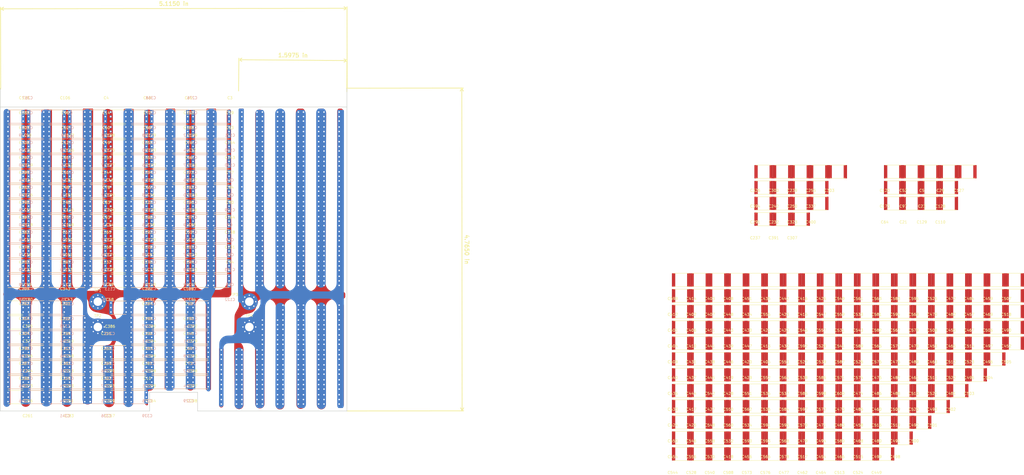
<source format=kicad_pcb>
(kicad_pcb (version 20171130) (host pcbnew "(5.0.0)")
  (layers (0 F.Cu signal) (31 B.Cu signal) (34 B.Paste user) (35 F.Paste user) (36 B.SilkS user) (37 F.SilkS user) (38 B.Mask user) (39 F.Mask user) (44 Edge.Cuts user))
  (net 0 "")
  (net 1 /C1-)
  (net 2 /C1+)
  (net 3 /C2+)
  (net 4 /C2-)
  (module user_dc:C_2220_Sm (layer F.Cu) (at 312.3005 -15.616499)
    (fp_text reference C505 (at -0.0254 4.2164) (layer F.SilkS))
    (fp_text value "2.2 uF")
    (pad 1 smd rect (at 0.305 -2.805) (size 1.25 5) (layers F.Cu F.Paste F.Mask) (net 3 /C2+))
    (pad 2 smd rect (at 6.005 -2.805) (size 1.25 5) (layers F.Cu F.Paste F.Mask) (net 4 /C2-))
  )
  (module user_dc:C_2220_Sm (layer F.Cu) (at 305.3505 -9.686499)
    (fp_text reference C504 (at -0.0254 4.2164) (layer F.SilkS))
    (fp_text value "2.2 uF")
    (pad 2 smd rect (at 6.005 -2.805) (size 1.25 5) (layers F.Cu F.Paste F.Mask) (net 4 /C2-))
    (pad 1 smd rect (at 0.305 -2.805) (size 1.25 5) (layers F.Cu F.Paste F.Mask) (net 3 /C2+))
  )
  (module user_dc:C_2220_Sm (layer F.Cu) (at 298.4005 -3.756499)
    (fp_text reference C503 (at -0.0254 4.2164) (layer F.SilkS))
    (fp_text value "2.2 uF")
    (pad 1 smd rect (at 0.305 -2.805) (size 1.25 5) (layers F.Cu F.Paste F.Mask) (net 3 /C2+))
    (pad 2 smd rect (at 6.005 -2.805) (size 1.25 5) (layers F.Cu F.Paste F.Mask) (net 4 /C2-))
  )
  (module user_dc:C_2220_Sm (layer F.Cu) (at 291.4505 2.173501)
    (fp_text reference C502 (at -0.0254 4.2164) (layer F.SilkS))
    (fp_text value "2.2 uF")
    (pad 2 smd rect (at 6.005 -2.805) (size 1.25 5) (layers F.Cu F.Paste F.Mask) (net 4 /C2-))
    (pad 1 smd rect (at 0.305 -2.805) (size 1.25 5) (layers F.Cu F.Paste F.Mask) (net 3 /C2+))
  )
  (module user_dc:C_2220_Sm (layer F.Cu) (at 284.5005 8.103501)
    (fp_text reference C501 (at -0.0254 4.2164) (layer F.SilkS))
    (fp_text value "2.2 uF")
    (pad 1 smd rect (at 0.305 -2.805) (size 1.25 5) (layers F.Cu F.Paste F.Mask) (net 3 /C2+))
    (pad 2 smd rect (at 6.005 -2.805) (size 1.25 5) (layers F.Cu F.Paste F.Mask) (net 4 /C2-))
  )
  (module user_dc:C_2220_Sm (layer F.Cu) (at 277.5505 14.033501)
    (fp_text reference C500 (at -0.0254 4.2164) (layer F.SilkS))
    (fp_text value "2.2 uF")
    (pad 2 smd rect (at 6.005 -2.805) (size 1.25 5) (layers F.Cu F.Paste F.Mask) (net 4 /C2-))
    (pad 1 smd rect (at 0.305 -2.805) (size 1.25 5) (layers F.Cu F.Paste F.Mask) (net 3 /C2+))
  )
  (module user_dc:C_2220_Sm (layer F.Cu) (at 270.6005 19.963501)
    (fp_text reference C498 (at -0.0254 4.2164) (layer F.SilkS))
    (fp_text value "2.2 uF")
    (pad 1 smd rect (at 0.305 -2.805) (size 1.25 5) (layers F.Cu F.Paste F.Mask) (net 3 /C2+))
    (pad 2 smd rect (at 6.005 -2.805) (size 1.25 5) (layers F.Cu F.Paste F.Mask) (net 4 /C2-))
  )
  (module user_dc:C_2220_Sm (layer F.Cu) (at 312.3005 -21.546499)
    (fp_text reference C452 (at -0.0254 4.2164) (layer F.SilkS))
    (fp_text value "2.2 uF")
    (pad 2 smd rect (at 6.005 -2.805) (size 1.25 5) (layers F.Cu F.Paste F.Mask) (net 4 /C2-))
    (pad 1 smd rect (at 0.305 -2.805) (size 1.25 5) (layers F.Cu F.Paste F.Mask) (net 3 /C2+))
  )
  (module user_dc:C_2220_Sm (layer F.Cu) (at 263.6505 25.893501)
    (fp_text reference C449 (at -0.0254 4.2164) (layer F.SilkS))
    (fp_text value "2.2 uF")
    (pad 1 smd rect (at 0.305 -2.805) (size 1.25 5) (layers F.Cu F.Paste F.Mask) (net 3 /C2+))
    (pad 2 smd rect (at 6.005 -2.805) (size 1.25 5) (layers F.Cu F.Paste F.Mask) (net 4 /C2-))
  )
  (module user_dc:C_2220_Sm (layer F.Cu) (at 305.3505 -15.616499)
    (fp_text reference C496 (at -0.0254 4.2164) (layer F.SilkS))
    (fp_text value "2.2 uF")
    (pad 2 smd rect (at 6.005 -2.805) (size 1.25 5) (layers F.Cu F.Paste F.Mask) (net 4 /C2-))
    (pad 1 smd rect (at 0.305 -2.805) (size 1.25 5) (layers F.Cu F.Paste F.Mask) (net 3 /C2+))
  )
  (module user_dc:C_2220_Sm (layer F.Cu) (at 298.4005 -9.686499)
    (fp_text reference C495 (at -0.0254 4.2164) (layer F.SilkS))
    (fp_text value "2.2 uF")
    (pad 1 smd rect (at 0.305 -2.805) (size 1.25 5) (layers F.Cu F.Paste F.Mask) (net 3 /C2+))
    (pad 2 smd rect (at 6.005 -2.805) (size 1.25 5) (layers F.Cu F.Paste F.Mask) (net 4 /C2-))
  )
  (module user_dc:C_2220_Sm (layer F.Cu) (at 242.8005 14.033501)
    (fp_text reference C494 (at -0.0254 4.2164) (layer F.SilkS))
    (fp_text value "2.2 uF")
    (pad 2 smd rect (at 6.005 -2.805) (size 1.25 5) (layers F.Cu F.Paste F.Mask) (net 4 /C2-))
    (pad 1 smd rect (at 0.305 -2.805) (size 1.25 5) (layers F.Cu F.Paste F.Mask) (net 3 /C2+))
  )
  (module user_dc:C_2220_Sm (layer F.Cu) (at 284.5005 2.173501)
    (fp_text reference C493 (at -0.0254 4.2164) (layer F.SilkS))
    (fp_text value "2.2 uF")
    (pad 1 smd rect (at 0.305 -2.805) (size 1.25 5) (layers F.Cu F.Paste F.Mask) (net 3 /C2+))
    (pad 2 smd rect (at 6.005 -2.805) (size 1.25 5) (layers F.Cu F.Paste F.Mask) (net 4 /C2-))
  )
  (module user_dc:C_2220_Sm (layer F.Cu) (at 277.5505 8.103501)
    (fp_text reference C492 (at -0.0254 4.2164) (layer F.SilkS))
    (fp_text value "2.2 uF")
    (pad 2 smd rect (at 6.005 -2.805) (size 1.25 5) (layers F.Cu F.Paste F.Mask) (net 4 /C2-))
    (pad 1 smd rect (at 0.305 -2.805) (size 1.25 5) (layers F.Cu F.Paste F.Mask) (net 3 /C2+))
  )
  (module user_dc:C_2220_Sm (layer F.Cu) (at 270.6005 14.033501)
    (fp_text reference C491 (at -0.0254 4.2164) (layer F.SilkS))
    (fp_text value "2.2 uF")
    (pad 1 smd rect (at 0.305 -2.805) (size 1.25 5) (layers F.Cu F.Paste F.Mask) (net 3 /C2+))
    (pad 2 smd rect (at 6.005 -2.805) (size 1.25 5) (layers F.Cu F.Paste F.Mask) (net 4 /C2-))
  )
  (module user_dc:C_2220_Sm (layer F.Cu) (at 312.3005 -27.476499)
    (fp_text reference C490 (at -0.0254 4.2164) (layer F.SilkS))
    (fp_text value "2.2 uF")
    (pad 2 smd rect (at 6.005 -2.805) (size 1.25 5) (layers F.Cu F.Paste F.Mask) (net 4 /C2-))
    (pad 1 smd rect (at 0.305 -2.805) (size 1.25 5) (layers F.Cu F.Paste F.Mask) (net 3 /C2+))
  )
  (module user_dc:C_2220_Sm (layer F.Cu) (at 263.6505 19.963501)
    (fp_text reference C499 (at -0.0254 4.2164) (layer F.SilkS))
    (fp_text value "2.2 uF")
    (pad 1 smd rect (at 0.305 -2.805) (size 1.25 5) (layers F.Cu F.Paste F.Mask) (net 3 /C2+))
    (pad 2 smd rect (at 6.005 -2.805) (size 1.25 5) (layers F.Cu F.Paste F.Mask) (net 4 /C2-))
  )
  (module user_dc:C_2220_Sm (layer F.Cu) (at 305.3505 -21.546499)
    (fp_text reference C497 (at -0.0254 4.2164) (layer F.SilkS))
    (fp_text value "2.2 uF")
    (pad 2 smd rect (at 6.005 -2.805) (size 1.25 5) (layers F.Cu F.Paste F.Mask) (net 4 /C2-))
    (pad 1 smd rect (at 0.305 -2.805) (size 1.25 5) (layers F.Cu F.Paste F.Mask) (net 3 /C2+))
  )
  (module user_dc:C_2220_Sm (layer F.Cu) (at 256.7005 25.893501)
    (fp_text reference C524 (at -0.0254 4.2164) (layer F.SilkS))
    (fp_text value "2.2 uF")
    (pad 1 smd rect (at 0.305 -2.805) (size 1.25 5) (layers F.Cu F.Paste F.Mask) (net 3 /C2+))
    (pad 2 smd rect (at 6.005 -2.805) (size 1.25 5) (layers F.Cu F.Paste F.Mask) (net 4 /C2-))
  )
  (module user_dc:C_2220_Sm (layer F.Cu) (at 298.4005 -15.616499)
    (fp_text reference C523 (at -0.0254 4.2164) (layer F.SilkS))
    (fp_text value "2.2 uF")
    (pad 2 smd rect (at 6.005 -2.805) (size 1.25 5) (layers F.Cu F.Paste F.Mask) (net 4 /C2-))
    (pad 1 smd rect (at 0.305 -2.805) (size 1.25 5) (layers F.Cu F.Paste F.Mask) (net 3 /C2+))
  )
  (module user_dc:C_2220_Sm (layer F.Cu) (at 291.4505 -9.686499)
    (fp_text reference C522 (at -0.0254 4.2164) (layer F.SilkS))
    (fp_text value "2.2 uF")
    (pad 1 smd rect (at 0.305 -2.805) (size 1.25 5) (layers F.Cu F.Paste F.Mask) (net 3 /C2+))
    (pad 2 smd rect (at 6.005 -2.805) (size 1.25 5) (layers F.Cu F.Paste F.Mask) (net 4 /C2-))
  )
  (module user_dc:C_2220_Sm (layer F.Cu) (at 284.5005 -3.756499)
    (fp_text reference C521 (at -0.0254 4.2164) (layer F.SilkS))
    (fp_text value "2.2 uF")
    (pad 2 smd rect (at 6.005 -2.805) (size 1.25 5) (layers F.Cu F.Paste F.Mask) (net 4 /C2-))
    (pad 1 smd rect (at 0.305 -2.805) (size 1.25 5) (layers F.Cu F.Paste F.Mask) (net 3 /C2+))
  )
  (module user_dc:C_2220_Sm (layer F.Cu) (at 277.5505 2.173501)
    (fp_text reference C520 (at -0.0254 4.2164) (layer F.SilkS))
    (fp_text value "2.2 uF")
    (pad 1 smd rect (at 0.305 -2.805) (size 1.25 5) (layers F.Cu F.Paste F.Mask) (net 3 /C2+))
    (pad 2 smd rect (at 6.005 -2.805) (size 1.25 5) (layers F.Cu F.Paste F.Mask) (net 4 /C2-))
  )
  (module user_dc:C_2220_Sm (layer F.Cu) (at 270.6005 8.103501)
    (fp_text reference C519 (at -0.0254 4.2164) (layer F.SilkS))
    (fp_text value "2.2 uF")
    (pad 2 smd rect (at 6.005 -2.805) (size 1.25 5) (layers F.Cu F.Paste F.Mask) (net 4 /C2-))
    (pad 1 smd rect (at 0.305 -2.805) (size 1.25 5) (layers F.Cu F.Paste F.Mask) (net 3 /C2+))
  )
  (module user_dc:C_2220_Sm (layer F.Cu) (at 312.3005 -33.406499)
    (fp_text reference C518 (at -0.0254 4.2164) (layer F.SilkS))
    (fp_text value "2.2 uF")
    (pad 1 smd rect (at 0.305 -2.805) (size 1.25 5) (layers F.Cu F.Paste F.Mask) (net 3 /C2+))
    (pad 2 smd rect (at 6.005 -2.805) (size 1.25 5) (layers F.Cu F.Paste F.Mask) (net 4 /C2-))
  )
  (module user_dc:C_2220_Sm (layer F.Cu) (at 263.6505 14.033501)
    (fp_text reference C480 (at -0.0254 4.2164) (layer F.SilkS))
    (fp_text value "2.2 uF")
    (pad 2 smd rect (at 6.005 -2.805) (size 1.25 5) (layers F.Cu F.Paste F.Mask) (net 4 /C2-))
    (pad 1 smd rect (at 0.305 -2.805) (size 1.25 5) (layers F.Cu F.Paste F.Mask) (net 3 /C2+))
  )
  (module user_dc:C_2220_Sm (layer F.Cu) (at 305.3505 -27.476499)
    (fp_text reference C506 (at -0.0254 4.2164) (layer F.SilkS))
    (fp_text value "2.2 uF")
    (pad 1 smd rect (at 0.305 -2.805) (size 1.25 5) (layers F.Cu F.Paste F.Mask) (net 3 /C2+))
    (pad 2 smd rect (at 6.005 -2.805) (size 1.25 5) (layers F.Cu F.Paste F.Mask) (net 4 /C2-))
  )
  (module user_dc:C_2220_Sm (layer F.Cu) (at 256.7005 19.963501)
    (fp_text reference C515 (at -0.0254 4.2164) (layer F.SilkS))
    (fp_text value "2.2 uF")
    (pad 2 smd rect (at 6.005 -2.805) (size 1.25 5) (layers F.Cu F.Paste F.Mask) (net 4 /C2-))
    (pad 1 smd rect (at 0.305 -2.805) (size 1.25 5) (layers F.Cu F.Paste F.Mask) (net 3 /C2+))
  )
  (module user_dc:C_2220_Sm (layer F.Cu) (at 298.4005 -21.546499)
    (fp_text reference C514 (at -0.0254 4.2164) (layer F.SilkS))
    (fp_text value "2.2 uF")
    (pad 1 smd rect (at 0.305 -2.805) (size 1.25 5) (layers F.Cu F.Paste F.Mask) (net 3 /C2+))
    (pad 2 smd rect (at 6.005 -2.805) (size 1.25 5) (layers F.Cu F.Paste F.Mask) (net 4 /C2-))
  )
  (module user_dc:C_2220_Sm (layer F.Cu) (at 249.7505 25.893501)
    (fp_text reference C513 (at -0.0254 4.2164) (layer F.SilkS))
    (fp_text value "2.2 uF")
    (pad 2 smd rect (at 6.005 -2.805) (size 1.25 5) (layers F.Cu F.Paste F.Mask) (net 4 /C2-))
    (pad 1 smd rect (at 0.305 -2.805) (size 1.25 5) (layers F.Cu F.Paste F.Mask) (net 3 /C2+))
  )
  (module user_dc:C_2220_Sm (layer F.Cu) (at 291.4505 -15.616499)
    (fp_text reference C512 (at -0.0254 4.2164) (layer F.SilkS))
    (fp_text value "2.2 uF")
    (pad 1 smd rect (at 0.305 -2.805) (size 1.25 5) (layers F.Cu F.Paste F.Mask) (net 3 /C2+))
    (pad 2 smd rect (at 6.005 -2.805) (size 1.25 5) (layers F.Cu F.Paste F.Mask) (net 4 /C2-))
  )
  (module user_dc:C_2220_Sm (layer F.Cu) (at 284.5005 -9.686499)
    (fp_text reference C511 (at -0.0254 4.2164) (layer F.SilkS))
    (fp_text value "2.2 uF")
    (pad 2 smd rect (at 6.005 -2.805) (size 1.25 5) (layers F.Cu F.Paste F.Mask) (net 4 /C2-))
    (pad 1 smd rect (at 0.305 -2.805) (size 1.25 5) (layers F.Cu F.Paste F.Mask) (net 3 /C2+))
  )
  (module user_dc:C_2220_Sm (layer F.Cu) (at 277.5505 -3.756499)
    (fp_text reference C510 (at -0.0254 4.2164) (layer F.SilkS))
    (fp_text value "2.2 uF")
    (pad 1 smd rect (at 0.305 -2.805) (size 1.25 5) (layers F.Cu F.Paste F.Mask) (net 3 /C2+))
    (pad 2 smd rect (at 6.005 -2.805) (size 1.25 5) (layers F.Cu F.Paste F.Mask) (net 4 /C2-))
  )
  (module user_dc:C_2220_Sm (layer F.Cu) (at 270.6005 2.173501)
    (fp_text reference C509 (at -0.0254 4.2164) (layer F.SilkS))
    (fp_text value "2.2 uF")
    (pad 2 smd rect (at 6.005 -2.805) (size 1.25 5) (layers F.Cu F.Paste F.Mask) (net 4 /C2-))
    (pad 1 smd rect (at 0.305 -2.805) (size 1.25 5) (layers F.Cu F.Paste F.Mask) (net 3 /C2+))
  )
  (module user_dc:C_2220_Sm (layer F.Cu) (at 312.3005 -39.336499)
    (fp_text reference C507 (at -0.0254 4.2164) (layer F.SilkS))
    (fp_text value "2.2 uF")
    (pad 1 smd rect (at 0.305 -2.805) (size 1.25 5) (layers F.Cu F.Paste F.Mask) (net 3 /C2+))
    (pad 2 smd rect (at 6.005 -2.805) (size 1.25 5) (layers F.Cu F.Paste F.Mask) (net 4 /C2-))
  )
  (module user_dc:C_2220_Sm (layer F.Cu) (at 263.6505 8.103501)
    (fp_text reference C516 (at -0.0254 4.2164) (layer F.SilkS))
    (fp_text value "2.2 uF")
    (pad 2 smd rect (at 6.005 -2.805) (size 1.25 5) (layers F.Cu F.Paste F.Mask) (net 4 /C2-))
    (pad 1 smd rect (at 0.305 -2.805) (size 1.25 5) (layers F.Cu F.Paste F.Mask) (net 3 /C2+))
  )
  (module user_dc:C_2220_Sm (layer F.Cu) (at 305.3505 -33.406499)
    (fp_text reference C469 (at -0.0254 4.2164) (layer F.SilkS))
    (fp_text value "2.2 uF")
    (pad 1 smd rect (at 0.305 -2.805) (size 1.25 5) (layers F.Cu F.Paste F.Mask) (net 3 /C2+))
    (pad 2 smd rect (at 6.005 -2.805) (size 1.25 5) (layers F.Cu F.Paste F.Mask) (net 4 /C2-))
  )
  (module user_dc:C_2220_Sm (layer F.Cu) (at 256.7005 14.033501)
    (fp_text reference C468 (at -0.0254 4.2164) (layer F.SilkS))
    (fp_text value "2.2 uF")
    (pad 2 smd rect (at 6.005 -2.805) (size 1.25 5) (layers F.Cu F.Paste F.Mask) (net 4 /C2-))
    (pad 1 smd rect (at 0.305 -2.805) (size 1.25 5) (layers F.Cu F.Paste F.Mask) (net 3 /C2+))
  )
  (module user_dc:C_2220_Sm (layer F.Cu) (at 298.4005 -27.476499)
    (fp_text reference C467 (at -0.0254 4.2164) (layer F.SilkS))
    (fp_text value "2.2 uF")
    (pad 1 smd rect (at 0.305 -2.805) (size 1.25 5) (layers F.Cu F.Paste F.Mask) (net 3 /C2+))
    (pad 2 smd rect (at 6.005 -2.805) (size 1.25 5) (layers F.Cu F.Paste F.Mask) (net 4 /C2-))
  )
  (module user_dc:C_2220_Sm (layer F.Cu) (at 249.7505 19.963501)
    (fp_text reference C466 (at -0.0254 4.2164) (layer F.SilkS))
    (fp_text value "2.2 uF")
    (pad 2 smd rect (at 6.005 -2.805) (size 1.25 5) (layers F.Cu F.Paste F.Mask) (net 4 /C2-))
    (pad 1 smd rect (at 0.305 -2.805) (size 1.25 5) (layers F.Cu F.Paste F.Mask) (net 3 /C2+))
  )
  (module user_dc:C_2220_Sm (layer F.Cu) (at 291.4505 -21.546499)
    (fp_text reference C465 (at -0.0254 4.2164) (layer F.SilkS))
    (fp_text value "2.2 uF")
    (pad 1 smd rect (at 0.305 -2.805) (size 1.25 5) (layers F.Cu F.Paste F.Mask) (net 3 /C2+))
    (pad 2 smd rect (at 6.005 -2.805) (size 1.25 5) (layers F.Cu F.Paste F.Mask) (net 4 /C2-))
  )
  (module user_dc:C_2220_Sm (layer F.Cu) (at 242.8005 25.893501)
    (fp_text reference C464 (at -0.0254 4.2164) (layer F.SilkS))
    (fp_text value "2.2 uF")
    (pad 2 smd rect (at 6.005 -2.805) (size 1.25 5) (layers F.Cu F.Paste F.Mask) (net 4 /C2-))
    (pad 1 smd rect (at 0.305 -2.805) (size 1.25 5) (layers F.Cu F.Paste F.Mask) (net 3 /C2+))
  )
  (module user_dc:C_2220_Sm (layer F.Cu) (at 284.5005 -15.616499)
    (fp_text reference C463 (at -0.0254 4.2164) (layer F.SilkS))
    (fp_text value "2.2 uF")
    (pad 1 smd rect (at 0.305 -2.805) (size 1.25 5) (layers F.Cu F.Paste F.Mask) (net 3 /C2+))
    (pad 2 smd rect (at 6.005 -2.805) (size 1.25 5) (layers F.Cu F.Paste F.Mask) (net 4 /C2-))
  )
  (module user_dc:C_2220_Sm (layer F.Cu) (at 277.5505 -9.686499)
    (fp_text reference C461 (at -0.0254 4.2164) (layer F.SilkS))
    (fp_text value "2.2 uF")
    (pad 2 smd rect (at 6.005 -2.805) (size 1.25 5) (layers F.Cu F.Paste F.Mask) (net 4 /C2-))
    (pad 1 smd rect (at 0.305 -2.805) (size 1.25 5) (layers F.Cu F.Paste F.Mask) (net 3 /C2+))
  )
  (module user_dc:C_2220_Sm (layer F.Cu) (at 270.6005 -3.756499)
    (fp_text reference C488 (at -0.0254 4.2164) (layer F.SilkS))
    (fp_text value "2.2 uF")
    (pad 1 smd rect (at 0.305 -2.805) (size 1.25 5) (layers F.Cu F.Paste F.Mask) (net 3 /C2+))
    (pad 2 smd rect (at 6.005 -2.805) (size 1.25 5) (layers F.Cu F.Paste F.Mask) (net 4 /C2-))
  )
  (module user_dc:C_2220_Sm (layer F.Cu) (at 263.6505 2.173501)
    (fp_text reference C460 (at -0.0254 4.2164) (layer F.SilkS))
    (fp_text value "2.2 uF")
    (pad 2 smd rect (at 6.005 -2.805) (size 1.25 5) (layers F.Cu F.Paste F.Mask) (net 4 /C2-))
    (pad 1 smd rect (at 0.305 -2.805) (size 1.25 5) (layers F.Cu F.Paste F.Mask) (net 3 /C2+))
  )
  (module user_dc:C_2220_Sm (layer F.Cu) (at 305.3505 -39.336499)
    (fp_text reference C459 (at -0.0254 4.2164) (layer F.SilkS))
    (fp_text value "2.2 uF")
    (pad 1 smd rect (at 0.305 -2.805) (size 1.25 5) (layers F.Cu F.Paste F.Mask) (net 3 /C2+))
    (pad 2 smd rect (at 6.005 -2.805) (size 1.25 5) (layers F.Cu F.Paste F.Mask) (net 4 /C2-))
  )
  (module user_dc:C_2220_Sm (layer F.Cu) (at 256.7005 8.103501)
    (fp_text reference C458 (at -0.0254 4.2164) (layer F.SilkS))
    (fp_text value "2.2 uF")
    (pad 2 smd rect (at 6.005 -2.805) (size 1.25 5) (layers F.Cu F.Paste F.Mask) (net 4 /C2-))
    (pad 1 smd rect (at 0.305 -2.805) (size 1.25 5) (layers F.Cu F.Paste F.Mask) (net 3 /C2+))
  )
  (module user_dc:C_2220_Sm (layer F.Cu) (at 298.4005 -33.406499)
    (fp_text reference C457 (at -0.0254 4.2164) (layer F.SilkS))
    (fp_text value "2.2 uF")
    (pad 1 smd rect (at 0.305 -2.805) (size 1.25 5) (layers F.Cu F.Paste F.Mask) (net 3 /C2+))
    (pad 2 smd rect (at 6.005 -2.805) (size 1.25 5) (layers F.Cu F.Paste F.Mask) (net 4 /C2-))
  )
  (module user_dc:C_2220_Sm (layer F.Cu) (at 215.0005 19.963501)
    (fp_text reference C456 (at -0.0254 4.2164) (layer F.SilkS))
    (fp_text value "2.2 uF")
    (pad 2 smd rect (at 6.005 -2.805) (size 1.25 5) (layers F.Cu F.Paste F.Mask) (net 4 /C2-))
    (pad 1 smd rect (at 0.305 -2.805) (size 1.25 5) (layers F.Cu F.Paste F.Mask) (net 3 /C2+))
  )
  (module user_dc:C_2220_Sm (layer F.Cu) (at 291.4505 -27.476499)
    (fp_text reference C455 (at -0.0254 4.2164) (layer F.SilkS))
    (fp_text value "2.2 uF")
    (pad 1 smd rect (at 0.305 -2.805) (size 1.25 5) (layers F.Cu F.Paste F.Mask) (net 3 /C2+))
    (pad 2 smd rect (at 6.005 -2.805) (size 1.25 5) (layers F.Cu F.Paste F.Mask) (net 4 /C2-))
  )
  (module user_dc:C_2220_Sm (layer F.Cu) (at 242.8005 19.963501)
    (fp_text reference C454 (at -0.0254 4.2164) (layer F.SilkS))
    (fp_text value "2.2 uF")
    (pad 2 smd rect (at 6.005 -2.805) (size 1.25 5) (layers F.Cu F.Paste F.Mask) (net 4 /C2-))
    (pad 1 smd rect (at 0.305 -2.805) (size 1.25 5) (layers F.Cu F.Paste F.Mask) (net 3 /C2+))
  )
  (module user_dc:C_2220_Sm (layer F.Cu) (at 284.5005 -21.546499)
    (fp_text reference C453 (at -0.0254 4.2164) (layer F.SilkS))
    (fp_text value "2.2 uF")
    (pad 1 smd rect (at 0.305 -2.805) (size 1.25 5) (layers F.Cu F.Paste F.Mask) (net 3 /C2+))
    (pad 2 smd rect (at 6.005 -2.805) (size 1.25 5) (layers F.Cu F.Paste F.Mask) (net 4 /C2-))
  )
  (module user_dc:C_2220_Sm (layer F.Cu) (at 235.8505 25.893501)
    (fp_text reference C462 (at -0.0254 4.2164) (layer F.SilkS))
    (fp_text value "2.2 uF")
    (pad 2 smd rect (at 6.005 -2.805) (size 1.25 5) (layers F.Cu F.Paste F.Mask) (net 4 /C2-))
    (pad 1 smd rect (at 0.305 -2.805) (size 1.25 5) (layers F.Cu F.Paste F.Mask) (net 3 /C2+))
  )
  (module user_dc:C_2220_Sm (layer F.Cu) (at 277.5505 -15.616499)
    (fp_text reference C489 (at -0.0254 4.2164) (layer F.SilkS))
    (fp_text value "2.2 uF")
    (pad 1 smd rect (at 0.305 -2.805) (size 1.25 5) (layers F.Cu F.Paste F.Mask) (net 3 /C2+))
    (pad 2 smd rect (at 6.005 -2.805) (size 1.25 5) (layers F.Cu F.Paste F.Mask) (net 4 /C2-))
  )
  (module user_dc:C_2220_Sm (layer F.Cu) (at 270.6005 -9.686499)
    (fp_text reference C487 (at -0.0254 4.2164) (layer F.SilkS))
    (fp_text value "2.2 uF")
    (pad 2 smd rect (at 6.005 -2.805) (size 1.25 5) (layers F.Cu F.Paste F.Mask) (net 4 /C2-))
    (pad 1 smd rect (at 0.305 -2.805) (size 1.25 5) (layers F.Cu F.Paste F.Mask) (net 3 /C2+))
  )
  (module user_dc:C_2220_Sm (layer F.Cu) (at 263.6505 -3.756499)
    (fp_text reference C486 (at -0.0254 4.2164) (layer F.SilkS))
    (fp_text value "2.2 uF")
    (pad 1 smd rect (at 0.305 -2.805) (size 1.25 5) (layers F.Cu F.Paste F.Mask) (net 3 /C2+))
    (pad 2 smd rect (at 6.005 -2.805) (size 1.25 5) (layers F.Cu F.Paste F.Mask) (net 4 /C2-))
  )
  (module user_dc:C_2220_Sm (layer F.Cu) (at 256.7005 2.173501)
    (fp_text reference C485 (at -0.0254 4.2164) (layer F.SilkS))
    (fp_text value "2.2 uF")
    (pad 2 smd rect (at 6.005 -2.805) (size 1.25 5) (layers F.Cu F.Paste F.Mask) (net 4 /C2-))
    (pad 1 smd rect (at 0.305 -2.805) (size 1.25 5) (layers F.Cu F.Paste F.Mask) (net 3 /C2+))
  )
  (module user_dc:C_2220_Sm (layer F.Cu) (at 298.4005 -39.336499)
    (fp_text reference C484 (at -0.0254 4.2164) (layer F.SilkS))
    (fp_text value "2.2 uF")
    (pad 1 smd rect (at 0.305 -2.805) (size 1.25 5) (layers F.Cu F.Paste F.Mask) (net 3 /C2+))
    (pad 2 smd rect (at 6.005 -2.805) (size 1.25 5) (layers F.Cu F.Paste F.Mask) (net 4 /C2-))
  )
  (module user_dc:C_2220_Sm (layer F.Cu) (at 249.7505 8.103501)
    (fp_text reference C483 (at -0.0254 4.2164) (layer F.SilkS))
    (fp_text value "2.2 uF")
    (pad 2 smd rect (at 6.005 -2.805) (size 1.25 5) (layers F.Cu F.Paste F.Mask) (net 4 /C2-))
    (pad 1 smd rect (at 0.305 -2.805) (size 1.25 5) (layers F.Cu F.Paste F.Mask) (net 3 /C2+))
  )
  (module user_dc:C_2220_Sm (layer F.Cu) (at 291.4505 -33.406499)
    (fp_text reference C482 (at -0.0254 4.2164) (layer F.SilkS))
    (fp_text value "2.2 uF")
    (pad 1 smd rect (at 0.305 -2.805) (size 1.25 5) (layers F.Cu F.Paste F.Mask) (net 3 /C2+))
    (pad 2 smd rect (at 6.005 -2.805) (size 1.25 5) (layers F.Cu F.Paste F.Mask) (net 4 /C2-))
  )
  (module user_dc:C_2220_Sm (layer F.Cu) (at 291.4505 -3.756499)
    (fp_text reference C481 (at -0.0254 4.2164) (layer F.SilkS))
    (fp_text value "2.2 uF")
    (pad 2 smd rect (at 6.005 -2.805) (size 1.25 5) (layers F.Cu F.Paste F.Mask) (net 4 /C2-))
    (pad 1 smd rect (at 0.305 -2.805) (size 1.25 5) (layers F.Cu F.Paste F.Mask) (net 3 /C2+))
  )
  (module user_dc:C_2220_Sm (layer F.Cu) (at 284.5005 -27.476499)
    (fp_text reference C508 (at -0.0254 4.2164) (layer F.SilkS))
    (fp_text value "2.2 uF")
    (pad 1 smd rect (at 0.305 -2.805) (size 1.25 5) (layers F.Cu F.Paste F.Mask) (net 3 /C2+))
    (pad 2 smd rect (at 6.005 -2.805) (size 1.25 5) (layers F.Cu F.Paste F.Mask) (net 4 /C2-))
  )
  (module user_dc:C_2220_Sm (layer F.Cu) (at 235.8505 19.963501)
    (fp_text reference C517 (at -0.0254 4.2164) (layer F.SilkS))
    (fp_text value "2.2 uF")
    (pad 2 smd rect (at 6.005 -2.805) (size 1.25 5) (layers F.Cu F.Paste F.Mask) (net 4 /C2-))
    (pad 1 smd rect (at 0.305 -2.805) (size 1.25 5) (layers F.Cu F.Paste F.Mask) (net 3 /C2+))
  )
  (module user_dc:C_2220_Sm (layer F.Cu) (at 277.5505 -21.546499)
    (fp_text reference C478 (at -0.0254 4.2164) (layer F.SilkS))
    (fp_text value "2.2 uF")
    (pad 1 smd rect (at 0.305 -2.805) (size 1.25 5) (layers F.Cu F.Paste F.Mask) (net 3 /C2+))
    (pad 2 smd rect (at 6.005 -2.805) (size 1.25 5) (layers F.Cu F.Paste F.Mask) (net 4 /C2-))
  )
  (module user_dc:C_2220_Sm (layer F.Cu) (at 228.9005 25.893501)
    (fp_text reference C477 (at -0.0254 4.2164) (layer F.SilkS))
    (fp_text value "2.2 uF")
    (pad 2 smd rect (at 6.005 -2.805) (size 1.25 5) (layers F.Cu F.Paste F.Mask) (net 4 /C2-))
    (pad 1 smd rect (at 0.305 -2.805) (size 1.25 5) (layers F.Cu F.Paste F.Mask) (net 3 /C2+))
  )
  (module user_dc:C_2220_Sm (layer F.Cu) (at 270.6005 -15.616499)
    (fp_text reference C476 (at -0.0254 4.2164) (layer F.SilkS))
    (fp_text value "2.2 uF")
    (pad 1 smd rect (at 0.305 -2.805) (size 1.25 5) (layers F.Cu F.Paste F.Mask) (net 3 /C2+))
    (pad 2 smd rect (at 6.005 -2.805) (size 1.25 5) (layers F.Cu F.Paste F.Mask) (net 4 /C2-))
  )
  (module user_dc:C_2220_Sm (layer F.Cu) (at 263.6505 -9.686499)
    (fp_text reference C475 (at -0.0254 4.2164) (layer F.SilkS))
    (fp_text value "2.2 uF")
    (pad 2 smd rect (at 6.005 -2.805) (size 1.25 5) (layers F.Cu F.Paste F.Mask) (net 4 /C2-))
    (pad 1 smd rect (at 0.305 -2.805) (size 1.25 5) (layers F.Cu F.Paste F.Mask) (net 3 /C2+))
  )
  (module user_dc:C_2220_Sm (layer F.Cu) (at 256.7005 -3.756499)
    (fp_text reference C474 (at -0.0254 4.2164) (layer F.SilkS))
    (fp_text value "2.2 uF")
    (pad 1 smd rect (at 0.305 -2.805) (size 1.25 5) (layers F.Cu F.Paste F.Mask) (net 3 /C2+))
    (pad 2 smd rect (at 6.005 -2.805) (size 1.25 5) (layers F.Cu F.Paste F.Mask) (net 4 /C2-))
  )
  (module user_dc:C_2220_Sm (layer F.Cu) (at 249.7505 2.173501)
    (fp_text reference C473 (at -0.0254 4.2164) (layer F.SilkS))
    (fp_text value "2.2 uF")
    (pad 2 smd rect (at 6.005 -2.805) (size 1.25 5) (layers F.Cu F.Paste F.Mask) (net 4 /C2-))
    (pad 1 smd rect (at 0.305 -2.805) (size 1.25 5) (layers F.Cu F.Paste F.Mask) (net 3 /C2+))
  )
  (module user_dc:C_2220_Sm (layer F.Cu) (at 291.4505 -39.336499)
    (fp_text reference C472 (at -0.0254 4.2164) (layer F.SilkS))
    (fp_text value "2.2 uF")
    (pad 1 smd rect (at 0.305 -2.805) (size 1.25 5) (layers F.Cu F.Paste F.Mask) (net 3 /C2+))
    (pad 2 smd rect (at 6.005 -2.805) (size 1.25 5) (layers F.Cu F.Paste F.Mask) (net 4 /C2-))
  )
  (module user_dc:C_2220_Sm (layer F.Cu) (at 242.8005 8.103501)
    (fp_text reference C471 (at -0.0254 4.2164) (layer F.SilkS))
    (fp_text value "2.2 uF")
    (pad 2 smd rect (at 6.005 -2.805) (size 1.25 5) (layers F.Cu F.Paste F.Mask) (net 4 /C2-))
    (pad 1 smd rect (at 0.305 -2.805) (size 1.25 5) (layers F.Cu F.Paste F.Mask) (net 3 /C2+))
  )
  (module user_dc:C_2220_Sm (layer F.Cu) (at 284.5005 -33.406499)
    (fp_text reference C470 (at -0.0254 4.2164) (layer F.SilkS))
    (fp_text value "2.2 uF")
    (pad 1 smd rect (at 0.305 -2.805) (size 1.25 5) (layers F.Cu F.Paste F.Mask) (net 3 /C2+))
    (pad 2 smd rect (at 6.005 -2.805) (size 1.25 5) (layers F.Cu F.Paste F.Mask) (net 4 /C2-))
  )
  (module user_dc:C_2220_Sm (layer F.Cu) (at 235.8505 14.033501)
    (fp_text reference C479 (at -0.0254 4.2164) (layer F.SilkS))
    (fp_text value "2.2 uF")
    (pad 2 smd rect (at 6.005 -2.805) (size 1.25 5) (layers F.Cu F.Paste F.Mask) (net 4 /C2-))
    (pad 1 smd rect (at 0.305 -2.805) (size 1.25 5) (layers F.Cu F.Paste F.Mask) (net 3 /C2+))
  )
  (module user_dc:C_2220_Sm (layer F.Cu) (at 277.5505 -27.476499)
    (fp_text reference C579 (at -0.0254 4.2164) (layer F.SilkS))
    (fp_text value "2.2 uF")
    (pad 1 smd rect (at 0.305 -2.805) (size 1.25 5) (layers F.Cu F.Paste F.Mask) (net 3 /C2+))
    (pad 2 smd rect (at 6.005 -2.805) (size 1.25 5) (layers F.Cu F.Paste F.Mask) (net 4 /C2-))
  )
  (module user_dc:C_2220_Sm (layer F.Cu) (at 228.9005 19.963501)
    (fp_text reference C578 (at -0.0254 4.2164) (layer F.SilkS))
    (fp_text value "2.2 uF")
    (pad 2 smd rect (at 6.005 -2.805) (size 1.25 5) (layers F.Cu F.Paste F.Mask) (net 4 /C2-))
    (pad 1 smd rect (at 0.305 -2.805) (size 1.25 5) (layers F.Cu F.Paste F.Mask) (net 3 /C2+))
  )
  (module user_dc:C_2220_Sm (layer F.Cu) (at 270.6005 -21.546499)
    (fp_text reference C577 (at -0.0254 4.2164) (layer F.SilkS))
    (fp_text value "2.2 uF")
    (pad 1 smd rect (at 0.305 -2.805) (size 1.25 5) (layers F.Cu F.Paste F.Mask) (net 3 /C2+))
    (pad 2 smd rect (at 6.005 -2.805) (size 1.25 5) (layers F.Cu F.Paste F.Mask) (net 4 /C2-))
  )
  (module user_dc:C_2220_Sm (layer F.Cu) (at 221.9505 25.893501)
    (fp_text reference C576 (at -0.0254 4.2164) (layer F.SilkS))
    (fp_text value "2.2 uF")
    (pad 2 smd rect (at 6.005 -2.805) (size 1.25 5) (layers F.Cu F.Paste F.Mask) (net 4 /C2-))
    (pad 1 smd rect (at 0.305 -2.805) (size 1.25 5) (layers F.Cu F.Paste F.Mask) (net 3 /C2+))
  )
  (module user_dc:C_2220_Sm (layer F.Cu) (at 263.6505 -15.616499)
    (fp_text reference C575 (at -0.0254 4.2164) (layer F.SilkS))
    (fp_text value "2.2 uF")
    (pad 1 smd rect (at 0.305 -2.805) (size 1.25 5) (layers F.Cu F.Paste F.Mask) (net 3 /C2+))
    (pad 2 smd rect (at 6.005 -2.805) (size 1.25 5) (layers F.Cu F.Paste F.Mask) (net 4 /C2-))
  )
  (module user_dc:C_2220_Sm (layer F.Cu) (at 256.7005 -9.686499)
    (fp_text reference C574 (at -0.0254 4.2164) (layer F.SilkS))
    (fp_text value "2.2 uF")
    (pad 2 smd rect (at 6.005 -2.805) (size 1.25 5) (layers F.Cu F.Paste F.Mask) (net 4 /C2-))
    (pad 1 smd rect (at 0.305 -2.805) (size 1.25 5) (layers F.Cu F.Paste F.Mask) (net 3 /C2+))
  )
  (module user_dc:C_2220_Sm (layer F.Cu) (at 249.7505 -3.756499)
    (fp_text reference C600 (at -0.0254 4.2164) (layer F.SilkS))
    (fp_text value "2.2 uF")
    (pad 1 smd rect (at 0.305 -2.805) (size 1.25 5) (layers F.Cu F.Paste F.Mask) (net 3 /C2+))
    (pad 2 smd rect (at 6.005 -2.805) (size 1.25 5) (layers F.Cu F.Paste F.Mask) (net 4 /C2-))
  )
  (module user_dc:C_2220_Sm (layer F.Cu) (at 242.8005 2.173501)
    (fp_text reference C572 (at -0.0254 4.2164) (layer F.SilkS))
    (fp_text value "2.2 uF")
    (pad 2 smd rect (at 6.005 -2.805) (size 1.25 5) (layers F.Cu F.Paste F.Mask) (net 4 /C2-))
    (pad 1 smd rect (at 0.305 -2.805) (size 1.25 5) (layers F.Cu F.Paste F.Mask) (net 3 /C2+))
  )
  (module user_dc:C_2220_Sm (layer F.Cu) (at 284.5005 -39.336499)
    (fp_text reference C525 (at -0.0254 4.2164) (layer F.SilkS))
    (fp_text value "2.2 uF")
    (pad 1 smd rect (at 0.305 -2.805) (size 1.25 5) (layers F.Cu F.Paste F.Mask) (net 3 /C2+))
    (pad 2 smd rect (at 6.005 -2.805) (size 1.25 5) (layers F.Cu F.Paste F.Mask) (net 4 /C2-))
  )
  (module user_dc:C_2220_Sm (layer F.Cu) (at 235.8505 8.103501)
    (fp_text reference C570 (at -0.0254 4.2164) (layer F.SilkS))
    (fp_text value "2.2 uF")
    (pad 2 smd rect (at 6.005 -2.805) (size 1.25 5) (layers F.Cu F.Paste F.Mask) (net 4 /C2-))
    (pad 1 smd rect (at 0.305 -2.805) (size 1.25 5) (layers F.Cu F.Paste F.Mask) (net 3 /C2+))
  )
  (module user_dc:C_2220_Sm (layer F.Cu) (at 277.5505 -33.406499)
    (fp_text reference C569 (at -0.0254 4.2164) (layer F.SilkS))
    (fp_text value "2.2 uF")
    (pad 1 smd rect (at 0.305 -2.805) (size 1.25 5) (layers F.Cu F.Paste F.Mask) (net 3 /C2+))
    (pad 2 smd rect (at 6.005 -2.805) (size 1.25 5) (layers F.Cu F.Paste F.Mask) (net 4 /C2-))
  )
  (module user_dc:C_2220_Sm (layer F.Cu) (at 228.9005 14.033501)
    (fp_text reference C568 (at -0.0254 4.2164) (layer F.SilkS))
    (fp_text value "2.2 uF")
    (pad 2 smd rect (at 6.005 -2.805) (size 1.25 5) (layers F.Cu F.Paste F.Mask) (net 4 /C2-))
    (pad 1 smd rect (at 0.305 -2.805) (size 1.25 5) (layers F.Cu F.Paste F.Mask) (net 3 /C2+))
  )
  (module user_dc:C_2220_Sm (layer F.Cu) (at 270.6005 -27.476499)
    (fp_text reference C567 (at -0.0254 4.2164) (layer F.SilkS))
    (fp_text value "2.2 uF")
    (pad 1 smd rect (at 0.305 -2.805) (size 1.25 5) (layers F.Cu F.Paste F.Mask) (net 3 /C2+))
    (pad 2 smd rect (at 6.005 -2.805) (size 1.25 5) (layers F.Cu F.Paste F.Mask) (net 4 /C2-))
  )
  (module user_dc:C_2220_Sm (layer F.Cu) (at 221.9505 19.963501)
    (fp_text reference C566 (at -0.0254 4.2164) (layer F.SilkS))
    (fp_text value "2.2 uF")
    (pad 2 smd rect (at 6.005 -2.805) (size 1.25 5) (layers F.Cu F.Paste F.Mask) (net 4 /C2-))
    (pad 1 smd rect (at 0.305 -2.805) (size 1.25 5) (layers F.Cu F.Paste F.Mask) (net 3 /C2+))
  )
  (module user_dc:C_2220_Sm (layer F.Cu) (at 263.6505 -21.546499)
    (fp_text reference C565 (at -0.0254 4.2164) (layer F.SilkS))
    (fp_text value "2.2 uF")
    (pad 1 smd rect (at 0.305 -2.805) (size 1.25 5) (layers F.Cu F.Paste F.Mask) (net 3 /C2+))
    (pad 2 smd rect (at 6.005 -2.805) (size 1.25 5) (layers F.Cu F.Paste F.Mask) (net 4 /C2-))
  )
  (module user_dc:C_2220_Sm (layer F.Cu) (at 215.0005 25.893501)
    (fp_text reference C573 (at -0.0254 4.2164) (layer F.SilkS))
    (fp_text value "2.2 uF")
    (pad 2 smd rect (at 6.005 -2.805) (size 1.25 5) (layers F.Cu F.Paste F.Mask) (net 4 /C2-))
    (pad 1 smd rect (at 0.305 -2.805) (size 1.25 5) (layers F.Cu F.Paste F.Mask) (net 3 /C2+))
  )
  (module user_dc:C_2220_Sm (layer F.Cu) (at 256.7005 -15.616499)
    (fp_text reference C526 (at -0.0254 4.2164) (layer F.SilkS))
    (fp_text value "2.2 uF")
    (pad 1 smd rect (at 0.305 -2.805) (size 1.25 5) (layers F.Cu F.Paste F.Mask) (net 3 /C2+))
    (pad 2 smd rect (at 6.005 -2.805) (size 1.25 5) (layers F.Cu F.Paste F.Mask) (net 4 /C2-))
  )
  (module user_dc:C_2220_Sm (layer F.Cu) (at 249.7505 -9.686499)
    (fp_text reference C571 (at -0.0254 4.2164) (layer F.SilkS))
    (fp_text value "2.2 uF")
    (pad 2 smd rect (at 6.005 -2.805) (size 1.25 5) (layers F.Cu F.Paste F.Mask) (net 4 /C2-))
    (pad 1 smd rect (at 0.305 -2.805) (size 1.25 5) (layers F.Cu F.Paste F.Mask) (net 3 /C2+))
  )
  (module user_dc:C_2220_Sm (layer F.Cu) (at 242.8005 -3.756499)
    (fp_text reference C598 (at -0.0254 4.2164) (layer F.SilkS))
    (fp_text value "2.2 uF")
    (pad 1 smd rect (at 0.305 -2.805) (size 1.25 5) (layers F.Cu F.Paste F.Mask) (net 3 /C2+))
    (pad 2 smd rect (at 6.005 -2.805) (size 1.25 5) (layers F.Cu F.Paste F.Mask) (net 4 /C2-))
  )
  (module user_dc:C_2220_Sm (layer F.Cu) (at 235.8505 2.173501)
    (fp_text reference C597 (at -0.0254 4.2164) (layer F.SilkS))
    (fp_text value "2.2 uF")
    (pad 2 smd rect (at 6.005 -2.805) (size 1.25 5) (layers F.Cu F.Paste F.Mask) (net 4 /C2-))
    (pad 1 smd rect (at 0.305 -2.805) (size 1.25 5) (layers F.Cu F.Paste F.Mask) (net 3 /C2+))
  )
  (module user_dc:C_2220_Sm (layer F.Cu) (at 277.5505 -39.336499)
    (fp_text reference C596 (at -0.0254 4.2164) (layer F.SilkS))
    (fp_text value "2.2 uF")
    (pad 1 smd rect (at 0.305 -2.805) (size 1.25 5) (layers F.Cu F.Paste F.Mask) (net 3 /C2+))
    (pad 2 smd rect (at 6.005 -2.805) (size 1.25 5) (layers F.Cu F.Paste F.Mask) (net 4 /C2-))
  )
  (module user_dc:C_2220_Sm (layer F.Cu) (at 228.9005 8.103501)
    (fp_text reference C595 (at -0.0254 4.2164) (layer F.SilkS))
    (fp_text value "2.2 uF")
    (pad 2 smd rect (at 6.005 -2.805) (size 1.25 5) (layers F.Cu F.Paste F.Mask) (net 4 /C2-))
    (pad 1 smd rect (at 0.305 -2.805) (size 1.25 5) (layers F.Cu F.Paste F.Mask) (net 3 /C2+))
  )
  (module user_dc:C_2220_Sm (layer F.Cu) (at 270.6005 -33.406499)
    (fp_text reference C594 (at -0.0254 4.2164) (layer F.SilkS))
    (fp_text value "2.2 uF")
    (pad 1 smd rect (at 0.305 -2.805) (size 1.25 5) (layers F.Cu F.Paste F.Mask) (net 3 /C2+))
    (pad 2 smd rect (at 6.005 -2.805) (size 1.25 5) (layers F.Cu F.Paste F.Mask) (net 4 /C2-))
  )
  (module user_dc:C_2220_Sm (layer F.Cu) (at 221.9505 14.033501)
    (fp_text reference C593 (at -0.0254 4.2164) (layer F.SilkS))
    (fp_text value "2.2 uF")
    (pad 2 smd rect (at 6.005 -2.805) (size 1.25 5) (layers F.Cu F.Paste F.Mask) (net 4 /C2-))
    (pad 1 smd rect (at 0.305 -2.805) (size 1.25 5) (layers F.Cu F.Paste F.Mask) (net 3 /C2+))
  )
  (module user_dc:C_2220_Sm (layer F.Cu) (at 263.6505 -27.476499)
    (fp_text reference C582 (at -0.0254 4.2164) (layer F.SilkS))
    (fp_text value "2.2 uF")
    (pad 1 smd rect (at 0.305 -2.805) (size 1.25 5) (layers F.Cu F.Paste F.Mask) (net 3 /C2+))
    (pad 2 smd rect (at 6.005 -2.805) (size 1.25 5) (layers F.Cu F.Paste F.Mask) (net 4 /C2-))
  )
  (module user_dc:C_2220_Sm (layer F.Cu) (at 249.7505 14.033501)
    (fp_text reference C580 (at -0.0254 4.2164) (layer F.SilkS))
    (fp_text value "2.2 uF")
    (pad 2 smd rect (at 6.005 -2.805) (size 1.25 5) (layers F.Cu F.Paste F.Mask) (net 4 /C2-))
    (pad 1 smd rect (at 0.305 -2.805) (size 1.25 5) (layers F.Cu F.Paste F.Mask) (net 3 /C2+))
  )
  (module user_dc:C_2220_Sm (layer F.Cu) (at 256.7005 -21.546499)
    (fp_text reference C589 (at -0.0254 4.2164) (layer F.SilkS))
    (fp_text value "2.2 uF")
    (pad 1 smd rect (at 0.305 -2.805) (size 1.25 5) (layers F.Cu F.Paste F.Mask) (net 3 /C2+))
    (pad 2 smd rect (at 6.005 -2.805) (size 1.25 5) (layers F.Cu F.Paste F.Mask) (net 4 /C2-))
  )
  (module user_dc:C_2220_Sm (layer F.Cu) (at 208.0505 25.893501)
    (fp_text reference C588 (at -0.0254 4.2164) (layer F.SilkS))
    (fp_text value "2.2 uF")
    (pad 2 smd rect (at 6.005 -2.805) (size 1.25 5) (layers F.Cu F.Paste F.Mask) (net 4 /C2-))
    (pad 1 smd rect (at 0.305 -2.805) (size 1.25 5) (layers F.Cu F.Paste F.Mask) (net 3 /C2+))
  )
  (module user_dc:C_2220_Sm (layer F.Cu) (at 249.7505 -15.616499)
    (fp_text reference C587 (at -0.0254 4.2164) (layer F.SilkS))
    (fp_text value "2.2 uF")
    (pad 1 smd rect (at 0.305 -2.805) (size 1.25 5) (layers F.Cu F.Paste F.Mask) (net 3 /C2+))
    (pad 2 smd rect (at 6.005 -2.805) (size 1.25 5) (layers F.Cu F.Paste F.Mask) (net 4 /C2-))
  )
  (module user_dc:C_2220_Sm (layer F.Cu) (at 242.8005 -9.686499)
    (fp_text reference C586 (at -0.0254 4.2164) (layer F.SilkS))
    (fp_text value "2.2 uF")
    (pad 2 smd rect (at 6.005 -2.805) (size 1.25 5) (layers F.Cu F.Paste F.Mask) (net 4 /C2-))
    (pad 1 smd rect (at 0.305 -2.805) (size 1.25 5) (layers F.Cu F.Paste F.Mask) (net 3 /C2+))
  )
  (module user_dc:C_2220_Sm (layer F.Cu) (at 235.8505 -3.756499)
    (fp_text reference C585 (at -0.0254 4.2164) (layer F.SilkS))
    (fp_text value "2.2 uF")
    (pad 1 smd rect (at 0.305 -2.805) (size 1.25 5) (layers F.Cu F.Paste F.Mask) (net 3 /C2+))
    (pad 2 smd rect (at 6.005 -2.805) (size 1.25 5) (layers F.Cu F.Paste F.Mask) (net 4 /C2-))
  )
  (module user_dc:C_2220_Sm (layer F.Cu) (at 228.9005 2.173501)
    (fp_text reference C584 (at -0.0254 4.2164) (layer F.SilkS))
    (fp_text value "2.2 uF")
    (pad 2 smd rect (at 6.005 -2.805) (size 1.25 5) (layers F.Cu F.Paste F.Mask) (net 4 /C2-))
    (pad 1 smd rect (at 0.305 -2.805) (size 1.25 5) (layers F.Cu F.Paste F.Mask) (net 3 /C2+))
  )
  (module user_dc:C_2220_Sm (layer F.Cu) (at 270.6005 -39.336499)
    (fp_text reference C583 (at -0.0254 4.2164) (layer F.SilkS))
    (fp_text value "2.2 uF")
    (pad 1 smd rect (at 0.305 -2.805) (size 1.25 5) (layers F.Cu F.Paste F.Mask) (net 3 /C2+))
    (pad 2 smd rect (at 6.005 -2.805) (size 1.25 5) (layers F.Cu F.Paste F.Mask) (net 4 /C2-))
  )
  (module user_dc:C_2220_Sm (layer F.Cu) (at 221.9505 8.103501)
    (fp_text reference C591 (at -0.0254 4.2164) (layer F.SilkS))
    (fp_text value "2.2 uF")
    (pad 2 smd rect (at 6.005 -2.805) (size 1.25 5) (layers F.Cu F.Paste F.Mask) (net 4 /C2-))
    (pad 1 smd rect (at 0.305 -2.805) (size 1.25 5) (layers F.Cu F.Paste F.Mask) (net 3 /C2+))
  )
  (module user_dc:C_2220_Sm (layer F.Cu) (at 263.6505 -33.406499)
    (fp_text reference C581 (at -0.0254 4.2164) (layer F.SilkS))
    (fp_text value "2.2 uF")
    (pad 1 smd rect (at 0.305 -2.805) (size 1.25 5) (layers F.Cu F.Paste F.Mask) (net 3 /C2+))
    (pad 2 smd rect (at 6.005 -2.805) (size 1.25 5) (layers F.Cu F.Paste F.Mask) (net 4 /C2-))
  )
  (module user_dc:C_2220_Sm (layer F.Cu) (at 215.0005 14.033501)
    (fp_text reference C590 (at -0.0254 4.2164) (layer F.SilkS))
    (fp_text value "2.2 uF")
    (pad 2 smd rect (at 6.005 -2.805) (size 1.25 5) (layers F.Cu F.Paste F.Mask) (net 4 /C2-))
    (pad 1 smd rect (at 0.305 -2.805) (size 1.25 5) (layers F.Cu F.Paste F.Mask) (net 3 /C2+))
  )
  (module user_dc:C_2220_Sm (layer F.Cu) (at 256.7005 -27.476499)
    (fp_text reference C543 (at -0.0254 4.2164) (layer F.SilkS))
    (fp_text value "2.2 uF")
    (pad 1 smd rect (at 0.305 -2.805) (size 1.25 5) (layers F.Cu F.Paste F.Mask) (net 3 /C2+))
    (pad 2 smd rect (at 6.005 -2.805) (size 1.25 5) (layers F.Cu F.Paste F.Mask) (net 4 /C2-))
  )
  (module user_dc:C_2220_Sm (layer F.Cu) (at 201.1005 -3.756499)
    (fp_text reference C542 (at -0.0254 4.2164) (layer F.SilkS))
    (fp_text value "2.2 uF")
    (pad 2 smd rect (at 6.005 -2.805) (size 1.25 5) (layers F.Cu F.Paste F.Mask) (net 4 /C2-))
    (pad 1 smd rect (at 0.305 -2.805) (size 1.25 5) (layers F.Cu F.Paste F.Mask) (net 3 /C2+))
  )
  (module user_dc:C_2220_Sm (layer F.Cu) (at 249.7505 -21.546499)
    (fp_text reference C541 (at -0.0254 4.2164) (layer F.SilkS))
    (fp_text value "2.2 uF")
    (pad 1 smd rect (at 0.305 -2.805) (size 1.25 5) (layers F.Cu F.Paste F.Mask) (net 3 /C2+))
    (pad 2 smd rect (at 6.005 -2.805) (size 1.25 5) (layers F.Cu F.Paste F.Mask) (net 4 /C2-))
  )
  (module user_dc:C_2220_Sm (layer F.Cu) (at 201.1005 25.893501)
    (fp_text reference C540 (at -0.0254 4.2164) (layer F.SilkS))
    (fp_text value "2.2 uF")
    (pad 2 smd rect (at 6.005 -2.805) (size 1.25 5) (layers F.Cu F.Paste F.Mask) (net 4 /C2-))
    (pad 1 smd rect (at 0.305 -2.805) (size 1.25 5) (layers F.Cu F.Paste F.Mask) (net 3 /C2+))
  )
  (module user_dc:C_2220_Sm (layer F.Cu) (at 242.8005 -15.616499)
    (fp_text reference C539 (at -0.0254 4.2164) (layer F.SilkS))
    (fp_text value "2.2 uF")
    (pad 1 smd rect (at 0.305 -2.805) (size 1.25 5) (layers F.Cu F.Paste F.Mask) (net 3 /C2+))
    (pad 2 smd rect (at 6.005 -2.805) (size 1.25 5) (layers F.Cu F.Paste F.Mask) (net 4 /C2-))
  )
  (module user_dc:C_2220_Sm (layer F.Cu) (at 235.8505 -9.686499)
    (fp_text reference C538 (at -0.0254 4.2164) (layer F.SilkS))
    (fp_text value "2.2 uF")
    (pad 2 smd rect (at 6.005 -2.805) (size 1.25 5) (layers F.Cu F.Paste F.Mask) (net 4 /C2-))
    (pad 1 smd rect (at 0.305 -2.805) (size 1.25 5) (layers F.Cu F.Paste F.Mask) (net 3 /C2+))
  )
  (module user_dc:C_2220_Sm (layer F.Cu) (at 228.9005 -3.756499)
    (fp_text reference C537 (at -0.0254 4.2164) (layer F.SilkS))
    (fp_text value "2.2 uF")
    (pad 1 smd rect (at 0.305 -2.805) (size 1.25 5) (layers F.Cu F.Paste F.Mask) (net 3 /C2+))
    (pad 2 smd rect (at 6.005 -2.805) (size 1.25 5) (layers F.Cu F.Paste F.Mask) (net 4 /C2-))
  )
  (module user_dc:C_2220_Sm (layer F.Cu) (at 221.9505 2.173501)
    (fp_text reference C536 (at -0.0254 4.2164) (layer F.SilkS))
    (fp_text value "2.2 uF")
    (pad 2 smd rect (at 6.005 -2.805) (size 1.25 5) (layers F.Cu F.Paste F.Mask) (net 4 /C2-))
    (pad 1 smd rect (at 0.305 -2.805) (size 1.25 5) (layers F.Cu F.Paste F.Mask) (net 3 /C2+))
  )
  (module user_dc:C_2220_Sm (layer F.Cu) (at 263.6505 -39.336499)
    (fp_text reference C563 (at -0.0254 4.2164) (layer F.SilkS))
    (fp_text value "2.2 uF")
    (pad 1 smd rect (at 0.305 -2.805) (size 1.25 5) (layers F.Cu F.Paste F.Mask) (net 3 /C2+))
    (pad 2 smd rect (at 6.005 -2.805) (size 1.25 5) (layers F.Cu F.Paste F.Mask) (net 4 /C2-))
  )
  (module user_dc:C_2220_Sm (layer F.Cu) (at 215.0005 8.103501)
    (fp_text reference C534 (at -0.0254 4.2164) (layer F.SilkS))
    (fp_text value "2.2 uF")
    (pad 2 smd rect (at 6.005 -2.805) (size 1.25 5) (layers F.Cu F.Paste F.Mask) (net 4 /C2-))
    (pad 1 smd rect (at 0.305 -2.805) (size 1.25 5) (layers F.Cu F.Paste F.Mask) (net 3 /C2+))
  )
  (module user_dc:C_2220_Sm (layer F.Cu) (at 256.7005 -33.406499)
    (fp_text reference C533 (at -0.0254 4.2164) (layer F.SilkS))
    (fp_text value "2.2 uF")
    (pad 1 smd rect (at 0.305 -2.805) (size 1.25 5) (layers F.Cu F.Paste F.Mask) (net 3 /C2+))
    (pad 2 smd rect (at 6.005 -2.805) (size 1.25 5) (layers F.Cu F.Paste F.Mask) (net 4 /C2-))
  )
  (module user_dc:C_2220_Sm (layer F.Cu) (at 208.0505 14.033501)
    (fp_text reference C532 (at -0.0254 4.2164) (layer F.SilkS))
    (fp_text value "2.2 uF")
    (pad 2 smd rect (at 6.005 -2.805) (size 1.25 5) (layers F.Cu F.Paste F.Mask) (net 4 /C2-))
    (pad 1 smd rect (at 0.305 -2.805) (size 1.25 5) (layers F.Cu F.Paste F.Mask) (net 3 /C2+))
  )
  (module user_dc:C_2220_Sm (layer F.Cu) (at 249.7505 -27.476499)
    (fp_text reference C531 (at -0.0254 4.2164) (layer F.SilkS))
    (fp_text value "2.2 uF")
    (pad 1 smd rect (at 0.305 -2.805) (size 1.25 5) (layers F.Cu F.Paste F.Mask) (net 3 /C2+))
    (pad 2 smd rect (at 6.005 -2.805) (size 1.25 5) (layers F.Cu F.Paste F.Mask) (net 4 /C2-))
  )
  (module user_dc:C_2220_Sm (layer F.Cu) (at 201.1005 19.963501)
    (fp_text reference C530 (at -0.0254 4.2164) (layer F.SilkS))
    (fp_text value "2.2 uF")
    (pad 2 smd rect (at 6.005 -2.805) (size 1.25 5) (layers F.Cu F.Paste F.Mask) (net 4 /C2-))
    (pad 1 smd rect (at 0.305 -2.805) (size 1.25 5) (layers F.Cu F.Paste F.Mask) (net 3 /C2+))
  )
  (module user_dc:C_2220_Sm (layer F.Cu) (at 242.8005 -21.546499)
    (fp_text reference C529 (at -0.0254 4.2164) (layer F.SilkS))
    (fp_text value "2.2 uF")
    (pad 1 smd rect (at 0.305 -2.805) (size 1.25 5) (layers F.Cu F.Paste F.Mask) (net 3 /C2+))
    (pad 2 smd rect (at 6.005 -2.805) (size 1.25 5) (layers F.Cu F.Paste F.Mask) (net 4 /C2-))
  )
  (module user_dc:C_2220_Sm (layer F.Cu) (at 194.1505 25.893501)
    (fp_text reference C528 (at -0.0254 4.2164) (layer F.SilkS))
    (fp_text value "2.2 uF")
    (pad 2 smd rect (at 6.005 -2.805) (size 1.25 5) (layers F.Cu F.Paste F.Mask) (net 4 /C2-))
    (pad 1 smd rect (at 0.305 -2.805) (size 1.25 5) (layers F.Cu F.Paste F.Mask) (net 3 /C2+))
  )
  (module user_dc:C_2220_Sm (layer F.Cu) (at 235.8505 -15.616499)
    (fp_text reference C527 (at -0.0254 4.2164) (layer F.SilkS))
    (fp_text value "2.2 uF")
    (pad 1 smd rect (at 0.305 -2.805) (size 1.25 5) (layers F.Cu F.Paste F.Mask) (net 3 /C2+))
    (pad 2 smd rect (at 6.005 -2.805) (size 1.25 5) (layers F.Cu F.Paste F.Mask) (net 4 /C2-))
  )
  (module user_dc:C_2220_Sm (layer F.Cu) (at 228.9005 -9.686499)
    (fp_text reference C564 (at -0.0254 4.2164) (layer F.SilkS))
    (fp_text value "2.2 uF")
    (pad 2 smd rect (at 6.005 -2.805) (size 1.25 5) (layers F.Cu F.Paste F.Mask) (net 4 /C2-))
    (pad 1 smd rect (at 0.305 -2.805) (size 1.25 5) (layers F.Cu F.Paste F.Mask) (net 3 /C2+))
  )
  (module user_dc:C_2220_Sm (layer F.Cu) (at 221.9505 -3.756499)
    (fp_text reference C535 (at -0.0254 4.2164) (layer F.SilkS))
    (fp_text value "2.2 uF")
    (pad 1 smd rect (at 0.305 -2.805) (size 1.25 5) (layers F.Cu F.Paste F.Mask) (net 3 /C2+))
    (pad 2 smd rect (at 6.005 -2.805) (size 1.25 5) (layers F.Cu F.Paste F.Mask) (net 4 /C2-))
  )
  (module user_dc:C_2220_Sm (layer F.Cu) (at 215.0005 2.173501)
    (fp_text reference C562 (at -0.0254 4.2164) (layer F.SilkS))
    (fp_text value "2.2 uF")
    (pad 2 smd rect (at 6.005 -2.805) (size 1.25 5) (layers F.Cu F.Paste F.Mask) (net 4 /C2-))
    (pad 1 smd rect (at 0.305 -2.805) (size 1.25 5) (layers F.Cu F.Paste F.Mask) (net 3 /C2+))
  )
  (module user_dc:C_2220_Sm (layer F.Cu) (at 256.7005 -39.336499)
    (fp_text reference C561 (at -0.0254 4.2164) (layer F.SilkS))
    (fp_text value "2.2 uF")
    (pad 1 smd rect (at 0.305 -2.805) (size 1.25 5) (layers F.Cu F.Paste F.Mask) (net 3 /C2+))
    (pad 2 smd rect (at 6.005 -2.805) (size 1.25 5) (layers F.Cu F.Paste F.Mask) (net 4 /C2-))
  )
  (module user_dc:C_2220_Sm (layer F.Cu) (at 208.0505 8.103501)
    (fp_text reference C560 (at -0.0254 4.2164) (layer F.SilkS))
    (fp_text value "2.2 uF")
    (pad 2 smd rect (at 6.005 -2.805) (size 1.25 5) (layers F.Cu F.Paste F.Mask) (net 4 /C2-))
    (pad 1 smd rect (at 0.305 -2.805) (size 1.25 5) (layers F.Cu F.Paste F.Mask) (net 3 /C2+))
  )
  (module user_dc:C_2220_Sm (layer F.Cu) (at 249.7505 -33.406499)
    (fp_text reference C559 (at -0.0254 4.2164) (layer F.SilkS))
    (fp_text value "2.2 uF")
    (pad 1 smd rect (at 0.305 -2.805) (size 1.25 5) (layers F.Cu F.Paste F.Mask) (net 3 /C2+))
    (pad 2 smd rect (at 6.005 -2.805) (size 1.25 5) (layers F.Cu F.Paste F.Mask) (net 4 /C2-))
  )
  (module user_dc:C_2220_Sm (layer F.Cu) (at 201.1005 14.033501)
    (fp_text reference C558 (at -0.0254 4.2164) (layer F.SilkS))
    (fp_text value "2.2 uF")
    (pad 2 smd rect (at 6.005 -2.805) (size 1.25 5) (layers F.Cu F.Paste F.Mask) (net 4 /C2-))
    (pad 1 smd rect (at 0.305 -2.805) (size 1.25 5) (layers F.Cu F.Paste F.Mask) (net 3 /C2+))
  )
  (module user_dc:C_2220_Sm (layer F.Cu) (at 242.8005 -27.476499)
    (fp_text reference C557 (at -0.0254 4.2164) (layer F.SilkS))
    (fp_text value "2.2 uF")
    (pad 1 smd rect (at 0.305 -2.805) (size 1.25 5) (layers F.Cu F.Paste F.Mask) (net 3 /C2+))
    (pad 2 smd rect (at 6.005 -2.805) (size 1.25 5) (layers F.Cu F.Paste F.Mask) (net 4 /C2-))
  )
  (module user_dc:C_2220_Sm (layer F.Cu) (at 194.1505 19.963501)
    (fp_text reference C556 (at -0.0254 4.2164) (layer F.SilkS))
    (fp_text value "2.2 uF")
    (pad 2 smd rect (at 6.005 -2.805) (size 1.25 5) (layers F.Cu F.Paste F.Mask) (net 4 /C2-))
    (pad 1 smd rect (at 0.305 -2.805) (size 1.25 5) (layers F.Cu F.Paste F.Mask) (net 3 /C2+))
  )
  (module user_dc:C_2220_Sm (layer F.Cu) (at 235.8505 -21.546499)
    (fp_text reference C592 (at -0.0254 4.2164) (layer F.SilkS))
    (fp_text value "2.2 uF")
    (pad 1 smd rect (at 0.305 -2.805) (size 1.25 5) (layers F.Cu F.Paste F.Mask) (net 3 /C2+))
    (pad 2 smd rect (at 6.005 -2.805) (size 1.25 5) (layers F.Cu F.Paste F.Mask) (net 4 /C2-))
  )
  (module user_dc:C_2220_Sm (layer F.Cu) (at 187.2005 25.893501)
    (fp_text reference C544 (at -0.0254 4.2164) (layer F.SilkS))
    (fp_text value "2.2 uF")
    (pad 2 smd rect (at 6.005 -2.805) (size 1.25 5) (layers F.Cu F.Paste F.Mask) (net 4 /C2-))
    (pad 1 smd rect (at 0.305 -2.805) (size 1.25 5) (layers F.Cu F.Paste F.Mask) (net 3 /C2+))
  )
  (module user_dc:C_2220_Sm (layer F.Cu) (at 228.9005 -15.616499)
    (fp_text reference C553 (at -0.0254 4.2164) (layer F.SilkS))
    (fp_text value "2.2 uF")
    (pad 1 smd rect (at 0.305 -2.805) (size 1.25 5) (layers F.Cu F.Paste F.Mask) (net 3 /C2+))
    (pad 2 smd rect (at 6.005 -2.805) (size 1.25 5) (layers F.Cu F.Paste F.Mask) (net 4 /C2-))
  )
  (module user_dc:C_2220_Sm (layer F.Cu) (at 221.9505 -9.686499)
    (fp_text reference C552 (at -0.0254 4.2164) (layer F.SilkS))
    (fp_text value "2.2 uF")
    (pad 2 smd rect (at 6.005 -2.805) (size 1.25 5) (layers F.Cu F.Paste F.Mask) (net 4 /C2-))
    (pad 1 smd rect (at 0.305 -2.805) (size 1.25 5) (layers F.Cu F.Paste F.Mask) (net 3 /C2+))
  )
  (module user_dc:C_2220_Sm (layer F.Cu) (at 215.0005 -3.756499)
    (fp_text reference C551 (at -0.0254 4.2164) (layer F.SilkS))
    (fp_text value "2.2 uF")
    (pad 1 smd rect (at 0.305 -2.805) (size 1.25 5) (layers F.Cu F.Paste F.Mask) (net 3 /C2+))
    (pad 2 smd rect (at 6.005 -2.805) (size 1.25 5) (layers F.Cu F.Paste F.Mask) (net 4 /C2-))
  )
  (module user_dc:C_2220_Sm (layer F.Cu) (at 208.0505 2.173501)
    (fp_text reference C550 (at -0.0254 4.2164) (layer F.SilkS))
    (fp_text value "2.2 uF")
    (pad 2 smd rect (at 6.005 -2.805) (size 1.25 5) (layers F.Cu F.Paste F.Mask) (net 4 /C2-))
    (pad 1 smd rect (at 0.305 -2.805) (size 1.25 5) (layers F.Cu F.Paste F.Mask) (net 3 /C2+))
  )
  (module user_dc:C_2220_Sm (layer F.Cu) (at 249.7505 -39.336499)
    (fp_text reference C549 (at -0.0254 4.2164) (layer F.SilkS))
    (fp_text value "2.2 uF")
    (pad 1 smd rect (at 0.305 -2.805) (size 1.25 5) (layers F.Cu F.Paste F.Mask) (net 3 /C2+))
    (pad 2 smd rect (at 6.005 -2.805) (size 1.25 5) (layers F.Cu F.Paste F.Mask) (net 4 /C2-))
  )
  (module user_dc:C_2220_Sm (layer F.Cu) (at 201.1005 8.103501)
    (fp_text reference C548 (at -0.0254 4.2164) (layer F.SilkS))
    (fp_text value "2.2 uF")
    (pad 2 smd rect (at 6.005 -2.805) (size 1.25 5) (layers F.Cu F.Paste F.Mask) (net 4 /C2-))
    (pad 1 smd rect (at 0.305 -2.805) (size 1.25 5) (layers F.Cu F.Paste F.Mask) (net 3 /C2+))
  )
  (module user_dc:C_2220_Sm (layer F.Cu) (at 242.8005 -33.406499)
    (fp_text reference C547 (at -0.0254 4.2164) (layer F.SilkS))
    (fp_text value "2.2 uF")
    (pad 1 smd rect (at 0.305 -2.805) (size 1.25 5) (layers F.Cu F.Paste F.Mask) (net 3 /C2+))
    (pad 2 smd rect (at 6.005 -2.805) (size 1.25 5) (layers F.Cu F.Paste F.Mask) (net 4 /C2-))
  )
  (module user_dc:C_2220_Sm (layer F.Cu) (at 194.1505 14.033501)
    (fp_text reference C546 (at -0.0254 4.2164) (layer F.SilkS))
    (fp_text value "2.2 uF")
    (pad 2 smd rect (at 6.005 -2.805) (size 1.25 5) (layers F.Cu F.Paste F.Mask) (net 4 /C2-))
    (pad 1 smd rect (at 0.305 -2.805) (size 1.25 5) (layers F.Cu F.Paste F.Mask) (net 3 /C2+))
  )
  (module user_dc:C_2220_Sm (layer F.Cu) (at 235.8505 -27.476499)
    (fp_text reference C545 (at -0.0254 4.2164) (layer F.SilkS))
    (fp_text value "2.2 uF")
    (pad 1 smd rect (at 0.305 -2.805) (size 1.25 5) (layers F.Cu F.Paste F.Mask) (net 3 /C2+))
    (pad 2 smd rect (at 6.005 -2.805) (size 1.25 5) (layers F.Cu F.Paste F.Mask) (net 4 /C2-))
  )
  (module user_dc:C_2220_Sm (layer F.Cu) (at 187.2005 19.963501)
    (fp_text reference C554 (at -0.0254 4.2164) (layer F.SilkS))
    (fp_text value "2.2 uF")
    (pad 2 smd rect (at 6.005 -2.805) (size 1.25 5) (layers F.Cu F.Paste F.Mask) (net 4 /C2-))
    (pad 1 smd rect (at 0.305 -2.805) (size 1.25 5) (layers F.Cu F.Paste F.Mask) (net 3 /C2+))
  )
  (module user_dc:C_2220_Sm (layer F.Cu) (at 228.9005 -21.546499)
    (fp_text reference C432 (at -0.0254 4.2164) (layer F.SilkS))
    (fp_text value "2.2 uF")
    (pad 1 smd rect (at 0.305 -2.805) (size 1.25 5) (layers F.Cu F.Paste F.Mask) (net 3 /C2+))
    (pad 2 smd rect (at 6.005 -2.805) (size 1.25 5) (layers F.Cu F.Paste F.Mask) (net 4 /C2-))
  )
  (module user_dc:C_2220_Sm (layer F.Cu) (at 187.2005 -39.336499)
    (fp_text reference C599 (at -0.0254 4.2164) (layer F.SilkS))
    (fp_text value "2.2 uF")
    (pad 2 smd rect (at 6.005 -2.805) (size 1.25 5) (layers F.Cu F.Paste F.Mask) (net 4 /C2-))
    (pad 1 smd rect (at 0.305 -2.805) (size 1.25 5) (layers F.Cu F.Paste F.Mask) (net 3 /C2+))
  )
  (module user_dc:C_2220_Sm (layer F.Cu) (at 215.0005 -9.686499)
    (fp_text reference C429 (at -0.0254 4.2164) (layer F.SilkS))
    (fp_text value "2.2 uF")
    (pad 1 smd rect (at 0.305 -2.805) (size 1.25 5) (layers F.Cu F.Paste F.Mask) (net 3 /C2+))
    (pad 2 smd rect (at 6.005 -2.805) (size 1.25 5) (layers F.Cu F.Paste F.Mask) (net 4 /C2-))
  )
  (module user_dc:C_2220_Sm (layer F.Cu) (at 208.0505 -3.756499)
    (fp_text reference C428 (at -0.0254 4.2164) (layer F.SilkS))
    (fp_text value "2.2 uF")
    (pad 2 smd rect (at 6.005 -2.805) (size 1.25 5) (layers F.Cu F.Paste F.Mask) (net 4 /C2-))
    (pad 1 smd rect (at 0.305 -2.805) (size 1.25 5) (layers F.Cu F.Paste F.Mask) (net 3 /C2+))
  )
  (module user_dc:C_2220_Sm (layer F.Cu) (at 201.1005 2.173501)
    (fp_text reference C427 (at -0.0254 4.2164) (layer F.SilkS))
    (fp_text value "2.2 uF")
    (pad 1 smd rect (at 0.305 -2.805) (size 1.25 5) (layers F.Cu F.Paste F.Mask) (net 3 /C2+))
    (pad 2 smd rect (at 6.005 -2.805) (size 1.25 5) (layers F.Cu F.Paste F.Mask) (net 4 /C2-))
  )
  (module user_dc:C_2220_Sm (layer F.Cu) (at 242.8005 -39.336499)
    (fp_text reference C426 (at -0.0254 4.2164) (layer F.SilkS))
    (fp_text value "2.2 uF")
    (pad 2 smd rect (at 6.005 -2.805) (size 1.25 5) (layers F.Cu F.Paste F.Mask) (net 4 /C2-))
    (pad 1 smd rect (at 0.305 -2.805) (size 1.25 5) (layers F.Cu F.Paste F.Mask) (net 3 /C2+))
  )
  (module user_dc:C_2220_Sm (layer F.Cu) (at 194.1505 8.103501)
    (fp_text reference C425 (at -0.0254 4.2164) (layer F.SilkS))
    (fp_text value "2.2 uF")
    (pad 1 smd rect (at 0.305 -2.805) (size 1.25 5) (layers F.Cu F.Paste F.Mask) (net 3 /C2+))
    (pad 2 smd rect (at 6.005 -2.805) (size 1.25 5) (layers F.Cu F.Paste F.Mask) (net 4 /C2-))
  )
  (module user_dc:C_2220_Sm (layer F.Cu) (at 235.8505 -33.406499)
    (fp_text reference C415 (at -0.0254 4.2164) (layer F.SilkS))
    (fp_text value "2.2 uF")
    (pad 2 smd rect (at 6.005 -2.805) (size 1.25 5) (layers F.Cu F.Paste F.Mask) (net 4 /C2-))
    (pad 1 smd rect (at 0.305 -2.805) (size 1.25 5) (layers F.Cu F.Paste F.Mask) (net 3 /C2+))
  )
  (module user_dc:C_2220_Sm (layer F.Cu) (at 187.2005 14.033501)
    (fp_text reference C450 (at -0.0254 4.2164) (layer F.SilkS))
    (fp_text value "2.2 uF")
    (pad 1 smd rect (at 0.305 -2.805) (size 1.25 5) (layers F.Cu F.Paste F.Mask) (net 3 /C2+))
    (pad 2 smd rect (at 6.005 -2.805) (size 1.25 5) (layers F.Cu F.Paste F.Mask) (net 4 /C2-))
  )
  (module user_dc:C_2220_Sm (layer F.Cu) (at 228.9005 -27.476499)
    (fp_text reference C422 (at -0.0254 4.2164) (layer F.SilkS))
    (fp_text value "2.2 uF")
    (pad 2 smd rect (at 6.005 -2.805) (size 1.25 5) (layers F.Cu F.Paste F.Mask) (net 4 /C2-))
    (pad 1 smd rect (at 0.305 -2.805) (size 1.25 5) (layers F.Cu F.Paste F.Mask) (net 3 /C2+))
  )
  (module user_dc:C_2220_Sm (layer F.Cu) (at 221.9505 -21.546499)
    (fp_text reference C413 (at -0.0254 4.2164) (layer F.SilkS))
    (fp_text value "2.2 uF")
    (pad 1 smd rect (at 0.305 -2.805) (size 1.25 5) (layers F.Cu F.Paste F.Mask) (net 3 /C2+))
    (pad 2 smd rect (at 6.005 -2.805) (size 1.25 5) (layers F.Cu F.Paste F.Mask) (net 4 /C2-))
  )
  (module user_dc:C_2220_Sm (layer F.Cu) (at 215.0005 -15.616499)
    (fp_text reference C420 (at -0.0254 4.2164) (layer F.SilkS))
    (fp_text value "2.2 uF")
    (pad 2 smd rect (at 6.005 -2.805) (size 1.25 5) (layers F.Cu F.Paste F.Mask) (net 4 /C2-))
    (pad 1 smd rect (at 0.305 -2.805) (size 1.25 5) (layers F.Cu F.Paste F.Mask) (net 3 /C2+))
  )
  (module user_dc:C_2220_Sm (layer F.Cu) (at 208.0505 -9.686499)
    (fp_text reference C419 (at -0.0254 4.2164) (layer F.SilkS))
    (fp_text value "2.2 uF")
    (pad 1 smd rect (at 0.305 -2.805) (size 1.25 5) (layers F.Cu F.Paste F.Mask) (net 3 /C2+))
    (pad 2 smd rect (at 6.005 -2.805) (size 1.25 5) (layers F.Cu F.Paste F.Mask) (net 4 /C2-))
  )
  (module user_dc:C_2220_Sm (layer F.Cu) (at 208.0505 19.963501)
    (fp_text reference C418 (at -0.0254 4.2164) (layer F.SilkS))
    (fp_text value "2.2 uF")
    (pad 2 smd rect (at 6.005 -2.805) (size 1.25 5) (layers F.Cu F.Paste F.Mask) (net 4 /C2-))
    (pad 1 smd rect (at 0.305 -2.805) (size 1.25 5) (layers F.Cu F.Paste F.Mask) (net 3 /C2+))
  )
  (module user_dc:C_2220_Sm (layer F.Cu) (at 194.1505 2.173501)
    (fp_text reference C417 (at -0.0254 4.2164) (layer F.SilkS))
    (fp_text value "2.2 uF")
    (pad 1 smd rect (at 0.305 -2.805) (size 1.25 5) (layers F.Cu F.Paste F.Mask) (net 3 /C2+))
    (pad 2 smd rect (at 6.005 -2.805) (size 1.25 5) (layers F.Cu F.Paste F.Mask) (net 4 /C2-))
  )
  (module user_dc:C_2220_Sm (layer F.Cu) (at 235.8505 -39.336499)
    (fp_text reference C416 (at -0.0254 4.2164) (layer F.SilkS))
    (fp_text value "2.2 uF")
    (pad 2 smd rect (at 6.005 -2.805) (size 1.25 5) (layers F.Cu F.Paste F.Mask) (net 4 /C2-))
    (pad 1 smd rect (at 0.305 -2.805) (size 1.25 5) (layers F.Cu F.Paste F.Mask) (net 3 /C2+))
  )
  (module user_dc:C_2220_Sm (layer F.Cu) (at 187.2005 8.103501)
    (fp_text reference C424 (at -0.0254 4.2164) (layer F.SilkS))
    (fp_text value "2.2 uF")
    (pad 1 smd rect (at 0.305 -2.805) (size 1.25 5) (layers F.Cu F.Paste F.Mask) (net 3 /C2+))
    (pad 2 smd rect (at 6.005 -2.805) (size 1.25 5) (layers F.Cu F.Paste F.Mask) (net 4 /C2-))
  )
  (module user_dc:C_2220_Sm (layer F.Cu) (at 228.9005 -33.406499)
    (fp_text reference C423 (at -0.0254 4.2164) (layer F.SilkS))
    (fp_text value "2.2 uF")
    (pad 2 smd rect (at 6.005 -2.805) (size 1.25 5) (layers F.Cu F.Paste F.Mask) (net 4 /C2-))
    (pad 1 smd rect (at 0.305 -2.805) (size 1.25 5) (layers F.Cu F.Paste F.Mask) (net 3 /C2+))
  )
  (module user_dc:C_2220_Sm (layer F.Cu) (at 221.9505 -27.476499)
    (fp_text reference C421 (at -0.0254 4.2164) (layer F.SilkS))
    (fp_text value "2.2 uF")
    (pad 1 smd rect (at 0.305 -2.805) (size 1.25 5) (layers F.Cu F.Paste F.Mask) (net 3 /C2+))
    (pad 2 smd rect (at 6.005 -2.805) (size 1.25 5) (layers F.Cu F.Paste F.Mask) (net 4 /C2-))
  )
  (module user_dc:C_2220_Sm (layer F.Cu) (at 215.0005 -21.546499)
    (fp_text reference C447 (at -0.0254 4.2164) (layer F.SilkS))
    (fp_text value "2.2 uF")
    (pad 2 smd rect (at 6.005 -2.805) (size 1.25 5) (layers F.Cu F.Paste F.Mask) (net 4 /C2-))
    (pad 1 smd rect (at 0.305 -2.805) (size 1.25 5) (layers F.Cu F.Paste F.Mask) (net 3 /C2+))
  )
  (module user_dc:C_2220_Sm (layer F.Cu) (at 208.0505 -15.616499)
    (fp_text reference C446 (at -0.0254 4.2164) (layer F.SilkS))
    (fp_text value "2.2 uF")
    (pad 1 smd rect (at 0.305 -2.805) (size 1.25 5) (layers F.Cu F.Paste F.Mask) (net 3 /C2+))
    (pad 2 smd rect (at 6.005 -2.805) (size 1.25 5) (layers F.Cu F.Paste F.Mask) (net 4 /C2-))
  )
  (module user_dc:C_2220_Sm (layer F.Cu) (at 201.1005 -9.686499)
    (fp_text reference C445 (at -0.0254 4.2164) (layer F.SilkS))
    (fp_text value "2.2 uF")
    (pad 2 smd rect (at 6.005 -2.805) (size 1.25 5) (layers F.Cu F.Paste F.Mask) (net 4 /C2-))
    (pad 1 smd rect (at 0.305 -2.805) (size 1.25 5) (layers F.Cu F.Paste F.Mask) (net 3 /C2+))
  )
  (module user_dc:C_2220_Sm (layer F.Cu) (at 194.1505 -3.756499)
    (fp_text reference C444 (at -0.0254 4.2164) (layer F.SilkS))
    (fp_text value "2.2 uF")
    (pad 1 smd rect (at 0.305 -2.805) (size 1.25 5) (layers F.Cu F.Paste F.Mask) (net 3 /C2+))
    (pad 2 smd rect (at 6.005 -2.805) (size 1.25 5) (layers F.Cu F.Paste F.Mask) (net 4 /C2-))
  )
  (module user_dc:C_2220_Sm (layer F.Cu) (at 187.2005 2.173501)
    (fp_text reference C433 (at -0.0254 4.2164) (layer F.SilkS))
    (fp_text value "2.2 uF")
    (pad 2 smd rect (at 6.005 -2.805) (size 1.25 5) (layers F.Cu F.Paste F.Mask) (net 4 /C2-))
    (pad 1 smd rect (at 0.305 -2.805) (size 1.25 5) (layers F.Cu F.Paste F.Mask) (net 3 /C2+))
  )
  (module user_dc:C_2220_Sm (layer F.Cu) (at 228.9005 -39.336499)
    (fp_text reference C442 (at -0.0254 4.2164) (layer F.SilkS))
    (fp_text value "2.2 uF")
    (pad 1 smd rect (at 0.305 -2.805) (size 1.25 5) (layers F.Cu F.Paste F.Mask) (net 3 /C2+))
    (pad 2 smd rect (at 6.005 -2.805) (size 1.25 5) (layers F.Cu F.Paste F.Mask) (net 4 /C2-))
  )
  (module user_dc:C_2220_Sm (layer F.Cu) (at 221.9505 -33.406499)
    (fp_text reference C555 (at -0.0254 4.2164) (layer F.SilkS))
    (fp_text value "2.2 uF")
    (pad 2 smd rect (at 6.005 -2.805) (size 1.25 5) (layers F.Cu F.Paste F.Mask) (net 4 /C2-))
    (pad 1 smd rect (at 0.305 -2.805) (size 1.25 5) (layers F.Cu F.Paste F.Mask) (net 3 /C2+))
  )
  (module user_dc:C_2220_Sm (layer F.Cu) (at 215.0005 -27.476499)
    (fp_text reference C430 (at -0.0254 4.2164) (layer F.SilkS))
    (fp_text value "2.2 uF")
    (pad 1 smd rect (at 0.305 -2.805) (size 1.25 5) (layers F.Cu F.Paste F.Mask) (net 3 /C2+))
    (pad 2 smd rect (at 6.005 -2.805) (size 1.25 5) (layers F.Cu F.Paste F.Mask) (net 4 /C2-))
  )
  (module user_dc:C_2220_Sm (layer F.Cu) (at 208.0505 -21.546499)
    (fp_text reference C439 (at -0.0254 4.2164) (layer F.SilkS))
    (fp_text value "2.2 uF")
    (pad 2 smd rect (at 6.005 -2.805) (size 1.25 5) (layers F.Cu F.Paste F.Mask) (net 4 /C2-))
    (pad 1 smd rect (at 0.305 -2.805) (size 1.25 5) (layers F.Cu F.Paste F.Mask) (net 3 /C2+))
  )
  (module user_dc:C_2220_Sm (layer F.Cu) (at 201.1005 -15.616499)
    (fp_text reference C438 (at -0.0254 4.2164) (layer F.SilkS))
    (fp_text value "2.2 uF")
    (pad 1 smd rect (at 0.305 -2.805) (size 1.25 5) (layers F.Cu F.Paste F.Mask) (net 3 /C2+))
    (pad 2 smd rect (at 6.005 -2.805) (size 1.25 5) (layers F.Cu F.Paste F.Mask) (net 4 /C2-))
  )
  (module user_dc:C_2220_Sm (layer F.Cu) (at 194.1505 -9.686499)
    (fp_text reference C437 (at -0.0254 4.2164) (layer F.SilkS))
    (fp_text value "2.2 uF")
    (pad 2 smd rect (at 6.005 -2.805) (size 1.25 5) (layers F.Cu F.Paste F.Mask) (net 4 /C2-))
    (pad 1 smd rect (at 0.305 -2.805) (size 1.25 5) (layers F.Cu F.Paste F.Mask) (net 3 /C2+))
  )
  (module user_dc:C_2220_Sm (layer F.Cu) (at 187.2005 -3.756499)
    (fp_text reference C436 (at -0.0254 4.2164) (layer F.SilkS))
    (fp_text value "2.2 uF")
    (pad 1 smd rect (at 0.305 -2.805) (size 1.25 5) (layers F.Cu F.Paste F.Mask) (net 3 /C2+))
    (pad 2 smd rect (at 6.005 -2.805) (size 1.25 5) (layers F.Cu F.Paste F.Mask) (net 4 /C2-))
  )
  (module user_dc:C_2220_Sm (layer F.Cu) (at 221.9505 -39.336499)
    (fp_text reference C435 (at -0.0254 4.2164) (layer F.SilkS))
    (fp_text value "2.2 uF")
    (pad 2 smd rect (at 6.005 -2.805) (size 1.25 5) (layers F.Cu F.Paste F.Mask) (net 4 /C2-))
    (pad 1 smd rect (at 0.305 -2.805) (size 1.25 5) (layers F.Cu F.Paste F.Mask) (net 3 /C2+))
  )
  (module user_dc:C_2220_Sm (layer F.Cu) (at 215.0005 -33.406499)
    (fp_text reference C434 (at -0.0254 4.2164) (layer F.SilkS))
    (fp_text value "2.2 uF")
    (pad 1 smd rect (at 0.305 -2.805) (size 1.25 5) (layers F.Cu F.Paste F.Mask) (net 3 /C2+))
    (pad 2 smd rect (at 6.005 -2.805) (size 1.25 5) (layers F.Cu F.Paste F.Mask) (net 4 /C2-))
  )
  (module user_dc:C_2220_Sm (layer F.Cu) (at 208.0505 -27.476499)
    (fp_text reference C443 (at -0.0254 4.2164) (layer F.SilkS))
    (fp_text value "2.2 uF")
    (pad 2 smd rect (at 6.005 -2.805) (size 1.25 5) (layers F.Cu F.Paste F.Mask) (net 4 /C2-))
    (pad 1 smd rect (at 0.305 -2.805) (size 1.25 5) (layers F.Cu F.Paste F.Mask) (net 3 /C2+))
  )
  (module user_dc:C_2220_Sm (layer F.Cu) (at 201.1005 -21.546499)
    (fp_text reference C441 (at -0.0254 4.2164) (layer F.SilkS))
    (fp_text value "2.2 uF")
    (pad 1 smd rect (at 0.305 -2.805) (size 1.25 5) (layers F.Cu F.Paste F.Mask) (net 3 /C2+))
    (pad 2 smd rect (at 6.005 -2.805) (size 1.25 5) (layers F.Cu F.Paste F.Mask) (net 4 /C2-))
  )
  (module user_dc:C_2220_Sm (layer F.Cu) (at 194.1505 -15.616499)
    (fp_text reference C431 (at -0.0254 4.2164) (layer F.SilkS))
    (fp_text value "2.2 uF")
    (pad 2 smd rect (at 6.005 -2.805) (size 1.25 5) (layers F.Cu F.Paste F.Mask) (net 4 /C2-))
    (pad 1 smd rect (at 0.305 -2.805) (size 1.25 5) (layers F.Cu F.Paste F.Mask) (net 3 /C2+))
  )
  (module user_dc:C_2220_Sm (layer F.Cu) (at 187.2005 -9.686499)
    (fp_text reference C440 (at -0.0254 4.2164) (layer F.SilkS))
    (fp_text value "2.2 uF")
    (pad 1 smd rect (at 0.305 -2.805) (size 1.25 5) (layers F.Cu F.Paste F.Mask) (net 3 /C2+))
    (pad 2 smd rect (at 6.005 -2.805) (size 1.25 5) (layers F.Cu F.Paste F.Mask) (net 4 /C2-))
  )
  (module user_dc:C_2220_Sm (layer F.Cu) (at 215.0005 -39.336499)
    (fp_text reference C451 (at -0.0254 4.2164) (layer F.SilkS))
    (fp_text value "2.2 uF")
    (pad 2 smd rect (at 6.005 -2.805) (size 1.25 5) (layers F.Cu F.Paste F.Mask) (net 4 /C2-))
    (pad 1 smd rect (at 0.305 -2.805) (size 1.25 5) (layers F.Cu F.Paste F.Mask) (net 3 /C2+))
  )
  (module user_dc:C_2220_Sm (layer F.Cu) (at 208.0505 -33.406499)
    (fp_text reference C448 (at -0.0254 4.2164) (layer F.SilkS))
    (fp_text value "2.2 uF")
    (pad 1 smd rect (at 0.305 -2.805) (size 1.25 5) (layers F.Cu F.Paste F.Mask) (net 3 /C2+))
    (pad 2 smd rect (at 6.005 -2.805) (size 1.25 5) (layers F.Cu F.Paste F.Mask) (net 4 /C2-))
  )
  (module user_dc:C_2220_Sm (layer F.Cu) (at 201.1005 -27.476499)
    (fp_text reference C411 (at -0.0254 4.2164) (layer F.SilkS))
    (fp_text value "2.2 uF")
    (pad 2 smd rect (at 6.005 -2.805) (size 1.25 5) (layers F.Cu F.Paste F.Mask) (net 4 /C2-))
    (pad 1 smd rect (at 0.305 -2.805) (size 1.25 5) (layers F.Cu F.Paste F.Mask) (net 3 /C2+))
  )
  (module user_dc:C_2220_Sm (layer F.Cu) (at 194.1505 -21.546499)
    (fp_text reference C410 (at -0.0254 4.2164) (layer F.SilkS))
    (fp_text value "2.2 uF")
    (pad 1 smd rect (at 0.305 -2.805) (size 1.25 5) (layers F.Cu F.Paste F.Mask) (net 3 /C2+))
    (pad 2 smd rect (at 6.005 -2.805) (size 1.25 5) (layers F.Cu F.Paste F.Mask) (net 4 /C2-))
  )
  (module user_dc:C_2220_Sm (layer F.Cu) (at 187.2005 -15.616499)
    (fp_text reference C409 (at -0.0254 4.2164) (layer F.SilkS))
    (fp_text value "2.2 uF")
    (pad 2 smd rect (at 6.005 -2.805) (size 1.25 5) (layers F.Cu F.Paste F.Mask) (net 4 /C2-))
    (pad 1 smd rect (at 0.305 -2.805) (size 1.25 5) (layers F.Cu F.Paste F.Mask) (net 3 /C2+))
  )
  (module user_dc:C_2220_Sm (layer F.Cu) (at 208.0505 -39.336499)
    (fp_text reference C408 (at -0.0254 4.2164) (layer F.SilkS))
    (fp_text value "2.2 uF")
    (pad 1 smd rect (at 0.305 -2.805) (size 1.25 5) (layers F.Cu F.Paste F.Mask) (net 3 /C2+))
    (pad 2 smd rect (at 6.005 -2.805) (size 1.25 5) (layers F.Cu F.Paste F.Mask) (net 4 /C2-))
  )
  (module user_dc:C_2220_Sm (layer F.Cu) (at 201.1005 -33.406499)
    (fp_text reference C407 (at -0.0254 4.2164) (layer F.SilkS))
    (fp_text value "2.2 uF")
    (pad 2 smd rect (at 6.005 -2.805) (size 1.25 5) (layers F.Cu F.Paste F.Mask) (net 4 /C2-))
    (pad 1 smd rect (at 0.305 -2.805) (size 1.25 5) (layers F.Cu F.Paste F.Mask) (net 3 /C2+))
  )
  (module user_dc:C_2220_Sm (layer F.Cu) (at 194.1505 -27.476499)
    (fp_text reference C406 (at -0.0254 4.2164) (layer F.SilkS))
    (fp_text value "2.2 uF")
    (pad 1 smd rect (at 0.305 -2.805) (size 1.25 5) (layers F.Cu F.Paste F.Mask) (net 3 /C2+))
    (pad 2 smd rect (at 6.005 -2.805) (size 1.25 5) (layers F.Cu F.Paste F.Mask) (net 4 /C2-))
  )
  (module user_dc:C_2220_Sm (layer F.Cu) (at 187.2005 -21.546499)
    (fp_text reference C404 (at -0.0254 4.2164) (layer F.SilkS))
    (fp_text value "2.2 uF")
    (pad 2 smd rect (at 6.005 -2.805) (size 1.25 5) (layers F.Cu F.Paste F.Mask) (net 4 /C2-))
    (pad 1 smd rect (at 0.305 -2.805) (size 1.25 5) (layers F.Cu F.Paste F.Mask) (net 3 /C2+))
  )
  (module user_dc:C_2220_Sm (layer F.Cu) (at 201.1005 -39.336499)
    (fp_text reference C403 (at -0.0254 4.2164) (layer F.SilkS))
    (fp_text value "2.2 uF")
    (pad 1 smd rect (at 0.305 -2.805) (size 1.25 5) (layers F.Cu F.Paste F.Mask) (net 3 /C2+))
    (pad 2 smd rect (at 6.005 -2.805) (size 1.25 5) (layers F.Cu F.Paste F.Mask) (net 4 /C2-))
  )
  (module user_dc:C_2220_Sm (layer F.Cu) (at 194.1505 -33.406499)
    (fp_text reference C402 (at -0.0254 4.2164) (layer F.SilkS))
    (fp_text value "2.2 uF")
    (pad 2 smd rect (at 6.005 -2.805) (size 1.25 5) (layers F.Cu F.Paste F.Mask) (net 4 /C2-))
    (pad 1 smd rect (at 0.305 -2.805) (size 1.25 5) (layers F.Cu F.Paste F.Mask) (net 3 /C2+))
  )
  (module user_dc:C_2220_Sm (layer F.Cu) (at 187.2005 -27.476499)
    (fp_text reference C401 (at -0.0254 4.2164) (layer F.SilkS))
    (fp_text value "2.2 uF")
    (pad 1 smd rect (at 0.305 -2.805) (size 1.25 5) (layers F.Cu F.Paste F.Mask) (net 3 /C2+))
    (pad 2 smd rect (at 6.005 -2.805) (size 1.25 5) (layers F.Cu F.Paste F.Mask) (net 4 /C2-))
  )
  (module user_dc:C_2220_Sm (layer F.Cu) (at 194.1505 -39.336499)
    (fp_text reference C414 (at -0.0254 4.2164) (layer F.SilkS))
    (fp_text value "2.2 uF")
    (pad 2 smd rect (at 6.005 -2.805) (size 1.25 5) (layers F.Cu F.Paste F.Mask) (net 4 /C2-))
    (pad 1 smd rect (at 0.305 -2.805) (size 1.25 5) (layers F.Cu F.Paste F.Mask) (net 3 /C2+))
  )
  (module user_dc:C_2220_Sm (layer F.Cu) (at 187.2005 -33.406499)
    (fp_text reference C412 (at -0.0254 4.2164) (layer F.SilkS))
    (fp_text value "2.2 uF")
    (pad 1 smd rect (at 0.305 -2.805) (size 1.25 5) (layers F.Cu F.Paste F.Mask) (net 3 /C2+))
    (pad 2 smd rect (at 6.005 -2.805) (size 1.25 5) (layers F.Cu F.Paste F.Mask) (net 4 /C2-))
  )
  (module user_dc:C_2220_Sm (layer F.Cu) (at 221.9505 -15.616499)
    (fp_text reference C405 (at -0.0254 4.2164) (layer F.SilkS))
    (fp_text value "2.2 uF")
    (pad 2 smd rect (at 6.005 -2.805) (size 1.25 5) (layers F.Cu F.Paste F.Mask) (net 4 /C2-))
    (pad 1 smd rect (at 0.305 -2.805) (size 1.25 5) (layers F.Cu F.Paste F.Mask) (net 3 /C2+))
  )
  (module user_dc:C_2220_Sm (layer F.Cu) (at 266.725 -73.982999)
    (fp_text reference C173 (at -0.0254 4.2164) (layer F.SilkS))
    (fp_text value "2.2 uF")
    (pad 2 smd rect (at 6.005 -2.805) (size 1.25 5) (layers F.Cu F.Paste F.Mask) (net 1 /C1-))
    (pad 1 smd rect (at 0.305 -2.805) (size 1.25 5) (layers F.Cu F.Paste F.Mask) (net 2 /C1+))
  )
  (module user_dc:C_2220_Sm (layer F.Cu) (at 225.075 -79.912999)
    (fp_text reference C300 (at -0.0254 4.2164) (layer F.SilkS))
    (fp_text value "2.2 uF")
    (pad 1 smd rect (at 0.305 -2.805) (size 1.25 5) (layers F.Cu F.Paste F.Mask) (net 2 /C1+))
    (pad 2 smd rect (at 6.005 -2.805) (size 1.25 5) (layers F.Cu F.Paste F.Mask) (net 1 /C1-))
  )
  (module user_dc:C_2220_Sm (layer F.Cu) (at 218.125 -68.052999)
    (fp_text reference C291 (at -0.0254 4.2164) (layer F.SilkS))
    (fp_text value "2.2 uF")
    (pad 2 smd rect (at 6.005 -2.805) (size 1.25 5) (layers F.Cu F.Paste F.Mask) (net 1 /C1-))
    (pad 1 smd rect (at 0.305 -2.805) (size 1.25 5) (layers F.Cu F.Paste F.Mask) (net 2 /C1+))
  )
  (module user_dc:C_2220_Sm (layer F.Cu) (at 225.075 -73.982999)
    (fp_text reference C242 (at -0.0254 4.2164) (layer F.SilkS))
    (fp_text value "2.2 uF")
    (pad 1 smd rect (at 0.305 -2.805) (size 1.25 5) (layers F.Cu F.Paste F.Mask) (net 2 /C1+))
    (pad 2 smd rect (at 6.005 -2.805) (size 1.25 5) (layers F.Cu F.Paste F.Mask) (net 1 /C1-))
  )
  (module user_dc:C_2220_Sm (layer F.Cu) (at 232.025 -79.912999)
    (fp_text reference C239 (at -0.0254 4.2164) (layer F.SilkS))
    (fp_text value "2.2 uF")
    (pad 2 smd rect (at 6.005 -2.805) (size 1.25 5) (layers F.Cu F.Paste F.Mask) (net 1 /C1-))
    (pad 1 smd rect (at 0.305 -2.805) (size 1.25 5) (layers F.Cu F.Paste F.Mask) (net 2 /C1+))
  )
  (module user_dc:C_2220_Sm (layer F.Cu) (at 218.125 -62.122999)
    (fp_text reference C237 (at -0.0254 4.2164) (layer F.SilkS))
    (fp_text value "2.2 uF")
    (pad 1 smd rect (at 0.305 -2.805) (size 1.25 5) (layers F.Cu F.Paste F.Mask) (net 2 /C1+))
    (pad 2 smd rect (at 6.005 -2.805) (size 1.25 5) (layers F.Cu F.Paste F.Mask) (net 1 /C1-))
  )
  (module user_dc:C_2220_Sm (layer F.Cu) (at 225.075 -68.052999)
    (fp_text reference C232 (at -0.0254 4.2164) (layer F.SilkS))
    (fp_text value "2.2 uF")
    (pad 2 smd rect (at 6.005 -2.805) (size 1.25 5) (layers F.Cu F.Paste F.Mask) (net 1 /C1-))
    (pad 1 smd rect (at 0.305 -2.805) (size 1.25 5) (layers F.Cu F.Paste F.Mask) (net 2 /C1+))
  )
  (module user_dc:C_2220_Sm (layer F.Cu) (at 232.025 -73.982999)
    (fp_text reference C250 (at -0.0254 4.2164) (layer F.SilkS))
    (fp_text value "2.2 uF")
    (pad 1 smd rect (at 0.305 -2.805) (size 1.25 5) (layers F.Cu F.Paste F.Mask) (net 2 /C1+))
    (pad 2 smd rect (at 6.005 -2.805) (size 1.25 5) (layers F.Cu F.Paste F.Mask) (net 1 /C1-))
  )
  (module user_dc:C_2220_Sm (layer F.Cu) (at 238.975 -79.912999)
    (fp_text reference C255 (at -0.0254 4.2164) (layer F.SilkS))
    (fp_text value "2.2 uF")
    (pad 2 smd rect (at 6.005 -2.805) (size 1.25 5) (layers F.Cu F.Paste F.Mask) (net 1 /C1-))
    (pad 1 smd rect (at 0.305 -2.805) (size 1.25 5) (layers F.Cu F.Paste F.Mask) (net 2 /C1+))
  )
  (module user_dc:C_2220_Sm (layer F.Cu) (at 273.675 -79.912999)
    (fp_text reference C52 (at -0.0254 4.2164) (layer F.SilkS))
    (fp_text value "2.2 uF")
    (pad 1 smd rect (at 0.305 -2.805) (size 1.25 5) (layers F.Cu F.Paste F.Mask) (net 2 /C1+))
    (pad 2 smd rect (at 6.005 -2.805) (size 1.25 5) (layers F.Cu F.Paste F.Mask) (net 1 /C1-))
  )
  (module user_dc:C_2220_Sm (layer F.Cu) (at 266.725 -68.052999)
    (fp_text reference C64 (at -0.0254 4.2164) (layer F.SilkS))
    (fp_text value "2.2 uF")
    (pad 2 smd rect (at 6.005 -2.805) (size 1.25 5) (layers F.Cu F.Paste F.Mask) (net 1 /C1-))
    (pad 1 smd rect (at 0.305 -2.805) (size 1.25 5) (layers F.Cu F.Paste F.Mask) (net 2 /C1+))
  )
  (module user_dc:C_2220_Sm (layer F.Cu) (at 273.675 -73.982999)
    (fp_text reference C97 (at -0.0254 4.2164) (layer F.SilkS))
    (fp_text value "2.2 uF")
    (pad 1 smd rect (at 0.305 -2.805) (size 1.25 5) (layers F.Cu F.Paste F.Mask) (net 2 /C1+))
    (pad 2 smd rect (at 6.005 -2.805) (size 1.25 5) (layers F.Cu F.Paste F.Mask) (net 1 /C1-))
  )
  (module user_dc:C_2220_Sm (layer F.Cu) (at 280.625 -79.912999)
    (fp_text reference C5 (at -0.0254 4.2164) (layer F.SilkS))
    (fp_text value "2.2 uF")
    (pad 2 smd rect (at 6.005 -2.805) (size 1.25 5) (layers F.Cu F.Paste F.Mask) (net 1 /C1-))
    (pad 1 smd rect (at 0.305 -2.805) (size 1.25 5) (layers F.Cu F.Paste F.Mask) (net 2 /C1+))
  )
  (module user_dc:C_2220_Sm (layer F.Cu) (at 273.675 -68.052999)
    (fp_text reference C21 (at -0.0254 4.2164) (layer F.SilkS))
    (fp_text value "2.2 uF")
    (pad 1 smd rect (at 0.305 -2.805) (size 1.25 5) (layers F.Cu F.Paste F.Mask) (net 2 /C1+))
    (pad 2 smd rect (at 6.005 -2.805) (size 1.25 5) (layers F.Cu F.Paste F.Mask) (net 1 /C1-))
  )
  (module user_dc:C_2220_Sm (layer F.Cu) (at 280.625 -73.982999)
    (fp_text reference C23 (at -0.0254 4.2164) (layer F.SilkS))
    (fp_text value "2.2 uF")
    (pad 2 smd rect (at 6.005 -2.805) (size 1.25 5) (layers F.Cu F.Paste F.Mask) (net 1 /C1-))
    (pad 1 smd rect (at 0.305 -2.805) (size 1.25 5) (layers F.Cu F.Paste F.Mask) (net 2 /C1+))
  )
  (module user_dc:C_2220_Sm (layer F.Cu) (at 287.575 -79.912999)
    (fp_text reference C29 (at -0.0254 4.2164) (layer F.SilkS))
    (fp_text value "2.2 uF")
    (pad 1 smd rect (at 0.305 -2.805) (size 1.25 5) (layers F.Cu F.Paste F.Mask) (net 2 /C1+))
    (pad 2 smd rect (at 6.005 -2.805) (size 1.25 5) (layers F.Cu F.Paste F.Mask) (net 1 /C1-))
  )
  (module user_dc:C_2220_Sm (layer F.Cu) (at 280.625 -68.052999)
    (fp_text reference C129 (at -0.0254 4.2164) (layer F.SilkS))
    (fp_text value "2.2 uF")
    (pad 2 smd rect (at 6.005 -2.805) (size 1.25 5) (layers F.Cu F.Paste F.Mask) (net 1 /C1-))
    (pad 1 smd rect (at 0.305 -2.805) (size 1.25 5) (layers F.Cu F.Paste F.Mask) (net 2 /C1+))
  )
  (module user_dc:C_2220_Sm (layer F.Cu) (at 287.575 -73.982999)
    (fp_text reference C128 (at -0.0254 4.2164) (layer F.SilkS))
    (fp_text value "2.2 uF")
    (pad 1 smd rect (at 0.305 -2.805) (size 1.25 5) (layers F.Cu F.Paste F.Mask) (net 2 /C1+))
    (pad 2 smd rect (at 6.005 -2.805) (size 1.25 5) (layers F.Cu F.Paste F.Mask) (net 1 /C1-))
  )
  (module user_dc:C_2220_Sm (layer F.Cu) (at 294.525 -79.912999)
    (fp_text reference C127 (at -0.0254 4.2164) (layer F.SilkS))
    (fp_text value "2.2 uF")
    (pad 2 smd rect (at 6.005 -2.805) (size 1.25 5) (layers F.Cu F.Paste F.Mask) (net 1 /C1-))
    (pad 1 smd rect (at 0.305 -2.805) (size 1.25 5) (layers F.Cu F.Paste F.Mask) (net 2 /C1+))
  )
  (module user_dc:C_2220_Sm (layer F.Cu) (at 266.725 -79.912999)
    (fp_text reference C120 (at -0.0254 4.2164) (layer F.SilkS))
    (fp_text value "2.2 uF")
    (pad 1 smd rect (at 0.305 -2.805) (size 1.25 5) (layers F.Cu F.Paste F.Mask) (net 2 /C1+))
    (pad 2 smd rect (at 6.005 -2.805) (size 1.25 5) (layers F.Cu F.Paste F.Mask) (net 1 /C1-))
  )
  (module user_dc:C_2220_Sm (layer F.Cu) (at 287.575 -68.052999)
    (fp_text reference C110 (at -0.0254 4.2164) (layer F.SilkS))
    (fp_text value "2.2 uF")
    (pad 2 smd rect (at 6.005 -2.805) (size 1.25 5) (layers F.Cu F.Paste F.Mask) (net 1 /C1-))
    (pad 1 smd rect (at 0.305 -2.805) (size 1.25 5) (layers F.Cu F.Paste F.Mask) (net 2 /C1+))
  )
  (module user_dc:C_2220_Sm (layer F.Cu) (at 232.025 -62.122999)
    (fp_text reference C307 (at -0.0254 4.2164) (layer F.SilkS))
    (fp_text value "2.2 uF")
    (pad 1 smd rect (at 0.305 -2.805) (size 1.25 5) (layers F.Cu F.Paste F.Mask) (net 2 /C1+))
    (pad 2 smd rect (at 6.005 -2.805) (size 1.25 5) (layers F.Cu F.Paste F.Mask) (net 1 /C1-))
  )
  (module user_dc:C_2220_Sm (layer F.Cu) (at 245.925 -79.912999)
    (fp_text reference C303 (at -0.0254 4.2164) (layer F.SilkS))
    (fp_text value "2.2 uF")
    (pad 2 smd rect (at 6.005 -2.805) (size 1.25 5) (layers F.Cu F.Paste F.Mask) (net 1 /C1-))
    (pad 1 smd rect (at 0.305 -2.805) (size 1.25 5) (layers F.Cu F.Paste F.Mask) (net 2 /C1+))
  )
  (module user_dc:C_2220_Sm (layer F.Cu) (at 238.975 -73.982999)
    (fp_text reference C337 (at -0.0254 4.2164) (layer F.SilkS))
    (fp_text value "2.2 uF")
    (pad 2 smd rect (at 6.005 -2.805) (size 1.25 5) (layers F.Cu F.Paste F.Mask) (net 1 /C1-))
    (pad 1 smd rect (at 0.305 -2.805) (size 1.25 5) (layers F.Cu F.Paste F.Mask) (net 2 /C1+))
  )
  (module user_dc:C_2220_Sm (layer F.Cu) (at 218.125 -79.912999)
    (fp_text reference C326 (at -0.0254 4.2164) (layer F.SilkS))
    (fp_text value "2.2 uF")
    (pad 1 smd rect (at 0.305 -2.805) (size 1.25 5) (layers F.Cu F.Paste F.Mask) (net 2 /C1+))
    (pad 2 smd rect (at 6.005 -2.805) (size 1.25 5) (layers F.Cu F.Paste F.Mask) (net 1 /C1-))
  )
  (module user_dc:C_2220_Sm (layer F.Cu) (at 232.025 -68.052999)
    (fp_text reference C323 (at -0.0254 4.2164) (layer F.SilkS))
    (fp_text value "2.2 uF")
    (pad 2 smd rect (at 6.005 -2.805) (size 1.25 5) (layers F.Cu F.Paste F.Mask) (net 1 /C1-))
    (pad 1 smd rect (at 0.305 -2.805) (size 1.25 5) (layers F.Cu F.Paste F.Mask) (net 2 /C1+))
  )
  (module user_dc:C_2220_Sm (layer F.Cu) (at 225.075 -62.122999)
    (fp_text reference C391 (at -0.0254 4.2164) (layer F.SilkS))
    (fp_text value "2.2 uF")
    (pad 2 smd rect (at 6.005 -2.805) (size 1.25 5) (layers F.Cu F.Paste F.Mask) (net 1 /C1-))
    (pad 1 smd rect (at 0.305 -2.805) (size 1.25 5) (layers F.Cu F.Paste F.Mask) (net 2 /C1+))
  )
  (module user_dc:C_2220_Sm (layer F.Cu) (at 218.125 -73.982999)
    (fp_text reference C394 (at -0.0254 4.2164) (layer F.SilkS))
    (fp_text value "2.2 uF")
    (pad 1 smd rect (at 0.305 -2.805) (size 1.25 5) (layers F.Cu F.Paste F.Mask) (net 2 /C1+))
    (pad 2 smd rect (at 6.005 -2.805) (size 1.25 5) (layers F.Cu F.Paste F.Mask) (net 1 /C1-))
  )
  (module user_dc:C_2220_Sm (layer F.Cu) (at 238.975 -68.052999)
    (fp_text reference C400 (at -0.0254 4.2164) (layer F.SilkS))
    (fp_text value "2.2 uF")
    (pad 2 smd rect (at 6.005 -2.805) (size 1.25 5) (layers F.Cu F.Paste F.Mask) (net 1 /C1-))
    (pad 1 smd rect (at 0.305 -2.805) (size 1.25 5) (layers F.Cu F.Paste F.Mask) (net 2 /C1+))
  )
  (module user_dc:C_2220_Sm (layer F.Cu) (at -40.7 -34.6 180)
    (fp_text reference C343 (at -0.0254 4.2164 180) (layer F.SilkS))
    (fp_text value "2.2 uF")
    (pad 1 smd rect (at 0.305 -2.805 180) (size 1.25 5) (layers F.Cu F.Paste F.Mask) (net 2 /C1+))
    (pad 2 smd rect (at 6.005 -2.805 180) (size 1.25 5) (layers F.Cu F.Paste F.Mask) (net 1 /C1-))
  )
  (module user_dc:C_2220_Sm (layer B.Cu) (at -39.3 -1)
    (fp_text reference C342 (at -0.0254 -4.2164) (layer B.SilkS) (effects (justify mirror)))
    (fp_text value "2.2 uF")
    (pad 1 smd rect (at 0.305 2.805) (size 1.25 5) (layers B.Cu B.Paste B.Mask) (net 2 /C1+))
    (pad 2 smd rect (at 6.005 2.805) (size 1.25 5) (layers B.Cu B.Paste B.Mask) (net 1 /C1-))
  )
  (module user_dc:C_2220_Sm (layer B.Cu) (at -40.775365 4.6 180)
    (fp_text reference C341 (at -0.0254 -4.2164 180) (layer B.SilkS) (effects (justify mirror)))
    (fp_text value "2.2 uF")
    (pad 1 smd rect (at 0.305 2.805 180) (size 1.25 5) (layers B.Cu B.Paste B.Mask) (net 2 /C1+))
    (pad 2 smd rect (at 6.005 2.805 180) (size 1.25 5) (layers B.Cu B.Paste B.Mask) (net 1 /C1-))
  )
  (module user_dc:C_2220_Sm (layer B.Cu) (at -23.9 -6.6)
    (fp_text reference C340 (at -0.0254 -4.2164) (layer B.SilkS) (effects (justify mirror)))
    (fp_text value "2.2 uF")
    (pad 1 smd rect (at 0.305 2.805) (size 1.25 5) (layers B.Cu B.Paste B.Mask) (net 2 /C1+))
    (pad 2 smd rect (at 6.005 2.805) (size 1.25 5) (layers B.Cu B.Paste B.Mask) (net 1 /C1-))
  )
  (module user_dc:C_2220_Sm (layer B.Cu) (at -9.9 4.6 180)
    (fp_text reference C339 (at -0.0254 -4.2164 180) (layer B.SilkS) (effects (justify mirror)))
    (fp_text value "2.2 uF")
    (pad 1 smd rect (at 0.305 2.805 180) (size 1.25 5) (layers B.Cu B.Paste B.Mask) (net 2 /C1+))
    (pad 2 smd rect (at 6.005 2.805 180) (size 1.25 5) (layers B.Cu B.Paste B.Mask) (net 1 /C1-))
  )
  (module user_dc:C_2220_Sm (layer B.Cu) (at -56.1 -39 180)
    (fp_text reference C338 (at -0.0254 -4.2164 180) (layer B.SilkS) (effects (justify mirror)))
    (fp_text value "2.2 uF")
    (pad 1 smd rect (at 0.305 2.805 180) (size 1.25 5) (layers B.Cu B.Paste B.Mask) (net 2 /C1+))
    (pad 2 smd rect (at 6.005 2.805 180) (size 1.25 5) (layers B.Cu B.Paste B.Mask) (net 1 /C1-))
  )
  (module user_dc:C_2220_Sm (layer B.Cu) (at -25.3 4.6 180)
    (fp_text reference C336 (at -0.0254 -4.2164 180) (layer B.SilkS) (effects (justify mirror)))
    (fp_text value "2.2 uF")
    (pad 1 smd rect (at 0.305 2.805 180) (size 1.25 5) (layers B.Cu B.Paste B.Mask) (net 2 /C1+))
    (pad 2 smd rect (at 6.005 2.805 180) (size 1.25 5) (layers B.Cu B.Paste B.Mask) (net 1 /C1-))
  )
  (module user_dc:C_2220_Sm (layer B.Cu) (at -54.7 -29.1)
    (fp_text reference C335 (at -0.0254 -4.2164) (layer B.SilkS) (effects (justify mirror)))
    (fp_text value "2.2 uF")
    (pad 1 smd rect (at 0.305 2.805) (size 1.25 5) (layers B.Cu B.Paste B.Mask) (net 2 /C1+))
    (pad 2 smd rect (at 6.005 2.805) (size 1.25 5) (layers B.Cu B.Paste B.Mask) (net 1 /C1-))
  )
  (module user_dc:C_2220_Sm (layer B.Cu) (at -40.7 -1 180)
    (fp_text reference C334 (at -0.0254 -4.2164 180) (layer B.SilkS) (effects (justify mirror)))
    (fp_text value "2.2 uF")
    (pad 1 smd rect (at 0.305 2.805 180) (size 1.25 5) (layers B.Cu B.Paste B.Mask) (net 2 /C1+))
    (pad 2 smd rect (at 6.005 2.805 180) (size 1.25 5) (layers B.Cu B.Paste B.Mask) (net 1 /C1-))
  )
  (module user_dc:C_2220_Sm (layer B.Cu) (at -40.7 -29 180)
    (fp_text reference C333 (at -0.0254 -4.2164 180) (layer B.SilkS) (effects (justify mirror)))
    (fp_text value "2.2 uF")
    (pad 1 smd rect (at 0.305 2.805 180) (size 1.25 5) (layers B.Cu B.Paste B.Mask) (net 2 /C1+))
    (pad 2 smd rect (at 6.005 2.805 180) (size 1.25 5) (layers B.Cu B.Paste B.Mask) (net 1 /C1-))
  )
  (module user_dc:C_2220_Sm (layer B.Cu) (at -23.9 -1)
    (fp_text reference C332 (at -0.0254 -4.2164) (layer B.SilkS) (effects (justify mirror)))
    (fp_text value "2.2 uF")
    (pad 1 smd rect (at 0.305 2.805) (size 1.25 5) (layers B.Cu B.Paste B.Mask) (net 2 /C1+))
    (pad 2 smd rect (at 6.005 2.805) (size 1.25 5) (layers B.Cu B.Paste B.Mask) (net 1 /C1-))
  )
  (module user_dc:C_2220_Sm (layer F.Cu) (at -40.7 -55.8 180)
    (fp_text reference C1 (at -0.0254 4.2164 180) (layer F.SilkS))
    (fp_text value "2.2 uF")
    (pad 1 smd rect (at 0.305 -2.805 180) (size 1.25 5) (layers F.Cu F.Paste F.Mask) (net 2 /C1+))
    (pad 2 smd rect (at 6.005 -2.805 180) (size 1.25 5) (layers F.Cu F.Paste F.Mask) (net 1 /C1-))
  )
  (module user_dc:C_2220_Sm (layer B.Cu) (at -9.9 -1 180)
    (fp_text reference C376 (at -0.0254 -4.2164 180) (layer B.SilkS) (effects (justify mirror)))
    (fp_text value "2.2 uF")
    (pad 1 smd rect (at 0.305 2.805 180) (size 1.25 5) (layers B.Cu B.Paste B.Mask) (net 2 /C1+))
    (pad 2 smd rect (at 6.005 2.805 180) (size 1.25 5) (layers B.Cu B.Paste B.Mask) (net 1 /C1-))
  )
  (module user_dc:C_2220_Sm (layer B.Cu) (at -56.1 -44.6 180)
    (fp_text reference C328 (at -0.0254 -4.2164 180) (layer B.SilkS) (effects (justify mirror)))
    (fp_text value "2.2 uF")
    (pad 1 smd rect (at 0.305 2.805 180) (size 1.25 5) (layers B.Cu B.Paste B.Mask) (net 2 /C1+))
    (pad 2 smd rect (at 6.005 2.805 180) (size 1.25 5) (layers B.Cu B.Paste B.Mask) (net 1 /C1-))
  )
  (module user_dc:C_2220_Sm (layer B.Cu) (at -54.7 -100.6)
    (fp_text reference C327 (at -0.0254 -4.2164) (layer B.SilkS) (effects (justify mirror)))
    (fp_text value "2.2 uF")
    (pad 1 smd rect (at 0.305 2.805) (size 1.25 5) (layers B.Cu B.Paste B.Mask) (net 2 /C1+))
    (pad 2 smd rect (at 6.005 2.805) (size 1.25 5) (layers B.Cu B.Paste B.Mask) (net 1 /C1-))
  )
  (module user_dc:C_2220_Sm (layer B.Cu) (at -54.7 -23.5)
    (fp_text reference C325 (at -0.0254 -4.2164) (layer B.SilkS) (effects (justify mirror)))
    (fp_text value "2.2 uF")
    (pad 1 smd rect (at 0.305 2.805) (size 1.25 5) (layers B.Cu B.Paste B.Mask) (net 2 /C1+))
    (pad 2 smd rect (at 6.005 2.805) (size 1.25 5) (layers B.Cu B.Paste B.Mask) (net 1 /C1-))
  )
  (module user_dc:C_2220_Sm (layer B.Cu) (at -40.7 -6.6 180)
    (fp_text reference C324 (at -0.0254 -4.2164 180) (layer B.SilkS) (effects (justify mirror)))
    (fp_text value "2.2 uF")
    (pad 1 smd rect (at 0.305 2.805 180) (size 1.25 5) (layers B.Cu B.Paste B.Mask) (net 2 /C1+))
    (pad 2 smd rect (at 6.005 2.805 180) (size 1.25 5) (layers B.Cu B.Paste B.Mask) (net 1 /C1-))
  )
  (module user_dc:C_2220_Sm (layer B.Cu) (at -54.7 -1)
    (fp_text reference C322 (at -0.0254 -4.2164) (layer B.SilkS) (effects (justify mirror)))
    (fp_text value "2.2 uF")
    (pad 1 smd rect (at 0.305 2.805) (size 1.25 5) (layers B.Cu B.Paste B.Mask) (net 2 /C1+))
    (pad 2 smd rect (at 6.005 2.805) (size 1.25 5) (layers B.Cu B.Paste B.Mask) (net 1 /C1-))
  )
  (module user_dc:C_2220_Sm (layer B.Cu) (at -9.9 -6.6 180)
    (fp_text reference C321 (at -0.0254 -4.2164 180) (layer B.SilkS) (effects (justify mirror)))
    (fp_text value "2.2 uF")
    (pad 1 smd rect (at 0.305 2.805 180) (size 1.25 5) (layers B.Cu B.Paste B.Mask) (net 2 /C1+))
    (pad 2 smd rect (at 6.005 2.805 180) (size 1.25 5) (layers B.Cu B.Paste B.Mask) (net 1 /C1-))
  )
  (module user_dc:C_2220_Sm (layer B.Cu) (at -56.1 -50.2 180)
    (fp_text reference C320 (at -0.0254 -4.2164 180) (layer B.SilkS) (effects (justify mirror)))
    (fp_text value "2.2 uF")
    (pad 1 smd rect (at 0.305 2.805 180) (size 1.25 5) (layers B.Cu B.Paste B.Mask) (net 2 /C1+))
    (pad 2 smd rect (at 6.005 2.805 180) (size 1.25 5) (layers B.Cu B.Paste B.Mask) (net 1 /C1-))
  )
  (module user_dc:C_2220_Sm (layer B.Cu) (at -54.7 -95)
    (fp_text reference C319 (at -0.0254 -4.2164) (layer B.SilkS) (effects (justify mirror)))
    (fp_text value "2.2 uF")
    (pad 1 smd rect (at 0.305 2.805) (size 1.25 5) (layers B.Cu B.Paste B.Mask) (net 2 /C1+))
    (pad 2 smd rect (at 6.005 2.805) (size 1.25 5) (layers B.Cu B.Paste B.Mask) (net 1 /C1-))
  )
  (module user_dc:C_2220_Sm (layer B.Cu) (at 5.6 -39 180)
    (fp_text reference C318 (at -0.0254 -4.2164 180) (layer B.SilkS) (effects (justify mirror)))
    (fp_text value "2.2 uF")
    (pad 1 smd rect (at 0.305 2.805 180) (size 1.25 5) (layers B.Cu B.Paste B.Mask) (net 2 /C1+))
    (pad 2 smd rect (at 6.005 2.805 180) (size 1.25 5) (layers B.Cu B.Paste B.Mask) (net 1 /C1-))
  )
  (module user_dc:C_2220_Sm (layer B.Cu) (at -25.3 -6.6 180)
    (fp_text reference C317 (at -0.0254 -4.2164 180) (layer B.SilkS) (effects (justify mirror)))
    (fp_text value "2.2 uF")
    (pad 1 smd rect (at 0.305 2.805 180) (size 1.25 5) (layers B.Cu B.Paste B.Mask) (net 2 /C1+))
    (pad 2 smd rect (at 6.005 2.805 180) (size 1.25 5) (layers B.Cu B.Paste B.Mask) (net 1 /C1-))
  )
  (module user_dc:C_2220_Sm (layer B.Cu) (at -54.7 -17.9)
    (fp_text reference C316 (at -0.0254 -4.2164) (layer B.SilkS) (effects (justify mirror)))
    (fp_text value "2.2 uF")
    (pad 1 smd rect (at 0.305 2.805) (size 1.25 5) (layers B.Cu B.Paste B.Mask) (net 2 /C1+))
    (pad 2 smd rect (at 6.005 2.805) (size 1.25 5) (layers B.Cu B.Paste B.Mask) (net 1 /C1-))
  )
  (module user_dc:C_2220_Sm (layer B.Cu) (at -40.7 -12.2 180)
    (fp_text reference C331 (at -0.0254 -4.2164 180) (layer B.SilkS) (effects (justify mirror)))
    (fp_text value "2.2 uF")
    (pad 1 smd rect (at 0.305 2.805 180) (size 1.25 5) (layers B.Cu B.Paste B.Mask) (net 2 /C1+))
    (pad 2 smd rect (at 6.005 2.805 180) (size 1.25 5) (layers B.Cu B.Paste B.Mask) (net 1 /C1-))
  )
  (module user_dc:C_2220_Sm (layer B.Cu) (at -39.3 -29)
    (fp_text reference C330 (at -0.0254 -4.2164) (layer B.SilkS) (effects (justify mirror)))
    (fp_text value "2.2 uF")
    (pad 1 smd rect (at 0.305 2.805) (size 1.25 5) (layers B.Cu B.Paste B.Mask) (net 2 /C1+))
    (pad 2 smd rect (at 6.005 2.805) (size 1.25 5) (layers B.Cu B.Paste B.Mask) (net 1 /C1-))
  )
  (module user_dc:C_2220_Sm (layer B.Cu) (at 5.6 -1 180)
    (fp_text reference C329 (at -0.0254 -4.2164 180) (layer B.SilkS) (effects (justify mirror)))
    (fp_text value "2.2 uF")
    (pad 1 smd rect (at 0.305 2.805 180) (size 1.25 5) (layers B.Cu B.Paste B.Mask) (net 2 /C1+))
    (pad 2 smd rect (at 6.005 2.805 180) (size 1.25 5) (layers B.Cu B.Paste B.Mask) (net 1 /C1-))
  )
  (module user_dc:C_2220_Sm (layer B.Cu) (at -9.9 -12.2 180)
    (fp_text reference C374 (at -0.0254 -4.2164 180) (layer B.SilkS) (effects (justify mirror)))
    (fp_text value "2.2 uF")
    (pad 1 smd rect (at 0.305 2.805 180) (size 1.25 5) (layers B.Cu B.Paste B.Mask) (net 2 /C1+))
    (pad 2 smd rect (at 6.005 2.805 180) (size 1.25 5) (layers B.Cu B.Paste B.Mask) (net 1 /C1-))
  )
  (module user_dc:C_2220_Sm (layer B.Cu) (at -56.1 -55.8 180)
    (fp_text reference C373 (at -0.0254 -4.2164 180) (layer B.SilkS) (effects (justify mirror)))
    (fp_text value "2.2 uF")
    (pad 1 smd rect (at 0.305 2.805 180) (size 1.25 5) (layers B.Cu B.Paste B.Mask) (net 2 /C1+))
    (pad 2 smd rect (at 6.005 2.805 180) (size 1.25 5) (layers B.Cu B.Paste B.Mask) (net 1 /C1-))
  )
  (module user_dc:C_2220_Sm (layer B.Cu) (at -54.7 -89.4)
    (fp_text reference C372 (at -0.0254 -4.2164) (layer B.SilkS) (effects (justify mirror)))
    (fp_text value "2.2 uF")
    (pad 1 smd rect (at 0.305 2.805) (size 1.25 5) (layers B.Cu B.Paste B.Mask) (net 2 /C1+))
    (pad 2 smd rect (at 6.005 2.805) (size 1.25 5) (layers B.Cu B.Paste B.Mask) (net 1 /C1-))
  )
  (module user_dc:C_2220_Sm (layer B.Cu) (at 7 -95)
    (fp_text reference C371 (at -0.0254 -4.2164) (layer B.SilkS) (effects (justify mirror)))
    (fp_text value "2.2 uF")
    (pad 1 smd rect (at 0.305 2.805) (size 1.25 5) (layers B.Cu B.Paste B.Mask) (net 2 /C1+))
    (pad 2 smd rect (at 6.005 2.805) (size 1.25 5) (layers B.Cu B.Paste B.Mask) (net 1 /C1-))
  )
  (module user_dc:C_2220_Sm (layer B.Cu) (at -54.7 -6.6)
    (fp_text reference C370 (at -0.0254 -4.2164) (layer B.SilkS) (effects (justify mirror)))
    (fp_text value "2.2 uF")
    (pad 1 smd rect (at 0.305 2.805) (size 1.25 5) (layers B.Cu B.Paste B.Mask) (net 2 /C1+))
    (pad 2 smd rect (at 6.005 2.805) (size 1.25 5) (layers B.Cu B.Paste B.Mask) (net 1 /C1-))
  )
  (module user_dc:C_2220_Sm (layer B.Cu) (at 5.6 -44.6 180)
    (fp_text reference C369 (at -0.0254 -4.2164 180) (layer B.SilkS) (effects (justify mirror)))
    (fp_text value "2.2 uF")
    (pad 1 smd rect (at 0.305 2.805 180) (size 1.25 5) (layers B.Cu B.Paste B.Mask) (net 2 /C1+))
    (pad 2 smd rect (at 6.005 2.805 180) (size 1.25 5) (layers B.Cu B.Paste B.Mask) (net 1 /C1-))
  )
  (module user_dc:C_2220_Sm (layer B.Cu) (at -8.5 -106.2)
    (fp_text reference C368 (at -0.0254 -4.2164) (layer B.SilkS) (effects (justify mirror)))
    (fp_text value "2.2 uF")
    (pad 1 smd rect (at 0.305 2.805) (size 1.25 5) (layers B.Cu B.Paste B.Mask) (net 2 /C1+))
    (pad 2 smd rect (at 6.005 2.805) (size 1.25 5) (layers B.Cu B.Paste B.Mask) (net 1 /C1-))
  )
  (module user_dc:C_2220_Sm (layer B.Cu) (at -54.7 -12.3)
    (fp_text reference C367 (at -0.0254 -4.2164) (layer B.SilkS) (effects (justify mirror)))
    (fp_text value "2.2 uF")
    (pad 1 smd rect (at 0.305 2.805) (size 1.25 5) (layers B.Cu B.Paste B.Mask) (net 2 /C1+))
    (pad 2 smd rect (at 6.005 2.805) (size 1.25 5) (layers B.Cu B.Paste B.Mask) (net 1 /C1-))
  )
  (module user_dc:C_2220_Sm (layer B.Cu) (at -40.7 -17.8 180)
    (fp_text reference C366 (at -0.0254 -4.2164 180) (layer B.SilkS) (effects (justify mirror)))
    (fp_text value "2.2 uF")
    (pad 1 smd rect (at 0.305 2.805 180) (size 1.25 5) (layers B.Cu B.Paste B.Mask) (net 2 /C1+))
    (pad 2 smd rect (at 6.005 2.805 180) (size 1.25 5) (layers B.Cu B.Paste B.Mask) (net 1 /C1-))
  )
  (module user_dc:C_2220_Sm (layer B.Cu) (at -39.3 -23.4)
    (fp_text reference C365 (at -0.0254 -4.2164) (layer B.SilkS) (effects (justify mirror)))
    (fp_text value "2.2 uF")
    (pad 1 smd rect (at 0.305 2.805) (size 1.25 5) (layers B.Cu B.Paste B.Mask) (net 2 /C1+))
    (pad 2 smd rect (at 6.005 2.805) (size 1.25 5) (layers B.Cu B.Paste B.Mask) (net 1 /C1-))
  )
  (module user_dc:C_2220_Sm (layer B.Cu) (at 5.6 -6.6 180)
    (fp_text reference C364 (at -0.0254 -4.2164 180) (layer B.SilkS) (effects (justify mirror)))
    (fp_text value "2.2 uF")
    (pad 1 smd rect (at 0.305 2.805 180) (size 1.25 5) (layers B.Cu B.Paste B.Mask) (net 2 /C1+))
    (pad 2 smd rect (at 6.005 2.805 180) (size 1.25 5) (layers B.Cu B.Paste B.Mask) (net 1 /C1-))
  )
  (module user_dc:C_2220_Sm (layer B.Cu) (at -9.9 -17.8 180)
    (fp_text reference C363 (at -0.0254 -4.2164 180) (layer B.SilkS) (effects (justify mirror)))
    (fp_text value "2.2 uF")
    (pad 1 smd rect (at 0.305 2.805 180) (size 1.25 5) (layers B.Cu B.Paste B.Mask) (net 2 /C1+))
    (pad 2 smd rect (at 6.005 2.805 180) (size 1.25 5) (layers B.Cu B.Paste B.Mask) (net 1 /C1-))
  )
  (module user_dc:C_2220_Sm (layer B.Cu) (at -56.1 -61.4 180)
    (fp_text reference C346 (at -0.0254 -4.2164 180) (layer B.SilkS) (effects (justify mirror)))
    (fp_text value "2.2 uF")
    (pad 1 smd rect (at 0.305 2.805 180) (size 1.25 5) (layers B.Cu B.Paste B.Mask) (net 2 /C1+))
    (pad 2 smd rect (at 6.005 2.805 180) (size 1.25 5) (layers B.Cu B.Paste B.Mask) (net 1 /C1-))
  )
  (module user_dc:C_2220_Sm (layer B.Cu) (at -54.7 -83.8)
    (fp_text reference C344 (at -0.0254 -4.2164) (layer B.SilkS) (effects (justify mirror)))
    (fp_text value "2.2 uF")
    (pad 1 smd rect (at 0.305 2.805) (size 1.25 5) (layers B.Cu B.Paste B.Mask) (net 2 /C1+))
    (pad 2 smd rect (at 6.005 2.805) (size 1.25 5) (layers B.Cu B.Paste B.Mask) (net 1 /C1-))
  )
  (module user_dc:C_2220_Sm (layer B.Cu) (at 7 -89.4)
    (fp_text reference C359 (at -0.0254 -4.2164) (layer B.SilkS) (effects (justify mirror)))
    (fp_text value "2.2 uF")
    (pad 1 smd rect (at 0.305 2.805) (size 1.25 5) (layers B.Cu B.Paste B.Mask) (net 2 /C1+))
    (pad 2 smd rect (at 6.005 2.805) (size 1.25 5) (layers B.Cu B.Paste B.Mask) (net 1 /C1-))
  )
  (module user_dc:C_2220_Sm (layer B.Cu) (at 5.6 -50.2 180)
    (fp_text reference C358 (at -0.0254 -4.2164 180) (layer B.SilkS) (effects (justify mirror)))
    (fp_text value "2.2 uF")
    (pad 1 smd rect (at 0.305 2.805 180) (size 1.25 5) (layers B.Cu B.Paste B.Mask) (net 2 /C1+))
    (pad 2 smd rect (at 6.005 2.805 180) (size 1.25 5) (layers B.Cu B.Paste B.Mask) (net 1 /C1-))
  )
  (module user_dc:C_2220_Sm (layer B.Cu) (at -8.5 -100.6)
    (fp_text reference C357 (at -0.0254 -4.2164) (layer B.SilkS) (effects (justify mirror)))
    (fp_text value "2.2 uF")
    (pad 1 smd rect (at 0.305 2.805) (size 1.25 5) (layers B.Cu B.Paste B.Mask) (net 2 /C1+))
    (pad 2 smd rect (at 6.005 2.805) (size 1.25 5) (layers B.Cu B.Paste B.Mask) (net 1 /C1-))
  )
  (module user_dc:C_2220_Sm (layer B.Cu) (at -25.3 -12.2 180)
    (fp_text reference C356 (at -0.0254 -4.2164 180) (layer B.SilkS) (effects (justify mirror)))
    (fp_text value "2.2 uF")
    (pad 1 smd rect (at 0.305 2.805 180) (size 1.25 5) (layers B.Cu B.Paste B.Mask) (net 2 /C1+))
    (pad 2 smd rect (at 6.005 2.805 180) (size 1.25 5) (layers B.Cu B.Paste B.Mask) (net 1 /C1-))
  )
  (module user_dc:C_2220_Sm (layer B.Cu) (at -56.1 -6.6 180)
    (fp_text reference C355 (at -0.0254 -4.2164 180) (layer B.SilkS) (effects (justify mirror)))
    (fp_text value "2.2 uF")
    (pad 1 smd rect (at 0.305 2.805 180) (size 1.25 5) (layers B.Cu B.Paste B.Mask) (net 2 /C1+))
    (pad 2 smd rect (at 6.005 2.805 180) (size 1.25 5) (layers B.Cu B.Paste B.Mask) (net 1 /C1-))
  )
  (module user_dc:C_2220_Sm (layer B.Cu) (at -40.7 -23.4 180)
    (fp_text reference C354 (at -0.0254 -4.2164 180) (layer B.SilkS) (effects (justify mirror)))
    (fp_text value "2.2 uF")
    (pad 1 smd rect (at 0.305 2.805 180) (size 1.25 5) (layers B.Cu B.Paste B.Mask) (net 2 /C1+))
    (pad 2 smd rect (at 6.005 2.805 180) (size 1.25 5) (layers B.Cu B.Paste B.Mask) (net 1 /C1-))
  )
  (module user_dc:C_2220_Sm (layer B.Cu) (at -39.3 -17.8)
    (fp_text reference C353 (at -0.0254 -4.2164) (layer B.SilkS) (effects (justify mirror)))
    (fp_text value "2.2 uF")
    (pad 1 smd rect (at 0.305 2.805) (size 1.25 5) (layers B.Cu B.Paste B.Mask) (net 2 /C1+))
    (pad 2 smd rect (at 6.005 2.805) (size 1.25 5) (layers B.Cu B.Paste B.Mask) (net 1 /C1-))
  )
  (module user_dc:C_2220_Sm (layer B.Cu) (at 5.6 -12.2 180)
    (fp_text reference C352 (at -0.0254 -4.2164 180) (layer B.SilkS) (effects (justify mirror)))
    (fp_text value "2.2 uF")
    (pad 1 smd rect (at 0.305 2.805 180) (size 1.25 5) (layers B.Cu B.Paste B.Mask) (net 2 /C1+))
    (pad 2 smd rect (at 6.005 2.805 180) (size 1.25 5) (layers B.Cu B.Paste B.Mask) (net 1 /C1-))
  )
  (module user_dc:C_2220_Sm (layer B.Cu) (at -9.9 -23.4 180)
    (fp_text reference C351 (at -0.0254 -4.2164 180) (layer B.SilkS) (effects (justify mirror)))
    (fp_text value "2.2 uF")
    (pad 1 smd rect (at 0.305 2.805 180) (size 1.25 5) (layers B.Cu B.Paste B.Mask) (net 2 /C1+))
    (pad 2 smd rect (at 6.005 2.805 180) (size 1.25 5) (layers B.Cu B.Paste B.Mask) (net 1 /C1-))
  )
  (module user_dc:C_2220_Sm (layer B.Cu) (at -56.1 -67 180)
    (fp_text reference C350 (at -0.0254 -4.2164 180) (layer B.SilkS) (effects (justify mirror)))
    (fp_text value "2.2 uF")
    (pad 1 smd rect (at 0.305 2.805 180) (size 1.25 5) (layers B.Cu B.Paste B.Mask) (net 2 /C1+))
    (pad 2 smd rect (at 6.005 2.805 180) (size 1.25 5) (layers B.Cu B.Paste B.Mask) (net 1 /C1-))
  )
  (module user_dc:C_2220_Sm (layer B.Cu) (at -54.7 -78.2)
    (fp_text reference C349 (at -0.0254 -4.2164) (layer B.SilkS) (effects (justify mirror)))
    (fp_text value "2.2 uF")
    (pad 1 smd rect (at 0.305 2.805) (size 1.25 5) (layers B.Cu B.Paste B.Mask) (net 2 /C1+))
    (pad 2 smd rect (at 6.005 2.805) (size 1.25 5) (layers B.Cu B.Paste B.Mask) (net 1 /C1-))
  )
  (module user_dc:C_2220_Sm (layer B.Cu) (at 7 -83.8)
    (fp_text reference C348 (at -0.0254 -4.2164) (layer B.SilkS) (effects (justify mirror)))
    (fp_text value "2.2 uF")
    (pad 1 smd rect (at 0.305 2.805) (size 1.25 5) (layers B.Cu B.Paste B.Mask) (net 2 /C1+))
    (pad 2 smd rect (at 6.005 2.805) (size 1.25 5) (layers B.Cu B.Paste B.Mask) (net 1 /C1-))
  )
  (module user_dc:C_2220_Sm (layer B.Cu) (at 5.6 -55.8 180)
    (fp_text reference C347 (at -0.0254 -4.2164 180) (layer B.SilkS) (effects (justify mirror)))
    (fp_text value "2.2 uF")
    (pad 1 smd rect (at 0.305 2.805 180) (size 1.25 5) (layers B.Cu B.Paste B.Mask) (net 2 /C1+))
    (pad 2 smd rect (at 6.005 2.805 180) (size 1.25 5) (layers B.Cu B.Paste B.Mask) (net 1 /C1-))
  )
  (module user_dc:C_2220_Sm (layer B.Cu) (at -8.5 -95)
    (fp_text reference C362 (at -0.0254 -4.2164) (layer B.SilkS) (effects (justify mirror)))
    (fp_text value "2.2 uF")
    (pad 1 smd rect (at 0.305 2.805) (size 1.25 5) (layers B.Cu B.Paste B.Mask) (net 2 /C1+))
    (pad 2 smd rect (at 6.005 2.805) (size 1.25 5) (layers B.Cu B.Paste B.Mask) (net 1 /C1-))
  )
  (module user_dc:C_2220_Sm (layer B.Cu) (at -9.9 -44.6 180)
    (fp_text reference C361 (at -0.0254 -4.2164 180) (layer B.SilkS) (effects (justify mirror)))
    (fp_text value "2.2 uF")
    (pad 1 smd rect (at 0.305 2.805 180) (size 1.25 5) (layers B.Cu B.Paste B.Mask) (net 2 /C1+))
    (pad 2 smd rect (at 6.005 2.805 180) (size 1.25 5) (layers B.Cu B.Paste B.Mask) (net 1 /C1-))
  )
  (module user_dc:C_2220_Sm (layer B.Cu) (at -8.5 -34.6)
    (fp_text reference C360 (at -0.0254 -4.2164) (layer B.SilkS) (effects (justify mirror)))
    (fp_text value "2.2 uF")
    (pad 1 smd rect (at 0.305 2.805) (size 1.25 5) (layers B.Cu B.Paste B.Mask) (net 2 /C1+))
    (pad 2 smd rect (at 6.005 2.805) (size 1.25 5) (layers B.Cu B.Paste B.Mask) (net 1 /C1-))
  )
  (module user_dc:C_2220_Sm (layer B.Cu) (at -56.1 -100.6 180)
    (fp_text reference C279 (at -0.0254 -4.2164 180) (layer B.SilkS) (effects (justify mirror)))
    (fp_text value "2.2 uF")
    (pad 1 smd rect (at 0.305 2.805 180) (size 1.25 5) (layers B.Cu B.Paste B.Mask) (net 2 /C1+))
    (pad 2 smd rect (at 6.005 2.805 180) (size 1.25 5) (layers B.Cu B.Paste B.Mask) (net 1 /C1-))
  )
  (module user_dc:C_2220_Sm (layer B.Cu) (at 7 -78.2)
    (fp_text reference C278 (at -0.0254 -4.2164) (layer B.SilkS) (effects (justify mirror)))
    (fp_text value "2.2 uF")
    (pad 1 smd rect (at 0.305 2.805) (size 1.25 5) (layers B.Cu B.Paste B.Mask) (net 2 /C1+))
    (pad 2 smd rect (at 6.005 2.805) (size 1.25 5) (layers B.Cu B.Paste B.Mask) (net 1 /C1-))
  )
  (module user_dc:C_2220_Sm (layer B.Cu) (at -8.5 -83.8)
    (fp_text reference C277 (at -0.0254 -4.2164) (layer B.SilkS) (effects (justify mirror)))
    (fp_text value "2.2 uF")
    (pad 1 smd rect (at 0.305 2.805) (size 1.25 5) (layers B.Cu B.Paste B.Mask) (net 2 /C1+))
    (pad 2 smd rect (at 6.005 2.805) (size 1.25 5) (layers B.Cu B.Paste B.Mask) (net 1 /C1-))
  )
  (module user_dc:C_2220_Sm (layer B.Cu) (at 7 -106.2)
    (fp_text reference C276 (at -0.0254 -4.2164) (layer B.SilkS) (effects (justify mirror)))
    (fp_text value "2.2 uF")
    (pad 1 smd rect (at 0.305 2.805) (size 1.25 5) (layers B.Cu B.Paste B.Mask) (net 2 /C1+))
    (pad 2 smd rect (at 6.005 2.805) (size 1.25 5) (layers B.Cu B.Paste B.Mask) (net 1 /C1-))
  )
  (module user_dc:C_2220_Sm (layer B.Cu) (at -23.9 -12.2)
    (fp_text reference C275 (at -0.0254 -4.2164) (layer B.SilkS) (effects (justify mirror)))
    (fp_text value "2.2 uF")
    (pad 1 smd rect (at 0.305 2.805) (size 1.25 5) (layers B.Cu B.Paste B.Mask) (net 2 /C1+))
    (pad 2 smd rect (at 6.005 2.805) (size 1.25 5) (layers B.Cu B.Paste B.Mask) (net 1 /C1-))
  )
  (module user_dc:C_2220_Sm (layer B.Cu) (at -9.9 -39 180)
    (fp_text reference C274 (at -0.0254 -4.2164 180) (layer B.SilkS) (effects (justify mirror)))
    (fp_text value "2.2 uF")
    (pad 1 smd rect (at 0.305 2.805 180) (size 1.25 5) (layers B.Cu B.Paste B.Mask) (net 2 /C1+))
    (pad 2 smd rect (at 6.005 2.805 180) (size 1.25 5) (layers B.Cu B.Paste B.Mask) (net 1 /C1-))
  )
  (module user_dc:C_2220_Sm (layer F.Cu) (at -54.7 -6.6)
    (fp_text reference C273 (at -0.0254 4.2164) (layer F.SilkS))
    (fp_text value "2.2 uF")
    (pad 1 smd rect (at 0.305 -2.805) (size 1.25 5) (layers F.Cu F.Paste F.Mask) (net 2 /C1+))
    (pad 2 smd rect (at 6.005 -2.805) (size 1.25 5) (layers F.Cu F.Paste F.Mask) (net 1 /C1-))
  )
  (module user_dc:C_2220_Sm (layer B.Cu) (at -54.7 -55.8)
    (fp_text reference C272 (at -0.0254 -4.2164) (layer B.SilkS) (effects (justify mirror)))
    (fp_text value "2.2 uF")
    (pad 1 smd rect (at 0.305 2.805) (size 1.25 5) (layers B.Cu B.Paste B.Mask) (net 2 /C1+))
    (pad 2 smd rect (at 6.005 2.805) (size 1.25 5) (layers B.Cu B.Paste B.Mask) (net 1 /C1-))
  )
  (module user_dc:C_2220_Sm (layer B.Cu) (at 7 -61.4)
    (fp_text reference C271 (at -0.0254 -4.2164) (layer B.SilkS) (effects (justify mirror)))
    (fp_text value "2.2 uF")
    (pad 1 smd rect (at 0.305 2.805) (size 1.25 5) (layers B.Cu B.Paste B.Mask) (net 2 /C1+))
    (pad 2 smd rect (at 6.005 2.805) (size 1.25 5) (layers B.Cu B.Paste B.Mask) (net 1 /C1-))
  )
  (module user_dc:C_2220_Sm (layer B.Cu) (at 5.6 -78.2 180)
    (fp_text reference C270 (at -0.0254 -4.2164 180) (layer B.SilkS) (effects (justify mirror)))
    (fp_text value "2.2 uF")
    (pad 1 smd rect (at 0.305 2.805 180) (size 1.25 5) (layers B.Cu B.Paste B.Mask) (net 2 /C1+))
    (pad 2 smd rect (at 6.005 2.805 180) (size 1.25 5) (layers B.Cu B.Paste B.Mask) (net 1 /C1-))
  )
  (module user_dc:C_2220_Sm (layer B.Cu) (at -8.5 -72.6)
    (fp_text reference C269 (at -0.0254 -4.2164) (layer B.SilkS) (effects (justify mirror)))
    (fp_text value "2.2 uF")
    (pad 1 smd rect (at 0.305 2.805) (size 1.25 5) (layers B.Cu B.Paste B.Mask) (net 2 /C1+))
    (pad 2 smd rect (at 6.005 2.805) (size 1.25 5) (layers B.Cu B.Paste B.Mask) (net 1 /C1-))
  )
  (module user_dc:C_2220_Sm (layer B.Cu) (at -9.9 -67 180)
    (fp_text reference C315 (at -0.0254 -4.2164 180) (layer B.SilkS) (effects (justify mirror)))
    (fp_text value "2.2 uF")
    (pad 1 smd rect (at 0.305 2.805 180) (size 1.25 5) (layers B.Cu B.Paste B.Mask) (net 2 /C1+))
    (pad 2 smd rect (at 6.005 2.805 180) (size 1.25 5) (layers B.Cu B.Paste B.Mask) (net 1 /C1-))
  )
  (module user_dc:C_2220_Sm (layer B.Cu) (at -54.7 -106.2)
    (fp_text reference C267 (at -0.0254 -4.2164) (layer B.SilkS) (effects (justify mirror)))
    (fp_text value "2.2 uF")
    (pad 1 smd rect (at 0.305 2.805) (size 1.25 5) (layers B.Cu B.Paste B.Mask) (net 2 /C1+))
    (pad 2 smd rect (at 6.005 2.805) (size 1.25 5) (layers B.Cu B.Paste B.Mask) (net 1 /C1-))
  )
  (module user_dc:C_2220_Sm (layer B.Cu) (at -8.5 -17.8)
    (fp_text reference C313 (at -0.0254 -4.2164) (layer B.SilkS) (effects (justify mirror)))
    (fp_text value "2.2 uF")
    (pad 1 smd rect (at 0.305 2.805) (size 1.25 5) (layers B.Cu B.Paste B.Mask) (net 2 /C1+))
    (pad 2 smd rect (at 6.005 2.805) (size 1.25 5) (layers B.Cu B.Paste B.Mask) (net 1 /C1-))
  )
  (module user_dc:C_2220_Sm (layer B.Cu) (at 5.6 -100.6 180)
    (fp_text reference C312 (at -0.0254 -4.2164 180) (layer B.SilkS) (effects (justify mirror)))
    (fp_text value "2.2 uF")
    (pad 1 smd rect (at 0.305 2.805 180) (size 1.25 5) (layers B.Cu B.Paste B.Mask) (net 2 /C1+))
    (pad 2 smd rect (at 6.005 2.805 180) (size 1.25 5) (layers B.Cu B.Paste B.Mask) (net 1 /C1-))
  )
  (module user_dc:C_2220_Sm (layer F.Cu) (at -8.5 -1)
    (fp_text reference C264 (at -0.0254 4.2164) (layer F.SilkS))
    (fp_text value "2.2 uF")
    (pad 1 smd rect (at 0.305 -2.805) (size 1.25 5) (layers F.Cu F.Paste F.Mask) (net 2 /C1+))
    (pad 2 smd rect (at 6.005 -2.805) (size 1.25 5) (layers F.Cu F.Paste F.Mask) (net 1 /C1-))
  )
  (module user_dc:C_2220_Sm (layer B.Cu) (at -9.9 -78.2 180)
    (fp_text reference C263 (at -0.0254 -4.2164 180) (layer B.SilkS) (effects (justify mirror)))
    (fp_text value "2.2 uF")
    (pad 1 smd rect (at 0.305 2.805 180) (size 1.25 5) (layers B.Cu B.Paste B.Mask) (net 2 /C1+))
    (pad 2 smd rect (at 6.005 2.805 180) (size 1.25 5) (layers B.Cu B.Paste B.Mask) (net 1 /C1-))
  )
  (module user_dc:C_2220_Sm (layer F.Cu) (at -56.1 -29 180)
    (fp_text reference C262 (at -0.0254 4.2164 180) (layer F.SilkS))
    (fp_text value "2.2 uF")
    (pad 1 smd rect (at 0.305 -2.805 180) (size 1.25 5) (layers F.Cu F.Paste F.Mask) (net 2 /C1+))
    (pad 2 smd rect (at 6.005 -2.805 180) (size 1.25 5) (layers F.Cu F.Paste F.Mask) (net 1 /C1-))
  )
  (module user_dc:C_2220_Sm (layer F.Cu) (at -54.7 4.6)
    (fp_text reference C261 (at -0.0254 4.2164) (layer F.SilkS))
    (fp_text value "2.2 uF")
    (pad 1 smd rect (at 0.305 -2.805) (size 1.25 5) (layers F.Cu F.Paste F.Mask) (net 2 /C1+))
    (pad 2 smd rect (at 6.005 -2.805) (size 1.25 5) (layers F.Cu F.Paste F.Mask) (net 1 /C1-))
  )
  (module user_dc:C_2220_Sm (layer F.Cu) (at -25.3 -12.2 180)
    (fp_text reference C260 (at -0.0254 4.2164 180) (layer F.SilkS))
    (fp_text value "2.2 uF")
    (pad 1 smd rect (at 0.305 -2.805 180) (size 1.25 5) (layers F.Cu F.Paste F.Mask) (net 2 /C1+))
    (pad 2 smd rect (at 6.005 -2.805 180) (size 1.25 5) (layers F.Cu F.Paste F.Mask) (net 1 /C1-))
  )
  (module user_dc:C_2220_Sm (layer F.Cu) (at -40.6 -17.8 180)
    (fp_text reference C259 (at -0.0254 4.2164 180) (layer F.SilkS))
    (fp_text value "2.2 uF")
    (pad 1 smd rect (at 0.305 -2.805 180) (size 1.25 5) (layers F.Cu F.Paste F.Mask) (net 2 /C1+))
    (pad 2 smd rect (at 6.005 -2.805 180) (size 1.25 5) (layers F.Cu F.Paste F.Mask) (net 1 /C1-))
  )
  (module user_dc:C_2220_Sm (layer F.Cu) (at -39.3 -17.8)
    (fp_text reference C258 (at -0.0254 4.2164) (layer F.SilkS))
    (fp_text value "2.2 uF")
    (pad 1 smd rect (at 0.305 -2.805) (size 1.25 5) (layers F.Cu F.Paste F.Mask) (net 2 /C1+))
    (pad 2 smd rect (at 6.005 -2.805) (size 1.25 5) (layers F.Cu F.Paste F.Mask) (net 1 /C1-))
  )
  (module user_dc:C_2220_Sm (layer F.Cu) (at -23.9 4.6)
    (fp_text reference C257 (at -0.0254 4.2164) (layer F.SilkS))
    (fp_text value "2.2 uF")
    (pad 1 smd rect (at 0.305 -2.805) (size 1.25 5) (layers F.Cu F.Paste F.Mask) (net 2 /C1+))
    (pad 2 smd rect (at 6.005 -2.805) (size 1.25 5) (layers F.Cu F.Paste F.Mask) (net 1 /C1-))
  )
  (module user_dc:C_2220_Sm (layer B.Cu) (at 7 -44.6)
    (fp_text reference C256 (at -0.0254 -4.2164) (layer B.SilkS) (effects (justify mirror)))
    (fp_text value "2.2 uF")
    (pad 1 smd rect (at 0.305 2.805) (size 1.25 5) (layers B.Cu B.Paste B.Mask) (net 2 /C1+))
    (pad 2 smd rect (at 6.005 2.805) (size 1.25 5) (layers B.Cu B.Paste B.Mask) (net 1 /C1-))
  )
  (module user_dc:C_2220_Sm (layer B.Cu) (at 5.6 -95 180)
    (fp_text reference C254 (at -0.0254 -4.2164 180) (layer B.SilkS) (effects (justify mirror)))
    (fp_text value "2.2 uF")
    (pad 1 smd rect (at 0.305 2.805 180) (size 1.25 5) (layers B.Cu B.Paste B.Mask) (net 2 /C1+))
    (pad 2 smd rect (at 6.005 2.805 180) (size 1.25 5) (layers B.Cu B.Paste B.Mask) (net 1 /C1-))
  )
  (module user_dc:C_2220_Sm (layer B.Cu) (at -8.5 -55.8)
    (fp_text reference C253 (at -0.0254 -4.2164) (layer B.SilkS) (effects (justify mirror)))
    (fp_text value "2.2 uF")
    (pad 1 smd rect (at 0.305 2.805) (size 1.25 5) (layers B.Cu B.Paste B.Mask) (net 2 /C1+))
    (pad 2 smd rect (at 6.005 2.805) (size 1.25 5) (layers B.Cu B.Paste B.Mask) (net 1 /C1-))
  )
  (module user_dc:C_2220_Sm (layer B.Cu) (at -9.9 -83.8 180)
    (fp_text reference C268 (at -0.0254 -4.2164 180) (layer B.SilkS) (effects (justify mirror)))
    (fp_text value "2.2 uF")
    (pad 1 smd rect (at 0.305 2.805 180) (size 1.25 5) (layers B.Cu B.Paste B.Mask) (net 2 /C1+))
    (pad 2 smd rect (at 6.005 2.805 180) (size 1.25 5) (layers B.Cu B.Paste B.Mask) (net 1 /C1-))
  )
  (module user_dc:C_2220_Sm (layer F.Cu) (at -56.1 -23.4 180)
    (fp_text reference C314 (at -0.0254 4.2164 180) (layer F.SilkS))
    (fp_text value "2.2 uF")
    (pad 1 smd rect (at 0.305 -2.805 180) (size 1.25 5) (layers F.Cu F.Paste F.Mask) (net 2 /C1+))
    (pad 2 smd rect (at 6.005 -2.805 180) (size 1.25 5) (layers F.Cu F.Paste F.Mask) (net 1 /C1-))
  )
  (module user_dc:C_2220_Sm (layer F.Cu) (at -54.7 -1)
    (fp_text reference C266 (at -0.0254 4.2164) (layer F.SilkS))
    (fp_text value "2.2 uF")
    (pad 1 smd rect (at 0.305 -2.805) (size 1.25 5) (layers F.Cu F.Paste F.Mask) (net 2 /C1+))
    (pad 2 smd rect (at 6.005 -2.805) (size 1.25 5) (layers F.Cu F.Paste F.Mask) (net 1 /C1-))
  )
  (module user_dc:C_2220_Sm (layer F.Cu) (at -25.3 -6.6 180)
    (fp_text reference C265 (at -0.0254 4.2164 180) (layer F.SilkS))
    (fp_text value "2.2 uF")
    (pad 1 smd rect (at 0.305 -2.805 180) (size 1.25 5) (layers F.Cu F.Paste F.Mask) (net 2 /C1+))
    (pad 2 smd rect (at 6.005 -2.805 180) (size 1.25 5) (layers F.Cu F.Paste F.Mask) (net 1 /C1-))
  )
  (module user_dc:C_2220_Sm (layer F.Cu) (at -40.6 -12.2 180)
    (fp_text reference C311 (at -0.0254 4.2164 180) (layer F.SilkS))
    (fp_text value "2.2 uF")
    (pad 1 smd rect (at 0.305 -2.805 180) (size 1.25 5) (layers F.Cu F.Paste F.Mask) (net 2 /C1+))
    (pad 2 smd rect (at 6.005 -2.805 180) (size 1.25 5) (layers F.Cu F.Paste F.Mask) (net 1 /C1-))
  )
  (module user_dc:C_2220_Sm (layer F.Cu) (at -39.3 -23.4)
    (fp_text reference C310 (at -0.0254 4.2164) (layer F.SilkS))
    (fp_text value "2.2 uF")
    (pad 1 smd rect (at 0.305 -2.805) (size 1.25 5) (layers F.Cu F.Paste F.Mask) (net 2 /C1+))
    (pad 2 smd rect (at 6.005 -2.805) (size 1.25 5) (layers F.Cu F.Paste F.Mask) (net 1 /C1-))
  )
  (module user_dc:C_2220_Sm (layer F.Cu) (at -23.9 -1)
    (fp_text reference C309 (at -0.0254 4.2164) (layer F.SilkS))
    (fp_text value "2.2 uF")
    (pad 1 smd rect (at 0.305 -2.805) (size 1.25 5) (layers F.Cu F.Paste F.Mask) (net 2 /C1+))
    (pad 2 smd rect (at 6.005 -2.805) (size 1.25 5) (layers F.Cu F.Paste F.Mask) (net 1 /C1-))
  )
  (module user_dc:C_2220_Sm (layer F.Cu) (at -56.1 -89.4 180)
    (fp_text reference C308 (at -0.0254 4.2164 180) (layer F.SilkS))
    (fp_text value "2.2 uF")
    (pad 1 smd rect (at 0.305 -2.805 180) (size 1.25 5) (layers F.Cu F.Paste F.Mask) (net 2 /C1+))
    (pad 2 smd rect (at 6.005 -2.805 180) (size 1.25 5) (layers F.Cu F.Paste F.Mask) (net 1 /C1-))
  )
  (module user_dc:C_2220_Sm (layer B.Cu) (at -8.5 -50.2)
    (fp_text reference C306 (at -0.0254 -4.2164) (layer B.SilkS) (effects (justify mirror)))
    (fp_text value "2.2 uF")
    (pad 1 smd rect (at 0.305 2.805) (size 1.25 5) (layers B.Cu B.Paste B.Mask) (net 2 /C1+))
    (pad 2 smd rect (at 6.005 2.805) (size 1.25 5) (layers B.Cu B.Paste B.Mask) (net 1 /C1-))
  )
  (module user_dc:C_2220_Sm (layer B.Cu) (at -9.9 -89.4 180)
    (fp_text reference C305 (at -0.0254 -4.2164 180) (layer B.SilkS) (effects (justify mirror)))
    (fp_text value "2.2 uF")
    (pad 1 smd rect (at 0.305 2.805 180) (size 1.25 5) (layers B.Cu B.Paste B.Mask) (net 2 /C1+))
    (pad 2 smd rect (at 6.005 2.805 180) (size 1.25 5) (layers B.Cu B.Paste B.Mask) (net 1 /C1-))
  )
  (module user_dc:C_2220_Sm (layer F.Cu) (at -56.1 -17.8 180)
    (fp_text reference C304 (at -0.0254 4.2164 180) (layer F.SilkS))
    (fp_text value "2.2 uF")
    (pad 1 smd rect (at 0.305 -2.805 180) (size 1.25 5) (layers F.Cu F.Paste F.Mask) (net 2 /C1+))
    (pad 2 smd rect (at 6.005 -2.805 180) (size 1.25 5) (layers F.Cu F.Paste F.Mask) (net 1 /C1-))
  )
  (module user_dc:C_2220_Sm (layer F.Cu) (at -25.3 -1 180)
    (fp_text reference C302 (at -0.0254 4.2164 180) (layer F.SilkS))
    (fp_text value "2.2 uF")
    (pad 1 smd rect (at 0.305 -2.805 180) (size 1.25 5) (layers F.Cu F.Paste F.Mask) (net 2 /C1+))
    (pad 2 smd rect (at 6.005 -2.805 180) (size 1.25 5) (layers F.Cu F.Paste F.Mask) (net 1 /C1-))
  )
  (module user_dc:C_2220_Sm (layer F.Cu) (at -40.6 -6.6 180)
    (fp_text reference C301 (at -0.0254 4.2164 180) (layer F.SilkS))
    (fp_text value "2.2 uF")
    (pad 1 smd rect (at 0.305 -2.805 180) (size 1.25 5) (layers F.Cu F.Paste F.Mask) (net 2 /C1+))
    (pad 2 smd rect (at 6.005 -2.805 180) (size 1.25 5) (layers F.Cu F.Paste F.Mask) (net 1 /C1-))
  )
  (module user_dc:C_2220_Sm (layer F.Cu) (at -39.3 4.6)
    (fp_text reference C283 (at -0.0254 4.2164) (layer F.SilkS))
    (fp_text value "2.2 uF")
    (pad 1 smd rect (at 0.305 -2.805) (size 1.25 5) (layers F.Cu F.Paste F.Mask) (net 2 /C1+))
    (pad 2 smd rect (at 6.005 -2.805) (size 1.25 5) (layers F.Cu F.Paste F.Mask) (net 1 /C1-))
  )
  (module user_dc:C_2220_Sm (layer F.Cu) (at -56.1 -83.8 180)
    (fp_text reference C282 (at -0.0254 4.2164 180) (layer F.SilkS))
    (fp_text value "2.2 uF")
    (pad 1 smd rect (at 0.305 -2.805 180) (size 1.25 5) (layers F.Cu F.Paste F.Mask) (net 2 /C1+))
    (pad 2 smd rect (at 6.005 -2.805 180) (size 1.25 5) (layers F.Cu F.Paste F.Mask) (net 1 /C1-))
  )
  (module user_dc:C_2220_Sm (layer B.Cu) (at -8.5 -44.6)
    (fp_text reference C297 (at -0.0254 -4.2164) (layer B.SilkS) (effects (justify mirror)))
    (fp_text value "2.2 uF")
    (pad 1 smd rect (at 0.305 2.805) (size 1.25 5) (layers B.Cu B.Paste B.Mask) (net 2 /C1+))
    (pad 2 smd rect (at 6.005 2.805) (size 1.25 5) (layers B.Cu B.Paste B.Mask) (net 1 /C1-))
  )
  (module user_dc:C_2220_Sm (layer B.Cu) (at -9.9 -95 180)
    (fp_text reference C280 (at -0.0254 -4.2164 180) (layer B.SilkS) (effects (justify mirror)))
    (fp_text value "2.2 uF")
    (pad 1 smd rect (at 0.305 2.805 180) (size 1.25 5) (layers B.Cu B.Paste B.Mask) (net 2 /C1+))
    (pad 2 smd rect (at 6.005 2.805 180) (size 1.25 5) (layers B.Cu B.Paste B.Mask) (net 1 /C1-))
  )
  (module user_dc:C_2220_Sm (layer F.Cu) (at -56.1 -12.2 180)
    (fp_text reference C295 (at -0.0254 4.2164 180) (layer F.SilkS))
    (fp_text value "2.2 uF")
    (pad 1 smd rect (at 0.305 -2.805 180) (size 1.25 5) (layers F.Cu F.Paste F.Mask) (net 2 /C1+))
    (pad 2 smd rect (at 6.005 -2.805 180) (size 1.25 5) (layers F.Cu F.Paste F.Mask) (net 1 /C1-))
  )
  (module user_dc:C_2220_Sm (layer F.Cu) (at -54.7 -12.2)
    (fp_text reference C294 (at -0.0254 4.2164) (layer F.SilkS))
    (fp_text value "2.2 uF")
    (pad 1 smd rect (at 0.305 -2.805) (size 1.25 5) (layers F.Cu F.Paste F.Mask) (net 2 /C1+))
    (pad 2 smd rect (at 6.005 -2.805) (size 1.25 5) (layers F.Cu F.Paste F.Mask) (net 1 /C1-))
  )
  (module user_dc:C_2220_Sm (layer F.Cu) (at -23.9 -6.6)
    (fp_text reference C293 (at -0.0254 4.2164) (layer F.SilkS))
    (fp_text value "2.2 uF")
    (pad 1 smd rect (at 0.305 -2.805) (size 1.25 5) (layers F.Cu F.Paste F.Mask) (net 2 /C1+))
    (pad 2 smd rect (at 6.005 -2.805) (size 1.25 5) (layers F.Cu F.Paste F.Mask) (net 1 /C1-))
  )
  (module user_dc:C_2220_Sm (layer F.Cu) (at -9.9 -34.6 180)
    (fp_text reference C292 (at -0.0254 4.2164 180) (layer F.SilkS))
    (fp_text value "2.2 uF")
    (pad 1 smd rect (at 0.305 -2.805 180) (size 1.25 5) (layers F.Cu F.Paste F.Mask) (net 2 /C1+))
    (pad 2 smd rect (at 6.005 -2.805 180) (size 1.25 5) (layers F.Cu F.Paste F.Mask) (net 1 /C1-))
  )
  (module user_dc:C_2220_Sm (layer B.Cu) (at 7 -100.6)
    (fp_text reference C290 (at -0.0254 -4.2164) (layer B.SilkS) (effects (justify mirror)))
    (fp_text value "2.2 uF")
    (pad 1 smd rect (at 0.305 2.805) (size 1.25 5) (layers B.Cu B.Paste B.Mask) (net 2 /C1+))
    (pad 2 smd rect (at 6.005 2.805) (size 1.25 5) (layers B.Cu B.Paste B.Mask) (net 1 /C1-))
  )
  (module user_dc:C_2220_Sm (layer F.Cu) (at -56.1 -78.2 180)
    (fp_text reference C289 (at -0.0254 4.2164 180) (layer F.SilkS))
    (fp_text value "2.2 uF")
    (pad 1 smd rect (at 0.305 -2.805 180) (size 1.25 5) (layers F.Cu F.Paste F.Mask) (net 2 /C1+))
    (pad 2 smd rect (at 6.005 -2.805 180) (size 1.25 5) (layers F.Cu F.Paste F.Mask) (net 1 /C1-))
  )
  (module user_dc:C_2220_Sm (layer B.Cu) (at -9.9 -100.6 180)
    (fp_text reference C288 (at -0.0254 -4.2164 180) (layer B.SilkS) (effects (justify mirror)))
    (fp_text value "2.2 uF")
    (pad 1 smd rect (at 0.305 2.805 180) (size 1.25 5) (layers B.Cu B.Paste B.Mask) (net 2 /C1+))
    (pad 2 smd rect (at 6.005 2.805 180) (size 1.25 5) (layers B.Cu B.Paste B.Mask) (net 1 /C1-))
  )
  (module user_dc:C_2220_Sm (layer F.Cu) (at -56.1 -6.6 180)
    (fp_text reference C287 (at -0.0254 4.2164 180) (layer F.SilkS))
    (fp_text value "2.2 uF")
    (pad 1 smd rect (at 0.305 -2.805 180) (size 1.25 5) (layers F.Cu F.Paste F.Mask) (net 2 /C1+))
    (pad 2 smd rect (at 6.005 -2.805 180) (size 1.25 5) (layers F.Cu F.Paste F.Mask) (net 1 /C1-))
  )
  (module user_dc:C_2220_Sm (layer F.Cu) (at -54.7 -17.8)
    (fp_text reference C286 (at -0.0254 4.2164) (layer F.SilkS))
    (fp_text value "2.2 uF")
    (pad 1 smd rect (at 0.305 -2.805) (size 1.25 5) (layers F.Cu F.Paste F.Mask) (net 2 /C1+))
    (pad 2 smd rect (at 6.005 -2.805) (size 1.25 5) (layers F.Cu F.Paste F.Mask) (net 1 /C1-))
  )
  (module user_dc:C_2220_Sm (layer F.Cu) (at -23.9 -12.3)
    (fp_text reference C285 (at -0.0254 4.2164) (layer F.SilkS))
    (fp_text value "2.2 uF")
    (pad 1 smd rect (at 0.305 -2.805) (size 1.25 5) (layers F.Cu F.Paste F.Mask) (net 2 /C1+))
    (pad 2 smd rect (at 6.005 -2.805) (size 1.25 5) (layers F.Cu F.Paste F.Mask) (net 1 /C1-))
  )
  (module user_dc:C_2220_Sm (layer F.Cu) (at -9.906 -29 180)
    (fp_text reference C284 (at -0.0254 4.2164 180) (layer F.SilkS))
    (fp_text value "2.2 uF")
    (pad 1 smd rect (at 0.305 -2.805 180) (size 1.25 5) (layers F.Cu F.Paste F.Mask) (net 2 /C1+))
    (pad 2 smd rect (at 6.005 -2.805 180) (size 1.25 5) (layers F.Cu F.Paste F.Mask) (net 1 /C1-))
  )
  (module user_dc:C_2220_Sm (layer F.Cu) (at -8.5 -6.6)
    (fp_text reference C299 (at -0.0254 4.2164) (layer F.SilkS))
    (fp_text value "2.2 uF")
    (pad 1 smd rect (at 0.305 -2.805) (size 1.25 5) (layers F.Cu F.Paste F.Mask) (net 2 /C1+))
    (pad 2 smd rect (at 6.005 -2.805) (size 1.25 5) (layers F.Cu F.Paste F.Mask) (net 1 /C1-))
  )
  (module user_dc:C_2220_Sm (layer F.Cu) (at 7 -1)
    (fp_text reference C298 (at -0.0254 4.2164) (layer F.SilkS))
    (fp_text value "2.2 uF")
    (pad 1 smd rect (at 0.305 -2.805) (size 1.25 5) (layers F.Cu F.Paste F.Mask) (net 2 /C1+))
    (pad 2 smd rect (at 6.005 -2.805) (size 1.25 5) (layers F.Cu F.Paste F.Mask) (net 1 /C1-))
  )
  (module user_dc:C_2220_Sm (layer F.Cu) (at -56.1 -72.6 180)
    (fp_text reference C281 (at -0.0254 4.2164 180) (layer F.SilkS))
    (fp_text value "2.2 uF")
    (pad 1 smd rect (at 0.305 -2.805 180) (size 1.25 5) (layers F.Cu F.Paste F.Mask) (net 2 /C1+))
    (pad 2 smd rect (at 6.005 -2.805 180) (size 1.25 5) (layers F.Cu F.Paste F.Mask) (net 1 /C1-))
  )
  (module user_dc:C_2220_Sm (layer F.Cu) (at -56.1 -1 180)
    (fp_text reference C296 (at -0.0254 4.2164 180) (layer F.SilkS))
    (fp_text value "2.2 uF")
    (pad 1 smd rect (at 0.305 -2.805 180) (size 1.25 5) (layers F.Cu F.Paste F.Mask) (net 2 /C1+))
    (pad 2 smd rect (at 6.005 -2.805 180) (size 1.25 5) (layers F.Cu F.Paste F.Mask) (net 1 /C1-))
  )
  (module user_dc:C_2220_Sm (layer F.Cu) (at -54.7 -23.4)
    (fp_text reference C377 (at -0.0254 4.2164) (layer F.SilkS))
    (fp_text value "2.2 uF")
    (pad 1 smd rect (at 0.305 -2.805) (size 1.25 5) (layers F.Cu F.Paste F.Mask) (net 2 /C1+))
    (pad 2 smd rect (at 6.005 -2.805) (size 1.25 5) (layers F.Cu F.Paste F.Mask) (net 1 /C1-))
  )
  (module user_dc:C_2220_Sm (layer B.Cu) (at -54.7 -50.2)
    (fp_text reference C375 (at -0.0254 -4.2164) (layer B.SilkS) (effects (justify mirror)))
    (fp_text value "2.2 uF")
    (pad 1 smd rect (at 0.305 2.805) (size 1.25 5) (layers B.Cu B.Paste B.Mask) (net 2 /C1+))
    (pad 2 smd rect (at 6.005 2.805) (size 1.25 5) (layers B.Cu B.Paste B.Mask) (net 1 /C1-))
  )
  (module user_dc:C_2220_Sm (layer F.Cu) (at -9.9 -23.4 180)
    (fp_text reference C399 (at -0.0254 4.2164 180) (layer F.SilkS))
    (fp_text value "2.2 uF")
    (pad 1 smd rect (at 0.305 -2.805 180) (size 1.25 5) (layers F.Cu F.Paste F.Mask) (net 2 /C1+))
    (pad 2 smd rect (at 6.005 -2.805 180) (size 1.25 5) (layers F.Cu F.Paste F.Mask) (net 1 /C1-))
  )
  (module user_dc:C_2220_Sm (layer F.Cu) (at -8.5 -12.2)
    (fp_text reference C398 (at -0.0254 4.2164) (layer F.SilkS))
    (fp_text value "2.2 uF")
    (pad 1 smd rect (at 0.305 -2.805) (size 1.25 5) (layers F.Cu F.Paste F.Mask) (net 2 /C1+))
    (pad 2 smd rect (at 6.005 -2.805) (size 1.25 5) (layers F.Cu F.Paste F.Mask) (net 1 /C1-))
  )
  (module user_dc:C_2220_Sm (layer F.Cu) (at 7 -6.6)
    (fp_text reference C397 (at -0.0254 4.2164) (layer F.SilkS))
    (fp_text value "2.2 uF")
    (pad 1 smd rect (at 0.305 -2.805) (size 1.25 5) (layers F.Cu F.Paste F.Mask) (net 2 /C1+))
    (pad 2 smd rect (at 6.005 -2.805) (size 1.25 5) (layers F.Cu F.Paste F.Mask) (net 1 /C1-))
  )
  (module user_dc:C_2220_Sm (layer F.Cu) (at -56.1 -67 180)
    (fp_text reference C396 (at -0.0254 4.2164 180) (layer F.SilkS))
    (fp_text value "2.2 uF")
    (pad 1 smd rect (at 0.305 -2.805 180) (size 1.25 5) (layers F.Cu F.Paste F.Mask) (net 2 /C1+))
    (pad 2 smd rect (at 6.005 -2.805 180) (size 1.25 5) (layers F.Cu F.Paste F.Mask) (net 1 /C1-))
  )
  (module user_dc:C_2220_Sm (layer F.Cu) (at -54.7 -29)
    (fp_text reference C395 (at -0.0254 4.2164) (layer F.SilkS))
    (fp_text value "2.2 uF")
    (pad 1 smd rect (at 0.305 -2.805) (size 1.25 5) (layers F.Cu F.Paste F.Mask) (net 2 /C1+))
    (pad 2 smd rect (at 6.005 -2.805) (size 1.25 5) (layers F.Cu F.Paste F.Mask) (net 1 /C1-))
  )
  (module user_dc:C_2220_Sm (layer F.Cu) (at -9.9 -17.8 180)
    (fp_text reference C390 (at -0.0254 4.2164 180) (layer F.SilkS))
    (fp_text value "2.2 uF")
    (pad 1 smd rect (at 0.305 -2.805 180) (size 1.25 5) (layers F.Cu F.Paste F.Mask) (net 2 /C1+))
    (pad 2 smd rect (at 6.005 -2.805 180) (size 1.25 5) (layers F.Cu F.Paste F.Mask) (net 1 /C1-))
  )
  (module user_dc:C_2220_Sm (layer F.Cu) (at -8.5 -17.8)
    (fp_text reference C389 (at -0.0254 4.2164) (layer F.SilkS))
    (fp_text value "2.2 uF")
    (pad 1 smd rect (at 0.305 -2.805) (size 1.25 5) (layers F.Cu F.Paste F.Mask) (net 2 /C1+))
    (pad 2 smd rect (at 6.005 -2.805) (size 1.25 5) (layers F.Cu F.Paste F.Mask) (net 1 /C1-))
  )
  (module user_dc:C_2220_Sm (layer F.Cu) (at 7 -12.2)
    (fp_text reference C388 (at -0.0254 4.2164) (layer F.SilkS))
    (fp_text value "2.2 uF")
    (pad 1 smd rect (at 0.305 -2.805) (size 1.25 5) (layers F.Cu F.Paste F.Mask) (net 2 /C1+))
    (pad 2 smd rect (at 6.005 -2.805) (size 1.25 5) (layers F.Cu F.Paste F.Mask) (net 1 /C1-))
  )
  (module user_dc:C_2220_Sm (layer F.Cu) (at -56.1 -61.4 180)
    (fp_text reference C387 (at -0.0254 4.2164 180) (layer F.SilkS))
    (fp_text value "2.2 uF")
    (pad 1 smd rect (at 0.305 -2.805 180) (size 1.25 5) (layers F.Cu F.Paste F.Mask) (net 2 /C1+))
    (pad 2 smd rect (at 6.005 -2.805 180) (size 1.25 5) (layers F.Cu F.Paste F.Mask) (net 1 /C1-))
  )
  (module user_dc:C_2220_Sm (layer F.Cu) (at -23.8095 -28.9365)
    (fp_text reference C386 (at -0.0254 4.2164) (layer F.SilkS))
    (fp_text value "2.2 uF")
    (pad 1 smd rect (at 0.305 -2.805) (size 1.25 5) (layers F.Cu F.Paste F.Mask) (net 2 /C1+))
    (pad 2 smd rect (at 6.005 -2.805) (size 1.25 5) (layers F.Cu F.Paste F.Mask) (net 1 /C1-))
  )
  (module user_dc:C_2220_Sm (layer F.Cu) (at -9.9 -12.2 180)
    (fp_text reference C385 (at -0.0254 4.2164 180) (layer F.SilkS))
    (fp_text value "2.2 uF")
    (pad 1 smd rect (at 0.305 -2.805 180) (size 1.25 5) (layers F.Cu F.Paste F.Mask) (net 2 /C1+))
    (pad 2 smd rect (at 6.005 -2.805 180) (size 1.25 5) (layers F.Cu F.Paste F.Mask) (net 1 /C1-))
  )
  (module user_dc:C_2220_Sm (layer F.Cu) (at -8.5 -23.4)
    (fp_text reference C384 (at -0.0254 4.2164) (layer F.SilkS))
    (fp_text value "2.2 uF")
    (pad 1 smd rect (at 0.305 -2.805) (size 1.25 5) (layers F.Cu F.Paste F.Mask) (net 2 /C1+))
    (pad 2 smd rect (at 6.005 -2.805) (size 1.25 5) (layers F.Cu F.Paste F.Mask) (net 1 /C1-))
  )
  (module user_dc:C_2220_Sm (layer F.Cu) (at 7 -17.8)
    (fp_text reference C383 (at -0.0254 4.2164) (layer F.SilkS))
    (fp_text value "2.2 uF")
    (pad 1 smd rect (at 0.305 -2.805) (size 1.25 5) (layers F.Cu F.Paste F.Mask) (net 2 /C1+))
    (pad 2 smd rect (at 6.005 -2.805) (size 1.25 5) (layers F.Cu F.Paste F.Mask) (net 1 /C1-))
  )
  (module user_dc:C_2220_Sm (layer F.Cu) (at -56.1 -55.8 180)
    (fp_text reference C382 (at -0.0254 4.2164 180) (layer F.SilkS))
    (fp_text value "2.2 uF")
    (pad 1 smd rect (at 0.305 -2.805 180) (size 1.25 5) (layers F.Cu F.Paste F.Mask) (net 2 /C1+))
    (pad 2 smd rect (at 6.005 -2.805 180) (size 1.25 5) (layers F.Cu F.Paste F.Mask) (net 1 /C1-))
  )
  (module user_dc:C_2220_Sm (layer F.Cu) (at -9.9 -6.6 180)
    (fp_text reference C381 (at -0.0254 4.2164 180) (layer F.SilkS))
    (fp_text value "2.2 uF")
    (pad 1 smd rect (at 0.305 -2.805 180) (size 1.25 5) (layers F.Cu F.Paste F.Mask) (net 2 /C1+))
    (pad 2 smd rect (at 6.005 -2.805 180) (size 1.25 5) (layers F.Cu F.Paste F.Mask) (net 1 /C1-))
  )
  (module user_dc:C_2220_Sm (layer F.Cu) (at -8.5 -29)
    (fp_text reference C380 (at -0.0254 4.2164) (layer F.SilkS))
    (fp_text value "2.2 uF")
    (pad 1 smd rect (at 0.305 -2.805) (size 1.25 5) (layers F.Cu F.Paste F.Mask) (net 2 /C1+))
    (pad 2 smd rect (at 6.005 -2.805) (size 1.25 5) (layers F.Cu F.Paste F.Mask) (net 1 /C1-))
  )
  (module user_dc:C_2220_Sm (layer F.Cu) (at 7 -23.4)
    (fp_text reference C379 (at -0.0254 4.2164) (layer F.SilkS))
    (fp_text value "2.2 uF")
    (pad 1 smd rect (at 0.305 -2.805) (size 1.25 5) (layers F.Cu F.Paste F.Mask) (net 2 /C1+))
    (pad 2 smd rect (at 6.005 -2.805) (size 1.25 5) (layers F.Cu F.Paste F.Mask) (net 1 /C1-))
  )
  (module user_dc:C_2220_Sm (layer F.Cu) (at -56.1 -50.2 180)
    (fp_text reference C378 (at -0.0254 4.2164 180) (layer F.SilkS))
    (fp_text value "2.2 uF")
    (pad 1 smd rect (at 0.305 -2.805 180) (size 1.25 5) (layers F.Cu F.Paste F.Mask) (net 2 /C1+))
    (pad 2 smd rect (at 6.005 -2.805 180) (size 1.25 5) (layers F.Cu F.Paste F.Mask) (net 1 /C1-))
  )
  (module user_dc:C_2220_Sm (layer B.Cu) (at -39.3 -106.2)
    (fp_text reference C393 (at -0.0254 10.398982) (layer B.SilkS))
    (fp_text value "2.2 uF")
    (pad 1 smd rect (at 0.305 2.805) (size 1.25 5) (layers B.Cu B.Paste B.Mask) (net 2 /C1+))
    (pad 2 smd rect (at 6.005 2.805) (size 1.25 5) (layers B.Cu B.Paste B.Mask) (net 1 /C1-))
  )
  (module user_dc:C_2220_Sm (layer F.Cu) (at 7 -29)
    (fp_text reference C392 (at -0.0254 4.2164) (layer F.SilkS))
    (fp_text value "2.2 uF")
    (pad 1 smd rect (at 0.305 -2.805) (size 1.25 5) (layers F.Cu F.Paste F.Mask) (net 2 /C1+))
    (pad 2 smd rect (at 6.005 -2.805) (size 1.25 5) (layers F.Cu F.Paste F.Mask) (net 1 /C1-))
  )
  (module user_dc:C_2220_Sm (layer F.Cu) (at -25.3 -61.4 180)
    (fp_text reference C93 (at -0.0254 4.2164 180) (layer F.SilkS))
    (fp_text value "2.2 uF")
    (pad 1 smd rect (at 0.305 -2.805 180) (size 1.25 5) (layers F.Cu F.Paste F.Mask) (net 2 /C1+))
    (pad 2 smd rect (at 6.005 -2.805 180) (size 1.25 5) (layers F.Cu F.Paste F.Mask) (net 1 /C1-))
  )
  (module user_dc:C_2220_Sm (layer F.Cu) (at -39.2 -89.4)
    (fp_text reference C92 (at -0.0254 4.2164) (layer F.SilkS))
    (fp_text value "2.2 uF")
    (pad 1 smd rect (at 0.305 -2.805) (size 1.25 5) (layers F.Cu F.Paste F.Mask) (net 2 /C1+))
    (pad 2 smd rect (at 6.005 -2.805) (size 1.25 5) (layers F.Cu F.Paste F.Mask) (net 1 /C1-))
  )
  (module user_dc:C_2220_Sm (layer F.Cu) (at -40.7 -50.2 180)
    (fp_text reference C91 (at -0.0254 4.2164 180) (layer F.SilkS))
    (fp_text value "2.2 uF")
    (pad 1 smd rect (at 0.305 -2.805 180) (size 1.25 5) (layers F.Cu F.Paste F.Mask) (net 2 /C1+))
    (pad 2 smd rect (at 6.005 -2.805 180) (size 1.25 5) (layers F.Cu F.Paste F.Mask) (net 1 /C1-))
  )
  (module user_dc:C_2220_Sm (layer F.Cu) (at -54.7 -100.6)
    (fp_text reference C90 (at -0.0254 4.2164) (layer F.SilkS))
    (fp_text value "2.2 uF")
    (pad 1 smd rect (at 0.305 -2.805) (size 1.25 5) (layers F.Cu F.Paste F.Mask) (net 2 /C1+))
    (pad 2 smd rect (at 6.005 -2.805) (size 1.25 5) (layers F.Cu F.Paste F.Mask) (net 1 /C1-))
  )
  (module user_dc:C_2220_Sm (layer F.Cu) (at -23.9 -44.6)
    (fp_text reference C89 (at -0.0254 4.2164) (layer F.SilkS))
    (fp_text value "2.2 uF")
    (pad 1 smd rect (at 0.305 -2.805) (size 1.25 5) (layers F.Cu F.Paste F.Mask) (net 2 /C1+))
    (pad 2 smd rect (at 6.005 -2.805) (size 1.25 5) (layers F.Cu F.Paste F.Mask) (net 1 /C1-))
  )
  (module user_dc:C_2220_Sm (layer F.Cu) (at -9.9 -95 180)
    (fp_text reference C88 (at -0.0254 4.2164 180) (layer F.SilkS))
    (fp_text value "2.2 uF")
    (pad 1 smd rect (at 0.305 -2.805 180) (size 1.25 5) (layers F.Cu F.Paste F.Mask) (net 2 /C1+))
    (pad 2 smd rect (at 6.005 -2.805 180) (size 1.25 5) (layers F.Cu F.Paste F.Mask) (net 1 /C1-))
  )
  (module user_dc:C_2220_Sm (layer F.Cu) (at -8.5 -55.8)
    (fp_text reference C87 (at -0.0254 4.2164) (layer F.SilkS))
    (fp_text value "2.2 uF")
    (pad 1 smd rect (at 0.305 -2.805) (size 1.25 5) (layers F.Cu F.Paste F.Mask) (net 2 /C1+))
    (pad 2 smd rect (at 6.005 -2.805) (size 1.25 5) (layers F.Cu F.Paste F.Mask) (net 1 /C1-))
  )
  (module user_dc:C_2220_Sm (layer F.Cu) (at 5.6 -83.8 180)
    (fp_text reference C86 (at -0.0254 4.2164 180) (layer F.SilkS))
    (fp_text value "2.2 uF")
    (pad 1 smd rect (at 0.305 -2.805 180) (size 1.25 5) (layers F.Cu F.Paste F.Mask) (net 2 /C1+))
    (pad 2 smd rect (at 6.005 -2.805 180) (size 1.25 5) (layers F.Cu F.Paste F.Mask) (net 1 /C1-))
  )
  (module user_dc:C_2220_Sm (layer F.Cu) (at 7 -67)
    (fp_text reference C85 (at -0.0254 4.2164) (layer F.SilkS))
    (fp_text value "2.2 uF")
    (pad 1 smd rect (at 0.305 -2.805) (size 1.25 5) (layers F.Cu F.Paste F.Mask) (net 2 /C1+))
    (pad 2 smd rect (at 6.005 -2.805) (size 1.25 5) (layers F.Cu F.Paste F.Mask) (net 1 /C1-))
  )
  (module user_dc:C_2220_Sm (layer F.Cu) (at 21.1 -72.6 180)
    (fp_text reference C84 (at -0.0254 4.2164 180) (layer F.SilkS))
    (fp_text value "2.2 uF")
    (pad 1 smd rect (at 0.305 -2.805 180) (size 1.25 5) (layers F.Cu F.Paste F.Mask) (net 2 /C1+))
    (pad 2 smd rect (at 6.005 -2.805 180) (size 1.25 5) (layers F.Cu F.Paste F.Mask) (net 1 /C1-))
  )
  (module user_dc:C_2220_Sm (layer F.Cu) (at -25.3 -67 180)
    (fp_text reference C83 (at -0.0254 4.2164 180) (layer F.SilkS))
    (fp_text value "2.2 uF")
    (pad 1 smd rect (at 0.305 -2.805 180) (size 1.25 5) (layers F.Cu F.Paste F.Mask) (net 2 /C1+))
    (pad 2 smd rect (at 6.005 -2.805 180) (size 1.25 5) (layers F.Cu F.Paste F.Mask) (net 1 /C1-))
  )
  (module user_dc:C_2220_Sm (layer F.Cu) (at -39.2 -83.8)
    (fp_text reference C82 (at -0.0254 4.2164) (layer F.SilkS))
    (fp_text value "2.2 uF")
    (pad 1 smd rect (at 0.305 -2.805) (size 1.25 5) (layers F.Cu F.Paste F.Mask) (net 2 /C1+))
    (pad 2 smd rect (at 6.005 -2.805) (size 1.25 5) (layers F.Cu F.Paste F.Mask) (net 1 /C1-))
  )
  (module user_dc:C_2220_Sm (layer F.Cu) (at -39.2 -78.2)
    (fp_text reference C81 (at -0.0254 4.2164) (layer F.SilkS))
    (fp_text value "2.2 uF")
    (pad 1 smd rect (at 0.305 -2.805) (size 1.25 5) (layers F.Cu F.Paste F.Mask) (net 2 /C1+))
    (pad 2 smd rect (at 6.005 -2.805) (size 1.25 5) (layers F.Cu F.Paste F.Mask) (net 1 /C1-))
  )
  (module user_dc:C_2220_Sm (layer F.Cu) (at 21.1 -67 180)
    (fp_text reference C80 (at -0.0254 4.2164 180) (layer F.SilkS))
    (fp_text value "2.2 uF")
    (pad 1 smd rect (at 0.305 -2.805 180) (size 1.25 5) (layers F.Cu F.Paste F.Mask) (net 2 /C1+))
    (pad 2 smd rect (at 6.005 -2.805 180) (size 1.25 5) (layers F.Cu F.Paste F.Mask) (net 1 /C1-))
  )
  (module user_dc:C_2220_Sm (layer F.Cu) (at -39.3 -1)
    (fp_text reference C251 (at -0.0254 4.2164) (layer F.SilkS))
    (fp_text value "2.2 uF")
    (pad 1 smd rect (at 0.305 -2.805) (size 1.25 5) (layers F.Cu F.Paste F.Mask) (net 2 /C1+))
    (pad 2 smd rect (at 6.005 -2.805) (size 1.25 5) (layers F.Cu F.Paste F.Mask) (net 1 /C1-))
  )
  (module user_dc:C_2220_Sm (layer F.Cu) (at -25.3 -72.6 180)
    (fp_text reference C78 (at -0.0254 4.2164 180) (layer F.SilkS))
    (fp_text value "2.2 uF")
    (pad 1 smd rect (at 0.305 -2.805 180) (size 1.25 5) (layers F.Cu F.Paste F.Mask) (net 2 /C1+))
    (pad 2 smd rect (at 6.005 -2.805 180) (size 1.25 5) (layers F.Cu F.Paste F.Mask) (net 1 /C1-))
  )
  (module user_dc:C_2220_Sm (layer F.Cu) (at 21.1 -78.2 180)
    (fp_text reference C77 (at -0.0254 4.2164 180) (layer F.SilkS))
    (fp_text value "2.2 uF")
    (pad 1 smd rect (at 0.305 -2.805 180) (size 1.25 5) (layers F.Cu F.Paste F.Mask) (net 2 /C1+))
    (pad 2 smd rect (at 6.005 -2.805 180) (size 1.25 5) (layers F.Cu F.Paste F.Mask) (net 1 /C1-))
  )
  (module user_dc:C_2220_Sm (layer F.Cu) (at 7 -61.4)
    (fp_text reference C76 (at -0.0254 4.2164) (layer F.SilkS))
    (fp_text value "2.2 uF")
    (pad 1 smd rect (at 0.305 -2.805) (size 1.25 5) (layers F.Cu F.Paste F.Mask) (net 2 /C1+))
    (pad 2 smd rect (at 6.005 -2.805) (size 1.25 5) (layers F.Cu F.Paste F.Mask) (net 1 /C1-))
  )
  (module user_dc:C_2220_Sm (layer F.Cu) (at -40.7 -61.4 180)
    (fp_text reference C75 (at -0.0254 4.2164 180) (layer F.SilkS))
    (fp_text value "2.2 uF")
    (pad 1 smd rect (at 0.305 -2.805 180) (size 1.25 5) (layers F.Cu F.Paste F.Mask) (net 2 /C1+))
    (pad 2 smd rect (at 6.005 -2.805 180) (size 1.25 5) (layers F.Cu F.Paste F.Mask) (net 1 /C1-))
  )
  (module user_dc:C_2220_Sm (layer F.Cu) (at 5.6 -89.4 180)
    (fp_text reference C74 (at -0.0254 4.2164 180) (layer F.SilkS))
    (fp_text value "2.2 uF")
    (pad 1 smd rect (at 0.305 -2.805 180) (size 1.25 5) (layers F.Cu F.Paste F.Mask) (net 2 /C1+))
    (pad 2 smd rect (at 6.005 -2.805 180) (size 1.25 5) (layers F.Cu F.Paste F.Mask) (net 1 /C1-))
  )
  (module user_dc:C_2220_Sm (layer F.Cu) (at -8.5 -50.2)
    (fp_text reference C73 (at -0.0254 4.2164) (layer F.SilkS))
    (fp_text value "2.2 uF")
    (pad 1 smd rect (at 0.305 -2.805) (size 1.25 5) (layers F.Cu F.Paste F.Mask) (net 2 /C1+))
    (pad 2 smd rect (at 6.005 -2.805) (size 1.25 5) (layers F.Cu F.Paste F.Mask) (net 1 /C1-))
  )
  (module user_dc:C_2220_Sm (layer F.Cu) (at -9.9 -100.6 180)
    (fp_text reference C72 (at -0.0254 4.2164 180) (layer F.SilkS))
    (fp_text value "2.2 uF")
    (pad 1 smd rect (at 0.305 -2.805 180) (size 1.25 5) (layers F.Cu F.Paste F.Mask) (net 2 /C1+))
    (pad 2 smd rect (at 6.005 -2.805 180) (size 1.25 5) (layers F.Cu F.Paste F.Mask) (net 1 /C1-))
  )
  (module user_dc:C_2220_Sm (layer F.Cu) (at 5.6 -6.6 180)
    (fp_text reference C71 (at -0.0254 4.2164 180) (layer F.SilkS))
    (fp_text value "2.2 uF")
    (pad 1 smd rect (at 0.305 -2.805 180) (size 1.25 5) (layers F.Cu F.Paste F.Mask) (net 2 /C1+))
    (pad 2 smd rect (at 6.005 -2.805 180) (size 1.25 5) (layers F.Cu F.Paste F.Mask) (net 1 /C1-))
  )
  (module user_dc:C_2220_Sm (layer F.Cu) (at -54.7 -95)
    (fp_text reference C70 (at -0.0254 4.2164) (layer F.SilkS))
    (fp_text value "2.2 uF")
    (pad 1 smd rect (at 0.305 -2.805) (size 1.25 5) (layers F.Cu F.Paste F.Mask) (net 2 /C1+))
    (pad 2 smd rect (at 6.005 -2.805) (size 1.25 5) (layers F.Cu F.Paste F.Mask) (net 1 /C1-))
  )
  (module user_dc:C_2220_Sm (layer B.Cu) (at 21.1 -83.8 180)
    (fp_text reference C69 (at -0.0254 -4.2164 180) (layer B.SilkS) (effects (justify mirror)))
    (fp_text value "2.2 uF")
    (pad 1 smd rect (at 0.305 2.805 180) (size 1.25 5) (layers B.Cu B.Paste B.Mask) (net 2 /C1+))
    (pad 2 smd rect (at 6.005 2.805 180) (size 1.25 5) (layers B.Cu B.Paste B.Mask) (net 1 /C1-))
  )
  (module user_dc:C_2220_Sm (layer F.Cu) (at -23.9 -39)
    (fp_text reference C68 (at -0.0254 4.2164) (layer F.SilkS))
    (fp_text value "2.2 uF")
    (pad 1 smd rect (at 0.305 -2.805) (size 1.25 5) (layers F.Cu F.Paste F.Mask) (net 2 /C1+))
    (pad 2 smd rect (at 6.005 -2.805) (size 1.25 5) (layers F.Cu F.Paste F.Mask) (net 1 /C1-))
  )
  (module user_dc:C_2220_Sm (layer B.Cu) (at 7 -6.6)
    (fp_text reference C67 (at -0.0254 -4.2164) (layer B.SilkS) (effects (justify mirror)))
    (fp_text value "2.2 uF")
    (pad 1 smd rect (at 0.305 2.805) (size 1.25 5) (layers B.Cu B.Paste B.Mask) (net 2 /C1+))
    (pad 2 smd rect (at 6.005 2.805) (size 1.25 5) (layers B.Cu B.Paste B.Mask) (net 1 /C1-))
  )
  (module user_dc:C_2220_Sm (layer B.Cu) (at 7 -29)
    (fp_text reference C66 (at -0.0254 -4.2164) (layer B.SilkS) (effects (justify mirror)))
    (fp_text value "2.2 uF")
    (pad 1 smd rect (at 0.305 2.805) (size 1.25 5) (layers B.Cu B.Paste B.Mask) (net 2 /C1+))
    (pad 2 smd rect (at 6.005 2.805) (size 1.25 5) (layers B.Cu B.Paste B.Mask) (net 1 /C1-))
  )
  (module user_dc:C_2220_Sm (layer B.Cu) (at 21.1 -44.6 180)
    (fp_text reference C65 (at -0.0254 -4.2164 180) (layer B.SilkS) (effects (justify mirror)))
    (fp_text value "2.2 uF")
    (pad 1 smd rect (at 0.305 2.805 180) (size 1.25 5) (layers B.Cu B.Paste B.Mask) (net 2 /C1+))
    (pad 2 smd rect (at 6.005 2.805 180) (size 1.25 5) (layers B.Cu B.Paste B.Mask) (net 1 /C1-))
  )
  (module user_dc:C_2220_Sm (layer F.Cu) (at -56.1 -44.6 180)
    (fp_text reference C252 (at -0.0254 4.2164 180) (layer F.SilkS))
    (fp_text value "2.2 uF")
    (pad 1 smd rect (at 0.305 -2.805 180) (size 1.25 5) (layers F.Cu F.Paste F.Mask) (net 2 /C1+))
    (pad 2 smd rect (at 6.005 -2.805 180) (size 1.25 5) (layers F.Cu F.Paste F.Mask) (net 1 /C1-))
  )
  (module user_dc:C_2220_Sm (layer B.Cu) (at -25.3 -44.706105 180)
    (fp_text reference C79 (at -0.0254 -4.2164 180) (layer B.SilkS) (effects (justify mirror)))
    (fp_text value "2.2 uF")
    (pad 1 smd rect (at 0.305 2.805 180) (size 1.25 5) (layers B.Cu B.Paste B.Mask) (net 2 /C1+))
    (pad 2 smd rect (at 6.005 2.805 180) (size 1.25 5) (layers B.Cu B.Paste B.Mask) (net 1 /C1-))
  )
  (module user_dc:C_2220_Sm (layer B.Cu) (at -40.7 -44.6 180)
    (fp_text reference C124 (at -0.0254 -4.2164 180) (layer B.SilkS) (effects (justify mirror)))
    (fp_text value "2.2 uF")
    (pad 1 smd rect (at 0.305 2.805 180) (size 1.25 5) (layers B.Cu B.Paste B.Mask) (net 2 /C1+))
    (pad 2 smd rect (at 6.005 2.805 180) (size 1.25 5) (layers B.Cu B.Paste B.Mask) (net 1 /C1-))
  )
  (module user_dc:C_2220_Sm (layer B.Cu) (at -39.3 -95)
    (fp_text reference C123 (at -0.0254 -4.2164) (layer B.SilkS) (effects (justify mirror)))
    (fp_text value "2.2 uF")
    (pad 1 smd rect (at 0.305 2.805) (size 1.25 5) (layers B.Cu B.Paste B.Mask) (net 2 /C1+))
    (pad 2 smd rect (at 6.005 2.805) (size 1.25 5) (layers B.Cu B.Paste B.Mask) (net 1 /C1-))
  )
  (module user_dc:C_2220_Sm (layer B.Cu) (at 21.1 -39 180)
    (fp_text reference C122 (at -0.0254 -4.2164 180) (layer B.SilkS) (effects (justify mirror)))
    (fp_text value "2.2 uF")
    (pad 1 smd rect (at 0.305 2.805 180) (size 1.25 5) (layers B.Cu B.Paste B.Mask) (net 2 /C1+))
    (pad 2 smd rect (at 6.005 2.805 180) (size 1.25 5) (layers B.Cu B.Paste B.Mask) (net 1 /C1-))
  )
  (module user_dc:C_2220_Sm (layer B.Cu) (at 21.1 -100.61047 180)
    (fp_text reference C121 (at -0.0254 -4.2164 180) (layer B.SilkS) (effects (justify mirror)))
    (fp_text value "2.2 uF")
    (pad 1 smd rect (at 0.305 2.805 180) (size 1.25 5) (layers B.Cu B.Paste B.Mask) (net 2 /C1+))
    (pad 2 smd rect (at 6.005 2.805 180) (size 1.25 5) (layers B.Cu B.Paste B.Mask) (net 1 /C1-))
  )
  (module user_dc:C_2220_Sm (layer F.Cu) (at -56.1 -106.2 180)
    (fp_text reference C119 (at -0.0254 4.2164 180) (layer F.SilkS))
    (fp_text value "2.2 uF")
    (pad 1 smd rect (at 0.305 -2.805 180) (size 1.25 5) (layers F.Cu F.Paste F.Mask) (net 2 /C1+))
    (pad 2 smd rect (at 6.005 -2.805 180) (size 1.25 5) (layers F.Cu F.Paste F.Mask) (net 1 /C1-))
  )
  (module user_dc:C_2220_Sm (layer F.Cu) (at -54.7 -67)
    (fp_text reference C118 (at -0.0254 4.2164) (layer F.SilkS))
    (fp_text value "2.2 uF")
    (pad 1 smd rect (at 0.305 -2.805) (size 1.25 5) (layers F.Cu F.Paste F.Mask) (net 2 /C1+))
    (pad 2 smd rect (at 6.005 -2.805) (size 1.25 5) (layers F.Cu F.Paste F.Mask) (net 1 /C1-))
  )
  (module user_dc:C_2220_Sm (layer B.Cu) (at -25.3 -89.4 180)
    (fp_text reference C117 (at -0.0254 -4.2164 180) (layer B.SilkS) (effects (justify mirror)))
    (fp_text value "2.2 uF")
    (pad 1 smd rect (at 0.305 2.805 180) (size 1.25 5) (layers B.Cu B.Paste B.Mask) (net 2 /C1+))
    (pad 2 smd rect (at 6.005 2.805 180) (size 1.25 5) (layers B.Cu B.Paste B.Mask) (net 1 /C1-))
  )
  (module user_dc:C_2220_Sm (layer B.Cu) (at -25.3 -50.2 180)
    (fp_text reference C116 (at -0.0254 -4.2164 180) (layer B.SilkS) (effects (justify mirror)))
    (fp_text value "2.2 uF")
    (pad 1 smd rect (at 0.305 2.805 180) (size 1.25 5) (layers B.Cu B.Paste B.Mask) (net 2 /C1+))
    (pad 2 smd rect (at 6.005 2.805 180) (size 1.25 5) (layers B.Cu B.Paste B.Mask) (net 1 /C1-))
  )
  (module user_dc:C_2220_Sm (layer B.Cu) (at -40.7 -50.2 180)
    (fp_text reference C115 (at -0.0254 -4.2164 180) (layer B.SilkS) (effects (justify mirror)))
    (fp_text value "2.2 uF")
    (pad 1 smd rect (at 0.305 2.805 180) (size 1.25 5) (layers B.Cu B.Paste B.Mask) (net 2 /C1+))
    (pad 2 smd rect (at 6.005 2.805 180) (size 1.25 5) (layers B.Cu B.Paste B.Mask) (net 1 /C1-))
  )
  (module user_dc:C_2220_Sm (layer B.Cu) (at -39.3 -89.4)
    (fp_text reference C114 (at -0.0254 -4.2164) (layer B.SilkS) (effects (justify mirror)))
    (fp_text value "2.2 uF")
    (pad 1 smd rect (at 0.305 2.805) (size 1.25 5) (layers B.Cu B.Paste B.Mask) (net 2 /C1+))
    (pad 2 smd rect (at 6.005 2.805) (size 1.25 5) (layers B.Cu B.Paste B.Mask) (net 1 /C1-))
  )
  (module user_dc:C_2220_Sm (layer B.Cu) (at -23.8095 -34.5365)
    (fp_text reference C113 (at -0.0254 -4.2164) (layer B.SilkS) (effects (justify mirror)))
    (fp_text value "2.2 uF")
    (pad 1 smd rect (at 0.305 2.805) (size 1.25 5) (layers B.Cu B.Paste B.Mask) (net 2 /C1+))
    (pad 2 smd rect (at 6.005 2.805) (size 1.25 5) (layers B.Cu B.Paste B.Mask) (net 1 /C1-))
  )
  (module user_dc:C_2220_Sm (layer B.Cu) (at -25.3 -78.2 180)
    (fp_text reference C112 (at -0.0254 -4.2164 180) (layer B.SilkS) (effects (justify mirror)))
    (fp_text value "2.2 uF")
    (pad 1 smd rect (at 0.305 2.805 180) (size 1.25 5) (layers B.Cu B.Paste B.Mask) (net 2 /C1+))
    (pad 2 smd rect (at 6.005 2.805 180) (size 1.25 5) (layers B.Cu B.Paste B.Mask) (net 1 /C1-))
  )
  (module user_dc:C_2220_Sm (layer B.Cu) (at -40.7 -78.2 180)
    (fp_text reference C111 (at -0.0254 -4.2164 180) (layer B.SilkS) (effects (justify mirror)))
    (fp_text value "2.2 uF")
    (pad 1 smd rect (at 0.305 2.805 180) (size 1.25 5) (layers B.Cu B.Paste B.Mask) (net 2 /C1+))
    (pad 2 smd rect (at 6.005 2.805 180) (size 1.25 5) (layers B.Cu B.Paste B.Mask) (net 1 /C1-))
  )
  (module user_dc:C_2220_Sm (layer B.Cu) (at -39.3 -61.4)
    (fp_text reference C159 (at -0.0254 -4.2164) (layer B.SilkS) (effects (justify mirror)))
    (fp_text value "2.2 uF")
    (pad 1 smd rect (at 0.305 2.805) (size 1.25 5) (layers B.Cu B.Paste B.Mask) (net 2 /C1+))
    (pad 2 smd rect (at 6.005 2.805) (size 1.25 5) (layers B.Cu B.Paste B.Mask) (net 1 /C1-))
  )
  (module user_dc:C_2220_Sm (layer B.Cu) (at 21.1 -72.6 180)
    (fp_text reference C109 (at -0.0254 -4.2164 180) (layer B.SilkS) (effects (justify mirror)))
    (fp_text value "2.2 uF")
    (pad 1 smd rect (at 0.305 2.805 180) (size 1.25 5) (layers B.Cu B.Paste B.Mask) (net 2 /C1+))
    (pad 2 smd rect (at 6.005 2.805 180) (size 1.25 5) (layers B.Cu B.Paste B.Mask) (net 1 /C1-))
  )
  (module user_dc:C_2220_Sm (layer F.Cu) (at 5.6 -34.6 180)
    (fp_text reference C108 (at -0.0254 4.2164 180) (layer F.SilkS))
    (fp_text value "2.2 uF")
    (pad 1 smd rect (at 0.305 -2.805 180) (size 1.25 5) (layers F.Cu F.Paste F.Mask) (net 2 /C1+))
    (pad 2 smd rect (at 6.005 -2.805 180) (size 1.25 5) (layers F.Cu F.Paste F.Mask) (net 1 /C1-))
  )
  (module user_dc:C_2220_Sm (layer B.Cu) (at 7 -23.4)
    (fp_text reference C107 (at -0.0254 -4.2164) (layer B.SilkS) (effects (justify mirror)))
    (fp_text value "2.2 uF")
    (pad 1 smd rect (at 0.305 2.805) (size 1.25 5) (layers B.Cu B.Paste B.Mask) (net 2 /C1+))
    (pad 2 smd rect (at 6.005 2.805) (size 1.25 5) (layers B.Cu B.Paste B.Mask) (net 1 /C1-))
  )
  (module user_dc:C_2220_Sm (layer F.Cu) (at -40.7 -106.2 180)
    (fp_text reference C106 (at -0.0254 4.2164 180) (layer F.SilkS))
    (fp_text value "2.2 uF")
    (pad 1 smd rect (at 0.305 -2.805 180) (size 1.25 5) (layers F.Cu F.Paste F.Mask) (net 2 /C1+))
    (pad 2 smd rect (at 6.005 -2.805 180) (size 1.25 5) (layers F.Cu F.Paste F.Mask) (net 1 /C1-))
  )
  (module user_dc:C_2220_Sm (layer F.Cu) (at -56.1 -95 180)
    (fp_text reference C105 (at -0.0254 4.2164 180) (layer F.SilkS))
    (fp_text value "2.2 uF")
    (pad 1 smd rect (at 0.305 -2.805 180) (size 1.25 5) (layers F.Cu F.Paste F.Mask) (net 2 /C1+))
    (pad 2 smd rect (at 6.005 -2.805 180) (size 1.25 5) (layers F.Cu F.Paste F.Mask) (net 1 /C1-))
  )
  (module user_dc:C_2220_Sm (layer B.Cu) (at 7 -12.2)
    (fp_text reference C104 (at -0.0254 -4.2164) (layer B.SilkS) (effects (justify mirror)))
    (fp_text value "2.2 uF")
    (pad 1 smd rect (at 0.305 2.805) (size 1.25 5) (layers B.Cu B.Paste B.Mask) (net 2 /C1+))
    (pad 2 smd rect (at 6.005 2.805) (size 1.25 5) (layers B.Cu B.Paste B.Mask) (net 1 /C1-))
  )
  (module user_dc:C_2220_Sm (layer B.Cu) (at -25.3 -100.6 180)
    (fp_text reference C103 (at -0.0254 -4.2164 180) (layer B.SilkS) (effects (justify mirror)))
    (fp_text value "2.2 uF")
    (pad 1 smd rect (at 0.305 2.805 180) (size 1.25 5) (layers B.Cu B.Paste B.Mask) (net 2 /C1+))
    (pad 2 smd rect (at 6.005 2.805 180) (size 1.25 5) (layers B.Cu B.Paste B.Mask) (net 1 /C1-))
  )
  (module user_dc:C_2220_Sm (layer B.Cu) (at -25.3 -61.4 180)
    (fp_text reference C102 (at -0.0254 -4.2164 180) (layer B.SilkS) (effects (justify mirror)))
    (fp_text value "2.2 uF")
    (pad 1 smd rect (at 0.305 2.805 180) (size 1.25 5) (layers B.Cu B.Paste B.Mask) (net 2 /C1+))
    (pad 2 smd rect (at 6.005 2.805 180) (size 1.25 5) (layers B.Cu B.Paste B.Mask) (net 1 /C1-))
  )
  (module user_dc:C_2220_Sm (layer B.Cu) (at -40.7 -61.4 180)
    (fp_text reference C101 (at -0.0254 -4.2164 180) (layer B.SilkS) (effects (justify mirror)))
    (fp_text value "2.2 uF")
    (pad 1 smd rect (at 0.305 2.805 180) (size 1.25 5) (layers B.Cu B.Paste B.Mask) (net 2 /C1+))
    (pad 2 smd rect (at 6.005 2.805 180) (size 1.25 5) (layers B.Cu B.Paste B.Mask) (net 1 /C1-))
  )
  (module user_dc:C_2220_Sm (layer B.Cu) (at -39.3 -78.2)
    (fp_text reference C100 (at -0.0254 -4.2164) (layer B.SilkS) (effects (justify mirror)))
    (fp_text value "2.2 uF")
    (pad 1 smd rect (at 0.305 2.805) (size 1.25 5) (layers B.Cu B.Paste B.Mask) (net 2 /C1+))
    (pad 2 smd rect (at 6.005 2.805) (size 1.25 5) (layers B.Cu B.Paste B.Mask) (net 1 /C1-))
  )
  (module user_dc:C_2220_Sm (layer B.Cu) (at 21.1 -55.8 180)
    (fp_text reference C99 (at -0.0254 -4.2164 180) (layer B.SilkS) (effects (justify mirror)))
    (fp_text value "2.2 uF")
    (pad 1 smd rect (at 0.305 2.805 180) (size 1.25 5) (layers B.Cu B.Paste B.Mask) (net 2 /C1+))
    (pad 2 smd rect (at 6.005 2.805 180) (size 1.25 5) (layers B.Cu B.Paste B.Mask) (net 1 /C1-))
  )
  (module user_dc:C_2220_Sm (layer B.Cu) (at -40.7 -100.6 180)
    (fp_text reference C98 (at -0.0254 -4.2164 180) (layer B.SilkS) (effects (justify mirror)))
    (fp_text value "2.2 uF")
    (pad 1 smd rect (at 0.305 2.805 180) (size 1.25 5) (layers B.Cu B.Paste B.Mask) (net 2 /C1+))
    (pad 2 smd rect (at 6.005 2.805 180) (size 1.25 5) (layers B.Cu B.Paste B.Mask) (net 1 /C1-))
  )
  (module user_dc:C_2220_Sm (layer F.Cu) (at -40.7 -100.6 180)
    (fp_text reference C96 (at -0.0254 4.2164 180) (layer F.SilkS))
    (fp_text value "2.2 uF")
    (pad 1 smd rect (at 0.305 -2.805 180) (size 1.25 5) (layers F.Cu F.Paste F.Mask) (net 2 /C1+))
    (pad 2 smd rect (at 6.005 -2.805 180) (size 1.25 5) (layers F.Cu F.Paste F.Mask) (net 1 /C1-))
  )
  (module user_dc:C_2220_Sm (layer F.Cu) (at -54.7 -44.6)
    (fp_text reference C95 (at -0.0254 4.2164) (layer F.SilkS))
    (fp_text value "2.2 uF")
    (pad 1 smd rect (at 0.305 -2.805) (size 1.25 5) (layers F.Cu F.Paste F.Mask) (net 2 /C1+))
    (pad 2 smd rect (at 6.005 -2.805) (size 1.25 5) (layers F.Cu F.Paste F.Mask) (net 1 /C1-))
  )
  (module user_dc:C_2220_Sm (layer B.Cu) (at 7 -34.6)
    (fp_text reference C28 (at -0.0254 -4.2164) (layer B.SilkS) (effects (justify mirror)))
    (fp_text value "2.2 uF")
    (pad 1 smd rect (at 0.305 2.805) (size 1.25 5) (layers B.Cu B.Paste B.Mask) (net 2 /C1+))
    (pad 2 smd rect (at 6.005 2.805) (size 1.25 5) (layers B.Cu B.Paste B.Mask) (net 1 /C1-))
  )
  (module user_dc:C_2220_Sm (layer B.Cu) (at -8.5 -6.6)
    (fp_text reference C27 (at -0.0254 -4.2164) (layer B.SilkS) (effects (justify mirror)))
    (fp_text value "2.2 uF")
    (pad 1 smd rect (at 0.305 2.805) (size 1.25 5) (layers B.Cu B.Paste B.Mask) (net 2 /C1+))
    (pad 2 smd rect (at 6.005 2.805) (size 1.25 5) (layers B.Cu B.Paste B.Mask) (net 1 /C1-))
  )
  (module user_dc:C_2220_Sm (layer B.Cu) (at -25.3 -39 180)
    (fp_text reference C26 (at -0.0254 -4.2164 180) (layer B.SilkS) (effects (justify mirror)))
    (fp_text value "2.2 uF")
    (pad 1 smd rect (at 0.305 2.805 180) (size 1.25 5) (layers B.Cu B.Paste B.Mask) (net 2 /C1+))
    (pad 2 smd rect (at 6.005 2.805 180) (size 1.25 5) (layers B.Cu B.Paste B.Mask) (net 1 /C1-))
  )
  (module user_dc:C_2220_Sm (layer B.Cu) (at -40.7 -39 180)
    (fp_text reference C25 (at -0.0254 -4.2164 180) (layer B.SilkS) (effects (justify mirror)))
    (fp_text value "2.2 uF")
    (pad 1 smd rect (at 0.305 2.805 180) (size 1.25 5) (layers B.Cu B.Paste B.Mask) (net 2 /C1+))
    (pad 2 smd rect (at 6.005 2.805 180) (size 1.25 5) (layers B.Cu B.Paste B.Mask) (net 1 /C1-))
  )
  (module user_dc:C_2220_Sm (layer B.Cu) (at -39.3 -100.6)
    (fp_text reference C24 (at -0.0254 -4.2164) (layer B.SilkS) (effects (justify mirror)))
    (fp_text value "2.2 uF")
    (pad 1 smd rect (at 0.305 2.805) (size 1.25 5) (layers B.Cu B.Paste B.Mask) (net 2 /C1+))
    (pad 2 smd rect (at 6.005 2.805) (size 1.25 5) (layers B.Cu B.Paste B.Mask) (net 1 /C1-))
  )
  (module user_dc:C_2220_Sm (layer F.Cu) (at -54.7 -50.2)
    (fp_text reference C22 (at -0.0254 4.2164) (layer F.SilkS))
    (fp_text value "2.2 uF")
    (pad 1 smd rect (at 0.305 -2.805) (size 1.25 5) (layers F.Cu F.Paste F.Mask) (net 2 /C1+))
    (pad 2 smd rect (at 6.005 -2.805) (size 1.25 5) (layers F.Cu F.Paste F.Mask) (net 1 /C1-))
  )
  (module user_dc:C_2220_Sm (layer B.Cu) (at -40.7 -67 180)
    (fp_text reference C20 (at -0.0254 -4.2164 180) (layer B.SilkS) (effects (justify mirror)))
    (fp_text value "2.2 uF")
    (pad 1 smd rect (at 0.305 2.805 180) (size 1.25 5) (layers B.Cu B.Paste B.Mask) (net 2 /C1+))
    (pad 2 smd rect (at 6.005 2.805 180) (size 1.25 5) (layers B.Cu B.Paste B.Mask) (net 1 /C1-))
  )
  (module user_dc:C_2220_Sm (layer B.Cu) (at -39.3 -72.6)
    (fp_text reference C19 (at -0.0254 -4.2164) (layer B.SilkS) (effects (justify mirror)))
    (fp_text value "2.2 uF")
    (pad 1 smd rect (at 0.305 2.805) (size 1.25 5) (layers B.Cu B.Paste B.Mask) (net 2 /C1+))
    (pad 2 smd rect (at 6.005 2.805) (size 1.25 5) (layers B.Cu B.Paste B.Mask) (net 1 /C1-))
  )
  (module user_dc:C_2220_Sm (layer B.Cu) (at 21.1 -61.4 180)
    (fp_text reference C18 (at -0.0254 -4.2164 180) (layer B.SilkS) (effects (justify mirror)))
    (fp_text value "2.2 uF")
    (pad 1 smd rect (at 0.305 2.805 180) (size 1.25 5) (layers B.Cu B.Paste B.Mask) (net 2 /C1+))
    (pad 2 smd rect (at 6.005 2.805 180) (size 1.25 5) (layers B.Cu B.Paste B.Mask) (net 1 /C1-))
  )
  (module user_dc:C_2220_Sm (layer F.Cu) (at -54.7 -55.8)
    (fp_text reference C16 (at -0.0254 4.2164) (layer F.SilkS))
    (fp_text value "2.2 uF")
    (pad 1 smd rect (at 0.305 -2.805) (size 1.25 5) (layers F.Cu F.Paste F.Mask) (net 2 /C1+))
    (pad 2 smd rect (at 6.005 -2.805) (size 1.25 5) (layers F.Cu F.Paste F.Mask) (net 1 /C1-))
  )
  (module user_dc:C_2220_Sm (layer F.Cu) (at -40.7 -95 180)
    (fp_text reference C62 (at -0.0254 4.2164 180) (layer F.SilkS))
    (fp_text value "2.2 uF")
    (pad 1 smd rect (at 0.305 -2.805 180) (size 1.25 5) (layers F.Cu F.Paste F.Mask) (net 2 /C1+))
    (pad 2 smd rect (at 6.005 -2.805 180) (size 1.25 5) (layers F.Cu F.Paste F.Mask) (net 1 /C1-))
  )
  (module user_dc:C_2220_Sm (layer F.Cu) (at -39.3 -44.6)
    (fp_text reference C2 (at -0.0254 4.2164) (layer F.SilkS))
    (fp_text value "2.2 uF")
    (pad 1 smd rect (at 0.305 -2.805) (size 1.25 5) (layers F.Cu F.Paste F.Mask) (net 2 /C1+))
    (pad 2 smd rect (at 6.005 -2.805) (size 1.25 5) (layers F.Cu F.Paste F.Mask) (net 1 /C1-))
  )
  (module user_dc:C_2220_Sm (layer F.Cu) (at 21.1 -106.2 180)
    (fp_text reference C3 (at -0.0254 4.2164 180) (layer F.SilkS))
    (fp_text value "2.2 uF")
    (pad 1 smd rect (at 0.305 -2.805 180) (size 1.25 5) (layers F.Cu F.Paste F.Mask) (net 2 /C1+))
    (pad 2 smd rect (at 6.005 -2.805 180) (size 1.25 5) (layers F.Cu F.Paste F.Mask) (net 1 /C1-))
  )
  (module user_dc:C_2220_Sm (layer F.Cu) (at -25.3 -106.2 180)
    (fp_text reference C4 (at -0.0254 4.2164 180) (layer F.SilkS))
    (fp_text value "2.2 uF")
    (pad 1 smd rect (at 0.305 -2.805 180) (size 1.25 5) (layers F.Cu F.Paste F.Mask) (net 2 /C1+))
    (pad 2 smd rect (at 6.005 -2.805 180) (size 1.25 5) (layers F.Cu F.Paste F.Mask) (net 1 /C1-))
  )
  (module user_dc:C_2220_Sm (layer B.Cu) (at -25.3 -72.6 180)
    (fp_text reference C6 (at -0.0254 -4.2164 180) (layer B.SilkS) (effects (justify mirror)))
    (fp_text value "2.2 uF")
    (pad 1 smd rect (at 0.305 2.805 180) (size 1.25 5) (layers B.Cu B.Paste B.Mask) (net 2 /C1+))
    (pad 2 smd rect (at 6.005 2.805 180) (size 1.25 5) (layers B.Cu B.Paste B.Mask) (net 1 /C1-))
  )
  (module user_dc:C_2220_Sm (layer B.Cu) (at -40.7 -72.6 180)
    (fp_text reference C7 (at -0.0254 -4.2164 180) (layer B.SilkS) (effects (justify mirror)))
    (fp_text value "2.2 uF")
    (pad 1 smd rect (at 0.305 2.805 180) (size 1.25 5) (layers B.Cu B.Paste B.Mask) (net 2 /C1+))
    (pad 2 smd rect (at 6.005 2.805 180) (size 1.25 5) (layers B.Cu B.Paste B.Mask) (net 1 /C1-))
  )
  (module user_dc:C_2220_Sm (layer B.Cu) (at -39.3 -67)
    (fp_text reference C8 (at -0.0254 -4.2164) (layer B.SilkS) (effects (justify mirror)))
    (fp_text value "2.2 uF")
    (pad 1 smd rect (at 0.305 2.805) (size 1.25 5) (layers B.Cu B.Paste B.Mask) (net 2 /C1+))
    (pad 2 smd rect (at 6.005 2.805) (size 1.25 5) (layers B.Cu B.Paste B.Mask) (net 1 /C1-))
  )
  (module user_dc:C_2220_Sm (layer B.Cu) (at 21.1 -67 180)
    (fp_text reference C9 (at -0.0254 -4.2164 180) (layer B.SilkS) (effects (justify mirror)))
    (fp_text value "2.2 uF")
    (pad 1 smd rect (at 0.305 2.805 180) (size 1.25 5) (layers B.Cu B.Paste B.Mask) (net 2 /C1+))
    (pad 2 smd rect (at 6.005 2.805 180) (size 1.25 5) (layers B.Cu B.Paste B.Mask) (net 1 /C1-))
  )
  (module user_dc:C_2220_Sm (layer F.Cu) (at -9.9 -1 180)
    (fp_text reference C10 (at -0.0254 4.2164 180) (layer F.SilkS))
    (fp_text value "2.2 uF")
    (pad 1 smd rect (at 0.305 -2.805 180) (size 1.25 5) (layers F.Cu F.Paste F.Mask) (net 2 /C1+))
    (pad 2 smd rect (at 6.005 -2.805 180) (size 1.25 5) (layers F.Cu F.Paste F.Mask) (net 1 /C1-))
  )
  (module user_dc:C_2220_Sm (layer F.Cu) (at -54.7 -61.4)
    (fp_text reference C11 (at -0.0254 4.2164) (layer F.SilkS))
    (fp_text value "2.2 uF")
    (pad 1 smd rect (at 0.305 -2.805) (size 1.25 5) (layers F.Cu F.Paste F.Mask) (net 2 /C1+))
    (pad 2 smd rect (at 6.005 -2.805) (size 1.25 5) (layers F.Cu F.Paste F.Mask) (net 1 /C1-))
  )
  (module user_dc:C_2220_Sm (layer F.Cu) (at -40.7 -89.4 180)
    (fp_text reference C12 (at -0.0254 4.2164 180) (layer F.SilkS))
    (fp_text value "2.2 uF")
    (pad 1 smd rect (at 0.305 -2.805 180) (size 1.25 5) (layers F.Cu F.Paste F.Mask) (net 2 /C1+))
    (pad 2 smd rect (at 6.005 -2.805 180) (size 1.25 5) (layers F.Cu F.Paste F.Mask) (net 1 /C1-))
  )
  (module user_dc:C_2220_Sm (layer F.Cu) (at -39.3 -50.2)
    (fp_text reference C13 (at -0.0254 4.2164) (layer F.SilkS))
    (fp_text value "2.2 uF")
    (pad 1 smd rect (at 0.305 -2.805) (size 1.25 5) (layers F.Cu F.Paste F.Mask) (net 2 /C1+))
    (pad 2 smd rect (at 6.005 -2.805) (size 1.25 5) (layers F.Cu F.Paste F.Mask) (net 1 /C1-))
  )
  (module user_dc:C_2220_Sm (layer F.Cu) (at -25.3 -100.6 180)
    (fp_text reference C14 (at -0.0254 4.2164 180) (layer F.SilkS))
    (fp_text value "2.2 uF")
    (pad 1 smd rect (at 0.305 -2.805 180) (size 1.25 5) (layers F.Cu F.Paste F.Mask) (net 2 /C1+))
    (pad 2 smd rect (at 6.005 -2.805 180) (size 1.25 5) (layers F.Cu F.Paste F.Mask) (net 1 /C1-))
  )
  (module user_dc:C_2220_Sm (layer B.Cu) (at -56.1 -12.2 180)
    (fp_text reference C17 (at -0.0254 -4.2164 180) (layer B.SilkS) (effects (justify mirror)))
    (fp_text value "2.2 uF")
    (pad 1 smd rect (at 0.305 2.805 180) (size 1.25 5) (layers B.Cu B.Paste B.Mask) (net 2 /C1+))
    (pad 2 smd rect (at 6.005 2.805 180) (size 1.25 5) (layers B.Cu B.Paste B.Mask) (net 1 /C1-))
  )
  (module user_dc:C_2220_Sm (layer F.Cu) (at -54.7 -72.6)
    (fp_text reference C15 (at -0.0254 4.2164) (layer F.SilkS))
    (fp_text value "2.2 uF")
    (pad 1 smd rect (at 0.305 -2.805) (size 1.25 5) (layers F.Cu F.Paste F.Mask) (net 2 /C1+))
    (pad 2 smd rect (at 6.005 -2.805) (size 1.25 5) (layers F.Cu F.Paste F.Mask) (net 1 /C1-))
  )
  (module user_dc:C_2220_Sm (layer F.Cu) (at -40.7 -83.8 180)
    (fp_text reference C31 (at -0.0254 4.2164 180) (layer F.SilkS))
    (fp_text value "2.2 uF")
    (pad 1 smd rect (at 0.305 -2.805 180) (size 1.25 5) (layers F.Cu F.Paste F.Mask) (net 2 /C1+))
    (pad 2 smd rect (at 6.005 -2.805 180) (size 1.25 5) (layers F.Cu F.Paste F.Mask) (net 1 /C1-))
  )
  (module user_dc:C_2220_Sm (layer F.Cu) (at -39.3 -55.8)
    (fp_text reference C61 (at -0.0254 4.2164) (layer F.SilkS))
    (fp_text value "2.2 uF")
    (pad 1 smd rect (at 0.305 -2.805) (size 1.25 5) (layers F.Cu F.Paste F.Mask) (net 2 /C1+))
    (pad 2 smd rect (at 6.005 -2.805) (size 1.25 5) (layers F.Cu F.Paste F.Mask) (net 1 /C1-))
  )
  (module user_dc:C_2220_Sm (layer F.Cu) (at -25.3 -95 180)
    (fp_text reference C60 (at -0.0254 4.2164 180) (layer F.SilkS))
    (fp_text value "2.2 uF")
    (pad 1 smd rect (at 0.305 -2.805 180) (size 1.25 5) (layers F.Cu F.Paste F.Mask) (net 2 /C1+))
    (pad 2 smd rect (at 6.005 -2.805 180) (size 1.25 5) (layers F.Cu F.Paste F.Mask) (net 1 /C1-))
  )
  (module user_dc:C_2220_Sm (layer F.Cu) (at 21.1 -100.6 180)
    (fp_text reference C59 (at -0.0254 4.2164 180) (layer F.SilkS))
    (fp_text value "2.2 uF")
    (pad 1 smd rect (at 0.305 -2.805 180) (size 1.25 5) (layers F.Cu F.Paste F.Mask) (net 2 /C1+))
    (pad 2 smd rect (at 6.005 -2.805 180) (size 1.25 5) (layers F.Cu F.Paste F.Mask) (net 1 /C1-))
  )
  (module user_dc:C_2220_Sm (layer B.Cu) (at -25.3 -83.8 180)
    (fp_text reference C58 (at -0.0254 -4.2164 180) (layer B.SilkS) (effects (justify mirror)))
    (fp_text value "2.2 uF")
    (pad 1 smd rect (at 0.305 2.805 180) (size 1.25 5) (layers B.Cu B.Paste B.Mask) (net 2 /C1+))
    (pad 2 smd rect (at 6.005 2.805 180) (size 1.25 5) (layers B.Cu B.Paste B.Mask) (net 1 /C1-))
  )
  (module user_dc:C_2220_Sm (layer B.Cu) (at -39.3 -50.2)
    (fp_text reference C57 (at -0.0254 -4.2164) (layer B.SilkS) (effects (justify mirror)))
    (fp_text value "2.2 uF")
    (pad 1 smd rect (at 0.305 2.805) (size 1.25 5) (layers B.Cu B.Paste B.Mask) (net 2 /C1+))
    (pad 2 smd rect (at 6.005 2.805) (size 1.25 5) (layers B.Cu B.Paste B.Mask) (net 1 /C1-))
  )
  (module user_dc:C_2220_Sm (layer B.Cu) (at -40.7 -83.8 180)
    (fp_text reference C56 (at -0.0254 -4.2164 180) (layer B.SilkS) (effects (justify mirror)))
    (fp_text value "2.2 uF")
    (pad 1 smd rect (at 0.305 2.805 180) (size 1.25 5) (layers B.Cu B.Paste B.Mask) (net 2 /C1+))
    (pad 2 smd rect (at 6.005 2.805 180) (size 1.25 5) (layers B.Cu B.Paste B.Mask) (net 1 /C1-))
  )
  (module user_dc:C_2220_Sm (layer B.Cu) (at -39.3 -55.8)
    (fp_text reference C55 (at -0.0254 -4.2164) (layer B.SilkS) (effects (justify mirror)))
    (fp_text value "2.2 uF")
    (pad 1 smd rect (at 0.305 2.805) (size 1.25 5) (layers B.Cu B.Paste B.Mask) (net 2 /C1+))
    (pad 2 smd rect (at 6.005 2.805) (size 1.25 5) (layers B.Cu B.Paste B.Mask) (net 1 /C1-))
  )
  (module user_dc:C_2220_Sm (layer B.Cu) (at 21.1 -78.2 180)
    (fp_text reference C54 (at -0.0254 -4.2164 180) (layer B.SilkS) (effects (justify mirror)))
    (fp_text value "2.2 uF")
    (pad 1 smd rect (at 0.305 2.805 180) (size 1.25 5) (layers B.Cu B.Paste B.Mask) (net 2 /C1+))
    (pad 2 smd rect (at 6.005 2.805 180) (size 1.25 5) (layers B.Cu B.Paste B.Mask) (net 1 /C1-))
  )
  (module user_dc:C_2220_Sm (layer F.Cu) (at 5.6 -29 180)
    (fp_text reference C53 (at -0.0254 4.2164 180) (layer F.SilkS))
    (fp_text value "2.2 uF")
    (pad 1 smd rect (at 0.305 -2.805 180) (size 1.25 5) (layers F.Cu F.Paste F.Mask) (net 2 /C1+))
    (pad 2 smd rect (at 6.005 -2.805 180) (size 1.25 5) (layers F.Cu F.Paste F.Mask) (net 1 /C1-))
  )
  (module user_dc:C_2220_Sm (layer F.Cu) (at -40.7 -78.2 180)
    (fp_text reference C51 (at -0.0254 4.2164 180) (layer F.SilkS))
    (fp_text value "2.2 uF")
    (pad 1 smd rect (at 0.305 -2.805 180) (size 1.25 5) (layers F.Cu F.Paste F.Mask) (net 2 /C1+))
    (pad 2 smd rect (at 6.005 -2.805 180) (size 1.25 5) (layers F.Cu F.Paste F.Mask) (net 1 /C1-))
  )
  (module user_dc:C_2220_Sm (layer F.Cu) (at -39.3 -61.4)
    (fp_text reference C50 (at -0.0254 4.2164) (layer F.SilkS))
    (fp_text value "2.2 uF")
    (pad 1 smd rect (at 0.305 -2.805) (size 1.25 5) (layers F.Cu F.Paste F.Mask) (net 2 /C1+))
    (pad 2 smd rect (at 6.005 -2.805) (size 1.25 5) (layers F.Cu F.Paste F.Mask) (net 1 /C1-))
  )
  (module user_dc:C_2220_Sm (layer F.Cu) (at -25.3 -89.4 180)
    (fp_text reference C49 (at -0.0254 4.2164 180) (layer F.SilkS))
    (fp_text value "2.2 uF")
    (pad 1 smd rect (at 0.305 -2.805 180) (size 1.25 5) (layers F.Cu F.Paste F.Mask) (net 2 /C1+))
    (pad 2 smd rect (at 6.005 -2.805 180) (size 1.25 5) (layers F.Cu F.Paste F.Mask) (net 1 /C1-))
  )
  (module user_dc:C_2220_Sm (layer F.Cu) (at 21.1 -95 180)
    (fp_text reference C63 (at -0.0254 4.2164 180) (layer F.SilkS))
    (fp_text value "2.2 uF")
    (pad 1 smd rect (at 0.305 -2.805 180) (size 1.25 5) (layers F.Cu F.Paste F.Mask) (net 2 /C1+))
    (pad 2 smd rect (at 6.005 -2.805 180) (size 1.25 5) (layers F.Cu F.Paste F.Mask) (net 1 /C1-))
  )
  (module user_dc:C_2220_Sm (layer F.Cu) (at 7 -44.6)
    (fp_text reference C47 (at -0.0254 4.2164) (layer F.SilkS))
    (fp_text value "2.2 uF")
    (pad 1 smd rect (at 0.305 -2.805) (size 1.25 5) (layers F.Cu F.Paste F.Mask) (net 2 /C1+))
    (pad 2 smd rect (at 6.005 -2.805) (size 1.25 5) (layers F.Cu F.Paste F.Mask) (net 1 /C1-))
  )
  (module user_dc:C_2220_Sm (layer B.Cu) (at -40.7 -89.4 180)
    (fp_text reference C30 (at -0.0254 -4.2164 180) (layer B.SilkS) (effects (justify mirror)))
    (fp_text value "2.2 uF")
    (pad 1 smd rect (at 0.305 2.805 180) (size 1.25 5) (layers B.Cu B.Paste B.Mask) (net 2 /C1+))
    (pad 2 smd rect (at 6.005 2.805 180) (size 1.25 5) (layers B.Cu B.Paste B.Mask) (net 1 /C1-))
  )
  (module user_dc:C_2220_Sm (layer F.Cu) (at 5.6 -106.2 180)
    (fp_text reference C45 (at -0.0254 4.2164 180) (layer F.SilkS))
    (fp_text value "2.2 uF")
    (pad 1 smd rect (at 0.305 -2.805 180) (size 1.25 5) (layers F.Cu F.Paste F.Mask) (net 2 /C1+))
    (pad 2 smd rect (at 6.005 -2.805 180) (size 1.25 5) (layers F.Cu F.Paste F.Mask) (net 1 /C1-))
  )
  (module user_dc:C_2220_Sm (layer F.Cu) (at 7 -39)
    (fp_text reference C44 (at -0.0254 4.2164) (layer F.SilkS))
    (fp_text value "2.2 uF")
    (pad 1 smd rect (at 0.305 -2.805) (size 1.25 5) (layers F.Cu F.Paste F.Mask) (net 2 /C1+))
    (pad 2 smd rect (at 6.005 -2.805) (size 1.25 5) (layers F.Cu F.Paste F.Mask) (net 1 /C1-))
  )
  (module user_dc:C_2220_Sm (layer F.Cu) (at -39.3 -39)
    (fp_text reference C43 (at -0.0254 4.2164) (layer F.SilkS))
    (fp_text value "2.2 uF")
    (pad 1 smd rect (at 0.305 -2.805) (size 1.25 5) (layers F.Cu F.Paste F.Mask) (net 2 /C1+))
    (pad 2 smd rect (at 6.005 -2.805) (size 1.25 5) (layers F.Cu F.Paste F.Mask) (net 1 /C1-))
  )
  (module user_dc:C_2220_Sm (layer B.Cu) (at -25.3 -67 180)
    (fp_text reference C42 (at -0.0254 -4.2164 180) (layer B.SilkS) (effects (justify mirror)))
    (fp_text value "2.2 uF")
    (pad 1 smd rect (at 0.305 2.805 180) (size 1.25 5) (layers B.Cu B.Paste B.Mask) (net 2 /C1+))
    (pad 2 smd rect (at 6.005 2.805 180) (size 1.25 5) (layers B.Cu B.Paste B.Mask) (net 1 /C1-))
  )
  (module user_dc:C_2220_Sm (layer F.Cu) (at -8.5 -39)
    (fp_text reference C41 (at -0.0254 4.2164) (layer F.SilkS))
    (fp_text value "2.2 uF")
    (pad 1 smd rect (at 0.305 -2.805) (size 1.25 5) (layers F.Cu F.Paste F.Mask) (net 2 /C1+))
    (pad 2 smd rect (at 6.005 -2.805) (size 1.25 5) (layers F.Cu F.Paste F.Mask) (net 1 /C1-))
  )
  (module user_dc:C_2220_Sm (layer F.Cu) (at -9.9 -106.2 180)
    (fp_text reference C40 (at -0.0254 4.2164 180) (layer F.SilkS))
    (fp_text value "2.2 uF")
    (pad 1 smd rect (at 0.305 -2.805 180) (size 1.25 5) (layers F.Cu F.Paste F.Mask) (net 2 /C1+))
    (pad 2 smd rect (at 6.005 -2.805 180) (size 1.25 5) (layers F.Cu F.Paste F.Mask) (net 1 /C1-))
  )
  (module user_dc:C_2220_Sm (layer F.Cu) (at 5.6 -12.2 180)
    (fp_text reference C39 (at -0.0254 4.2164 180) (layer F.SilkS))
    (fp_text value "2.2 uF")
    (pad 1 smd rect (at 0.305 -2.805 180) (size 1.25 5) (layers F.Cu F.Paste F.Mask) (net 2 /C1+))
    (pad 2 smd rect (at 6.005 -2.805 180) (size 1.25 5) (layers F.Cu F.Paste F.Mask) (net 1 /C1-))
  )
  (module user_dc:C_2220_Sm (layer F.Cu) (at -8.5 -67)
    (fp_text reference C38 (at -0.0254 4.2164) (layer F.SilkS))
    (fp_text value "2.2 uF")
    (pad 1 smd rect (at 0.305 -2.805) (size 1.25 5) (layers F.Cu F.Paste F.Mask) (net 2 /C1+))
    (pad 2 smd rect (at 6.005 -2.805) (size 1.25 5) (layers F.Cu F.Paste F.Mask) (net 1 /C1-))
  )
  (module user_dc:C_2220_Sm (layer F.Cu) (at 5.6 -61.4 180)
    (fp_text reference C37 (at -0.0254 4.2164 180) (layer F.SilkS))
    (fp_text value "2.2 uF")
    (pad 1 smd rect (at 0.305 -2.805 180) (size 1.25 5) (layers F.Cu F.Paste F.Mask) (net 2 /C1+))
    (pad 2 smd rect (at 6.005 -2.805 180) (size 1.25 5) (layers F.Cu F.Paste F.Mask) (net 1 /C1-))
  )
  (module user_dc:C_2220_Sm (layer F.Cu) (at -8.5 -78.2)
    (fp_text reference C36 (at -0.0254 4.2164) (layer F.SilkS))
    (fp_text value "2.2 uF")
    (pad 1 smd rect (at 0.305 -2.805) (size 1.25 5) (layers F.Cu F.Paste F.Mask) (net 2 /C1+))
    (pad 2 smd rect (at 6.005 -2.805) (size 1.25 5) (layers F.Cu F.Paste F.Mask) (net 1 /C1-))
  )
  (module user_dc:C_2220_Sm (layer F.Cu) (at -9.9 -72.6 180)
    (fp_text reference C35 (at -0.0254 4.2164 180) (layer F.SilkS))
    (fp_text value "2.2 uF")
    (pad 1 smd rect (at 0.305 -2.805 180) (size 1.25 5) (layers F.Cu F.Paste F.Mask) (net 2 /C1+))
    (pad 2 smd rect (at 6.005 -2.805 180) (size 1.25 5) (layers F.Cu F.Paste F.Mask) (net 1 /C1-))
  )
  (module user_dc:C_2220_Sm (layer F.Cu) (at -23.9 -67)
    (fp_text reference C34 (at -0.0254 4.2164) (layer F.SilkS))
    (fp_text value "2.2 uF")
    (pad 1 smd rect (at 0.305 -2.805) (size 1.25 5) (layers F.Cu F.Paste F.Mask) (net 2 /C1+))
    (pad 2 smd rect (at 6.005 -2.805) (size 1.25 5) (layers F.Cu F.Paste F.Mask) (net 1 /C1-))
  )
  (module user_dc:C_2220_Sm (layer F.Cu) (at 21.1 -44.6 180)
    (fp_text reference C94 (at -0.0254 4.2164 180) (layer F.SilkS))
    (fp_text value "2.2 uF")
    (pad 1 smd rect (at 0.305 -2.805 180) (size 1.25 5) (layers F.Cu F.Paste F.Mask) (net 2 /C1+))
    (pad 2 smd rect (at 6.005 -2.805 180) (size 1.25 5) (layers F.Cu F.Paste F.Mask) (net 1 /C1-))
  )
  (module user_dc:C_2220_Sm (layer F.Cu) (at 7 -95)
    (fp_text reference C32 (at -0.0254 4.2164) (layer F.SilkS))
    (fp_text value "2.2 uF")
    (pad 1 smd rect (at 0.305 -2.805) (size 1.25 5) (layers F.Cu F.Paste F.Mask) (net 2 /C1+))
    (pad 2 smd rect (at 6.005 -2.805) (size 1.25 5) (layers F.Cu F.Paste F.Mask) (net 1 /C1-))
  )
  (module user_dc:C_2220_Sm (layer F.Cu) (at 5.6 -55.8 180)
    (fp_text reference C33 (at -0.0254 4.2164 180) (layer F.SilkS))
    (fp_text value "2.2 uF")
    (pad 1 smd rect (at 0.305 -2.805 180) (size 1.25 5) (layers F.Cu F.Paste F.Mask) (net 2 /C1+))
    (pad 2 smd rect (at 6.005 -2.805 180) (size 1.25 5) (layers F.Cu F.Paste F.Mask) (net 1 /C1-))
  )
  (module user_dc:C_2220_Sm (layer F.Cu) (at -23.9 -83.8)
    (fp_text reference C46 (at -0.0254 4.2164) (layer F.SilkS))
    (fp_text value "2.2 uF")
    (pad 1 smd rect (at 0.305 -2.805) (size 1.25 5) (layers F.Cu F.Paste F.Mask) (net 2 /C1+))
    (pad 2 smd rect (at 6.005 -2.805) (size 1.25 5) (layers F.Cu F.Paste F.Mask) (net 1 /C1-))
  )
  (module user_dc:C_2220_Sm (layer B.Cu) (at -8.5 -61.4)
    (fp_text reference C218 (at -0.0254 -4.2164) (layer B.SilkS) (effects (justify mirror)))
    (fp_text value "2.2 uF")
    (pad 1 smd rect (at 0.305 2.805) (size 1.25 5) (layers B.Cu B.Paste B.Mask) (net 2 /C1+))
    (pad 2 smd rect (at 6.005 2.805) (size 1.25 5) (layers B.Cu B.Paste B.Mask) (net 1 /C1-))
  )
  (module user_dc:C_2220_Sm (layer B.Cu) (at 5.6 -89.4 180)
    (fp_text reference C217 (at -0.0254 -4.2164 180) (layer B.SilkS) (effects (justify mirror)))
    (fp_text value "2.2 uF")
    (pad 1 smd rect (at 0.305 2.805 180) (size 1.25 5) (layers B.Cu B.Paste B.Mask) (net 2 /C1+))
    (pad 2 smd rect (at 6.005 2.805 180) (size 1.25 5) (layers B.Cu B.Paste B.Mask) (net 1 /C1-))
  )
  (module user_dc:C_2220_Sm (layer B.Cu) (at 7 -50.2)
    (fp_text reference C216 (at -0.0254 -4.2164) (layer B.SilkS) (effects (justify mirror)))
    (fp_text value "2.2 uF")
    (pad 1 smd rect (at 0.305 2.805) (size 1.25 5) (layers B.Cu B.Paste B.Mask) (net 2 /C1+))
    (pad 2 smd rect (at 6.005 2.805) (size 1.25 5) (layers B.Cu B.Paste B.Mask) (net 1 /C1-))
  )
  (module user_dc:C_2220_Sm (layer F.Cu) (at -40.6 -1 180)
    (fp_text reference C215 (at -0.0254 4.2164 180) (layer F.SilkS))
    (fp_text value "2.2 uF")
    (pad 1 smd rect (at 0.305 -2.805 180) (size 1.25 5) (layers F.Cu F.Paste F.Mask) (net 2 /C1+))
    (pad 2 smd rect (at 6.005 -2.805 180) (size 1.25 5) (layers F.Cu F.Paste F.Mask) (net 1 /C1-))
  )
  (module user_dc:C_2220_Sm (layer B.Cu) (at -54.7 -44.6)
    (fp_text reference C214 (at -0.0254 -4.2164) (layer B.SilkS) (effects (justify mirror)))
    (fp_text value "2.2 uF")
    (pad 1 smd rect (at 0.305 2.805) (size 1.25 5) (layers B.Cu B.Paste B.Mask) (net 2 /C1+))
    (pad 2 smd rect (at 6.005 2.805) (size 1.25 5) (layers B.Cu B.Paste B.Mask) (net 1 /C1-))
  )
  (module user_dc:C_2220_Sm (layer F.Cu) (at -39.3 -12.2)
    (fp_text reference C213 (at -0.0254 4.2164) (layer F.SilkS))
    (fp_text value "2.2 uF")
    (pad 1 smd rect (at 0.305 -2.805) (size 1.25 5) (layers F.Cu F.Paste F.Mask) (net 2 /C1+))
    (pad 2 smd rect (at 6.005 -2.805) (size 1.25 5) (layers F.Cu F.Paste F.Mask) (net 1 /C1-))
  )
  (module user_dc:C_2220_Sm (layer F.Cu) (at -40.7 -23.4 180)
    (fp_text reference C212 (at -0.0254 4.2164 180) (layer F.SilkS))
    (fp_text value "2.2 uF")
    (pad 1 smd rect (at 0.305 -2.805 180) (size 1.25 5) (layers F.Cu F.Paste F.Mask) (net 2 /C1+))
    (pad 2 smd rect (at 6.005 -2.805 180) (size 1.25 5) (layers F.Cu F.Paste F.Mask) (net 1 /C1-))
  )
  (module user_dc:C_2220_Sm (layer F.Cu) (at -25.3 -17.8 180)
    (fp_text reference C211 (at -0.0254 4.2164 180) (layer F.SilkS))
    (fp_text value "2.2 uF")
    (pad 1 smd rect (at 0.305 -2.805 180) (size 1.25 5) (layers F.Cu F.Paste F.Mask) (net 2 /C1+))
    (pad 2 smd rect (at 6.005 -2.805 180) (size 1.25 5) (layers F.Cu F.Paste F.Mask) (net 1 /C1-))
  )
  (module user_dc:C_2220_Sm (layer B.Cu) (at -8.5 -12.2)
    (fp_text reference C210 (at -0.0254 -4.2164) (layer B.SilkS) (effects (justify mirror)))
    (fp_text value "2.2 uF")
    (pad 1 smd rect (at 0.305 2.805) (size 1.25 5) (layers B.Cu B.Paste B.Mask) (net 2 /C1+))
    (pad 2 smd rect (at 6.005 2.805) (size 1.25 5) (layers B.Cu B.Paste B.Mask) (net 1 /C1-))
  )
  (module user_dc:C_2220_Sm (layer F.Cu) (at -56.1 -34.6 180)
    (fp_text reference C209 (at -0.0254 4.2164 180) (layer F.SilkS))
    (fp_text value "2.2 uF")
    (pad 1 smd rect (at 0.305 -2.805 180) (size 1.25 5) (layers F.Cu F.Paste F.Mask) (net 2 /C1+))
    (pad 2 smd rect (at 6.005 -2.805 180) (size 1.25 5) (layers F.Cu F.Paste F.Mask) (net 1 /C1-))
  )
  (module user_dc:C_2220_Sm (layer B.Cu) (at -9.9 -72.6 180)
    (fp_text reference C208 (at -0.0254 -4.2164 180) (layer B.SilkS) (effects (justify mirror)))
    (fp_text value "2.2 uF")
    (pad 1 smd rect (at 0.305 2.805 180) (size 1.25 5) (layers B.Cu B.Paste B.Mask) (net 2 /C1+))
    (pad 2 smd rect (at 6.005 2.805 180) (size 1.25 5) (layers B.Cu B.Paste B.Mask) (net 1 /C1-))
  )
  (module user_dc:C_2220_Sm (layer B.Cu) (at -8.5 -67)
    (fp_text reference C207 (at -0.0254 -4.2164) (layer B.SilkS) (effects (justify mirror)))
    (fp_text value "2.2 uF")
    (pad 1 smd rect (at 0.305 2.805) (size 1.25 5) (layers B.Cu B.Paste B.Mask) (net 2 /C1+))
    (pad 2 smd rect (at 6.005 2.805) (size 1.25 5) (layers B.Cu B.Paste B.Mask) (net 1 /C1-))
  )
  (module user_dc:C_2220_Sm (layer B.Cu) (at 5.6 -83.8 180)
    (fp_text reference C206 (at -0.0254 -4.2164 180) (layer B.SilkS) (effects (justify mirror)))
    (fp_text value "2.2 uF")
    (pad 1 smd rect (at 0.305 2.805 180) (size 1.25 5) (layers B.Cu B.Paste B.Mask) (net 2 /C1+))
    (pad 2 smd rect (at 6.005 2.805 180) (size 1.25 5) (layers B.Cu B.Paste B.Mask) (net 1 /C1-))
  )
  (module user_dc:C_2220_Sm (layer B.Cu) (at 7 -55.8)
    (fp_text reference C205 (at -0.0254 -4.2164) (layer B.SilkS) (effects (justify mirror)))
    (fp_text value "2.2 uF")
    (pad 1 smd rect (at 0.305 2.805) (size 1.25 5) (layers B.Cu B.Paste B.Mask) (net 2 /C1+))
    (pad 2 smd rect (at 6.005 2.805) (size 1.25 5) (layers B.Cu B.Paste B.Mask) (net 1 /C1-))
  )
  (module user_dc:C_2220_Sm (layer F.Cu) (at -9.9 -67 180)
    (fp_text reference C125 (at -0.0254 4.2164 180) (layer F.SilkS))
    (fp_text value "2.2 uF")
    (pad 1 smd rect (at 0.305 -2.805 180) (size 1.25 5) (layers F.Cu F.Paste F.Mask) (net 2 /C1+))
    (pad 2 smd rect (at 6.005 -2.805 180) (size 1.25 5) (layers F.Cu F.Paste F.Mask) (net 1 /C1-))
  )
  (module user_dc:C_2220_Sm (layer F.Cu) (at -39.3 -6.6)
    (fp_text reference C203 (at -0.0254 4.2164) (layer F.SilkS))
    (fp_text value "2.2 uF")
    (pad 1 smd rect (at 0.305 -2.805) (size 1.25 5) (layers F.Cu F.Paste F.Mask) (net 2 /C1+))
    (pad 2 smd rect (at 6.005 -2.805) (size 1.25 5) (layers F.Cu F.Paste F.Mask) (net 1 /C1-))
  )
  (module user_dc:C_2220_Sm (layer B.Cu) (at -56.1 -95 180)
    (fp_text reference C202 (at -0.0254 -4.2164 180) (layer B.SilkS) (effects (justify mirror)))
    (fp_text value "2.2 uF")
    (pad 1 smd rect (at 0.305 2.805 180) (size 1.25 5) (layers B.Cu B.Paste B.Mask) (net 2 /C1+))
    (pad 2 smd rect (at 6.005 2.805 180) (size 1.25 5) (layers B.Cu B.Paste B.Mask) (net 1 /C1-))
  )
  (module user_dc:C_2220_Sm (layer F.Cu) (at -40.7 -29 180)
    (fp_text reference C201 (at -0.0254 4.2164 180) (layer F.SilkS))
    (fp_text value "2.2 uF")
    (pad 1 smd rect (at 0.305 -2.805 180) (size 1.25 5) (layers F.Cu F.Paste F.Mask) (net 2 /C1+))
    (pad 2 smd rect (at 6.005 -2.805 180) (size 1.25 5) (layers F.Cu F.Paste F.Mask) (net 1 /C1-))
  )
  (module user_dc:C_2220_Sm (layer F.Cu) (at -23.9 -72.6)
    (fp_text reference C200 (at -0.0254 4.2164) (layer F.SilkS))
    (fp_text value "2.2 uF")
    (pad 1 smd rect (at 0.305 -2.805) (size 1.25 5) (layers F.Cu F.Paste F.Mask) (net 2 /C1+))
    (pad 2 smd rect (at 6.005 -2.805) (size 1.25 5) (layers F.Cu F.Paste F.Mask) (net 1 /C1-))
  )
  (module user_dc:C_2220_Sm (layer F.Cu) (at 7 -100.6)
    (fp_text reference C199 (at -0.0254 4.2164) (layer F.SilkS))
    (fp_text value "2.2 uF")
    (pad 1 smd rect (at 0.305 -2.805) (size 1.25 5) (layers F.Cu F.Paste F.Mask) (net 2 /C1+))
    (pad 2 smd rect (at 6.005 -2.805) (size 1.25 5) (layers F.Cu F.Paste F.Mask) (net 1 /C1-))
  )
  (module user_dc:C_2220_Sm (layer F.Cu) (at -23.9 -100.6)
    (fp_text reference C198 (at -0.0254 4.2164) (layer F.SilkS))
    (fp_text value "2.2 uF")
    (pad 1 smd rect (at 0.305 -2.805) (size 1.25 5) (layers F.Cu F.Paste F.Mask) (net 2 /C1+))
    (pad 2 smd rect (at 6.005 -2.805) (size 1.25 5) (layers F.Cu F.Paste F.Mask) (net 1 /C1-))
  )
  (module user_dc:C_2220_Sm (layer F.Cu) (at -8.5 -89.4)
    (fp_text reference C197 (at -0.0254 4.2164) (layer F.SilkS))
    (fp_text value "2.2 uF")
    (pad 1 smd rect (at 0.305 -2.805) (size 1.25 5) (layers F.Cu F.Paste F.Mask) (net 2 /C1+))
    (pad 2 smd rect (at 6.005 -2.805) (size 1.25 5) (layers F.Cu F.Paste F.Mask) (net 1 /C1-))
  )
  (module user_dc:C_2220_Sm (layer F.Cu) (at -9.9 -61.4 180)
    (fp_text reference C196 (at -0.0254 4.2164 180) (layer F.SilkS))
    (fp_text value "2.2 uF")
    (pad 1 smd rect (at 0.305 -2.805 180) (size 1.25 5) (layers F.Cu F.Paste F.Mask) (net 2 /C1+))
    (pad 2 smd rect (at 6.005 -2.805 180) (size 1.25 5) (layers F.Cu F.Paste F.Mask) (net 1 /C1-))
  )
  (module user_dc:C_2220_Sm (layer F.Cu) (at -23.9 -78.2)
    (fp_text reference C195 (at -0.0254 4.2164) (layer F.SilkS))
    (fp_text value "2.2 uF")
    (pad 1 smd rect (at 0.305 -2.805) (size 1.25 5) (layers F.Cu F.Paste F.Mask) (net 2 /C1+))
    (pad 2 smd rect (at 6.005 -2.805) (size 1.25 5) (layers F.Cu F.Paste F.Mask) (net 1 /C1-))
  )
  (module user_dc:C_2220_Sm (layer F.Cu) (at 5.6 -44.6 180)
    (fp_text reference C194 (at -0.0254 4.2164 180) (layer F.SilkS))
    (fp_text value "2.2 uF")
    (pad 1 smd rect (at 0.305 -2.805 180) (size 1.25 5) (layers F.Cu F.Paste F.Mask) (net 2 /C1+))
    (pad 2 smd rect (at 6.005 -2.805 180) (size 1.25 5) (layers F.Cu F.Paste F.Mask) (net 1 /C1-))
  )
  (module user_dc:C_2220_Sm (layer F.Cu) (at -8.5 -95)
    (fp_text reference C193 (at -0.0254 4.2164) (layer F.SilkS))
    (fp_text value "2.2 uF")
    (pad 1 smd rect (at 0.305 -2.805) (size 1.25 5) (layers F.Cu F.Paste F.Mask) (net 2 /C1+))
    (pad 2 smd rect (at 6.005 -2.805) (size 1.25 5) (layers F.Cu F.Paste F.Mask) (net 1 /C1-))
  )
  (module user_dc:C_2220_Sm (layer F.Cu) (at -9.9 -55.8 180)
    (fp_text reference C192 (at -0.0254 4.2164 180) (layer F.SilkS))
    (fp_text value "2.2 uF")
    (pad 1 smd rect (at 0.305 -2.805 180) (size 1.25 5) (layers F.Cu F.Paste F.Mask) (net 2 /C1+))
    (pad 2 smd rect (at 6.005 -2.805 180) (size 1.25 5) (layers F.Cu F.Paste F.Mask) (net 1 /C1-))
  )
  (module user_dc:C_2220_Sm (layer F.Cu) (at -8.5 -83.8)
    (fp_text reference C191 (at -0.0254 4.2164) (layer F.SilkS))
    (fp_text value "2.2 uF")
    (pad 1 smd rect (at 0.305 -2.805) (size 1.25 5) (layers F.Cu F.Paste F.Mask) (net 2 /C1+))
    (pad 2 smd rect (at 6.005 -2.805) (size 1.25 5) (layers F.Cu F.Paste F.Mask) (net 1 /C1-))
  )
  (module user_dc:C_2220_Sm (layer F.Cu) (at 5.6 -23.4 180)
    (fp_text reference C190 (at -0.0254 4.2164 180) (layer F.SilkS))
    (fp_text value "2.2 uF")
    (pad 1 smd rect (at 0.305 -2.805 180) (size 1.25 5) (layers F.Cu F.Paste F.Mask) (net 2 /C1+))
    (pad 2 smd rect (at 6.005 -2.805 180) (size 1.25 5) (layers F.Cu F.Paste F.Mask) (net 1 /C1-))
  )
  (module user_dc:C_2220_Sm (layer F.Cu) (at -54.7 -78.2)
    (fp_text reference C126 (at -0.0254 4.2164) (layer F.SilkS))
    (fp_text value "2.2 uF")
    (pad 1 smd rect (at 0.305 -2.805) (size 1.25 5) (layers F.Cu F.Paste F.Mask) (net 2 /C1+))
    (pad 2 smd rect (at 6.005 -2.805) (size 1.25 5) (layers F.Cu F.Paste F.Mask) (net 1 /C1-))
  )
  (module user_dc:C_2220_Sm (layer B.Cu) (at -8.5 -23.4)
    (fp_text reference C204 (at -0.0254 -4.2164) (layer B.SilkS) (effects (justify mirror)))
    (fp_text value "2.2 uF")
    (pad 1 smd rect (at 0.305 2.805) (size 1.25 5) (layers B.Cu B.Paste B.Mask) (net 2 /C1+))
    (pad 2 smd rect (at 6.005 2.805) (size 1.25 5) (layers B.Cu B.Paste B.Mask) (net 1 /C1-))
  )
  (module user_dc:C_2220_Sm (layer B.Cu) (at -9.9 -61.4 180)
    (fp_text reference C249 (at -0.0254 -4.2164 180) (layer B.SilkS) (effects (justify mirror)))
    (fp_text value "2.2 uF")
    (pad 1 smd rect (at 0.305 2.805 180) (size 1.25 5) (layers B.Cu B.Paste B.Mask) (net 2 /C1+))
    (pad 2 smd rect (at 6.005 2.805 180) (size 1.25 5) (layers B.Cu B.Paste B.Mask) (net 1 /C1-))
  )
  (module user_dc:C_2220_Sm (layer B.Cu) (at -8.5 -78.2)
    (fp_text reference C248 (at -0.0254 -4.2164) (layer B.SilkS) (effects (justify mirror)))
    (fp_text value "2.2 uF")
    (pad 1 smd rect (at 0.305 2.805) (size 1.25 5) (layers B.Cu B.Paste B.Mask) (net 2 /C1+))
    (pad 2 smd rect (at 6.005 2.805) (size 1.25 5) (layers B.Cu B.Paste B.Mask) (net 1 /C1-))
  )
  (module user_dc:C_2220_Sm (layer B.Cu) (at 5.6 -72.6 180)
    (fp_text reference C247 (at -0.0254 -4.2164 180) (layer B.SilkS) (effects (justify mirror)))
    (fp_text value "2.2 uF")
    (pad 1 smd rect (at 0.305 2.805 180) (size 1.25 5) (layers B.Cu B.Paste B.Mask) (net 2 /C1+))
    (pad 2 smd rect (at 6.005 2.805 180) (size 1.25 5) (layers B.Cu B.Paste B.Mask) (net 1 /C1-))
  )
  (module user_dc:C_2220_Sm (layer B.Cu) (at 7 -67)
    (fp_text reference C246 (at -0.0254 -4.2164) (layer B.SilkS) (effects (justify mirror)))
    (fp_text value "2.2 uF")
    (pad 1 smd rect (at 0.305 2.805) (size 1.25 5) (layers B.Cu B.Paste B.Mask) (net 2 /C1+))
    (pad 2 smd rect (at 6.005 2.805) (size 1.25 5) (layers B.Cu B.Paste B.Mask) (net 1 /C1-))
  )
  (module user_dc:C_2220_Sm (layer B.Cu) (at -54.7 -61.4)
    (fp_text reference C245 (at -0.0254 -4.2164) (layer B.SilkS) (effects (justify mirror)))
    (fp_text value "2.2 uF")
    (pad 1 smd rect (at 0.305 2.805) (size 1.25 5) (layers B.Cu B.Paste B.Mask) (net 2 /C1+))
    (pad 2 smd rect (at 6.005 2.805) (size 1.25 5) (layers B.Cu B.Paste B.Mask) (net 1 /C1-))
  )
  (module user_dc:C_2220_Sm (layer B.Cu) (at -56.1 -83.8 180)
    (fp_text reference C244 (at -0.0254 -4.2164 180) (layer B.SilkS) (effects (justify mirror)))
    (fp_text value "2.2 uF")
    (pad 1 smd rect (at 0.305 2.805 180) (size 1.25 5) (layers B.Cu B.Paste B.Mask) (net 2 /C1+))
    (pad 2 smd rect (at 6.005 2.805 180) (size 1.25 5) (layers B.Cu B.Paste B.Mask) (net 1 /C1-))
  )
  (module user_dc:C_2220_Sm (layer B.Cu) (at -23.9 -17.8)
    (fp_text reference C243 (at -0.0254 -4.2164) (layer B.SilkS) (effects (justify mirror)))
    (fp_text value "2.2 uF")
    (pad 1 smd rect (at 0.305 2.805) (size 1.25 5) (layers B.Cu B.Paste B.Mask) (net 2 /C1+))
    (pad 2 smd rect (at 6.005 2.805) (size 1.25 5) (layers B.Cu B.Paste B.Mask) (net 1 /C1-))
  )
  (module user_dc:C_2220_Sm (layer B.Cu) (at 5.6 -29 180)
    (fp_text reference C241 (at -0.0254 -4.2164 180) (layer B.SilkS) (effects (justify mirror)))
    (fp_text value "2.2 uF")
    (pad 1 smd rect (at 0.305 2.805 180) (size 1.25 5) (layers B.Cu B.Paste B.Mask) (net 2 /C1+))
    (pad 2 smd rect (at 6.005 2.805 180) (size 1.25 5) (layers B.Cu B.Paste B.Mask) (net 1 /C1-))
  )
  (module user_dc:C_2220_Sm (layer B.Cu) (at -8.5 -29)
    (fp_text reference C240 (at -0.0254 -4.2164) (layer B.SilkS) (effects (justify mirror)))
    (fp_text value "2.2 uF")
    (pad 1 smd rect (at 0.305 2.805) (size 1.25 5) (layers B.Cu B.Paste B.Mask) (net 2 /C1+))
    (pad 2 smd rect (at 6.005 2.805) (size 1.25 5) (layers B.Cu B.Paste B.Mask) (net 1 /C1-))
  )
  (module user_dc:C_2220_Sm (layer B.Cu) (at -9.9 -55.8 180)
    (fp_text reference C238 (at -0.0254 -4.2164 180) (layer B.SilkS) (effects (justify mirror)))
    (fp_text value "2.2 uF")
    (pad 1 smd rect (at 0.305 2.805 180) (size 1.25 5) (layers B.Cu B.Paste B.Mask) (net 2 /C1+))
    (pad 2 smd rect (at 6.005 2.805 180) (size 1.25 5) (layers B.Cu B.Paste B.Mask) (net 1 /C1-))
  )
  (module user_dc:C_2220_Sm (layer F.Cu) (at -40.7 -72.6 180)
    (fp_text reference C48 (at -0.0254 4.2164 180) (layer F.SilkS))
    (fp_text value "2.2 uF")
    (pad 1 smd rect (at 0.305 -2.805 180) (size 1.25 5) (layers F.Cu F.Paste F.Mask) (net 2 /C1+))
    (pad 2 smd rect (at 6.005 -2.805 180) (size 1.25 5) (layers F.Cu F.Paste F.Mask) (net 1 /C1-))
  )
  (module user_dc:C_2220_Sm (layer B.Cu) (at 5.6 -67 180)
    (fp_text reference C219 (at -0.0254 -4.2164 180) (layer B.SilkS) (effects (justify mirror)))
    (fp_text value "2.2 uF")
    (pad 1 smd rect (at 0.305 2.805 180) (size 1.25 5) (layers B.Cu B.Paste B.Mask) (net 2 /C1+))
    (pad 2 smd rect (at 6.005 2.805 180) (size 1.25 5) (layers B.Cu B.Paste B.Mask) (net 1 /C1-))
  )
  (module user_dc:C_2220_Sm (layer B.Cu) (at 7 -72.6)
    (fp_text reference C235 (at -0.0254 -4.2164) (layer B.SilkS) (effects (justify mirror)))
    (fp_text value "2.2 uF")
    (pad 1 smd rect (at 0.305 2.805) (size 1.25 5) (layers B.Cu B.Paste B.Mask) (net 2 /C1+))
    (pad 2 smd rect (at 6.005 2.805) (size 1.25 5) (layers B.Cu B.Paste B.Mask) (net 1 /C1-))
  )
  (module user_dc:C_2220_Sm (layer B.Cu) (at -54.7 -67)
    (fp_text reference C234 (at -0.0254 -4.2164) (layer B.SilkS) (effects (justify mirror)))
    (fp_text value "2.2 uF")
    (pad 1 smd rect (at 0.305 2.805) (size 1.25 5) (layers B.Cu B.Paste B.Mask) (net 2 /C1+))
    (pad 2 smd rect (at 6.005 2.805) (size 1.25 5) (layers B.Cu B.Paste B.Mask) (net 1 /C1-))
  )
  (module user_dc:C_2220_Sm (layer B.Cu) (at -56.1 -78.2 180)
    (fp_text reference C233 (at -0.0254 -4.2164 180) (layer B.SilkS) (effects (justify mirror)))
    (fp_text value "2.2 uF")
    (pad 1 smd rect (at 0.305 2.805 180) (size 1.25 5) (layers B.Cu B.Paste B.Mask) (net 2 /C1+))
    (pad 2 smd rect (at 6.005 2.805 180) (size 1.25 5) (layers B.Cu B.Paste B.Mask) (net 1 /C1-))
  )
  (module user_dc:C_2220_Sm (layer B.Cu) (at 5.6 -23.4 180)
    (fp_text reference C231 (at -0.0254 -4.2164 180) (layer B.SilkS) (effects (justify mirror)))
    (fp_text value "2.2 uF")
    (pad 1 smd rect (at 0.305 2.805 180) (size 1.25 5) (layers B.Cu B.Paste B.Mask) (net 2 /C1+))
    (pad 2 smd rect (at 6.005 2.805 180) (size 1.25 5) (layers B.Cu B.Paste B.Mask) (net 1 /C1-))
  )
  (module user_dc:C_2220_Sm (layer B.Cu) (at -56.1 -89.4 180)
    (fp_text reference C230 (at -0.0254 -4.2164 180) (layer B.SilkS) (effects (justify mirror)))
    (fp_text value "2.2 uF")
    (pad 1 smd rect (at 0.305 2.805 180) (size 1.25 5) (layers B.Cu B.Paste B.Mask) (net 2 /C1+))
    (pad 2 smd rect (at 6.005 2.805 180) (size 1.25 5) (layers B.Cu B.Paste B.Mask) (net 1 /C1-))
  )
  (module user_dc:C_2220_Sm (layer B.Cu) (at -39.3 -12.2)
    (fp_text reference C229 (at -0.0254 -4.2164) (layer B.SilkS) (effects (justify mirror)))
    (fp_text value "2.2 uF")
    (pad 1 smd rect (at 0.305 2.805) (size 1.25 5) (layers B.Cu B.Paste B.Mask) (net 2 /C1+))
    (pad 2 smd rect (at 6.005 2.805) (size 1.25 5) (layers B.Cu B.Paste B.Mask) (net 1 /C1-))
  )
  (module user_dc:C_2220_Sm (layer B.Cu) (at 5.6 -17.8 180)
    (fp_text reference C228 (at -0.0254 -4.2164 180) (layer B.SilkS) (effects (justify mirror)))
    (fp_text value "2.2 uF")
    (pad 1 smd rect (at 0.305 2.805 180) (size 1.25 5) (layers B.Cu B.Paste B.Mask) (net 2 /C1+))
    (pad 2 smd rect (at 6.005 2.805 180) (size 1.25 5) (layers B.Cu B.Paste B.Mask) (net 1 /C1-))
  )
  (module user_dc:C_2220_Sm (layer B.Cu) (at -9.9 -29 180)
    (fp_text reference C227 (at -0.0254 -4.2164 180) (layer B.SilkS) (effects (justify mirror)))
    (fp_text value "2.2 uF")
    (pad 1 smd rect (at 0.305 2.805 180) (size 1.25 5) (layers B.Cu B.Paste B.Mask) (net 2 /C1+))
    (pad 2 smd rect (at 6.005 2.805 180) (size 1.25 5) (layers B.Cu B.Paste B.Mask) (net 1 /C1-))
  )
  (module user_dc:C_2220_Sm (layer B.Cu) (at -56.1 -72.6 180)
    (fp_text reference C226 (at -0.0254 -4.2164 180) (layer B.SilkS) (effects (justify mirror)))
    (fp_text value "2.2 uF")
    (pad 1 smd rect (at 0.305 2.805 180) (size 1.25 5) (layers B.Cu B.Paste B.Mask) (net 2 /C1+))
    (pad 2 smd rect (at 6.005 2.805 180) (size 1.25 5) (layers B.Cu B.Paste B.Mask) (net 1 /C1-))
  )
  (module user_dc:C_2220_Sm (layer B.Cu) (at -54.7 -72.6)
    (fp_text reference C225 (at -0.0254 -4.2164) (layer B.SilkS) (effects (justify mirror)))
    (fp_text value "2.2 uF")
    (pad 1 smd rect (at 0.305 2.805) (size 1.25 5) (layers B.Cu B.Paste B.Mask) (net 2 /C1+))
    (pad 2 smd rect (at 6.005 2.805) (size 1.25 5) (layers B.Cu B.Paste B.Mask) (net 1 /C1-))
  )
  (module user_dc:C_2220_Sm (layer B.Cu) (at 5.6 -61.4 180)
    (fp_text reference C224 (at -0.0254 -4.2164 180) (layer B.SilkS) (effects (justify mirror)))
    (fp_text value "2.2 uF")
    (pad 1 smd rect (at 0.305 2.805 180) (size 1.25 5) (layers B.Cu B.Paste B.Mask) (net 2 /C1+))
    (pad 2 smd rect (at 6.005 2.805 180) (size 1.25 5) (layers B.Cu B.Paste B.Mask) (net 1 /C1-))
  )
  (module user_dc:C_2220_Sm (layer B.Cu) (at -8.5 -89.4)
    (fp_text reference C223 (at -0.0254 -4.2164) (layer B.SilkS) (effects (justify mirror)))
    (fp_text value "2.2 uF")
    (pad 1 smd rect (at 0.305 2.805) (size 1.25 5) (layers B.Cu B.Paste B.Mask) (net 2 /C1+))
    (pad 2 smd rect (at 6.005 2.805) (size 1.25 5) (layers B.Cu B.Paste B.Mask) (net 1 /C1-))
  )
  (module user_dc:C_2220_Sm (layer B.Cu) (at -9.9 -50.2 180)
    (fp_text reference C222 (at -0.0254 -4.2164 180) (layer B.SilkS) (effects (justify mirror)))
    (fp_text value "2.2 uF")
    (pad 1 smd rect (at 0.305 2.805 180) (size 1.25 5) (layers B.Cu B.Paste B.Mask) (net 2 /C1+))
    (pad 2 smd rect (at 6.005 2.805 180) (size 1.25 5) (layers B.Cu B.Paste B.Mask) (net 1 /C1-))
  )
  (module user_dc:C_2220_Sm (layer B.Cu) (at -39.3 -6.6)
    (fp_text reference C220 (at -0.0254 -4.2164) (layer B.SilkS) (effects (justify mirror)))
    (fp_text value "2.2 uF")
    (pad 1 smd rect (at 0.305 2.805) (size 1.25 5) (layers B.Cu B.Paste B.Mask) (net 2 /C1+))
    (pad 2 smd rect (at 6.005 2.805) (size 1.25 5) (layers B.Cu B.Paste B.Mask) (net 1 /C1-))
  )
  (module user_dc:C_2220_Sm (layer F.Cu) (at -25.3 -83.8 180)
    (fp_text reference C155 (at -0.0254 4.2164 180) (layer F.SilkS))
    (fp_text value "2.2 uF")
    (pad 1 smd rect (at 0.305 -2.805 180) (size 1.25 5) (layers F.Cu F.Paste F.Mask) (net 2 /C1+))
    (pad 2 smd rect (at 6.005 -2.805 180) (size 1.25 5) (layers F.Cu F.Paste F.Mask) (net 1 /C1-))
  )
  (module user_dc:C_2220_Sm (layer F.Cu) (at 21.1 -89.4 180)
    (fp_text reference C154 (at -0.0254 4.2164 180) (layer F.SilkS))
    (fp_text value "2.2 uF")
    (pad 1 smd rect (at 0.305 -2.805 180) (size 1.25 5) (layers F.Cu F.Paste F.Mask) (net 2 /C1+))
    (pad 2 smd rect (at 6.005 -2.805 180) (size 1.25 5) (layers F.Cu F.Paste F.Mask) (net 1 /C1-))
  )
  (module user_dc:C_2220_Sm (layer F.Cu) (at 7 -50.2)
    (fp_text reference C153 (at -0.0254 4.2164) (layer F.SilkS))
    (fp_text value "2.2 uF")
    (pad 1 smd rect (at 0.305 -2.805) (size 1.25 5) (layers F.Cu F.Paste F.Mask) (net 2 /C1+))
    (pad 2 smd rect (at 6.005 -2.805) (size 1.25 5) (layers F.Cu F.Paste F.Mask) (net 1 /C1-))
  )
  (module user_dc:C_2220_Sm (layer F.Cu) (at 5.6 -100.6 180)
    (fp_text reference C152 (at -0.0254 4.2164 180) (layer F.SilkS))
    (fp_text value "2.2 uF")
    (pad 1 smd rect (at 0.305 -2.805 180) (size 1.25 5) (layers F.Cu F.Paste F.Mask) (net 2 /C1+))
    (pad 2 smd rect (at 6.005 -2.805 180) (size 1.25 5) (layers F.Cu F.Paste F.Mask) (net 1 /C1-))
  )
  (module user_dc:C_2220_Sm (layer B.Cu) (at -39.3 -44.6)
    (fp_text reference C151 (at -0.0254 -4.2164) (layer B.SilkS) (effects (justify mirror)))
    (fp_text value "2.2 uF")
    (pad 1 smd rect (at 0.305 2.805) (size 1.25 5) (layers B.Cu B.Paste B.Mask) (net 2 /C1+))
    (pad 2 smd rect (at 6.005 2.805) (size 1.25 5) (layers B.Cu B.Paste B.Mask) (net 1 /C1-))
  )
  (module user_dc:C_2220_Sm (layer B.Cu) (at 21.1 -95 180)
    (fp_text reference C150 (at -0.0254 -4.2164 180) (layer B.SilkS) (effects (justify mirror)))
    (fp_text value "2.2 uF")
    (pad 1 smd rect (at 0.305 2.805 180) (size 1.25 5) (layers B.Cu B.Paste B.Mask) (net 2 /C1+))
    (pad 2 smd rect (at 6.005 2.805 180) (size 1.25 5) (layers B.Cu B.Paste B.Mask) (net 1 /C1-))
  )
  (module user_dc:C_2220_Sm (layer F.Cu) (at -54.7 -89.4)
    (fp_text reference C149 (at -0.0254 4.2164) (layer F.SilkS))
    (fp_text value "2.2 uF")
    (pad 1 smd rect (at 0.305 -2.805) (size 1.25 5) (layers F.Cu F.Paste F.Mask) (net 2 /C1+))
    (pad 2 smd rect (at 6.005 -2.805) (size 1.25 5) (layers F.Cu F.Paste F.Mask) (net 1 /C1-))
  )
  (module user_dc:C_2220_Sm (layer F.Cu) (at 5.6 -17.8 180)
    (fp_text reference C148 (at -0.0254 4.2164 180) (layer F.SilkS))
    (fp_text value "2.2 uF")
    (pad 1 smd rect (at 0.305 -2.805 180) (size 1.25 5) (layers F.Cu F.Paste F.Mask) (net 2 /C1+))
    (pad 2 smd rect (at 6.005 -2.805 180) (size 1.25 5) (layers F.Cu F.Paste F.Mask) (net 1 /C1-))
  )
  (module user_dc:C_2220_Sm (layer F.Cu) (at -54.7 -83.8)
    (fp_text reference C147 (at -0.0254 4.2164) (layer F.SilkS))
    (fp_text value "2.2 uF")
    (pad 1 smd rect (at 0.305 -2.805) (size 1.25 5) (layers F.Cu F.Paste F.Mask) (net 2 /C1+))
    (pad 2 smd rect (at 6.005 -2.805) (size 1.25 5) (layers F.Cu F.Paste F.Mask) (net 1 /C1-))
  )
  (module user_dc:C_2220_Sm (layer F.Cu) (at -40.7 -67 180)
    (fp_text reference C146 (at -0.0254 4.2164 180) (layer F.SilkS))
    (fp_text value "2.2 uF")
    (pad 1 smd rect (at 0.305 -2.805 180) (size 1.25 5) (layers F.Cu F.Paste F.Mask) (net 2 /C1+))
    (pad 2 smd rect (at 6.005 -2.805 180) (size 1.25 5) (layers F.Cu F.Paste F.Mask) (net 1 /C1-))
  )
  (module user_dc:C_2220_Sm (layer F.Cu) (at -39.2 -72.6)
    (fp_text reference C145 (at -0.0254 4.2164) (layer F.SilkS))
    (fp_text value "2.2 uF")
    (pad 1 smd rect (at 0.305 -2.805) (size 1.25 5) (layers F.Cu F.Paste F.Mask) (net 2 /C1+))
    (pad 2 smd rect (at 6.005 -2.805) (size 1.25 5) (layers F.Cu F.Paste F.Mask) (net 1 /C1-))
  )
  (module user_dc:C_2220_Sm (layer F.Cu) (at -25.3 -78.2 180)
    (fp_text reference C144 (at -0.0254 4.2164 180) (layer F.SilkS))
    (fp_text value "2.2 uF")
    (pad 1 smd rect (at 0.305 -2.805 180) (size 1.25 5) (layers F.Cu F.Paste F.Mask) (net 2 /C1+))
    (pad 2 smd rect (at 6.005 -2.805 180) (size 1.25 5) (layers F.Cu F.Paste F.Mask) (net 1 /C1-))
  )
  (module user_dc:C_2220_Sm (layer F.Cu) (at 21.1 -83.8 180)
    (fp_text reference C143 (at -0.0254 4.2164 180) (layer F.SilkS))
    (fp_text value "2.2 uF")
    (pad 1 smd rect (at 0.305 -2.805 180) (size 1.25 5) (layers F.Cu F.Paste F.Mask) (net 2 /C1+))
    (pad 2 smd rect (at 6.005 -2.805 180) (size 1.25 5) (layers F.Cu F.Paste F.Mask) (net 1 /C1-))
  )
  (module user_dc:C_2220_Sm (layer F.Cu) (at 7 -55.8)
    (fp_text reference C142 (at -0.0254 4.2164) (layer F.SilkS))
    (fp_text value "2.2 uF")
    (pad 1 smd rect (at 0.305 -2.805) (size 1.25 5) (layers F.Cu F.Paste F.Mask) (net 2 /C1+))
    (pad 2 smd rect (at 6.005 -2.805) (size 1.25 5) (layers F.Cu F.Paste F.Mask) (net 1 /C1-))
  )
  (module user_dc:C_2220_Sm (layer F.Cu) (at 5.6 -95 180)
    (fp_text reference C188 (at -0.0254 4.2164 180) (layer F.SilkS))
    (fp_text value "2.2 uF")
    (pad 1 smd rect (at 0.305 -2.805 180) (size 1.25 5) (layers F.Cu F.Paste F.Mask) (net 2 /C1+))
    (pad 2 smd rect (at 6.005 -2.805 180) (size 1.25 5) (layers F.Cu F.Paste F.Mask) (net 1 /C1-))
  )
  (module user_dc:C_2220_Sm (layer F.Cu) (at -8.5 -44.6)
    (fp_text reference C140 (at -0.0254 4.2164) (layer F.SilkS))
    (fp_text value "2.2 uF")
    (pad 1 smd rect (at 0.305 -2.805) (size 1.25 5) (layers F.Cu F.Paste F.Mask) (net 2 /C1+))
    (pad 2 smd rect (at 6.005 -2.805) (size 1.25 5) (layers F.Cu F.Paste F.Mask) (net 1 /C1-))
  )
  (module user_dc:C_2220_Sm (layer F.Cu) (at -23.9 -50.2)
    (fp_text reference C139 (at -0.0254 4.2164) (layer F.SilkS))
    (fp_text value "2.2 uF")
    (pad 1 smd rect (at 0.305 -2.805) (size 1.25 5) (layers F.Cu F.Paste F.Mask) (net 2 /C1+))
    (pad 2 smd rect (at 6.005 -2.805) (size 1.25 5) (layers F.Cu F.Paste F.Mask) (net 1 /C1-))
  )
  (module user_dc:C_2220_Sm (layer F.Cu) (at 21.1 -55.8 180)
    (fp_text reference C138 (at -0.0254 4.2164 180) (layer F.SilkS))
    (fp_text value "2.2 uF")
    (pad 1 smd rect (at 0.305 -2.805 180) (size 1.25 5) (layers F.Cu F.Paste F.Mask) (net 2 /C1+))
    (pad 2 smd rect (at 6.005 -2.805 180) (size 1.25 5) (layers F.Cu F.Paste F.Mask) (net 1 /C1-))
  )
  (module user_dc:C_2220_Sm (layer F.Cu) (at 7 -83.8)
    (fp_text reference C137 (at -0.0254 4.2164) (layer F.SilkS))
    (fp_text value "2.2 uF")
    (pad 1 smd rect (at 0.305 -2.805) (size 1.25 5) (layers F.Cu F.Paste F.Mask) (net 2 /C1+))
    (pad 2 smd rect (at 6.005 -2.805) (size 1.25 5) (layers F.Cu F.Paste F.Mask) (net 1 /C1-))
  )
  (module user_dc:C_2220_Sm (layer F.Cu) (at 5.6 -67 180)
    (fp_text reference C136 (at -0.0254 4.2164 180) (layer F.SilkS))
    (fp_text value "2.2 uF")
    (pad 1 smd rect (at 0.305 -2.805 180) (size 1.25 5) (layers F.Cu F.Paste F.Mask) (net 2 /C1+))
    (pad 2 smd rect (at 6.005 -2.805 180) (size 1.25 5) (layers F.Cu F.Paste F.Mask) (net 1 /C1-))
  )
  (module user_dc:C_2220_Sm (layer F.Cu) (at -8.5 -72.6)
    (fp_text reference C135 (at -0.0254 4.2164) (layer F.SilkS))
    (fp_text value "2.2 uF")
    (pad 1 smd rect (at 0.305 -2.805) (size 1.25 5) (layers F.Cu F.Paste F.Mask) (net 2 /C1+))
    (pad 2 smd rect (at 6.005 -2.805) (size 1.25 5) (layers F.Cu F.Paste F.Mask) (net 1 /C1-))
  )
  (module user_dc:C_2220_Sm (layer F.Cu) (at -9.9 -78.2 180)
    (fp_text reference C134 (at -0.0254 4.2164 180) (layer F.SilkS))
    (fp_text value "2.2 uF")
    (pad 1 smd rect (at 0.305 -2.805 180) (size 1.25 5) (layers F.Cu F.Paste F.Mask) (net 2 /C1+))
    (pad 2 smd rect (at 6.005 -2.805 180) (size 1.25 5) (layers F.Cu F.Paste F.Mask) (net 1 /C1-))
  )
  (module user_dc:C_2220_Sm (layer F.Cu) (at -23.9 -61.4)
    (fp_text reference C133 (at -0.0254 4.2164) (layer F.SilkS))
    (fp_text value "2.2 uF")
    (pad 1 smd rect (at 0.305 -2.805) (size 1.25 5) (layers F.Cu F.Paste F.Mask) (net 2 /C1+))
    (pad 2 smd rect (at 6.005 -2.805) (size 1.25 5) (layers F.Cu F.Paste F.Mask) (net 1 /C1-))
  )
  (module user_dc:C_2220_Sm (layer F.Cu) (at -25.3 -44.6 180)
    (fp_text reference C132 (at -0.0254 4.2164 180) (layer F.SilkS))
    (fp_text value "2.2 uF")
    (pad 1 smd rect (at 0.305 -2.805 180) (size 1.25 5) (layers F.Cu F.Paste F.Mask) (net 2 /C1+))
    (pad 2 smd rect (at 6.005 -2.805 180) (size 1.25 5) (layers F.Cu F.Paste F.Mask) (net 1 /C1-))
  )
  (module user_dc:C_2220_Sm (layer F.Cu) (at 21.1 -50.2 180)
    (fp_text reference C131 (at -0.0254 4.2164 180) (layer F.SilkS))
    (fp_text value "2.2 uF")
    (pad 1 smd rect (at 0.305 -2.805 180) (size 1.25 5) (layers F.Cu F.Paste F.Mask) (net 2 /C1+))
    (pad 2 smd rect (at 6.005 -2.805 180) (size 1.25 5) (layers F.Cu F.Paste F.Mask) (net 1 /C1-))
  )
  (module user_dc:C_2220_Sm (layer B.Cu) (at 21.1 -89.4 180)
    (fp_text reference C130 (at -0.0254 -4.2164 180) (layer B.SilkS) (effects (justify mirror)))
    (fp_text value "2.2 uF")
    (pad 1 smd rect (at 0.305 2.805 180) (size 1.25 5) (layers B.Cu B.Paste B.Mask) (net 2 /C1+))
    (pad 2 smd rect (at 6.005 2.805 180) (size 1.25 5) (layers B.Cu B.Paste B.Mask) (net 1 /C1-))
  )
  (module user_dc:C_2220_Sm (layer F.Cu) (at -56.1 -100.6 180)
    (fp_text reference C189 (at -0.0254 4.2164 180) (layer F.SilkS))
    (fp_text value "2.2 uF")
    (pad 1 smd rect (at 0.305 -2.805 180) (size 1.25 5) (layers F.Cu F.Paste F.Mask) (net 2 /C1+))
    (pad 2 smd rect (at 6.005 -2.805 180) (size 1.25 5) (layers F.Cu F.Paste F.Mask) (net 1 /C1-))
  )
  (module user_dc:C_2220_Sm (layer B.Cu) (at 7 -17.8)
    (fp_text reference C141 (at -0.0254 -4.2164) (layer B.SilkS) (effects (justify mirror)))
    (fp_text value "2.2 uF")
    (pad 1 smd rect (at 0.305 2.805) (size 1.25 5) (layers B.Cu B.Paste B.Mask) (net 2 /C1+))
    (pad 2 smd rect (at 6.005 2.805) (size 1.25 5) (layers B.Cu B.Paste B.Mask) (net 1 /C1-))
  )
  (module user_dc:C_2220_Sm (layer B.Cu) (at -25.3 -95 180)
    (fp_text reference C187 (at -0.0254 -4.2164 180) (layer B.SilkS) (effects (justify mirror)))
    (fp_text value "2.2 uF")
    (pad 1 smd rect (at 0.305 2.805 180) (size 1.25 5) (layers B.Cu B.Paste B.Mask) (net 2 /C1+))
    (pad 2 smd rect (at 6.005 2.805 180) (size 1.25 5) (layers B.Cu B.Paste B.Mask) (net 1 /C1-))
  )
  (module user_dc:C_2220_Sm (layer B.Cu) (at -25.3 -55.8 180)
    (fp_text reference C186 (at -0.0254 -4.2164 180) (layer B.SilkS) (effects (justify mirror)))
    (fp_text value "2.2 uF")
    (pad 1 smd rect (at 0.305 2.805 180) (size 1.25 5) (layers B.Cu B.Paste B.Mask) (net 2 /C1+))
    (pad 2 smd rect (at 6.005 2.805 180) (size 1.25 5) (layers B.Cu B.Paste B.Mask) (net 1 /C1-))
  )
  (module user_dc:C_2220_Sm (layer B.Cu) (at -40.7 -55.8 180)
    (fp_text reference C185 (at -0.0254 -4.2164 180) (layer B.SilkS) (effects (justify mirror)))
    (fp_text value "2.2 uF")
    (pad 1 smd rect (at 0.305 2.805 180) (size 1.25 5) (layers B.Cu B.Paste B.Mask) (net 2 /C1+))
    (pad 2 smd rect (at 6.005 2.805 180) (size 1.25 5) (layers B.Cu B.Paste B.Mask) (net 1 /C1-))
  )
  (module user_dc:C_2220_Sm (layer B.Cu) (at -39.3 -83.8)
    (fp_text reference C184 (at -0.0254 -4.2164) (layer B.SilkS) (effects (justify mirror)))
    (fp_text value "2.2 uF")
    (pad 1 smd rect (at 0.305 2.805) (size 1.25 5) (layers B.Cu B.Paste B.Mask) (net 2 /C1+))
    (pad 2 smd rect (at 6.005 2.805) (size 1.25 5) (layers B.Cu B.Paste B.Mask) (net 1 /C1-))
  )
  (module user_dc:C_2220_Sm (layer B.Cu) (at 21.1 -50.2 180)
    (fp_text reference C183 (at -0.0254 -4.2164 180) (layer B.SilkS) (effects (justify mirror)))
    (fp_text value "2.2 uF")
    (pad 1 smd rect (at 0.305 2.805 180) (size 1.25 5) (layers B.Cu B.Paste B.Mask) (net 2 /C1+))
    (pad 2 smd rect (at 6.005 2.805 180) (size 1.25 5) (layers B.Cu B.Paste B.Mask) (net 1 /C1-))
  )
  (module user_dc:C_2220_Sm (layer B.Cu) (at -40.7 -95 180)
    (fp_text reference C182 (at -0.0254 -4.2164 180) (layer B.SilkS) (effects (justify mirror)))
    (fp_text value "2.2 uF")
    (pad 1 smd rect (at 0.305 2.805 180) (size 1.25 5) (layers B.Cu B.Paste B.Mask) (net 2 /C1+))
    (pad 2 smd rect (at 6.005 2.805 180) (size 1.25 5) (layers B.Cu B.Paste B.Mask) (net 1 /C1-))
  )
  (module user_dc:C_2220_Sm (layer B.Cu) (at -56.1 -17.8 180)
    (fp_text reference C181 (at -0.0254 -4.2164 180) (layer B.SilkS) (effects (justify mirror)))
    (fp_text value "2.2 uF")
    (pad 1 smd rect (at 0.305 2.805 180) (size 1.25 5) (layers B.Cu B.Paste B.Mask) (net 2 /C1+))
    (pad 2 smd rect (at 6.005 2.805 180) (size 1.25 5) (layers B.Cu B.Paste B.Mask) (net 1 /C1-))
  )
  (module user_dc:C_2220_Sm (layer F.Cu) (at -54.7 -39)
    (fp_text reference C180 (at -0.0254 4.2164) (layer F.SilkS))
    (fp_text value "2.2 uF")
    (pad 1 smd rect (at 0.305 -2.805) (size 1.25 5) (layers F.Cu F.Paste F.Mask) (net 2 /C1+))
    (pad 2 smd rect (at 6.005 -2.805) (size 1.25 5) (layers F.Cu F.Paste F.Mask) (net 1 /C1-))
  )
  (module user_dc:C_2220_Sm (layer F.Cu) (at -8.5 -100.6)
    (fp_text reference C179 (at -0.0254 4.2164) (layer F.SilkS))
    (fp_text value "2.2 uF")
    (pad 1 smd rect (at 0.305 -2.805) (size 1.25 5) (layers F.Cu F.Paste F.Mask) (net 2 /C1+))
    (pad 2 smd rect (at 6.005 -2.805) (size 1.25 5) (layers F.Cu F.Paste F.Mask) (net 1 /C1-))
  )
  (module user_dc:C_2220_Sm (layer F.Cu) (at -9.9 -50.2 180)
    (fp_text reference C178 (at -0.0254 4.2164 180) (layer F.SilkS))
    (fp_text value "2.2 uF")
    (pad 1 smd rect (at 0.305 -2.805 180) (size 1.25 5) (layers F.Cu F.Paste F.Mask) (net 2 /C1+))
    (pad 2 smd rect (at 6.005 -2.805 180) (size 1.25 5) (layers F.Cu F.Paste F.Mask) (net 1 /C1-))
  )
  (module user_dc:C_2220_Sm (layer F.Cu) (at -23.9 -89.4)
    (fp_text reference C177 (at -0.0254 4.2164) (layer F.SilkS))
    (fp_text value "2.2 uF")
    (pad 1 smd rect (at 0.305 -2.805) (size 1.25 5) (layers F.Cu F.Paste F.Mask) (net 2 /C1+))
    (pad 2 smd rect (at 6.005 -2.805) (size 1.25 5) (layers F.Cu F.Paste F.Mask) (net 1 /C1-))
  )
  (module user_dc:C_2220_Sm (layer F.Cu) (at -9.9 -44.6 180)
    (fp_text reference C176 (at -0.0254 4.2164 180) (layer F.SilkS))
    (fp_text value "2.2 uF")
    (pad 1 smd rect (at 0.305 -2.805 180) (size 1.25 5) (layers F.Cu F.Paste F.Mask) (net 2 /C1+))
    (pad 2 smd rect (at 6.005 -2.805 180) (size 1.25 5) (layers F.Cu F.Paste F.Mask) (net 1 /C1-))
  )
  (module user_dc:C_2220_Sm (layer F.Cu) (at -23.9 -95)
    (fp_text reference C175 (at -0.0254 4.2164) (layer F.SilkS))
    (fp_text value "2.2 uF")
    (pad 1 smd rect (at 0.305 -2.805) (size 1.25 5) (layers F.Cu F.Paste F.Mask) (net 2 /C1+))
    (pad 2 smd rect (at 6.005 -2.805) (size 1.25 5) (layers F.Cu F.Paste F.Mask) (net 1 /C1-))
  )
  (module user_dc:C_2220_Sm (layer B.Cu) (at -25.3 -1 180)
    (fp_text reference C221 (at -0.0254 -4.2164 180) (layer B.SilkS) (effects (justify mirror)))
    (fp_text value "2.2 uF")
    (pad 1 smd rect (at 0.305 2.805 180) (size 1.25 5) (layers B.Cu B.Paste B.Mask) (net 2 /C1+))
    (pad 2 smd rect (at 6.005 2.805 180) (size 1.25 5) (layers B.Cu B.Paste B.Mask) (net 1 /C1-))
  )
  (module user_dc:C_2220_Sm (layer F.Cu) (at 5.6 -50.2 180)
    (fp_text reference C157 (at -0.0254 4.2164 180) (layer F.SilkS))
    (fp_text value "2.2 uF")
    (pad 1 smd rect (at 0.305 -2.805 180) (size 1.25 5) (layers F.Cu F.Paste F.Mask) (net 2 /C1+))
    (pad 2 smd rect (at 6.005 -2.805 180) (size 1.25 5) (layers F.Cu F.Paste F.Mask) (net 1 /C1-))
  )
  (module user_dc:C_2220_Sm (layer F.Cu) (at 7 -72.6)
    (fp_text reference C156 (at -0.0254 4.2164) (layer F.SilkS))
    (fp_text value "2.2 uF")
    (pad 1 smd rect (at 0.305 -2.805) (size 1.25 5) (layers F.Cu F.Paste F.Mask) (net 2 /C1+))
    (pad 2 smd rect (at 6.005 -2.805) (size 1.25 5) (layers F.Cu F.Paste F.Mask) (net 1 /C1-))
  )
  (module user_dc:C_2220_Sm (layer F.Cu) (at 5.6 -78.2 180)
    (fp_text reference C171 (at -0.0254 4.2164 180) (layer F.SilkS))
    (fp_text value "2.2 uF")
    (pad 1 smd rect (at 0.305 -2.805 180) (size 1.25 5) (layers F.Cu F.Paste F.Mask) (net 2 /C1+))
    (pad 2 smd rect (at 6.005 -2.805 180) (size 1.25 5) (layers F.Cu F.Paste F.Mask) (net 1 /C1-))
  )
  (module user_dc:C_2220_Sm (layer F.Cu) (at -8.5 -61.4)
    (fp_text reference C170 (at -0.0254 4.2164) (layer F.SilkS))
    (fp_text value "2.2 uF")
    (pad 1 smd rect (at 0.305 -2.805) (size 1.25 5) (layers F.Cu F.Paste F.Mask) (net 2 /C1+))
    (pad 2 smd rect (at 6.005 -2.805) (size 1.25 5) (layers F.Cu F.Paste F.Mask) (net 1 /C1-))
  )
  (module user_dc:C_2220_Sm (layer F.Cu) (at -9.9 -89.4 180)
    (fp_text reference C169 (at -0.0254 4.2164 180) (layer F.SilkS))
    (fp_text value "2.2 uF")
    (pad 1 smd rect (at 0.305 -2.805 180) (size 1.25 5) (layers F.Cu F.Paste F.Mask) (net 2 /C1+))
    (pad 2 smd rect (at 6.005 -2.805 180) (size 1.25 5) (layers F.Cu F.Paste F.Mask) (net 1 /C1-))
  )
  (module user_dc:C_2220_Sm (layer F.Cu) (at -25.3 -50.2 180)
    (fp_text reference C168 (at -0.0254 4.2164 180) (layer F.SilkS))
    (fp_text value "2.2 uF")
    (pad 1 smd rect (at 0.305 -2.805 180) (size 1.25 5) (layers F.Cu F.Paste F.Mask) (net 2 /C1+))
    (pad 2 smd rect (at 6.005 -2.805 180) (size 1.25 5) (layers F.Cu F.Paste F.Mask) (net 1 /C1-))
  )
  (module user_dc:C_2220_Sm (layer F.Cu) (at -40.7 -44.6 180)
    (fp_text reference C167 (at -0.0254 4.2164 180) (layer F.SilkS))
    (fp_text value "2.2 uF")
    (pad 1 smd rect (at 0.305 -2.805 180) (size 1.25 5) (layers F.Cu F.Paste F.Mask) (net 2 /C1+))
    (pad 2 smd rect (at 6.005 -2.805 180) (size 1.25 5) (layers F.Cu F.Paste F.Mask) (net 1 /C1-))
  )
  (module user_dc:C_2220_Sm (layer F.Cu) (at -39.2 -95)
    (fp_text reference C166 (at -0.0254 4.2164) (layer F.SilkS))
    (fp_text value "2.2 uF")
    (pad 1 smd rect (at 0.305 -2.805) (size 1.25 5) (layers F.Cu F.Paste F.Mask) (net 2 /C1+))
    (pad 2 smd rect (at 6.005 -2.805) (size 1.25 5) (layers F.Cu F.Paste F.Mask) (net 1 /C1-))
  )
  (module user_dc:C_2220_Sm (layer F.Cu) (at -25.3 -55.8 180)
    (fp_text reference C165 (at -0.0254 4.2164 180) (layer F.SilkS))
    (fp_text value "2.2 uF")
    (pad 1 smd rect (at 0.305 -2.805 180) (size 1.25 5) (layers F.Cu F.Paste F.Mask) (net 2 /C1+))
    (pad 2 smd rect (at 6.005 -2.805 180) (size 1.25 5) (layers F.Cu F.Paste F.Mask) (net 1 /C1-))
  )
  (module user_dc:C_2220_Sm (layer F.Cu) (at 21.1 -61.4 180)
    (fp_text reference C164 (at -0.0254 4.2164 180) (layer F.SilkS))
    (fp_text value "2.2 uF")
    (pad 1 smd rect (at 0.305 -2.805 180) (size 1.25 5) (layers F.Cu F.Paste F.Mask) (net 2 /C1+))
    (pad 2 smd rect (at 6.005 -2.805 180) (size 1.25 5) (layers F.Cu F.Paste F.Mask) (net 1 /C1-))
  )
  (module user_dc:C_2220_Sm (layer F.Cu) (at 7 -78.2)
    (fp_text reference C163 (at -0.0254 4.2164) (layer F.SilkS))
    (fp_text value "2.2 uF")
    (pad 1 smd rect (at 0.305 -2.805) (size 1.25 5) (layers F.Cu F.Paste F.Mask) (net 2 /C1+))
    (pad 2 smd rect (at 6.005 -2.805) (size 1.25 5) (layers F.Cu F.Paste F.Mask) (net 1 /C1-))
  )
  (module user_dc:C_2220_Sm (layer F.Cu) (at 5.6 -72.6 180)
    (fp_text reference C162 (at -0.0254 4.2164 180) (layer F.SilkS))
    (fp_text value "2.2 uF")
    (pad 1 smd rect (at 0.305 -2.805 180) (size 1.25 5) (layers F.Cu F.Paste F.Mask) (net 2 /C1+))
    (pad 2 smd rect (at 6.005 -2.805 180) (size 1.25 5) (layers F.Cu F.Paste F.Mask) (net 1 /C1-))
  )
  (module user_dc:C_2220_Sm (layer F.Cu) (at 7 -89.4)
    (fp_text reference C161 (at -0.0254 4.2164) (layer F.SilkS))
    (fp_text value "2.2 uF")
    (pad 1 smd rect (at 0.305 -2.805) (size 1.25 5) (layers F.Cu F.Paste F.Mask) (net 2 /C1+))
    (pad 2 smd rect (at 6.005 -2.805) (size 1.25 5) (layers F.Cu F.Paste F.Mask) (net 1 /C1-))
  )
  (module user_dc:C_2220_Sm (layer F.Cu) (at -9.9 -83.8 180)
    (fp_text reference C160 (at -0.0254 4.2164 180) (layer F.SilkS))
    (fp_text value "2.2 uF")
    (pad 1 smd rect (at 0.305 -2.805 180) (size 1.25 5) (layers F.Cu F.Paste F.Mask) (net 2 /C1+))
    (pad 2 smd rect (at 6.005 -2.805 180) (size 1.25 5) (layers F.Cu F.Paste F.Mask) (net 1 /C1-))
  )
  (module user_dc:C_2220_Sm (layer B.Cu) (at -56.1 -1 180)
    (fp_text reference C345 (at -0.0254 -4.2164 180) (layer B.SilkS) (effects (justify mirror)))
    (fp_text value "2.2 uF")
    (pad 1 smd rect (at 0.305 2.805 180) (size 1.25 5) (layers B.Cu B.Paste B.Mask) (net 2 /C1+))
    (pad 2 smd rect (at 6.005 2.805 180) (size 1.25 5) (layers B.Cu B.Paste B.Mask) (net 1 /C1-))
  )
  (module user_dc:C_2220_Sm (layer F.Cu) (at -23.9 -55.8)
    (fp_text reference C174 (at -0.0254 4.2164) (layer F.SilkS))
    (fp_text value "2.2 uF")
    (pad 1 smd rect (at 0.305 -2.805) (size 1.25 5) (layers F.Cu F.Paste F.Mask) (net 2 /C1+))
    (pad 2 smd rect (at 6.005 -2.805) (size 1.25 5) (layers F.Cu F.Paste F.Mask) (net 1 /C1-))
  )
  (module user_dc:C_2220_Sm (layer B.Cu) (at -54.7 -34.7)
    (fp_text reference C236 (at -0.0254 -4.2164) (layer B.SilkS) (effects (justify mirror)))
    (fp_text value "2.2 uF")
    (pad 1 smd rect (at 0.305 2.805) (size 1.25 5) (layers B.Cu B.Paste B.Mask) (net 2 /C1+))
    (pad 2 smd rect (at 6.005 2.805) (size 1.25 5) (layers B.Cu B.Paste B.Mask) (net 1 /C1-))
  )
  (module user_dc:C_2220_Sm (layer F.Cu) (at -39.2 -100.6)
    (fp_text reference C172 (at -0.0254 4.2164) (layer F.SilkS))
    (fp_text value "2.2 uF")
    (pad 1 smd rect (at 0.305 -2.805) (size 1.25 5) (layers F.Cu F.Paste F.Mask) (net 2 /C1+))
    (pad 2 smd rect (at 6.005 -2.805) (size 1.25 5) (layers F.Cu F.Paste F.Mask) (net 1 /C1-))
  )
  (module user_dc:C_2220_Sm (layer F.Cu) (at -39.3 -67)
    (fp_text reference C158 (at -0.0254 4.2164) (layer F.SilkS))
    (fp_text value "2.2 uF")
    (pad 1 smd rect (at 0.305 -2.805) (size 1.25 5) (layers F.Cu F.Paste F.Mask) (net 2 /C1+))
    (pad 2 smd rect (at 6.005 -2.805) (size 1.25 5) (layers F.Cu F.Paste F.Mask) (net 1 /C1-))
  )
  (module user_dc:MountingHole_3.2mm_M3_Pad_Via (layer F.Cu) (at 28.4 -34)
    (fp_text reference TP3 (at -5.537 -2.6395) (layer F.SilkS))
    (fp_text value TestPoint)
    (pad 1 thru_hole circle (at 0 0) (size 6.4 6.4) (drill 3.2) (layers *.Cu *.Mask) (net 3 /C2+))
    (pad 1 thru_hole circle (at 2.4 0) (size 0.8 0.8) (drill 0.5) (layers *.Cu *.Mask) (net 3 /C2+))
    (pad 1 thru_hole circle (at 1.697056 1.697056) (size 0.8 0.8) (drill 0.5) (layers *.Cu *.Mask) (net 3 /C2+))
    (pad 1 thru_hole circle (at 0 2.4) (size 0.8 0.8) (drill 0.5) (layers *.Cu *.Mask) (net 3 /C2+))
    (pad 1 thru_hole circle (at -1.697056 1.697056) (size 0.8 0.8) (drill 0.5) (layers *.Cu *.Mask) (net 3 /C2+))
    (pad 1 thru_hole circle (at -2.4 0) (size 0.8 0.8) (drill 0.5) (layers *.Cu *.Mask) (net 3 /C2+))
    (pad 1 thru_hole circle (at -1.697056 -1.697056) (size 0.8 0.8) (drill 0.5) (layers *.Cu *.Mask) (net 3 /C2+))
    (pad 1 thru_hole circle (at 0 -2.4) (size 0.8 0.8) (drill 0.5) (layers *.Cu *.Mask) (net 3 /C2+))
    (pad 1 thru_hole circle (at 1.697056 -1.697056) (size 0.8 0.8) (drill 0.5) (layers *.Cu *.Mask) (net 3 /C2+))
  )
  (module user_dc:MountingHole_3.2mm_M3_Pad_Via (layer F.Cu) (at 28.4 -24.5)
    (fp_text reference TP4 (at 0 -4.2) (layer F.SilkS))
    (fp_text value TestPoint)
    (pad 1 thru_hole circle (at 0 0) (size 6.4 6.4) (drill 3.2) (layers *.Cu *.Mask) (net 4 /C2-))
    (pad 1 thru_hole circle (at 2.4 0) (size 0.8 0.8) (drill 0.5) (layers *.Cu *.Mask) (net 4 /C2-))
    (pad 1 thru_hole circle (at 1.697056 1.697056) (size 0.8 0.8) (drill 0.5) (layers *.Cu *.Mask) (net 4 /C2-))
    (pad 1 thru_hole circle (at 0 2.4) (size 0.8 0.8) (drill 0.5) (layers *.Cu *.Mask) (net 4 /C2-))
    (pad 1 thru_hole circle (at -1.697056 1.697056) (size 0.8 0.8) (drill 0.5) (layers *.Cu *.Mask) (net 4 /C2-))
    (pad 1 thru_hole circle (at -2.4 0) (size 0.8 0.8) (drill 0.5) (layers *.Cu *.Mask) (net 4 /C2-))
    (pad 1 thru_hole circle (at -1.697056 -1.697056) (size 0.8 0.8) (drill 0.5) (layers *.Cu *.Mask) (net 4 /C2-))
    (pad 1 thru_hole circle (at 0 -2.4) (size 0.8 0.8) (drill 0.5) (layers *.Cu *.Mask) (net 4 /C2-))
    (pad 1 thru_hole circle (at 1.697056 -1.697056) (size 0.8 0.8) (drill 0.5) (layers *.Cu *.Mask) (net 4 /C2-))
  )
  (module user_dc:MountingHole_3.2mm_M3_Pad_Via (layer F.Cu) (at -28.4 -34)
    (fp_text reference TP1 (at 0 -4.2) (layer F.SilkS))
    (fp_text value TestPoint)
    (pad 1 thru_hole circle (at 0 0) (size 6.4 6.4) (drill 3.2) (layers *.Cu *.Mask) (net 2 /C1+))
    (pad 1 thru_hole circle (at 2.4 0) (size 0.8 0.8) (drill 0.5) (layers *.Cu *.Mask) (net 2 /C1+))
    (pad 1 thru_hole circle (at 1.697056 1.697056) (size 0.8 0.8) (drill 0.5) (layers *.Cu *.Mask) (net 2 /C1+))
    (pad 1 thru_hole circle (at 0 2.4) (size 0.8 0.8) (drill 0.5) (layers *.Cu *.Mask) (net 2 /C1+))
    (pad 1 thru_hole circle (at -1.697056 1.697056) (size 0.8 0.8) (drill 0.5) (layers *.Cu *.Mask) (net 2 /C1+))
    (pad 1 thru_hole circle (at -2.4 0) (size 0.8 0.8) (drill 0.5) (layers *.Cu *.Mask) (net 2 /C1+))
    (pad 1 thru_hole circle (at -1.697056 -1.697056) (size 0.8 0.8) (drill 0.5) (layers *.Cu *.Mask) (net 2 /C1+))
    (pad 1 thru_hole circle (at 0 -2.4) (size 0.8 0.8) (drill 0.5) (layers *.Cu *.Mask) (net 2 /C1+))
    (pad 1 thru_hole circle (at 1.697056 -1.697056) (size 0.8 0.8) (drill 0.5) (layers *.Cu *.Mask) (net 2 /C1+))
  )
  (module user_dc:MountingHole_3.2mm_M3_Pad_Via (layer F.Cu) (at -28.4 -24.5)
    (fp_text reference TP2 (at 0 -4.2) (layer F.SilkS))
    (fp_text value TestPoint)
    (pad 1 thru_hole circle (at 0 0) (size 6.4 6.4) (drill 3.2) (layers *.Cu *.Mask) (net 1 /C1-))
    (pad 1 thru_hole circle (at 2.4 0) (size 0.8 0.8) (drill 0.5) (layers *.Cu *.Mask) (net 1 /C1-))
    (pad 1 thru_hole circle (at 1.697056 1.697056) (size 0.8 0.8) (drill 0.5) (layers *.Cu *.Mask) (net 1 /C1-))
    (pad 1 thru_hole circle (at 0 2.4) (size 0.8 0.8) (drill 0.5) (layers *.Cu *.Mask) (net 1 /C1-))
    (pad 1 thru_hole circle (at -1.697056 1.697056) (size 0.8 0.8) (drill 0.5) (layers *.Cu *.Mask) (net 1 /C1-))
    (pad 1 thru_hole circle (at -2.4 0) (size 0.8 0.8) (drill 0.5) (layers *.Cu *.Mask) (net 1 /C1-))
    (pad 1 thru_hole circle (at -1.697056 -1.697056) (size 0.8 0.8) (drill 0.5) (layers *.Cu *.Mask) (net 1 /C1-))
    (pad 1 thru_hole circle (at 0 -2.4) (size 0.8 0.8) (drill 0.5) (layers *.Cu *.Mask) (net 1 /C1-))
    (pad 1 thru_hole circle (at 1.697056 -1.697056) (size 0.8 0.8) (drill 0.5) (layers *.Cu *.Mask) (net 1 /C1-))
  )
  (dimension 121.031067 (width 0.3) (layer F.SilkS) (gr_text "121.031 mm" (at 110.246181 -53.57802 270.0601215) (layer F.SilkS) (effects (font (size 1.5 1.5) (thickness 0.3)))) (feature1 (pts (xy 65.024 6.985) (xy 108.796103 6.939069))) (feature2 (pts (xy 64.897 -114.046) (xy 108.669103 -114.091931))) (crossbar (pts (xy 108.082682 -114.091316) (xy 108.209682 6.939684))) (arrow1a (pts (xy 108.209682 6.939684) (xy 107.62208 5.813796))) (arrow1b (pts (xy 108.209682 6.939684) (xy 108.79492 5.812566))) (arrow2a (pts (xy 108.082682 -114.091316) (xy 107.497444 -112.964198))) (arrow2b (pts (xy 108.082682 -114.091316) (xy 108.670284 -112.965428))))
  (dimension 129.92114 (width 0.3) (layer F.SilkS) (gr_text "129.921 mm" (at 0.079789 -146.021566 0.0840113467) (layer F.SilkS) (effects (font (size 1.5 1.5) (thickness 0.3)))) (feature1 (pts (xy -64.8335 -113.7285) (xy -64.878492 -144.412738))) (feature2 (pts (xy 65.0875 -113.919) (xy 65.042508 -144.603238))) (crossbar (pts (xy 65.043368 -144.016818) (xy -64.877632 -143.826318))) (arrow1a (pts (xy -64.877632 -143.826318) (xy -63.751989 -144.41439))) (arrow1b (pts (xy -64.877632 -143.826318) (xy -63.75027 -143.24155))) (arrow2a (pts (xy 65.043368 -144.016818) (xy 63.916006 -144.601586))) (arrow2b (pts (xy 65.043368 -144.016818) (xy 63.917725 -143.428746))))
  (dimension 40.577742 (width 0.3) (layer F.SilkS) (gr_text "40.578 mm" (at 44.780223 -126.67027 359.5516854) (layer F.SilkS) (effects (font (size 1.5 1.5) (thickness 0.3)))) (feature1 (pts (xy 64.9605 -112.7125) (xy 65.056631 -124.997987))) (feature2 (pts (xy 24.384 -113.03) (xy 24.480131 -125.315487))) (crossbar (pts (xy 24.475542 -124.729084) (xy 65.052042 -124.411584))) (arrow1a (pts (xy 65.052042 -124.411584) (xy 63.920984 -123.833996))) (arrow1b (pts (xy 65.052042 -124.411584) (xy 63.930161 -125.006801))) (arrow2a (pts (xy 24.475542 -124.729084) (xy 25.597423 -124.133867))) (arrow2b (pts (xy 24.475542 -124.729084) (xy 25.6066 -125.306672))))
  (gr_line (start 9 7) (end 65 7) (layer Edge.Cuts) (width 0.2))
  (gr_line (start 9 0) (end 9 7) (layer Edge.Cuts) (width 0.2))
  (gr_line (start -9 0) (end -9 7) (layer Edge.Cuts) (width 0.2))
  (gr_line (start -9 0) (end 9 0) (layer Edge.Cuts) (width 0.2))
  (gr_line (start 65 7) (end 65 -114) (layer Edge.Cuts) (width 0.2))
  (gr_line (start -65 -107) (end 65 -107) (layer Edge.Cuts) (width 0.2))
  (gr_line (start -65 7) (end -65 -114) (layer Edge.Cuts) (width 0.2))
  (gr_line (start -65 7) (end -9 7) (layer Edge.Cuts) (width 0.2))
  (via (at -17.9 -103.4) (size 0.889) (drill 0.5588) (layers F.Cu B.Cu) (net 1))
  (via (at -17.9 -97.8) (size 0.889) (drill 0.5588) (layers F.Cu B.Cu) (net 1))
  (via (at -17.9 -92.2) (size 0.889) (drill 0.5588) (layers F.Cu B.Cu) (net 1))
  (via (at -17.9 -86.6) (size 0.889) (drill 0.5588) (layers F.Cu B.Cu) (net 1))
  (via (at -17.9 -81) (size 0.889) (drill 0.5588) (layers F.Cu B.Cu) (net 1))
  (via (at -17.9 -75.4) (size 0.889) (drill 0.5588) (layers F.Cu B.Cu) (net 1))
  (via (at -17.9 -69.8) (size 0.889) (drill 0.5588) (layers F.Cu B.Cu) (net 1))
  (via (at -17.9 -64.2) (size 0.889) (drill 0.5588) (layers F.Cu B.Cu) (net 1))
  (via (at -17.9 -58.6) (size 0.889) (drill 0.5588) (layers F.Cu B.Cu) (net 1))
  (via (at -17.9 -53) (size 0.889) (drill 0.5588) (layers F.Cu B.Cu) (net 1))
  (via (at -17.9 -47.4) (size 0.889) (drill 0.5588) (layers F.Cu B.Cu) (net 1))
  (via (at -17.9 -41.8) (size 0.889) (drill 0.5588) (layers F.Cu B.Cu) (net 1))
  (via (at -17.9 -105.1) (size 0.889) (drill 0.5588) (layers F.Cu B.Cu) (net 1))
  (via (at -17.9 -99.5) (size 0.889) (drill 0.5588) (layers F.Cu B.Cu) (net 1))
  (via (at -17.9 -93.9) (size 0.889) (drill 0.5588) (layers F.Cu B.Cu) (net 1))
  (via (at -17.9 -88.3) (size 0.889) (drill 0.5588) (layers F.Cu B.Cu) (net 1))
  (via (at -17.9 -82.7) (size 0.889) (drill 0.5588) (layers F.Cu B.Cu) (net 1))
  (via (at -17.9 -77.1) (size 0.889) (drill 0.5588) (layers F.Cu B.Cu) (net 1))
  (via (at -17.9 -71.5) (size 0.889) (drill 0.5588) (layers F.Cu B.Cu) (net 1))
  (via (at -17.9 -65.9) (size 0.889) (drill 0.5588) (layers F.Cu B.Cu) (net 1))
  (via (at -17.9 -60.3) (size 0.889) (drill 0.5588) (layers F.Cu B.Cu) (net 1))
  (via (at -17.9 -54.7) (size 0.889) (drill 0.5588) (layers F.Cu B.Cu) (net 1))
  (via (at -17.9 -49.1) (size 0.889) (drill 0.5588) (layers F.Cu B.Cu) (net 1))
  (via (at -17.9 -43.5) (size 0.889) (drill 0.5588) (layers F.Cu B.Cu) (net 1))
  (via (at -17.9 -101.7) (size 0.889) (drill 0.5588) (layers F.Cu B.Cu) (net 1))
  (via (at -17.9 -96.1) (size 0.889) (drill 0.5588) (layers F.Cu B.Cu) (net 1))
  (via (at -17.9 -90.5) (size 0.889) (drill 0.5588) (layers F.Cu B.Cu) (net 1))
  (via (at -17.9 -84.9) (size 0.889) (drill 0.5588) (layers F.Cu B.Cu) (net 1))
  (via (at -17.9 -79.3) (size 0.889) (drill 0.5588) (layers F.Cu B.Cu) (net 1))
  (via (at -17.9 -73.7) (size 0.889) (drill 0.5588) (layers F.Cu B.Cu) (net 1))
  (via (at -17.9 -68.1) (size 0.889) (drill 0.5588) (layers F.Cu B.Cu) (net 1))
  (via (at -17.9 -62.5) (size 0.889) (drill 0.5588) (layers F.Cu B.Cu) (net 1))
  (via (at -17.9 -56.9) (size 0.889) (drill 0.5588) (layers F.Cu B.Cu) (net 1))
  (via (at -17.9 -51.3) (size 0.889) (drill 0.5588) (layers F.Cu B.Cu) (net 1))
  (via (at -17.9 -45.7) (size 0.889) (drill 0.5588) (layers F.Cu B.Cu) (net 1))
  (via (at -17.9 -40.1) (size 0.889) (drill 0.5588) (layers F.Cu B.Cu) (net 1))
  (via (at -31.3 -101.7) (size 0.889) (drill 0.5588) (layers F.Cu B.Cu) (net 1))
  (via (at -31.3 -96.1) (size 0.889) (drill 0.5588) (layers F.Cu B.Cu) (net 1))
  (via (at -31.3 -90.5) (size 0.889) (drill 0.5588) (layers F.Cu B.Cu) (net 1))
  (via (at -31.3 -84.9) (size 0.889) (drill 0.5588) (layers F.Cu B.Cu) (net 1))
  (via (at -31.3 -79.3) (size 0.889) (drill 0.5588) (layers F.Cu B.Cu) (net 1))
  (via (at -31.3 -73.7) (size 0.889) (drill 0.5588) (layers F.Cu B.Cu) (net 1))
  (via (at -31.3 -68.1) (size 0.889) (drill 0.5588) (layers F.Cu B.Cu) (net 1))
  (via (at -31.3 -62.5) (size 0.889) (drill 0.5588) (layers F.Cu B.Cu) (net 1))
  (via (at -31.3 -56.9) (size 0.889) (drill 0.5588) (layers F.Cu B.Cu) (net 1))
  (via (at -31.3 -51.3) (size 0.889) (drill 0.5588) (layers F.Cu B.Cu) (net 1))
  (via (at -31.3 -45.7) (size 0.889) (drill 0.5588) (layers F.Cu B.Cu) (net 1))
  (via (at -31.3 -40.1) (size 0.889) (drill 0.5588) (layers F.Cu B.Cu) (net 1))
  (via (at -31.3 -103.4) (size 0.889) (drill 0.5588) (layers F.Cu B.Cu) (net 1))
  (via (at -31.3 -97.8) (size 0.889) (drill 0.5588) (layers F.Cu B.Cu) (net 1))
  (via (at -31.3 -92.2) (size 0.889) (drill 0.5588) (layers F.Cu B.Cu) (net 1))
  (via (at -31.3 -86.6) (size 0.889) (drill 0.5588) (layers F.Cu B.Cu) (net 1))
  (via (at -31.3 -81) (size 0.889) (drill 0.5588) (layers F.Cu B.Cu) (net 1))
  (via (at -31.3 -75.4) (size 0.889) (drill 0.5588) (layers F.Cu B.Cu) (net 1))
  (via (at -31.3 -69.8) (size 0.889) (drill 0.5588) (layers F.Cu B.Cu) (net 1))
  (via (at -31.3 -64.2) (size 0.889) (drill 0.5588) (layers F.Cu B.Cu) (net 1))
  (via (at -31.3 -58.6) (size 0.889) (drill 0.5588) (layers F.Cu B.Cu) (net 1))
  (via (at -31.3 -53) (size 0.889) (drill 0.5588) (layers F.Cu B.Cu) (net 1))
  (via (at -31.3 -47.4) (size 0.889) (drill 0.5588) (layers F.Cu B.Cu) (net 1))
  (via (at -31.3 -41.8) (size 0.889) (drill 0.5588) (layers F.Cu B.Cu) (net 1))
  (via (at -31.3 -105.1) (size 0.889) (drill 0.5588) (layers F.Cu B.Cu) (net 1))
  (via (at -31.3 -99.5) (size 0.889) (drill 0.5588) (layers F.Cu B.Cu) (net 1))
  (via (at -31.3 -93.9) (size 0.889) (drill 0.5588) (layers F.Cu B.Cu) (net 1))
  (via (at -31.3 -88.3) (size 0.889) (drill 0.5588) (layers F.Cu B.Cu) (net 1))
  (via (at -31.3 -82.7) (size 0.889) (drill 0.5588) (layers F.Cu B.Cu) (net 1))
  (via (at -31.3 -77.1) (size 0.889) (drill 0.5588) (layers F.Cu B.Cu) (net 1))
  (via (at -31.3 -71.5) (size 0.889) (drill 0.5588) (layers F.Cu B.Cu) (net 1))
  (via (at -31.3 -65.9) (size 0.889) (drill 0.5588) (layers F.Cu B.Cu) (net 1))
  (via (at -31.3 -60.3) (size 0.889) (drill 0.5588) (layers F.Cu B.Cu) (net 1))
  (via (at -31.3 -54.7) (size 0.889) (drill 0.5588) (layers F.Cu B.Cu) (net 1))
  (via (at -31.3 -49.1) (size 0.889) (drill 0.5588) (layers F.Cu B.Cu) (net 1))
  (via (at -31.3 -43.5) (size 0.889) (drill 0.5588) (layers F.Cu B.Cu) (net 1))
  (via (at -33.3 -103.4) (size 0.889) (drill 0.5588) (layers F.Cu B.Cu) (net 1))
  (via (at -33.3 -97.8) (size 0.889) (drill 0.5588) (layers F.Cu B.Cu) (net 1))
  (via (at -33.3 -92.2) (size 0.889) (drill 0.5588) (layers F.Cu B.Cu) (net 1))
  (via (at -33.3 -86.6) (size 0.889) (drill 0.5588) (layers F.Cu B.Cu) (net 1))
  (via (at -33.3 -81) (size 0.889) (drill 0.5588) (layers F.Cu B.Cu) (net 1))
  (via (at -33.3 -75.4) (size 0.889) (drill 0.5588) (layers F.Cu B.Cu) (net 1))
  (via (at -33.3 -69.8) (size 0.889) (drill 0.5588) (layers F.Cu B.Cu) (net 1))
  (via (at -33.3 -64.2) (size 0.889) (drill 0.5588) (layers F.Cu B.Cu) (net 1))
  (via (at -33.3 -58.6) (size 0.889) (drill 0.5588) (layers F.Cu B.Cu) (net 1))
  (via (at -33.3 -53) (size 0.889) (drill 0.5588) (layers F.Cu B.Cu) (net 1))
  (via (at -33.3 -47.4) (size 0.889) (drill 0.5588) (layers F.Cu B.Cu) (net 1))
  (via (at -33.3 -41.8) (size 0.889) (drill 0.5588) (layers F.Cu B.Cu) (net 1))
  (via (at -33.3 -101.7) (size 0.889) (drill 0.5588) (layers F.Cu B.Cu) (net 1))
  (via (at -33.3 -96.1) (size 0.889) (drill 0.5588) (layers F.Cu B.Cu) (net 1))
  (via (at -33.3 -90.5) (size 0.889) (drill 0.5588) (layers F.Cu B.Cu) (net 1))
  (via (at -33.3 -84.9) (size 0.889) (drill 0.5588) (layers F.Cu B.Cu) (net 1))
  (via (at -33.3 -79.3) (size 0.889) (drill 0.5588) (layers F.Cu B.Cu) (net 1))
  (via (at -33.3 -73.7) (size 0.889) (drill 0.5588) (layers F.Cu B.Cu) (net 1))
  (via (at -33.3 -68.1) (size 0.889) (drill 0.5588) (layers F.Cu B.Cu) (net 1))
  (via (at -33.3 -62.5) (size 0.889) (drill 0.5588) (layers F.Cu B.Cu) (net 1))
  (via (at -33.3 -56.9) (size 0.889) (drill 0.5588) (layers F.Cu B.Cu) (net 1))
  (via (at -33.3 -51.3) (size 0.889) (drill 0.5588) (layers F.Cu B.Cu) (net 1))
  (via (at -33.3 -45.7) (size 0.889) (drill 0.5588) (layers F.Cu B.Cu) (net 1))
  (via (at -33.3 -40.1) (size 0.889) (drill 0.5588) (layers F.Cu B.Cu) (net 1))
  (via (at -33.3 -105.1) (size 0.889) (drill 0.5588) (layers F.Cu B.Cu) (net 1))
  (via (at -33.3 -99.5) (size 0.889) (drill 0.5588) (layers F.Cu B.Cu) (net 1))
  (via (at -33.3 -93.9) (size 0.889) (drill 0.5588) (layers F.Cu B.Cu) (net 1))
  (via (at -33.3 -88.3) (size 0.889) (drill 0.5588) (layers F.Cu B.Cu) (net 1))
  (via (at -33.3 -82.7) (size 0.889) (drill 0.5588) (layers F.Cu B.Cu) (net 1))
  (via (at -33.3 -77.1) (size 0.889) (drill 0.5588) (layers F.Cu B.Cu) (net 1))
  (via (at -33.3 -71.5) (size 0.889) (drill 0.5588) (layers F.Cu B.Cu) (net 1))
  (via (at -33.3 -65.9) (size 0.889) (drill 0.5588) (layers F.Cu B.Cu) (net 1))
  (via (at -33.3 -60.3) (size 0.889) (drill 0.5588) (layers F.Cu B.Cu) (net 1))
  (via (at -33.3 -54.7) (size 0.889) (drill 0.5588) (layers F.Cu B.Cu) (net 1))
  (via (at -33.3 -49.1) (size 0.889) (drill 0.5588) (layers F.Cu B.Cu) (net 1))
  (via (at -33.3 -43.5) (size 0.889) (drill 0.5588) (layers F.Cu B.Cu) (net 1))
  (via (at -46.7 -101.7) (size 0.889) (drill 0.5588) (layers F.Cu B.Cu) (net 1))
  (via (at -46.7 -96.1) (size 0.889) (drill 0.5588) (layers F.Cu B.Cu) (net 1))
  (via (at -46.7 -90.5) (size 0.889) (drill 0.5588) (layers F.Cu B.Cu) (net 1))
  (via (at -46.7 -84.9) (size 0.889) (drill 0.5588) (layers F.Cu B.Cu) (net 1))
  (via (at -46.7 -79.3) (size 0.889) (drill 0.5588) (layers F.Cu B.Cu) (net 1))
  (via (at -46.7 -73.7) (size 0.889) (drill 0.5588) (layers F.Cu B.Cu) (net 1))
  (via (at -46.7 -68.1) (size 0.889) (drill 0.5588) (layers F.Cu B.Cu) (net 1))
  (via (at -46.7 -62.5) (size 0.889) (drill 0.5588) (layers F.Cu B.Cu) (net 1))
  (via (at -46.7 -56.9) (size 0.889) (drill 0.5588) (layers F.Cu B.Cu) (net 1))
  (via (at -46.7 -51.3) (size 0.889) (drill 0.5588) (layers F.Cu B.Cu) (net 1))
  (via (at -46.7 -45.7) (size 0.889) (drill 0.5588) (layers F.Cu B.Cu) (net 1))
  (via (at -46.7 -40.1) (size 0.889) (drill 0.5588) (layers F.Cu B.Cu) (net 1))
  (via (at -46.7 -103.4) (size 0.889) (drill 0.5588) (layers F.Cu B.Cu) (net 1))
  (via (at -46.7 -97.8) (size 0.889) (drill 0.5588) (layers F.Cu B.Cu) (net 1))
  (via (at -46.7 -92.2) (size 0.889) (drill 0.5588) (layers F.Cu B.Cu) (net 1))
  (via (at -46.7 -86.6) (size 0.889) (drill 0.5588) (layers F.Cu B.Cu) (net 1))
  (via (at -46.7 -81) (size 0.889) (drill 0.5588) (layers F.Cu B.Cu) (net 1))
  (via (at -46.7 -75.4) (size 0.889) (drill 0.5588) (layers F.Cu B.Cu) (net 1))
  (via (at -46.7 -69.8) (size 0.889) (drill 0.5588) (layers F.Cu B.Cu) (net 1))
  (via (at -46.7 -64.2) (size 0.889) (drill 0.5588) (layers F.Cu B.Cu) (net 1))
  (via (at -46.7 -58.6) (size 0.889) (drill 0.5588) (layers F.Cu B.Cu) (net 1))
  (via (at -46.7 -53) (size 0.889) (drill 0.5588) (layers F.Cu B.Cu) (net 1))
  (via (at -46.7 -47.4) (size 0.889) (drill 0.5588) (layers F.Cu B.Cu) (net 1))
  (via (at -46.7 -41.8) (size 0.889) (drill 0.5588) (layers F.Cu B.Cu) (net 1))
  (via (at -46.7 -105.1) (size 0.889) (drill 0.5588) (layers F.Cu B.Cu) (net 1))
  (via (at -46.7 -99.5) (size 0.889) (drill 0.5588) (layers F.Cu B.Cu) (net 1))
  (via (at -46.7 -93.9) (size 0.889) (drill 0.5588) (layers F.Cu B.Cu) (net 1))
  (via (at -46.7 -88.3) (size 0.889) (drill 0.5588) (layers F.Cu B.Cu) (net 1))
  (via (at -46.7 -82.7) (size 0.889) (drill 0.5588) (layers F.Cu B.Cu) (net 1))
  (via (at -46.7 -77.1) (size 0.889) (drill 0.5588) (layers F.Cu B.Cu) (net 1))
  (via (at -46.7 -71.5) (size 0.889) (drill 0.5588) (layers F.Cu B.Cu) (net 1))
  (via (at -46.7 -65.9) (size 0.889) (drill 0.5588) (layers F.Cu B.Cu) (net 1))
  (via (at -46.7 -60.3) (size 0.889) (drill 0.5588) (layers F.Cu B.Cu) (net 1))
  (via (at -46.7 -54.7) (size 0.889) (drill 0.5588) (layers F.Cu B.Cu) (net 1))
  (via (at -46.7 -49.1) (size 0.889) (drill 0.5588) (layers F.Cu B.Cu) (net 1))
  (via (at -46.7 -43.5) (size 0.889) (drill 0.5588) (layers F.Cu B.Cu) (net 1))
  (via (at -48.7 -105.1) (size 0.889) (drill 0.5588) (layers F.Cu B.Cu) (net 1))
  (via (at -48.7 -99.5) (size 0.889) (drill 0.5588) (layers F.Cu B.Cu) (net 1))
  (via (at -48.7 -93.9) (size 0.889) (drill 0.5588) (layers F.Cu B.Cu) (net 1))
  (via (at -48.7 -88.3) (size 0.889) (drill 0.5588) (layers F.Cu B.Cu) (net 1))
  (via (at -48.7 -82.7) (size 0.889) (drill 0.5588) (layers F.Cu B.Cu) (net 1))
  (via (at -48.7 -77.1) (size 0.889) (drill 0.5588) (layers F.Cu B.Cu) (net 1))
  (via (at -48.7 -71.5) (size 0.889) (drill 0.5588) (layers F.Cu B.Cu) (net 1))
  (via (at -48.7 -65.9) (size 0.889) (drill 0.5588) (layers F.Cu B.Cu) (net 1))
  (via (at -48.7 -60.3) (size 0.889) (drill 0.5588) (layers F.Cu B.Cu) (net 1))
  (via (at -48.7 -54.7) (size 0.889) (drill 0.5588) (layers F.Cu B.Cu) (net 1))
  (via (at -48.7 -49.1) (size 0.889) (drill 0.5588) (layers F.Cu B.Cu) (net 1))
  (via (at -48.7 -43.5) (size 0.889) (drill 0.5588) (layers F.Cu B.Cu) (net 1))
  (via (at -48.7 -103.4) (size 0.889) (drill 0.5588) (layers F.Cu B.Cu) (net 1))
  (via (at -48.7 -97.8) (size 0.889) (drill 0.5588) (layers F.Cu B.Cu) (net 1))
  (via (at -48.7 -92.2) (size 0.889) (drill 0.5588) (layers F.Cu B.Cu) (net 1))
  (via (at -48.7 -86.6) (size 0.889) (drill 0.5588) (layers F.Cu B.Cu) (net 1))
  (via (at -48.7 -81) (size 0.889) (drill 0.5588) (layers F.Cu B.Cu) (net 1))
  (via (at -48.7 -75.4) (size 0.889) (drill 0.5588) (layers F.Cu B.Cu) (net 1))
  (via (at -48.7 -69.8) (size 0.889) (drill 0.5588) (layers F.Cu B.Cu) (net 1))
  (via (at -48.7 -64.2) (size 0.889) (drill 0.5588) (layers F.Cu B.Cu) (net 1))
  (via (at -48.7 -58.6) (size 0.889) (drill 0.5588) (layers F.Cu B.Cu) (net 1))
  (via (at -48.7 -53) (size 0.889) (drill 0.5588) (layers F.Cu B.Cu) (net 1))
  (via (at -48.7 -47.4) (size 0.889) (drill 0.5588) (layers F.Cu B.Cu) (net 1))
  (via (at -48.7 -41.8) (size 0.889) (drill 0.5588) (layers F.Cu B.Cu) (net 1))
  (via (at -48.7 -101.7) (size 0.889) (drill 0.5588) (layers F.Cu B.Cu) (net 1))
  (via (at -48.7 -96.1) (size 0.889) (drill 0.5588) (layers F.Cu B.Cu) (net 1))
  (via (at -48.7 -90.5) (size 0.889) (drill 0.5588) (layers F.Cu B.Cu) (net 1))
  (via (at -48.7 -84.9) (size 0.889) (drill 0.5588) (layers F.Cu B.Cu) (net 1))
  (via (at -48.7 -79.3) (size 0.889) (drill 0.5588) (layers F.Cu B.Cu) (net 1))
  (via (at -48.7 -73.7) (size 0.889) (drill 0.5588) (layers F.Cu B.Cu) (net 1))
  (via (at -48.7 -68.1) (size 0.889) (drill 0.5588) (layers F.Cu B.Cu) (net 1))
  (via (at -48.7 -62.5) (size 0.889) (drill 0.5588) (layers F.Cu B.Cu) (net 1))
  (via (at -48.7 -56.9) (size 0.889) (drill 0.5588) (layers F.Cu B.Cu) (net 1))
  (via (at -48.7 -51.3) (size 0.889) (drill 0.5588) (layers F.Cu B.Cu) (net 1))
  (via (at -48.7 -45.7) (size 0.889) (drill 0.5588) (layers F.Cu B.Cu) (net 1))
  (via (at -48.7 -40.1) (size 0.889) (drill 0.5588) (layers F.Cu B.Cu) (net 1))
  (via (at -62.1 -101.7) (size 0.889) (drill 0.5588) (layers F.Cu B.Cu) (net 1))
  (via (at -62.1 -96.1) (size 0.889) (drill 0.5588) (layers F.Cu B.Cu) (net 1))
  (via (at -62.1 -90.5) (size 0.889) (drill 0.5588) (layers F.Cu B.Cu) (net 1))
  (via (at -62.1 -84.9) (size 0.889) (drill 0.5588) (layers F.Cu B.Cu) (net 1))
  (via (at -62.1 -79.3) (size 0.889) (drill 0.5588) (layers F.Cu B.Cu) (net 1))
  (via (at -62.1 -73.7) (size 0.889) (drill 0.5588) (layers F.Cu B.Cu) (net 1))
  (via (at -62.1 -68.1) (size 0.889) (drill 0.5588) (layers F.Cu B.Cu) (net 1))
  (via (at -62.1 -62.5) (size 0.889) (drill 0.5588) (layers F.Cu B.Cu) (net 1))
  (via (at -62.1 -56.9) (size 0.889) (drill 0.5588) (layers F.Cu B.Cu) (net 1))
  (via (at -62.1 -51.3) (size 0.889) (drill 0.5588) (layers F.Cu B.Cu) (net 1))
  (via (at -62.1 -45.7) (size 0.889) (drill 0.5588) (layers F.Cu B.Cu) (net 1))
  (via (at -62.1 -40.1) (size 0.889) (drill 0.5588) (layers F.Cu B.Cu) (net 1))
  (via (at -62.1 -103.4) (size 0.889) (drill 0.5588) (layers F.Cu B.Cu) (net 1))
  (via (at -62.1 -97.8) (size 0.889) (drill 0.5588) (layers F.Cu B.Cu) (net 1))
  (via (at -62.1 -92.2) (size 0.889) (drill 0.5588) (layers F.Cu B.Cu) (net 1))
  (via (at -62.1 -86.6) (size 0.889) (drill 0.5588) (layers F.Cu B.Cu) (net 1))
  (via (at -62.1 -81) (size 0.889) (drill 0.5588) (layers F.Cu B.Cu) (net 1))
  (via (at -62.1 -75.4) (size 0.889) (drill 0.5588) (layers F.Cu B.Cu) (net 1))
  (via (at -62.1 -69.8) (size 0.889) (drill 0.5588) (layers F.Cu B.Cu) (net 1))
  (via (at -62.1 -64.2) (size 0.889) (drill 0.5588) (layers F.Cu B.Cu) (net 1))
  (via (at -62.1 -58.6) (size 0.889) (drill 0.5588) (layers F.Cu B.Cu) (net 1))
  (via (at -62.1 -53) (size 0.889) (drill 0.5588) (layers F.Cu B.Cu) (net 1))
  (via (at -62.1 -47.4) (size 0.889) (drill 0.5588) (layers F.Cu B.Cu) (net 1))
  (via (at -62.1 -41.8) (size 0.889) (drill 0.5588) (layers F.Cu B.Cu) (net 1))
  (via (at -62.1 -105.1) (size 0.889) (drill 0.5588) (layers F.Cu B.Cu) (net 1))
  (via (at -62.1 -99.5) (size 0.889) (drill 0.5588) (layers F.Cu B.Cu) (net 1))
  (via (at -62.1 -93.9) (size 0.889) (drill 0.5588) (layers F.Cu B.Cu) (net 1))
  (via (at -62.1 -88.3) (size 0.889) (drill 0.5588) (layers F.Cu B.Cu) (net 1))
  (via (at -62.1 -82.7) (size 0.889) (drill 0.5588) (layers F.Cu B.Cu) (net 1))
  (via (at -62.1 -77.1) (size 0.889) (drill 0.5588) (layers F.Cu B.Cu) (net 1))
  (via (at -62.1 -71.5) (size 0.889) (drill 0.5588) (layers F.Cu B.Cu) (net 1))
  (via (at -62.1 -65.9) (size 0.889) (drill 0.5588) (layers F.Cu B.Cu) (net 1))
  (via (at -62.1 -60.3) (size 0.889) (drill 0.5588) (layers F.Cu B.Cu) (net 1))
  (via (at -62.1 -54.7) (size 0.889) (drill 0.5588) (layers F.Cu B.Cu) (net 1))
  (via (at -62.1 -49.1) (size 0.889) (drill 0.5588) (layers F.Cu B.Cu) (net 1))
  (via (at -62.1 -43.5) (size 0.889) (drill 0.5588) (layers F.Cu B.Cu) (net 1))
  (via (at -15.9 -105.1) (size 0.889) (drill 0.5588) (layers F.Cu B.Cu) (net 1))
  (via (at -15.9 -99.5) (size 0.889) (drill 0.5588) (layers F.Cu B.Cu) (net 1))
  (via (at -15.9 -93.9) (size 0.889) (drill 0.5588) (layers F.Cu B.Cu) (net 1))
  (via (at -15.9 -88.3) (size 0.889) (drill 0.5588) (layers F.Cu B.Cu) (net 1))
  (via (at -15.9 -82.7) (size 0.889) (drill 0.5588) (layers F.Cu B.Cu) (net 1))
  (via (at -15.9 -77.1) (size 0.889) (drill 0.5588) (layers F.Cu B.Cu) (net 1))
  (via (at -15.9 -71.5) (size 0.889) (drill 0.5588) (layers F.Cu B.Cu) (net 1))
  (via (at -15.9 -65.9) (size 0.889) (drill 0.5588) (layers F.Cu B.Cu) (net 1))
  (via (at -15.9 -60.3) (size 0.889) (drill 0.5588) (layers F.Cu B.Cu) (net 1))
  (via (at -15.9 -54.7) (size 0.889) (drill 0.5588) (layers F.Cu B.Cu) (net 1))
  (via (at -15.9 -49.1) (size 0.889) (drill 0.5588) (layers F.Cu B.Cu) (net 1))
  (via (at -15.9 -43.5) (size 0.889) (drill 0.5588) (layers F.Cu B.Cu) (net 1))
  (via (at -15.9 -103.4) (size 0.889) (drill 0.5588) (layers F.Cu B.Cu) (net 1))
  (via (at -15.9 -97.8) (size 0.889) (drill 0.5588) (layers F.Cu B.Cu) (net 1))
  (via (at -15.9 -92.2) (size 0.889) (drill 0.5588) (layers F.Cu B.Cu) (net 1))
  (via (at -15.9 -86.6) (size 0.889) (drill 0.5588) (layers F.Cu B.Cu) (net 1))
  (via (at -15.9 -81) (size 0.889) (drill 0.5588) (layers F.Cu B.Cu) (net 1))
  (via (at -15.9 -75.4) (size 0.889) (drill 0.5588) (layers F.Cu B.Cu) (net 1))
  (via (at -15.9 -69.8) (size 0.889) (drill 0.5588) (layers F.Cu B.Cu) (net 1))
  (via (at -15.9 -64.2) (size 0.889) (drill 0.5588) (layers F.Cu B.Cu) (net 1))
  (via (at -15.9 -58.6) (size 0.889) (drill 0.5588) (layers F.Cu B.Cu) (net 1))
  (via (at -15.9 -53) (size 0.889) (drill 0.5588) (layers F.Cu B.Cu) (net 1))
  (via (at -15.9 -47.4) (size 0.889) (drill 0.5588) (layers F.Cu B.Cu) (net 1))
  (via (at -15.9 -41.8) (size 0.889) (drill 0.5588) (layers F.Cu B.Cu) (net 1))
  (via (at -15.9 -101.7) (size 0.889) (drill 0.5588) (layers F.Cu B.Cu) (net 1))
  (via (at -15.9 -96.1) (size 0.889) (drill 0.5588) (layers F.Cu B.Cu) (net 1))
  (via (at -15.9 -90.5) (size 0.889) (drill 0.5588) (layers F.Cu B.Cu) (net 1))
  (via (at -15.9 -84.9) (size 0.889) (drill 0.5588) (layers F.Cu B.Cu) (net 1))
  (via (at -15.9 -79.3) (size 0.889) (drill 0.5588) (layers F.Cu B.Cu) (net 1))
  (via (at -15.9 -73.7) (size 0.889) (drill 0.5588) (layers F.Cu B.Cu) (net 1))
  (via (at -15.9 -68.1) (size 0.889) (drill 0.5588) (layers F.Cu B.Cu) (net 1))
  (via (at -15.9 -62.5) (size 0.889) (drill 0.5588) (layers F.Cu B.Cu) (net 1))
  (via (at -15.9 -56.9) (size 0.889) (drill 0.5588) (layers F.Cu B.Cu) (net 1))
  (via (at -15.9 -51.3) (size 0.889) (drill 0.5588) (layers F.Cu B.Cu) (net 1))
  (via (at -15.9 -45.7) (size 0.889) (drill 0.5588) (layers F.Cu B.Cu) (net 1))
  (via (at -15.9 -40.1) (size 0.889) (drill 0.5588) (layers F.Cu B.Cu) (net 1))
  (via (at -2.5 -101.7) (size 0.889) (drill 0.5588) (layers F.Cu B.Cu) (net 1))
  (via (at -2.5 -96.1) (size 0.889) (drill 0.5588) (layers F.Cu B.Cu) (net 1))
  (via (at -2.5 -90.5) (size 0.889) (drill 0.5588) (layers F.Cu B.Cu) (net 1))
  (via (at -2.5 -84.9) (size 0.889) (drill 0.5588) (layers F.Cu B.Cu) (net 1))
  (via (at -2.5 -79.3) (size 0.889) (drill 0.5588) (layers F.Cu B.Cu) (net 1))
  (via (at -2.5 -73.7) (size 0.889) (drill 0.5588) (layers F.Cu B.Cu) (net 1))
  (via (at -2.5 -68.1) (size 0.889) (drill 0.5588) (layers F.Cu B.Cu) (net 1))
  (via (at -2.5 -62.5) (size 0.889) (drill 0.5588) (layers F.Cu B.Cu) (net 1))
  (via (at -2.5 -56.9) (size 0.889) (drill 0.5588) (layers F.Cu B.Cu) (net 1))
  (via (at -2.5 -51.3) (size 0.889) (drill 0.5588) (layers F.Cu B.Cu) (net 1))
  (via (at -2.5 -45.7) (size 0.889) (drill 0.5588) (layers F.Cu B.Cu) (net 1))
  (via (at -2.5 -40.1) (size 0.889) (drill 0.5588) (layers F.Cu B.Cu) (net 1))
  (via (at -2.5 -105.1) (size 0.889) (drill 0.5588) (layers F.Cu B.Cu) (net 1))
  (via (at -2.5 -99.5) (size 0.889) (drill 0.5588) (layers F.Cu B.Cu) (net 1))
  (via (at -2.5 -93.9) (size 0.889) (drill 0.5588) (layers F.Cu B.Cu) (net 1))
  (via (at -2.5 -88.3) (size 0.889) (drill 0.5588) (layers F.Cu B.Cu) (net 1))
  (via (at -2.5 -82.7) (size 0.889) (drill 0.5588) (layers F.Cu B.Cu) (net 1))
  (via (at -2.5 -77.1) (size 0.889) (drill 0.5588) (layers F.Cu B.Cu) (net 1))
  (via (at -2.5 -71.5) (size 0.889) (drill 0.5588) (layers F.Cu B.Cu) (net 1))
  (via (at -2.5 -65.9) (size 0.889) (drill 0.5588) (layers F.Cu B.Cu) (net 1))
  (via (at -2.5 -60.3) (size 0.889) (drill 0.5588) (layers F.Cu B.Cu) (net 1))
  (via (at -2.5 -54.7) (size 0.889) (drill 0.5588) (layers F.Cu B.Cu) (net 1))
  (via (at -2.5 -49.1) (size 0.889) (drill 0.5588) (layers F.Cu B.Cu) (net 1))
  (via (at -2.5 -43.5) (size 0.889) (drill 0.5588) (layers F.Cu B.Cu) (net 1))
  (via (at -2.5 -103.4) (size 0.889) (drill 0.5588) (layers F.Cu B.Cu) (net 1))
  (via (at -2.5 -97.8) (size 0.889) (drill 0.5588) (layers F.Cu B.Cu) (net 1))
  (via (at -2.5 -92.2) (size 0.889) (drill 0.5588) (layers F.Cu B.Cu) (net 1))
  (via (at -2.5 -86.6) (size 0.889) (drill 0.5588) (layers F.Cu B.Cu) (net 1))
  (via (at -2.5 -81) (size 0.889) (drill 0.5588) (layers F.Cu B.Cu) (net 1))
  (via (at -2.5 -75.4) (size 0.889) (drill 0.5588) (layers F.Cu B.Cu) (net 1))
  (via (at -2.5 -69.8) (size 0.889) (drill 0.5588) (layers F.Cu B.Cu) (net 1))
  (via (at -2.5 -64.2) (size 0.889) (drill 0.5588) (layers F.Cu B.Cu) (net 1))
  (via (at -2.5 -58.6) (size 0.889) (drill 0.5588) (layers F.Cu B.Cu) (net 1))
  (via (at -2.5 -53) (size 0.889) (drill 0.5588) (layers F.Cu B.Cu) (net 1))
  (via (at -2.5 -47.4) (size 0.889) (drill 0.5588) (layers F.Cu B.Cu) (net 1))
  (via (at -2.5 -41.8) (size 0.889) (drill 0.5588) (layers F.Cu B.Cu) (net 1))
  (via (at -0.4 -103.4) (size 0.889) (drill 0.5588) (layers F.Cu B.Cu) (net 1))
  (via (at -0.4 -97.8) (size 0.889) (drill 0.5588) (layers F.Cu B.Cu) (net 1))
  (via (at -0.4 -92.2) (size 0.889) (drill 0.5588) (layers F.Cu B.Cu) (net 1))
  (via (at -0.4 -86.6) (size 0.889) (drill 0.5588) (layers F.Cu B.Cu) (net 1))
  (via (at -0.4 -81) (size 0.889) (drill 0.5588) (layers F.Cu B.Cu) (net 1))
  (via (at -0.4 -75.4) (size 0.889) (drill 0.5588) (layers F.Cu B.Cu) (net 1))
  (via (at -0.4 -69.8) (size 0.889) (drill 0.5588) (layers F.Cu B.Cu) (net 1))
  (via (at -0.4 -64.2) (size 0.889) (drill 0.5588) (layers F.Cu B.Cu) (net 1))
  (via (at -0.4 -58.6) (size 0.889) (drill 0.5588) (layers F.Cu B.Cu) (net 1))
  (via (at -0.4 -53) (size 0.889) (drill 0.5588) (layers F.Cu B.Cu) (net 1))
  (via (at -0.4 -47.4) (size 0.889) (drill 0.5588) (layers F.Cu B.Cu) (net 1))
  (via (at -0.4 -41.8) (size 0.889) (drill 0.5588) (layers F.Cu B.Cu) (net 1))
  (via (at -0.4 -101.7) (size 0.889) (drill 0.5588) (layers F.Cu B.Cu) (net 1))
  (via (at -0.4 -96.1) (size 0.889) (drill 0.5588) (layers F.Cu B.Cu) (net 1))
  (via (at -0.4 -90.5) (size 0.889) (drill 0.5588) (layers F.Cu B.Cu) (net 1))
  (via (at -0.4 -84.9) (size 0.889) (drill 0.5588) (layers F.Cu B.Cu) (net 1))
  (via (at -0.4 -79.3) (size 0.889) (drill 0.5588) (layers F.Cu B.Cu) (net 1))
  (via (at -0.4 -73.7) (size 0.889) (drill 0.5588) (layers F.Cu B.Cu) (net 1))
  (via (at -0.4 -68.1) (size 0.889) (drill 0.5588) (layers F.Cu B.Cu) (net 1))
  (via (at -0.4 -62.5) (size 0.889) (drill 0.5588) (layers F.Cu B.Cu) (net 1))
  (via (at -0.4 -56.9) (size 0.889) (drill 0.5588) (layers F.Cu B.Cu) (net 1))
  (via (at -0.4 -51.3) (size 0.889) (drill 0.5588) (layers F.Cu B.Cu) (net 1))
  (via (at -0.4 -45.7) (size 0.889) (drill 0.5588) (layers F.Cu B.Cu) (net 1))
  (via (at -0.4 -40.1) (size 0.889) (drill 0.5588) (layers F.Cu B.Cu) (net 1))
  (via (at -0.4 -105.1) (size 0.889) (drill 0.5588) (layers F.Cu B.Cu) (net 1))
  (via (at -0.4 -99.5) (size 0.889) (drill 0.5588) (layers F.Cu B.Cu) (net 1))
  (via (at -0.4 -93.9) (size 0.889) (drill 0.5588) (layers F.Cu B.Cu) (net 1))
  (via (at -0.4 -88.3) (size 0.889) (drill 0.5588) (layers F.Cu B.Cu) (net 1))
  (via (at -0.4 -82.7) (size 0.889) (drill 0.5588) (layers F.Cu B.Cu) (net 1))
  (via (at -0.4 -77.1) (size 0.889) (drill 0.5588) (layers F.Cu B.Cu) (net 1))
  (via (at -0.4 -71.5) (size 0.889) (drill 0.5588) (layers F.Cu B.Cu) (net 1))
  (via (at -0.4 -65.9) (size 0.889) (drill 0.5588) (layers F.Cu B.Cu) (net 1))
  (via (at -0.4 -60.3) (size 0.889) (drill 0.5588) (layers F.Cu B.Cu) (net 1))
  (via (at -0.4 -54.7) (size 0.889) (drill 0.5588) (layers F.Cu B.Cu) (net 1))
  (via (at -0.4 -49.1) (size 0.889) (drill 0.5588) (layers F.Cu B.Cu) (net 1))
  (via (at -0.4 -43.5) (size 0.889) (drill 0.5588) (layers F.Cu B.Cu) (net 1))
  (via (at 13 -103.4) (size 0.889) (drill 0.5588) (layers F.Cu B.Cu) (net 1))
  (via (at 13 -97.8) (size 0.889) (drill 0.5588) (layers F.Cu B.Cu) (net 1))
  (via (at 13 -92.2) (size 0.889) (drill 0.5588) (layers F.Cu B.Cu) (net 1))
  (via (at 13 -86.6) (size 0.889) (drill 0.5588) (layers F.Cu B.Cu) (net 1))
  (via (at 13 -81) (size 0.889) (drill 0.5588) (layers F.Cu B.Cu) (net 1))
  (via (at 13 -75.4) (size 0.889) (drill 0.5588) (layers F.Cu B.Cu) (net 1))
  (via (at 13 -69.8) (size 0.889) (drill 0.5588) (layers F.Cu B.Cu) (net 1))
  (via (at 13 -64.2) (size 0.889) (drill 0.5588) (layers F.Cu B.Cu) (net 1))
  (via (at 13 -58.6) (size 0.889) (drill 0.5588) (layers F.Cu B.Cu) (net 1))
  (via (at 13 -53) (size 0.889) (drill 0.5588) (layers F.Cu B.Cu) (net 1))
  (via (at 13 -47.4) (size 0.889) (drill 0.5588) (layers F.Cu B.Cu) (net 1))
  (via (at 13 -41.8) (size 0.889) (drill 0.5588) (layers F.Cu B.Cu) (net 1))
  (via (at 13 -105.1) (size 0.889) (drill 0.5588) (layers F.Cu B.Cu) (net 1))
  (via (at 13 -99.5) (size 0.889) (drill 0.5588) (layers F.Cu B.Cu) (net 1))
  (via (at 13 -93.9) (size 0.889) (drill 0.5588) (layers F.Cu B.Cu) (net 1))
  (via (at 13 -88.3) (size 0.889) (drill 0.5588) (layers F.Cu B.Cu) (net 1))
  (via (at 13 -82.7) (size 0.889) (drill 0.5588) (layers F.Cu B.Cu) (net 1))
  (via (at 13 -77.1) (size 0.889) (drill 0.5588) (layers F.Cu B.Cu) (net 1))
  (via (at 13 -71.5) (size 0.889) (drill 0.5588) (layers F.Cu B.Cu) (net 1))
  (via (at 13 -65.9) (size 0.889) (drill 0.5588) (layers F.Cu B.Cu) (net 1))
  (via (at 13 -60.3) (size 0.889) (drill 0.5588) (layers F.Cu B.Cu) (net 1))
  (via (at 13 -54.7) (size 0.889) (drill 0.5588) (layers F.Cu B.Cu) (net 1))
  (via (at 13 -49.1) (size 0.889) (drill 0.5588) (layers F.Cu B.Cu) (net 1))
  (via (at 13 -43.5) (size 0.889) (drill 0.5588) (layers F.Cu B.Cu) (net 1))
  (via (at 13 -101.7) (size 0.889) (drill 0.5588) (layers F.Cu B.Cu) (net 1))
  (via (at 13 -96.1) (size 0.889) (drill 0.5588) (layers F.Cu B.Cu) (net 1))
  (via (at 13 -90.5) (size 0.889) (drill 0.5588) (layers F.Cu B.Cu) (net 1))
  (via (at 13 -84.9) (size 0.889) (drill 0.5588) (layers F.Cu B.Cu) (net 1))
  (via (at 13 -79.3) (size 0.889) (drill 0.5588) (layers F.Cu B.Cu) (net 1))
  (via (at 13 -73.7) (size 0.889) (drill 0.5588) (layers F.Cu B.Cu) (net 1))
  (via (at 13 -68.1) (size 0.889) (drill 0.5588) (layers F.Cu B.Cu) (net 1))
  (via (at 13 -62.5) (size 0.889) (drill 0.5588) (layers F.Cu B.Cu) (net 1))
  (via (at 13 -56.9) (size 0.889) (drill 0.5588) (layers F.Cu B.Cu) (net 1))
  (via (at 13 -51.3) (size 0.889) (drill 0.5588) (layers F.Cu B.Cu) (net 1))
  (via (at 13 -45.7) (size 0.889) (drill 0.5588) (layers F.Cu B.Cu) (net 1))
  (via (at 13 -40.1) (size 0.889) (drill 0.5588) (layers F.Cu B.Cu) (net 1))
  (via (at 15 -103.4) (size 0.889) (drill 0.5588) (layers F.Cu B.Cu) (net 1))
  (via (at 15 -97.8) (size 0.889) (drill 0.5588) (layers F.Cu B.Cu) (net 1))
  (via (at 15 -92.2) (size 0.889) (drill 0.5588) (layers F.Cu B.Cu) (net 1))
  (via (at 15 -86.6) (size 0.889) (drill 0.5588) (layers F.Cu B.Cu) (net 1))
  (via (at 15 -81) (size 0.889) (drill 0.5588) (layers F.Cu B.Cu) (net 1))
  (via (at 15 -75.4) (size 0.889) (drill 0.5588) (layers F.Cu B.Cu) (net 1))
  (via (at 15 -69.8) (size 0.889) (drill 0.5588) (layers F.Cu B.Cu) (net 1))
  (via (at 15 -64.2) (size 0.889) (drill 0.5588) (layers F.Cu B.Cu) (net 1))
  (via (at 15 -58.6) (size 0.889) (drill 0.5588) (layers F.Cu B.Cu) (net 1))
  (via (at 15 -53) (size 0.889) (drill 0.5588) (layers F.Cu B.Cu) (net 1))
  (via (at 15 -47.4) (size 0.889) (drill 0.5588) (layers F.Cu B.Cu) (net 1))
  (via (at 15 -41.8) (size 0.889) (drill 0.5588) (layers F.Cu B.Cu) (net 1))
  (via (at 15 -105.1) (size 0.889) (drill 0.5588) (layers F.Cu B.Cu) (net 1))
  (via (at 15 -99.5) (size 0.889) (drill 0.5588) (layers F.Cu B.Cu) (net 1))
  (via (at 15 -93.9) (size 0.889) (drill 0.5588) (layers F.Cu B.Cu) (net 1))
  (via (at 15 -88.3) (size 0.889) (drill 0.5588) (layers F.Cu B.Cu) (net 1))
  (via (at 15 -82.7) (size 0.889) (drill 0.5588) (layers F.Cu B.Cu) (net 1))
  (via (at 15 -77.1) (size 0.889) (drill 0.5588) (layers F.Cu B.Cu) (net 1))
  (via (at 15 -71.5) (size 0.889) (drill 0.5588) (layers F.Cu B.Cu) (net 1))
  (via (at 15 -65.9) (size 0.889) (drill 0.5588) (layers F.Cu B.Cu) (net 1))
  (via (at 15 -60.3) (size 0.889) (drill 0.5588) (layers F.Cu B.Cu) (net 1))
  (via (at 15 -54.7) (size 0.889) (drill 0.5588) (layers F.Cu B.Cu) (net 1))
  (via (at 15 -49.1) (size 0.889) (drill 0.5588) (layers F.Cu B.Cu) (net 1))
  (via (at 15 -43.5) (size 0.889) (drill 0.5588) (layers F.Cu B.Cu) (net 1))
  (via (at 15 -101.7) (size 0.889) (drill 0.5588) (layers F.Cu B.Cu) (net 1))
  (via (at 15 -96.1) (size 0.889) (drill 0.5588) (layers F.Cu B.Cu) (net 1))
  (via (at 15 -90.5) (size 0.889) (drill 0.5588) (layers F.Cu B.Cu) (net 1))
  (via (at 15 -84.9) (size 0.889) (drill 0.5588) (layers F.Cu B.Cu) (net 1))
  (via (at 15 -79.3) (size 0.889) (drill 0.5588) (layers F.Cu B.Cu) (net 1))
  (via (at 15 -73.7) (size 0.889) (drill 0.5588) (layers F.Cu B.Cu) (net 1))
  (via (at 15 -68.1) (size 0.889) (drill 0.5588) (layers F.Cu B.Cu) (net 1))
  (via (at 15 -62.5) (size 0.889) (drill 0.5588) (layers F.Cu B.Cu) (net 1))
  (via (at 15 -56.9) (size 0.889) (drill 0.5588) (layers F.Cu B.Cu) (net 1))
  (via (at 15 -51.3) (size 0.889) (drill 0.5588) (layers F.Cu B.Cu) (net 1))
  (via (at 15 -45.7) (size 0.889) (drill 0.5588) (layers F.Cu B.Cu) (net 1))
  (via (at 15 -40.1) (size 0.889) (drill 0.5588) (layers F.Cu B.Cu) (net 1))
  (via (at 13 -33.5) (size 0.889) (drill 0.5588) (layers F.Cu B.Cu) (net 1))
  (via (at 13 -31.8) (size 0.889) (drill 0.5588) (layers F.Cu B.Cu) (net 1))
  (via (at 13 -30.1) (size 0.889) (drill 0.5588) (layers F.Cu B.Cu) (net 1))
  (via (at 13 -27.9) (size 0.889) (drill 0.5588) (layers F.Cu B.Cu) (net 1))
  (via (at 13 -22.3) (size 0.889) (drill 0.5588) (layers F.Cu B.Cu) (net 1))
  (via (at 13 -11.1) (size 0.889) (drill 0.5588) (layers F.Cu B.Cu) (net 1))
  (via (at 13 -5.5) (size 0.889) (drill 0.5588) (layers F.Cu B.Cu) (net 1))
  (via (at 13 -24.5) (size 0.889) (drill 0.5588) (layers F.Cu B.Cu) (net 1))
  (via (at 13 -18.9) (size 0.889) (drill 0.5588) (layers F.Cu B.Cu) (net 1))
  (via (at 13 -13.3) (size 0.889) (drill 0.5588) (layers F.Cu B.Cu) (net 1))
  (via (at 13 -7.7) (size 0.889) (drill 0.5588) (layers F.Cu B.Cu) (net 1))
  (via (at 13 -2.1) (size 0.889) (drill 0.5588) (layers F.Cu B.Cu) (net 1))
  (via (at 13 -26.2) (size 0.889) (drill 0.5588) (layers F.Cu B.Cu) (net 1))
  (via (at 13 -20.6) (size 0.889) (drill 0.5588) (layers F.Cu B.Cu) (net 1))
  (via (at 13 -15) (size 0.889) (drill 0.5588) (layers F.Cu B.Cu) (net 1))
  (via (at 13 -9.4) (size 0.889) (drill 0.5588) (layers F.Cu B.Cu) (net 1))
  (via (at 13 -3.8) (size 0.889) (drill 0.5588) (layers F.Cu B.Cu) (net 1))
  (via (at -0.4 -30.1) (size 0.889) (drill 0.5588) (layers F.Cu B.Cu) (net 1))
  (via (at -0.4 -31.8) (size 0.889) (drill 0.5588) (layers F.Cu B.Cu) (net 1))
  (via (at -0.4 -33.5) (size 0.889) (drill 0.5588) (layers F.Cu B.Cu) (net 1))
  (via (at -0.4 -24.5) (size 0.889) (drill 0.5588) (layers F.Cu B.Cu) (net 1))
  (via (at -0.4 -18.9) (size 0.889) (drill 0.5588) (layers F.Cu B.Cu) (net 1))
  (via (at -0.4 -13.3) (size 0.889) (drill 0.5588) (layers F.Cu B.Cu) (net 1))
  (via (at -0.4 -7.7) (size 0.889) (drill 0.5588) (layers F.Cu B.Cu) (net 1))
  (via (at -0.4 -2.1) (size 0.889) (drill 0.5588) (layers F.Cu B.Cu) (net 1))
  (via (at -0.4 -27.9) (size 0.889) (drill 0.5588) (layers F.Cu B.Cu) (net 1))
  (via (at -0.4 -22.3) (size 0.889) (drill 0.5588) (layers F.Cu B.Cu) (net 1))
  (via (at -0.4 -16.7) (size 0.889) (drill 0.5588) (layers F.Cu B.Cu) (net 1))
  (via (at -0.4 -11.1) (size 0.889) (drill 0.5588) (layers F.Cu B.Cu) (net 1))
  (via (at -0.4 -5.5) (size 0.889) (drill 0.5588) (layers F.Cu B.Cu) (net 1))
  (via (at -0.4 -26.2) (size 0.889) (drill 0.5588) (layers F.Cu B.Cu) (net 1))
  (via (at -0.4 -20.6) (size 0.889) (drill 0.5588) (layers F.Cu B.Cu) (net 1))
  (via (at -0.4 -15) (size 0.889) (drill 0.5588) (layers F.Cu B.Cu) (net 1))
  (via (at -0.4 -9.4) (size 0.889) (drill 0.5588) (layers F.Cu B.Cu) (net 1))
  (via (at -0.4 -3.8) (size 0.889) (drill 0.5588) (layers F.Cu B.Cu) (net 1))
  (via (at -2.5 -30.1) (size 0.889) (drill 0.5588) (layers F.Cu B.Cu) (net 1))
  (via (at -2.5 -33.5) (size 0.889) (drill 0.5588) (layers F.Cu B.Cu) (net 1))
  (via (at -2.5 -31.8) (size 0.889) (drill 0.5588) (layers F.Cu B.Cu) (net 1))
  (via (at -2.5 -26.2) (size 0.889) (drill 0.5588) (layers F.Cu B.Cu) (net 1))
  (via (at -2.5 -20.6) (size 0.889) (drill 0.5588) (layers F.Cu B.Cu) (net 1))
  (via (at -2.5 -15) (size 0.889) (drill 0.5588) (layers F.Cu B.Cu) (net 1))
  (via (at -2.5 -9.4) (size 0.889) (drill 0.5588) (layers F.Cu B.Cu) (net 1))
  (via (at -2.5 -3.8) (size 0.889) (drill 0.5588) (layers F.Cu B.Cu) (net 1))
  (via (at -2.5 -24.5) (size 0.889) (drill 0.5588) (layers F.Cu B.Cu) (net 1))
  (via (at -2.5 -18.9) (size 0.889) (drill 0.5588) (layers F.Cu B.Cu) (net 1))
  (via (at -2.5 -13.3) (size 0.889) (drill 0.5588) (layers F.Cu B.Cu) (net 1))
  (via (at -2.5 -7.7) (size 0.889) (drill 0.5588) (layers F.Cu B.Cu) (net 1))
  (via (at -2.5 -2.1) (size 0.889) (drill 0.5588) (layers F.Cu B.Cu) (net 1))
  (via (at -2.5 -27.9) (size 0.889) (drill 0.5588) (layers F.Cu B.Cu) (net 1))
  (via (at -2.5 -22.3) (size 0.889) (drill 0.5588) (layers F.Cu B.Cu) (net 1))
  (via (at -2.5 -16.7) (size 0.889) (drill 0.5588) (layers F.Cu B.Cu) (net 1))
  (via (at -2.5 -11.1) (size 0.889) (drill 0.5588) (layers F.Cu B.Cu) (net 1))
  (via (at -2.5 -5.5) (size 0.889) (drill 0.5588) (layers F.Cu B.Cu) (net 1))
  (via (at -15.9 -33.5) (size 0.889) (drill 0.5588) (layers F.Cu B.Cu) (net 1))
  (via (at -15.9 -31.8) (size 0.889) (drill 0.5588) (layers F.Cu B.Cu) (net 1))
  (via (at -15.9 -30.1) (size 0.889) (drill 0.5588) (layers F.Cu B.Cu) (net 1))
  (via (at -15.9 -27.9) (size 0.889) (drill 0.5588) (layers F.Cu B.Cu) (net 1))
  (via (at -15.9 -22.3) (size 0.889) (drill 0.5588) (layers F.Cu B.Cu) (net 1))
  (via (at -15.9 -16.7) (size 0.889) (drill 0.5588) (layers F.Cu B.Cu) (net 1))
  (via (at -15.9 -11.1) (size 0.889) (drill 0.5588) (layers F.Cu B.Cu) (net 1))
  (via (at -15.9 -5.5) (size 0.889) (drill 0.5588) (layers F.Cu B.Cu) (net 1))
  (via (at -15.9 -26.2) (size 0.889) (drill 0.5588) (layers F.Cu B.Cu) (net 1))
  (via (at -15.9 -20.6) (size 0.889) (drill 0.5588) (layers F.Cu B.Cu) (net 1))
  (via (at -15.9 -15) (size 0.889) (drill 0.5588) (layers F.Cu B.Cu) (net 1))
  (via (at -15.9 -9.4) (size 0.889) (drill 0.5588) (layers F.Cu B.Cu) (net 1))
  (via (at -15.9 -3.8) (size 0.889) (drill 0.5588) (layers F.Cu B.Cu) (net 1))
  (via (at -15.9 -24.5) (size 0.889) (drill 0.5588) (layers F.Cu B.Cu) (net 1))
  (via (at -15.9 -18.9) (size 0.889) (drill 0.5588) (layers F.Cu B.Cu) (net 1))
  (via (at -15.9 -13.3) (size 0.889) (drill 0.5588) (layers F.Cu B.Cu) (net 1))
  (via (at -15.9 -7.7) (size 0.889) (drill 0.5588) (layers F.Cu B.Cu) (net 1))
  (via (at -15.9 -2.1) (size 0.889) (drill 0.5588) (layers F.Cu B.Cu) (net 1))
  (via (at -17.8 -33.5) (size 0.889) (drill 0.5588) (layers F.Cu B.Cu) (net 1))
  (via (at -17.8 -31.8) (size 0.889) (drill 0.5588) (layers F.Cu B.Cu) (net 1))
  (via (at -17.8 -30.1) (size 0.889) (drill 0.5588) (layers F.Cu B.Cu) (net 1))
  (via (at -17.9 -5.5) (size 0.889) (drill 0.5588) (layers F.Cu B.Cu) (net 1))
  (via (at -17.9 -3.8) (size 0.889) (drill 0.5588) (layers F.Cu B.Cu) (net 1))
  (via (at -17.9 -16.7) (size 0.889) (drill 0.5588) (layers F.Cu B.Cu) (net 1))
  (via (at -17.9 -11.1) (size 0.889) (drill 0.5588) (layers F.Cu B.Cu) (net 1))
  (via (at -17.9 -13.3) (size 0.889) (drill 0.5588) (layers F.Cu B.Cu) (net 1))
  (via (at -17.9 -7.7) (size 0.889) (drill 0.5588) (layers F.Cu B.Cu) (net 1))
  (via (at -17.9 -2.1) (size 0.889) (drill 0.5588) (layers F.Cu B.Cu) (net 1))
  (via (at -17.9 -15) (size 0.889) (drill 0.5588) (layers F.Cu B.Cu) (net 1))
  (via (at -17.9 -9.4) (size 0.889) (drill 0.5588) (layers F.Cu B.Cu) (net 1))
  (via (at -31.3 -16.7) (size 0.889) (drill 0.5588) (layers F.Cu B.Cu) (net 1))
  (via (at -31.3 -11.1) (size 0.889) (drill 0.5588) (layers F.Cu B.Cu) (net 1))
  (via (at -31.3 -5.5) (size 0.889) (drill 0.5588) (layers F.Cu B.Cu) (net 1))
  (via (at -31.3 0.1) (size 0.889) (drill 0.5588) (layers F.Cu B.Cu) (net 1))
  (via (at -31.3 -13.3) (size 0.889) (drill 0.5588) (layers F.Cu B.Cu) (net 1))
  (via (at -31.3 -2.1) (size 0.889) (drill 0.5588) (layers F.Cu B.Cu) (net 1))
  (via (at -31.3 3.5) (size 0.889) (drill 0.5588) (layers F.Cu B.Cu) (net 1))
  (via (at -31.3 -15) (size 0.889) (drill 0.5588) (layers F.Cu B.Cu) (net 1))
  (via (at -31.3 -3.8) (size 0.889) (drill 0.5588) (layers F.Cu B.Cu) (net 1))
  (via (at -31.3 1.8) (size 0.889) (drill 0.5588) (layers F.Cu B.Cu) (net 1))
  (via (at -33.3 -11.1) (size 0.889) (drill 0.5588) (layers F.Cu B.Cu) (net 1))
  (via (at -33.3 -5.5) (size 0.889) (drill 0.5588) (layers F.Cu B.Cu) (net 1))
  (via (at -31.3 0.1) (size 0.889) (drill 0.5588) (layers F.Cu B.Cu) (net 1))
  (via (at -33.3 0.1) (size 0.889) (drill 0.5588) (layers F.Cu B.Cu) (net 1))
  (via (at -31.3 -7.7) (size 0.889) (drill 0.5588) (layers F.Cu B.Cu) (net 1))
  (via (at -31.3 -2.1) (size 0.889) (drill 0.5588) (layers F.Cu B.Cu) (net 1))
  (via (at -31.3 3.5) (size 0.889) (drill 0.5588) (layers F.Cu B.Cu) (net 1))
  (via (at -33.3 3.5) (size 0.889) (drill 0.5588) (layers F.Cu B.Cu) (net 1))
  (via (at -31.3 -9.4) (size 0.889) (drill 0.5588) (layers F.Cu B.Cu) (net 1))
  (via (at -33.3 -9.4) (size 0.889) (drill 0.5588) (layers F.Cu B.Cu) (net 1))
  (via (at -31.3 1.8) (size 0.889) (drill 0.5588) (layers F.Cu B.Cu) (net 1))
  (via (at -33.3 1.8) (size 0.889) (drill 0.5588) (layers F.Cu B.Cu) (net 1))
  (via (at -33.3 -26.2) (size 0.889) (drill 0.5588) (layers F.Cu B.Cu) (net 1))
  (via (at -33.3 -27.9) (size 0.889) (drill 0.5588) (layers F.Cu B.Cu) (net 1))
  (via (at -33.3 -22.3) (size 0.889) (drill 0.5588) (layers F.Cu B.Cu) (net 1))
  (via (at -33.3 -16.7) (size 0.889) (drill 0.5588) (layers F.Cu B.Cu) (net 1))
  (via (at -33.3 -24.5) (size 0.889) (drill 0.5588) (layers F.Cu B.Cu) (net 1))
  (via (at -33.3 -18.9) (size 0.889) (drill 0.5588) (layers F.Cu B.Cu) (net 1))
  (via (at -33.3 -13.3) (size 0.889) (drill 0.5588) (layers F.Cu B.Cu) (net 1))
  (via (at -33.3 -7.7) (size 0.889) (drill 0.5588) (layers F.Cu B.Cu) (net 1))
  (via (at -33.3 -2.1) (size 0.889) (drill 0.5588) (layers F.Cu B.Cu) (net 1))
  (via (at -33.3 -20.6) (size 0.889) (drill 0.5588) (layers F.Cu B.Cu) (net 1))
  (via (at -33.3 -15) (size 0.889) (drill 0.5588) (layers F.Cu B.Cu) (net 1))
  (via (at -33.3 -3.8) (size 0.889) (drill 0.5588) (layers F.Cu B.Cu) (net 1))
  (via (at -46.7 -33.5) (size 0.889) (drill 0.5588) (layers F.Cu B.Cu) (net 1))
  (via (at -46.6 -11.1) (size 0.889) (drill 0.5588) (layers F.Cu B.Cu) (net 1))
  (via (at -46.7 -30.1) (size 0.889) (drill 0.5588) (layers F.Cu B.Cu) (net 1))
  (via (at -46.7 -24.5) (size 0.889) (drill 0.5588) (layers F.Cu B.Cu) (net 1))
  (via (at -46.7 -31.8) (size 0.889) (drill 0.5588) (layers F.Cu B.Cu) (net 1))
  (via (at -46.6 -15) (size 0.889) (drill 0.5588) (layers F.Cu B.Cu) (net 1))
  (via (at -46.6 -3.8) (size 0.889) (drill 0.5588) (layers F.Cu B.Cu) (net 1))
  (via (at -48.7 -30.1) (size 0.889) (drill 0.5588) (layers F.Cu B.Cu) (net 1))
  (via (at -48.7 -24.5) (size 0.889) (drill 0.5588) (layers F.Cu B.Cu) (net 1))
  (via (at -46.7 -18.9) (size 0.889) (drill 0.5588) (layers F.Cu B.Cu) (net 1))
  (via (at -46.6 -13.3) (size 0.889) (drill 0.5588) (layers F.Cu B.Cu) (net 1))
  (via (at -46.6 -7.7) (size 0.889) (drill 0.5588) (layers F.Cu B.Cu) (net 1))
  (via (at -48.7 -7.7) (size 0.889) (drill 0.5588) (layers F.Cu B.Cu) (net 1))
  (via (at -46.6 -2.1) (size 0.889) (drill 0.5588) (layers F.Cu B.Cu) (net 1))
  (via (at -48.7 -31.8) (size 0.889) (drill 0.5588) (layers F.Cu B.Cu) (net 1))
  (via (at -46.7 -26.2) (size 0.889) (drill 0.5588) (layers F.Cu B.Cu) (net 1))
  (via (at -46.7 -20.6) (size 0.889) (drill 0.5588) (layers F.Cu B.Cu) (net 1))
  (via (at -48.7 -20.6) (size 0.889) (drill 0.5588) (layers F.Cu B.Cu) (net 1))
  (via (at -46.6 -9.4) (size 0.889) (drill 0.5588) (layers F.Cu B.Cu) (net 1))
  (via (at -48.7 -33.5) (size 0.889) (drill 0.5588) (layers F.Cu B.Cu) (net 1))
  (via (at -46.7 -27.9) (size 0.889) (drill 0.5588) (layers F.Cu B.Cu) (net 1))
  (via (at -46.7 -22.3) (size 0.889) (drill 0.5588) (layers F.Cu B.Cu) (net 1))
  (via (at -46.6 -16.7) (size 0.889) (drill 0.5588) (layers F.Cu B.Cu) (net 1))
  (via (at -48.7 -16.7) (size 0.889) (drill 0.5588) (layers F.Cu B.Cu) (net 1))
  (via (at -48.7 -11.1) (size 0.889) (drill 0.5588) (layers F.Cu B.Cu) (net 1))
  (via (at -46.6 -5.5) (size 0.889) (drill 0.5588) (layers F.Cu B.Cu) (net 1))
  (via (at -48.7 -5.5) (size 0.889) (drill 0.5588) (layers F.Cu B.Cu) (net 1))
  (via (at -48.7 -26.2) (size 0.889) (drill 0.5588) (layers F.Cu B.Cu) (net 1))
  (via (at -48.7 -15) (size 0.889) (drill 0.5588) (layers F.Cu B.Cu) (net 1))
  (via (at -48.7 -9.4) (size 0.889) (drill 0.5588) (layers F.Cu B.Cu) (net 1))
  (via (at -48.7 -3.8) (size 0.889) (drill 0.5588) (layers F.Cu B.Cu) (net 1))
  (via (at -48.7 -27.9) (size 0.889) (drill 0.5588) (layers F.Cu B.Cu) (net 1))
  (via (at -48.7 -22.3) (size 0.889) (drill 0.5588) (layers F.Cu B.Cu) (net 1))
  (via (at -48.7 -18.9) (size 0.889) (drill 0.5588) (layers F.Cu B.Cu) (net 1))
  (via (at -48.7 -13.3) (size 0.889) (drill 0.5588) (layers F.Cu B.Cu) (net 1))
  (via (at -48.7 -2.1) (size 0.889) (drill 0.5588) (layers F.Cu B.Cu) (net 1))
  (via (at -62.1 -33.5) (size 0.889) (drill 0.5588) (layers F.Cu B.Cu) (net 1))
  (via (at -62.1 -27.9) (size 0.889) (drill 0.5588) (layers F.Cu B.Cu) (net 1))
  (via (at -62.1 -22.3) (size 0.889) (drill 0.5588) (layers F.Cu B.Cu) (net 1))
  (via (at -62.1 -16.7) (size 0.889) (drill 0.5588) (layers F.Cu B.Cu) (net 1))
  (via (at -62.1 -11.1) (size 0.889) (drill 0.5588) (layers F.Cu B.Cu) (net 1))
  (via (at -62.1 -5.5) (size 0.889) (drill 0.5588) (layers F.Cu B.Cu) (net 1))
  (via (at -62.1 -30.1) (size 0.889) (drill 0.5588) (layers F.Cu B.Cu) (net 1))
  (via (at -62.1 -24.5) (size 0.889) (drill 0.5588) (layers F.Cu B.Cu) (net 1))
  (via (at -62.1 -18.9) (size 0.889) (drill 0.5588) (layers F.Cu B.Cu) (net 1))
  (via (at -62.1 -13.3) (size 0.889) (drill 0.5588) (layers F.Cu B.Cu) (net 1))
  (via (at -62.1 -7.7) (size 0.889) (drill 0.5588) (layers F.Cu B.Cu) (net 1))
  (via (at -62.1 -2.1) (size 0.889) (drill 0.5588) (layers F.Cu B.Cu) (net 1))
  (via (at -62.1 -31.8) (size 0.889) (drill 0.5588) (layers F.Cu B.Cu) (net 1))
  (via (at -62.1 -26.2) (size 0.889) (drill 0.5588) (layers F.Cu B.Cu) (net 1))
  (via (at -62.1 -20.6) (size 0.889) (drill 0.5588) (layers F.Cu B.Cu) (net 1))
  (via (at -62.1 -15) (size 0.889) (drill 0.5588) (layers F.Cu B.Cu) (net 1))
  (via (at -62.1 -9.4) (size 0.889) (drill 0.5588) (layers F.Cu B.Cu) (net 1))
  (via (at -62.1 -3.8) (size 0.889) (drill 0.5588) (layers F.Cu B.Cu) (net 1))
  (via (at -15.9 0.1) (size 0.889) (drill 0.5588) (layers F.Cu B.Cu) (net 1))
  (via (at -15.9 3.5) (size 0.889) (drill 0.5588) (layers F.Cu B.Cu) (net 1))
  (via (at -15.9 1.8) (size 0.889) (drill 0.5588) (layers F.Cu B.Cu) (net 1))
  (via (at -17.9 0.1) (size 0.889) (drill 0.5588) (layers F.Cu B.Cu) (net 1))
  (via (at -17.9 1.8) (size 0.889) (drill 0.5588) (layers F.Cu B.Cu) (net 1))
  (via (at -17.9 3.5) (size 0.889) (drill 0.5588) (layers F.Cu B.Cu) (net 1))
  (via (at -46.6 0.1) (size 0.889) (drill 0.5588) (layers F.Cu B.Cu) (net 1))
  (via (at -46.6 3.5) (size 0.889) (drill 0.5588) (layers F.Cu B.Cu) (net 1))
  (via (at -46.6 1.8) (size 0.889) (drill 0.5588) (layers F.Cu B.Cu) (net 1))
  (via (at -48.7 0.1) (size 0.889) (drill 0.5588) (layers F.Cu B.Cu) (net 1))
  (via (at -48.7 3.5) (size 0.889) (drill 0.5588) (layers F.Cu B.Cu) (net 1))
  (via (at -48.7 1.8) (size 0.889) (drill 0.5588) (layers F.Cu B.Cu) (net 1))
  (via (at -62.1 1.8) (size 0.889) (drill 0.5588) (layers F.Cu B.Cu) (net 1))
  (via (at -62.1 0.1) (size 0.889) (drill 0.5588) (layers F.Cu B.Cu) (net 1))
  (via (at -62.1 3.5) (size 0.889) (drill 0.5588) (layers F.Cu B.Cu) (net 1))
  (via (at 13 -16.7) (size 0.889) (drill 0.5588) (layers F.Cu B.Cu) (net 1))
  (via (at -23.6 -103.4) (size 0.889) (drill 0.5588) (layers F.Cu B.Cu) (net 2))
  (via (at -23.6 -97.8) (size 0.889) (drill 0.5588) (layers F.Cu B.Cu) (net 2))
  (via (at -23.6 -92.2) (size 0.889) (drill 0.5588) (layers F.Cu B.Cu) (net 2))
  (via (at -23.6 -86.6) (size 0.889) (drill 0.5588) (layers F.Cu B.Cu) (net 2))
  (via (at -23.6 -81) (size 0.889) (drill 0.5588) (layers F.Cu B.Cu) (net 2))
  (via (at -23.6 -75.4) (size 0.889) (drill 0.5588) (layers F.Cu B.Cu) (net 2))
  (via (at -23.6 -69.8) (size 0.889) (drill 0.5588) (layers F.Cu B.Cu) (net 2))
  (via (at -23.6 -64.2) (size 0.889) (drill 0.5588) (layers F.Cu B.Cu) (net 2))
  (via (at -23.6 -58.6) (size 0.889) (drill 0.5588) (layers F.Cu B.Cu) (net 2))
  (via (at -23.6 -53) (size 0.889) (drill 0.5588) (layers F.Cu B.Cu) (net 2))
  (via (at -23.6 -47.4) (size 0.889) (drill 0.5588) (layers F.Cu B.Cu) (net 2))
  (via (at -23.6 -41.8) (size 0.889) (drill 0.5588) (layers F.Cu B.Cu) (net 2))
  (via (at -23.6 -105.1) (size 0.889) (drill 0.5588) (layers F.Cu B.Cu) (net 2))
  (via (at -23.6 -99.5) (size 0.889) (drill 0.5588) (layers F.Cu B.Cu) (net 2))
  (via (at -23.6 -93.9) (size 0.889) (drill 0.5588) (layers F.Cu B.Cu) (net 2))
  (via (at -23.6 -88.3) (size 0.889) (drill 0.5588) (layers F.Cu B.Cu) (net 2))
  (via (at -23.6 -82.7) (size 0.889) (drill 0.5588) (layers F.Cu B.Cu) (net 2))
  (via (at -23.6 -77.1) (size 0.889) (drill 0.5588) (layers F.Cu B.Cu) (net 2))
  (via (at -23.6 -71.5) (size 0.889) (drill 0.5588) (layers F.Cu B.Cu) (net 2))
  (via (at -23.6 -65.9) (size 0.889) (drill 0.5588) (layers F.Cu B.Cu) (net 2))
  (via (at -23.6 -60.3) (size 0.889) (drill 0.5588) (layers F.Cu B.Cu) (net 2))
  (via (at -23.6 -54.7) (size 0.889) (drill 0.5588) (layers F.Cu B.Cu) (net 2))
  (via (at -23.6 -49.1) (size 0.889) (drill 0.5588) (layers F.Cu B.Cu) (net 2))
  (via (at -23.6 -43.5) (size 0.889) (drill 0.5588) (layers F.Cu B.Cu) (net 2))
  (via (at -23.6 -101.7) (size 0.889) (drill 0.5588) (layers F.Cu B.Cu) (net 2))
  (via (at -23.6 -96.1) (size 0.889) (drill 0.5588) (layers F.Cu B.Cu) (net 2))
  (via (at -23.6 -90.5) (size 0.889) (drill 0.5588) (layers F.Cu B.Cu) (net 2))
  (via (at -23.6 -84.9) (size 0.889) (drill 0.5588) (layers F.Cu B.Cu) (net 2))
  (via (at -23.6 -79.3) (size 0.889) (drill 0.5588) (layers F.Cu B.Cu) (net 2))
  (via (at -23.6 -73.7) (size 0.889) (drill 0.5588) (layers F.Cu B.Cu) (net 2))
  (via (at -23.6 -68.1) (size 0.889) (drill 0.5588) (layers F.Cu B.Cu) (net 2))
  (via (at -23.6 -62.5) (size 0.889) (drill 0.5588) (layers F.Cu B.Cu) (net 2))
  (via (at -23.6 -56.9) (size 0.889) (drill 0.5588) (layers F.Cu B.Cu) (net 2))
  (via (at -23.6 -51.3) (size 0.889) (drill 0.5588) (layers F.Cu B.Cu) (net 2))
  (via (at -23.6 -45.7) (size 0.889) (drill 0.5588) (layers F.Cu B.Cu) (net 2))
  (via (at -23.6 -40.1) (size 0.889) (drill 0.5588) (layers F.Cu B.Cu) (net 2))
  (via (at -25.6 -103.4) (size 0.889) (drill 0.5588) (layers F.Cu B.Cu) (net 2))
  (via (at -25.6 -97.8) (size 0.889) (drill 0.5588) (layers F.Cu B.Cu) (net 2))
  (via (at -25.6 -92.2) (size 0.889) (drill 0.5588) (layers F.Cu B.Cu) (net 2))
  (via (at -25.6 -86.6) (size 0.889) (drill 0.5588) (layers F.Cu B.Cu) (net 2))
  (via (at -25.6 -81) (size 0.889) (drill 0.5588) (layers F.Cu B.Cu) (net 2))
  (via (at -25.6 -75.4) (size 0.889) (drill 0.5588) (layers F.Cu B.Cu) (net 2))
  (via (at -25.6 -69.8) (size 0.889) (drill 0.5588) (layers F.Cu B.Cu) (net 2))
  (via (at -25.6 -64.2) (size 0.889) (drill 0.5588) (layers F.Cu B.Cu) (net 2))
  (via (at -25.6 -58.6) (size 0.889) (drill 0.5588) (layers F.Cu B.Cu) (net 2))
  (via (at -25.6 -53) (size 0.889) (drill 0.5588) (layers F.Cu B.Cu) (net 2))
  (via (at -25.6 -47.4) (size 0.889) (drill 0.5588) (layers F.Cu B.Cu) (net 2))
  (via (at -25.6 -41.8) (size 0.889) (drill 0.5588) (layers F.Cu B.Cu) (net 2))
  (via (at -25.6 -101.7) (size 0.889) (drill 0.5588) (layers F.Cu B.Cu) (net 2))
  (via (at -25.6 -96.1) (size 0.889) (drill 0.5588) (layers F.Cu B.Cu) (net 2))
  (via (at -25.6 -90.5) (size 0.889) (drill 0.5588) (layers F.Cu B.Cu) (net 2))
  (via (at -25.6 -84.9) (size 0.889) (drill 0.5588) (layers F.Cu B.Cu) (net 2))
  (via (at -25.6 -79.3) (size 0.889) (drill 0.5588) (layers F.Cu B.Cu) (net 2))
  (via (at -25.6 -73.7) (size 0.889) (drill 0.5588) (layers F.Cu B.Cu) (net 2))
  (via (at -25.6 -68.1) (size 0.889) (drill 0.5588) (layers F.Cu B.Cu) (net 2))
  (via (at -25.6 -62.5) (size 0.889) (drill 0.5588) (layers F.Cu B.Cu) (net 2))
  (via (at -25.6 -56.9) (size 0.889) (drill 0.5588) (layers F.Cu B.Cu) (net 2))
  (via (at -25.6 -51.3) (size 0.889) (drill 0.5588) (layers F.Cu B.Cu) (net 2))
  (via (at -25.6 -45.7) (size 0.889) (drill 0.5588) (layers F.Cu B.Cu) (net 2))
  (via (at -25.6 -40.1) (size 0.889) (drill 0.5588) (layers F.Cu B.Cu) (net 2))
  (via (at -25.6 -105.1) (size 0.889) (drill 0.5588) (layers F.Cu B.Cu) (net 2))
  (via (at -25.6 -99.5) (size 0.889) (drill 0.5588) (layers F.Cu B.Cu) (net 2))
  (via (at -25.6 -93.9) (size 0.889) (drill 0.5588) (layers F.Cu B.Cu) (net 2))
  (via (at -25.6 -88.3) (size 0.889) (drill 0.5588) (layers F.Cu B.Cu) (net 2))
  (via (at -25.6 -82.7) (size 0.889) (drill 0.5588) (layers F.Cu B.Cu) (net 2))
  (via (at -25.6 -77.1) (size 0.889) (drill 0.5588) (layers F.Cu B.Cu) (net 2))
  (via (at -25.6 -71.5) (size 0.889) (drill 0.5588) (layers F.Cu B.Cu) (net 2))
  (via (at -25.6 -65.9) (size 0.889) (drill 0.5588) (layers F.Cu B.Cu) (net 2))
  (via (at -25.6 -60.3) (size 0.889) (drill 0.5588) (layers F.Cu B.Cu) (net 2))
  (via (at -25.6 -54.7) (size 0.889) (drill 0.5588) (layers F.Cu B.Cu) (net 2))
  (via (at -25.6 -49.1) (size 0.889) (drill 0.5588) (layers F.Cu B.Cu) (net 2))
  (via (at -25.6 -43.5) (size 0.889) (drill 0.5588) (layers F.Cu B.Cu) (net 2))
  (via (at -39 -103.4) (size 0.889) (drill 0.5588) (layers F.Cu B.Cu) (net 2))
  (via (at -39 -97.8) (size 0.889) (drill 0.5588) (layers F.Cu B.Cu) (net 2))
  (via (at -39 -92.2) (size 0.889) (drill 0.5588) (layers F.Cu B.Cu) (net 2))
  (via (at -39 -86.6) (size 0.889) (drill 0.5588) (layers F.Cu B.Cu) (net 2))
  (via (at -39 -81) (size 0.889) (drill 0.5588) (layers F.Cu B.Cu) (net 2))
  (via (at -39 -75.4) (size 0.889) (drill 0.5588) (layers F.Cu B.Cu) (net 2))
  (via (at -39 -69.8) (size 0.889) (drill 0.5588) (layers F.Cu B.Cu) (net 2))
  (via (at -39 -64.2) (size 0.889) (drill 0.5588) (layers F.Cu B.Cu) (net 2))
  (via (at -39 -58.6) (size 0.889) (drill 0.5588) (layers F.Cu B.Cu) (net 2))
  (via (at -39 -53) (size 0.889) (drill 0.5588) (layers F.Cu B.Cu) (net 2))
  (via (at -39 -47.4) (size 0.889) (drill 0.5588) (layers F.Cu B.Cu) (net 2))
  (via (at -39 -41.8) (size 0.889) (drill 0.5588) (layers F.Cu B.Cu) (net 2))
  (via (at -39 -101.7) (size 0.889) (drill 0.5588) (layers F.Cu B.Cu) (net 2))
  (via (at -39 -96.1) (size 0.889) (drill 0.5588) (layers F.Cu B.Cu) (net 2))
  (via (at -39 -90.5) (size 0.889) (drill 0.5588) (layers F.Cu B.Cu) (net 2))
  (via (at -39 -84.9) (size 0.889) (drill 0.5588) (layers F.Cu B.Cu) (net 2))
  (via (at -39 -79.3) (size 0.889) (drill 0.5588) (layers F.Cu B.Cu) (net 2))
  (via (at -39 -73.7) (size 0.889) (drill 0.5588) (layers F.Cu B.Cu) (net 2))
  (via (at -39 -68.1) (size 0.889) (drill 0.5588) (layers F.Cu B.Cu) (net 2))
  (via (at -39 -62.5) (size 0.889) (drill 0.5588) (layers F.Cu B.Cu) (net 2))
  (via (at -39 -56.9) (size 0.889) (drill 0.5588) (layers F.Cu B.Cu) (net 2))
  (via (at -39 -51.3) (size 0.889) (drill 0.5588) (layers F.Cu B.Cu) (net 2))
  (via (at -39 -45.7) (size 0.889) (drill 0.5588) (layers F.Cu B.Cu) (net 2))
  (via (at -39 -40.1) (size 0.889) (drill 0.5588) (layers F.Cu B.Cu) (net 2))
  (via (at -39 -105.1) (size 0.889) (drill 0.5588) (layers F.Cu B.Cu) (net 2))
  (via (at -39 -99.5) (size 0.889) (drill 0.5588) (layers F.Cu B.Cu) (net 2))
  (via (at -39 -93.9) (size 0.889) (drill 0.5588) (layers F.Cu B.Cu) (net 2))
  (via (at -39 -88.3) (size 0.889) (drill 0.5588) (layers F.Cu B.Cu) (net 2))
  (via (at -39 -82.7) (size 0.889) (drill 0.5588) (layers F.Cu B.Cu) (net 2))
  (via (at -39 -77.1) (size 0.889) (drill 0.5588) (layers F.Cu B.Cu) (net 2))
  (via (at -39 -71.5) (size 0.889) (drill 0.5588) (layers F.Cu B.Cu) (net 2))
  (via (at -39 -65.9) (size 0.889) (drill 0.5588) (layers F.Cu B.Cu) (net 2))
  (via (at -39 -60.3) (size 0.889) (drill 0.5588) (layers F.Cu B.Cu) (net 2))
  (via (at -39 -54.7) (size 0.889) (drill 0.5588) (layers F.Cu B.Cu) (net 2))
  (via (at -39 -49.1) (size 0.889) (drill 0.5588) (layers F.Cu B.Cu) (net 2))
  (via (at -39 -43.5) (size 0.889) (drill 0.5588) (layers F.Cu B.Cu) (net 2))
  (via (at -41 -101.7) (size 0.889) (drill 0.5588) (layers F.Cu B.Cu) (net 2))
  (via (at -41 -96.1) (size 0.889) (drill 0.5588) (layers F.Cu B.Cu) (net 2))
  (via (at -41 -90.5) (size 0.889) (drill 0.5588) (layers F.Cu B.Cu) (net 2))
  (via (at -41 -84.9) (size 0.889) (drill 0.5588) (layers F.Cu B.Cu) (net 2))
  (via (at -41 -79.3) (size 0.889) (drill 0.5588) (layers F.Cu B.Cu) (net 2))
  (via (at -41 -73.7) (size 0.889) (drill 0.5588) (layers F.Cu B.Cu) (net 2))
  (via (at -41 -68.1) (size 0.889) (drill 0.5588) (layers F.Cu B.Cu) (net 2))
  (via (at -41 -62.5) (size 0.889) (drill 0.5588) (layers F.Cu B.Cu) (net 2))
  (via (at -41 -56.9) (size 0.889) (drill 0.5588) (layers F.Cu B.Cu) (net 2))
  (via (at -41 -51.3) (size 0.889) (drill 0.5588) (layers F.Cu B.Cu) (net 2))
  (via (at -41 -45.7) (size 0.889) (drill 0.5588) (layers F.Cu B.Cu) (net 2))
  (via (at -41 -40.1) (size 0.889) (drill 0.5588) (layers F.Cu B.Cu) (net 2))
  (via (at -41 -103.4) (size 0.889) (drill 0.5588) (layers F.Cu B.Cu) (net 2))
  (via (at -41 -97.8) (size 0.889) (drill 0.5588) (layers F.Cu B.Cu) (net 2))
  (via (at -41 -92.2) (size 0.889) (drill 0.5588) (layers F.Cu B.Cu) (net 2))
  (via (at -41 -86.6) (size 0.889) (drill 0.5588) (layers F.Cu B.Cu) (net 2))
  (via (at -41 -81) (size 0.889) (drill 0.5588) (layers F.Cu B.Cu) (net 2))
  (via (at -41 -75.4) (size 0.889) (drill 0.5588) (layers F.Cu B.Cu) (net 2))
  (via (at -41 -69.8) (size 0.889) (drill 0.5588) (layers F.Cu B.Cu) (net 2))
  (via (at -41 -64.2) (size 0.889) (drill 0.5588) (layers F.Cu B.Cu) (net 2))
  (via (at -41 -58.6) (size 0.889) (drill 0.5588) (layers F.Cu B.Cu) (net 2))
  (via (at -41 -53) (size 0.889) (drill 0.5588) (layers F.Cu B.Cu) (net 2))
  (via (at -41 -47.4) (size 0.889) (drill 0.5588) (layers F.Cu B.Cu) (net 2))
  (via (at -41 -41.8) (size 0.889) (drill 0.5588) (layers F.Cu B.Cu) (net 2))
  (via (at -41 -105.1) (size 0.889) (drill 0.5588) (layers F.Cu B.Cu) (net 2))
  (via (at -41 -99.5) (size 0.889) (drill 0.5588) (layers F.Cu B.Cu) (net 2))
  (via (at -41 -93.9) (size 0.889) (drill 0.5588) (layers F.Cu B.Cu) (net 2))
  (via (at -41 -88.3) (size 0.889) (drill 0.5588) (layers F.Cu B.Cu) (net 2))
  (via (at -41 -82.7) (size 0.889) (drill 0.5588) (layers F.Cu B.Cu) (net 2))
  (via (at -41 -77.1) (size 0.889) (drill 0.5588) (layers F.Cu B.Cu) (net 2))
  (via (at -41 -71.5) (size 0.889) (drill 0.5588) (layers F.Cu B.Cu) (net 2))
  (via (at -41 -65.9) (size 0.889) (drill 0.5588) (layers F.Cu B.Cu) (net 2))
  (via (at -41 -60.3) (size 0.889) (drill 0.5588) (layers F.Cu B.Cu) (net 2))
  (via (at -41 -54.7) (size 0.889) (drill 0.5588) (layers F.Cu B.Cu) (net 2))
  (via (at -41 -49.1) (size 0.889) (drill 0.5588) (layers F.Cu B.Cu) (net 2))
  (via (at -41 -43.5) (size 0.889) (drill 0.5588) (layers F.Cu B.Cu) (net 2))
  (via (at -54.4 -103.4) (size 0.889) (drill 0.5588) (layers F.Cu B.Cu) (net 2))
  (via (at -54.4 -97.8) (size 0.889) (drill 0.5588) (layers F.Cu B.Cu) (net 2))
  (via (at -54.4 -92.2) (size 0.889) (drill 0.5588) (layers F.Cu B.Cu) (net 2))
  (via (at -54.4 -86.6) (size 0.889) (drill 0.5588) (layers F.Cu B.Cu) (net 2))
  (via (at -54.4 -81) (size 0.889) (drill 0.5588) (layers F.Cu B.Cu) (net 2))
  (via (at -54.4 -75.4) (size 0.889) (drill 0.5588) (layers F.Cu B.Cu) (net 2))
  (via (at -54.4 -69.8) (size 0.889) (drill 0.5588) (layers F.Cu B.Cu) (net 2))
  (via (at -54.4 -64.2) (size 0.889) (drill 0.5588) (layers F.Cu B.Cu) (net 2))
  (via (at -54.4 -58.6) (size 0.889) (drill 0.5588) (layers F.Cu B.Cu) (net 2))
  (via (at -54.4 -53) (size 0.889) (drill 0.5588) (layers F.Cu B.Cu) (net 2))
  (via (at -54.4 -47.4) (size 0.889) (drill 0.5588) (layers F.Cu B.Cu) (net 2))
  (via (at -54.4 -41.8) (size 0.889) (drill 0.5588) (layers F.Cu B.Cu) (net 2))
  (via (at -54.4 -101.7) (size 0.889) (drill 0.5588) (layers F.Cu B.Cu) (net 2))
  (via (at -54.4 -96.1) (size 0.889) (drill 0.5588) (layers F.Cu B.Cu) (net 2))
  (via (at -54.4 -90.5) (size 0.889) (drill 0.5588) (layers F.Cu B.Cu) (net 2))
  (via (at -54.4 -84.9) (size 0.889) (drill 0.5588) (layers F.Cu B.Cu) (net 2))
  (via (at -54.4 -79.3) (size 0.889) (drill 0.5588) (layers F.Cu B.Cu) (net 2))
  (via (at -54.4 -73.7) (size 0.889) (drill 0.5588) (layers F.Cu B.Cu) (net 2))
  (via (at -54.4 -68.1) (size 0.889) (drill 0.5588) (layers F.Cu B.Cu) (net 2))
  (via (at -54.4 -62.5) (size 0.889) (drill 0.5588) (layers F.Cu B.Cu) (net 2))
  (via (at -54.4 -56.9) (size 0.889) (drill 0.5588) (layers F.Cu B.Cu) (net 2))
  (via (at -54.4 -51.3) (size 0.889) (drill 0.5588) (layers F.Cu B.Cu) (net 2))
  (via (at -54.4 -45.7) (size 0.889) (drill 0.5588) (layers F.Cu B.Cu) (net 2))
  (via (at -54.4 -40.1) (size 0.889) (drill 0.5588) (layers F.Cu B.Cu) (net 2))
  (via (at -54.4 -105.1) (size 0.889) (drill 0.5588) (layers F.Cu B.Cu) (net 2))
  (via (at -54.4 -99.5) (size 0.889) (drill 0.5588) (layers F.Cu B.Cu) (net 2))
  (via (at -54.4 -93.9) (size 0.889) (drill 0.5588) (layers F.Cu B.Cu) (net 2))
  (via (at -54.4 -88.3) (size 0.889) (drill 0.5588) (layers F.Cu B.Cu) (net 2))
  (via (at -54.4 -82.7) (size 0.889) (drill 0.5588) (layers F.Cu B.Cu) (net 2))
  (via (at -54.4 -77.1) (size 0.889) (drill 0.5588) (layers F.Cu B.Cu) (net 2))
  (via (at -54.4 -71.5) (size 0.889) (drill 0.5588) (layers F.Cu B.Cu) (net 2))
  (via (at -54.4 -65.9) (size 0.889) (drill 0.5588) (layers F.Cu B.Cu) (net 2))
  (via (at -54.4 -60.3) (size 0.889) (drill 0.5588) (layers F.Cu B.Cu) (net 2))
  (via (at -54.4 -54.7) (size 0.889) (drill 0.5588) (layers F.Cu B.Cu) (net 2))
  (via (at -54.4 -49.1) (size 0.889) (drill 0.5588) (layers F.Cu B.Cu) (net 2))
  (via (at -54.4 -43.5) (size 0.889) (drill 0.5588) (layers F.Cu B.Cu) (net 2))
  (via (at -56.4 -101.7) (size 0.889) (drill 0.5588) (layers F.Cu B.Cu) (net 2))
  (via (at -56.4 -96.1) (size 0.889) (drill 0.5588) (layers F.Cu B.Cu) (net 2))
  (via (at -56.4 -90.5) (size 0.889) (drill 0.5588) (layers F.Cu B.Cu) (net 2))
  (via (at -56.4 -84.9) (size 0.889) (drill 0.5588) (layers F.Cu B.Cu) (net 2))
  (via (at -56.4 -79.3) (size 0.889) (drill 0.5588) (layers F.Cu B.Cu) (net 2))
  (via (at -56.4 -73.7) (size 0.889) (drill 0.5588) (layers F.Cu B.Cu) (net 2))
  (via (at -56.4 -68.1) (size 0.889) (drill 0.5588) (layers F.Cu B.Cu) (net 2))
  (via (at -56.4 -62.5) (size 0.889) (drill 0.5588) (layers F.Cu B.Cu) (net 2))
  (via (at -56.4 -56.9) (size 0.889) (drill 0.5588) (layers F.Cu B.Cu) (net 2))
  (via (at -56.4 -51.3) (size 0.889) (drill 0.5588) (layers F.Cu B.Cu) (net 2))
  (via (at -56.4 -45.7) (size 0.889) (drill 0.5588) (layers F.Cu B.Cu) (net 2))
  (via (at -56.4 -40.1) (size 0.889) (drill 0.5588) (layers F.Cu B.Cu) (net 2))
  (via (at -56.4 -103.4) (size 0.889) (drill 0.5588) (layers F.Cu B.Cu) (net 2))
  (via (at -56.4 -97.8) (size 0.889) (drill 0.5588) (layers F.Cu B.Cu) (net 2))
  (via (at -56.4 -92.2) (size 0.889) (drill 0.5588) (layers F.Cu B.Cu) (net 2))
  (via (at -56.4 -86.6) (size 0.889) (drill 0.5588) (layers F.Cu B.Cu) (net 2))
  (via (at -56.4 -81) (size 0.889) (drill 0.5588) (layers F.Cu B.Cu) (net 2))
  (via (at -56.4 -75.4) (size 0.889) (drill 0.5588) (layers F.Cu B.Cu) (net 2))
  (via (at -56.4 -69.8) (size 0.889) (drill 0.5588) (layers F.Cu B.Cu) (net 2))
  (via (at -56.4 -64.2) (size 0.889) (drill 0.5588) (layers F.Cu B.Cu) (net 2))
  (via (at -56.4 -58.6) (size 0.889) (drill 0.5588) (layers F.Cu B.Cu) (net 2))
  (via (at -56.4 -53) (size 0.889) (drill 0.5588) (layers F.Cu B.Cu) (net 2))
  (via (at -56.4 -47.4) (size 0.889) (drill 0.5588) (layers F.Cu B.Cu) (net 2))
  (via (at -56.4 -41.8) (size 0.889) (drill 0.5588) (layers F.Cu B.Cu) (net 2))
  (via (at -56.4 -105.1) (size 0.889) (drill 0.5588) (layers F.Cu B.Cu) (net 2))
  (via (at -56.4 -99.5) (size 0.889) (drill 0.5588) (layers F.Cu B.Cu) (net 2))
  (via (at -56.4 -93.9) (size 0.889) (drill 0.5588) (layers F.Cu B.Cu) (net 2))
  (via (at -56.4 -88.3) (size 0.889) (drill 0.5588) (layers F.Cu B.Cu) (net 2))
  (via (at -56.4 -82.7) (size 0.889) (drill 0.5588) (layers F.Cu B.Cu) (net 2))
  (via (at -56.4 -77.1) (size 0.889) (drill 0.5588) (layers F.Cu B.Cu) (net 2))
  (via (at -56.4 -71.5) (size 0.889) (drill 0.5588) (layers F.Cu B.Cu) (net 2))
  (via (at -56.4 -65.9) (size 0.889) (drill 0.5588) (layers F.Cu B.Cu) (net 2))
  (via (at -56.4 -60.3) (size 0.889) (drill 0.5588) (layers F.Cu B.Cu) (net 2))
  (via (at -56.4 -54.7) (size 0.889) (drill 0.5588) (layers F.Cu B.Cu) (net 2))
  (via (at -56.4 -49.1) (size 0.889) (drill 0.5588) (layers F.Cu B.Cu) (net 2))
  (via (at -56.4 -43.5) (size 0.889) (drill 0.5588) (layers F.Cu B.Cu) (net 2))
  (via (at -10.2 -103.4) (size 0.889) (drill 0.5588) (layers F.Cu B.Cu) (net 2))
  (via (at -10.2 -97.8) (size 0.889) (drill 0.5588) (layers F.Cu B.Cu) (net 2))
  (via (at -10.2 -92.2) (size 0.889) (drill 0.5588) (layers F.Cu B.Cu) (net 2))
  (via (at -10.2 -86.6) (size 0.889) (drill 0.5588) (layers F.Cu B.Cu) (net 2))
  (via (at -10.2 -81) (size 0.889) (drill 0.5588) (layers F.Cu B.Cu) (net 2))
  (via (at -10.2 -75.4) (size 0.889) (drill 0.5588) (layers F.Cu B.Cu) (net 2))
  (via (at -10.2 -69.8) (size 0.889) (drill 0.5588) (layers F.Cu B.Cu) (net 2))
  (via (at -10.2 -64.2) (size 0.889) (drill 0.5588) (layers F.Cu B.Cu) (net 2))
  (via (at -10.2 -58.6) (size 0.889) (drill 0.5588) (layers F.Cu B.Cu) (net 2))
  (via (at -10.2 -53) (size 0.889) (drill 0.5588) (layers F.Cu B.Cu) (net 2))
  (via (at -10.2 -47.4) (size 0.889) (drill 0.5588) (layers F.Cu B.Cu) (net 2))
  (via (at -10.2 -41.8) (size 0.889) (drill 0.5588) (layers F.Cu B.Cu) (net 2))
  (via (at -10.2 -105.1) (size 0.889) (drill 0.5588) (layers F.Cu B.Cu) (net 2))
  (via (at -10.2 -99.5) (size 0.889) (drill 0.5588) (layers F.Cu B.Cu) (net 2))
  (via (at -10.2 -93.9) (size 0.889) (drill 0.5588) (layers F.Cu B.Cu) (net 2))
  (via (at -10.2 -88.3) (size 0.889) (drill 0.5588) (layers F.Cu B.Cu) (net 2))
  (via (at -10.2 -82.7) (size 0.889) (drill 0.5588) (layers F.Cu B.Cu) (net 2))
  (via (at -10.2 -77.1) (size 0.889) (drill 0.5588) (layers F.Cu B.Cu) (net 2))
  (via (at -10.2 -71.5) (size 0.889) (drill 0.5588) (layers F.Cu B.Cu) (net 2))
  (via (at -10.2 -65.9) (size 0.889) (drill 0.5588) (layers F.Cu B.Cu) (net 2))
  (via (at -10.2 -60.3) (size 0.889) (drill 0.5588) (layers F.Cu B.Cu) (net 2))
  (via (at -10.2 -54.7) (size 0.889) (drill 0.5588) (layers F.Cu B.Cu) (net 2))
  (via (at -10.2 -49.1) (size 0.889) (drill 0.5588) (layers F.Cu B.Cu) (net 2))
  (via (at -10.2 -43.5) (size 0.889) (drill 0.5588) (layers F.Cu B.Cu) (net 2))
  (via (at -10.2 -101.7) (size 0.889) (drill 0.5588) (layers F.Cu B.Cu) (net 2))
  (via (at -10.2 -96.1) (size 0.889) (drill 0.5588) (layers F.Cu B.Cu) (net 2))
  (via (at -10.2 -90.5) (size 0.889) (drill 0.5588) (layers F.Cu B.Cu) (net 2))
  (via (at -10.2 -84.9) (size 0.889) (drill 0.5588) (layers F.Cu B.Cu) (net 2))
  (via (at -10.2 -79.3) (size 0.889) (drill 0.5588) (layers F.Cu B.Cu) (net 2))
  (via (at -10.2 -73.7) (size 0.889) (drill 0.5588) (layers F.Cu B.Cu) (net 2))
  (via (at -10.2 -68.1) (size 0.889) (drill 0.5588) (layers F.Cu B.Cu) (net 2))
  (via (at -10.2 -62.5) (size 0.889) (drill 0.5588) (layers F.Cu B.Cu) (net 2))
  (via (at -10.2 -56.9) (size 0.889) (drill 0.5588) (layers F.Cu B.Cu) (net 2))
  (via (at -10.2 -51.3) (size 0.889) (drill 0.5588) (layers F.Cu B.Cu) (net 2))
  (via (at -10.2 -45.7) (size 0.889) (drill 0.5588) (layers F.Cu B.Cu) (net 2))
  (via (at -10.2 -40.1) (size 0.889) (drill 0.5588) (layers F.Cu B.Cu) (net 2))
  (via (at -8.2 -101.7) (size 0.889) (drill 0.5588) (layers F.Cu B.Cu) (net 2))
  (via (at -8.2 -96.1) (size 0.889) (drill 0.5588) (layers F.Cu B.Cu) (net 2))
  (via (at -8.2 -90.5) (size 0.889) (drill 0.5588) (layers F.Cu B.Cu) (net 2))
  (via (at -8.2 -84.9) (size 0.889) (drill 0.5588) (layers F.Cu B.Cu) (net 2))
  (via (at -8.2 -79.3) (size 0.889) (drill 0.5588) (layers F.Cu B.Cu) (net 2))
  (via (at -8.2 -73.7) (size 0.889) (drill 0.5588) (layers F.Cu B.Cu) (net 2))
  (via (at -8.2 -68.1) (size 0.889) (drill 0.5588) (layers F.Cu B.Cu) (net 2))
  (via (at -8.2 -62.5) (size 0.889) (drill 0.5588) (layers F.Cu B.Cu) (net 2))
  (via (at -8.2 -56.9) (size 0.889) (drill 0.5588) (layers F.Cu B.Cu) (net 2))
  (via (at -8.2 -51.3) (size 0.889) (drill 0.5588) (layers F.Cu B.Cu) (net 2))
  (via (at -8.2 -45.7) (size 0.889) (drill 0.5588) (layers F.Cu B.Cu) (net 2))
  (via (at -8.2 -40.1) (size 0.889) (drill 0.5588) (layers F.Cu B.Cu) (net 2))
  (via (at -8.2 -105.1) (size 0.889) (drill 0.5588) (layers F.Cu B.Cu) (net 2))
  (via (at -8.2 -99.5) (size 0.889) (drill 0.5588) (layers F.Cu B.Cu) (net 2))
  (via (at -8.2 -93.9) (size 0.889) (drill 0.5588) (layers F.Cu B.Cu) (net 2))
  (via (at -8.2 -88.3) (size 0.889) (drill 0.5588) (layers F.Cu B.Cu) (net 2))
  (via (at -8.2 -82.7) (size 0.889) (drill 0.5588) (layers F.Cu B.Cu) (net 2))
  (via (at -8.2 -77.1) (size 0.889) (drill 0.5588) (layers F.Cu B.Cu) (net 2))
  (via (at -8.2 -71.5) (size 0.889) (drill 0.5588) (layers F.Cu B.Cu) (net 2))
  (via (at -8.2 -65.9) (size 0.889) (drill 0.5588) (layers F.Cu B.Cu) (net 2))
  (via (at -8.2 -60.3) (size 0.889) (drill 0.5588) (layers F.Cu B.Cu) (net 2))
  (via (at -8.2 -54.7) (size 0.889) (drill 0.5588) (layers F.Cu B.Cu) (net 2))
  (via (at -8.2 -49.1) (size 0.889) (drill 0.5588) (layers F.Cu B.Cu) (net 2))
  (via (at -8.2 -43.5) (size 0.889) (drill 0.5588) (layers F.Cu B.Cu) (net 2))
  (via (at -8.2 -103.4) (size 0.889) (drill 0.5588) (layers F.Cu B.Cu) (net 2))
  (via (at -8.2 -97.8) (size 0.889) (drill 0.5588) (layers F.Cu B.Cu) (net 2))
  (via (at -8.2 -92.2) (size 0.889) (drill 0.5588) (layers F.Cu B.Cu) (net 2))
  (via (at -8.2 -86.6) (size 0.889) (drill 0.5588) (layers F.Cu B.Cu) (net 2))
  (via (at -8.2 -81) (size 0.889) (drill 0.5588) (layers F.Cu B.Cu) (net 2))
  (via (at -8.2 -75.4) (size 0.889) (drill 0.5588) (layers F.Cu B.Cu) (net 2))
  (via (at -8.2 -69.8) (size 0.889) (drill 0.5588) (layers F.Cu B.Cu) (net 2))
  (via (at -8.2 -64.2) (size 0.889) (drill 0.5588) (layers F.Cu B.Cu) (net 2))
  (via (at -8.2 -58.6) (size 0.889) (drill 0.5588) (layers F.Cu B.Cu) (net 2))
  (via (at -8.2 -53) (size 0.889) (drill 0.5588) (layers F.Cu B.Cu) (net 2))
  (via (at -8.2 -47.4) (size 0.889) (drill 0.5588) (layers F.Cu B.Cu) (net 2))
  (via (at -8.2 -41.8) (size 0.889) (drill 0.5588) (layers F.Cu B.Cu) (net 2))
  (via (at 5.3 -103.4) (size 0.889) (drill 0.5588) (layers F.Cu B.Cu) (net 2))
  (via (at 5.3 -97.8) (size 0.889) (drill 0.5588) (layers F.Cu B.Cu) (net 2))
  (via (at 5.3 -92.2) (size 0.889) (drill 0.5588) (layers F.Cu B.Cu) (net 2))
  (via (at 5.3 -86.6) (size 0.889) (drill 0.5588) (layers F.Cu B.Cu) (net 2))
  (via (at 5.3 -81) (size 0.889) (drill 0.5588) (layers F.Cu B.Cu) (net 2))
  (via (at 5.3 -75.4) (size 0.889) (drill 0.5588) (layers F.Cu B.Cu) (net 2))
  (via (at 5.3 -69.8) (size 0.889) (drill 0.5588) (layers F.Cu B.Cu) (net 2))
  (via (at 5.3 -64.2) (size 0.889) (drill 0.5588) (layers F.Cu B.Cu) (net 2))
  (via (at 5.3 -58.6) (size 0.889) (drill 0.5588) (layers F.Cu B.Cu) (net 2))
  (via (at 5.3 -53) (size 0.889) (drill 0.5588) (layers F.Cu B.Cu) (net 2))
  (via (at 5.3 -47.4) (size 0.889) (drill 0.5588) (layers F.Cu B.Cu) (net 2))
  (via (at 5.3 -41.8) (size 0.889) (drill 0.5588) (layers F.Cu B.Cu) (net 2))
  (via (at 5.3 -101.7) (size 0.889) (drill 0.5588) (layers F.Cu B.Cu) (net 2))
  (via (at 5.3 -96.1) (size 0.889) (drill 0.5588) (layers F.Cu B.Cu) (net 2))
  (via (at 5.3 -90.5) (size 0.889) (drill 0.5588) (layers F.Cu B.Cu) (net 2))
  (via (at 5.3 -84.9) (size 0.889) (drill 0.5588) (layers F.Cu B.Cu) (net 2))
  (via (at 5.3 -79.3) (size 0.889) (drill 0.5588) (layers F.Cu B.Cu) (net 2))
  (via (at 5.3 -73.7) (size 0.889) (drill 0.5588) (layers F.Cu B.Cu) (net 2))
  (via (at 5.3 -68.1) (size 0.889) (drill 0.5588) (layers F.Cu B.Cu) (net 2))
  (via (at 5.3 -62.5) (size 0.889) (drill 0.5588) (layers F.Cu B.Cu) (net 2))
  (via (at 5.3 -56.9) (size 0.889) (drill 0.5588) (layers F.Cu B.Cu) (net 2))
  (via (at 5.3 -51.3) (size 0.889) (drill 0.5588) (layers F.Cu B.Cu) (net 2))
  (via (at 5.3 -45.7) (size 0.889) (drill 0.5588) (layers F.Cu B.Cu) (net 2))
  (via (at 5.3 -40.1) (size 0.889) (drill 0.5588) (layers F.Cu B.Cu) (net 2))
  (via (at 5.3 -105.1) (size 0.889) (drill 0.5588) (layers F.Cu B.Cu) (net 2))
  (via (at 5.3 -99.5) (size 0.889) (drill 0.5588) (layers F.Cu B.Cu) (net 2))
  (via (at 5.3 -93.9) (size 0.889) (drill 0.5588) (layers F.Cu B.Cu) (net 2))
  (via (at 5.3 -88.3) (size 0.889) (drill 0.5588) (layers F.Cu B.Cu) (net 2))
  (via (at 5.3 -82.7) (size 0.889) (drill 0.5588) (layers F.Cu B.Cu) (net 2))
  (via (at 5.3 -77.1) (size 0.889) (drill 0.5588) (layers F.Cu B.Cu) (net 2))
  (via (at 5.3 -71.5) (size 0.889) (drill 0.5588) (layers F.Cu B.Cu) (net 2))
  (via (at 5.3 -65.9) (size 0.889) (drill 0.5588) (layers F.Cu B.Cu) (net 2))
  (via (at 5.3 -60.3) (size 0.889) (drill 0.5588) (layers F.Cu B.Cu) (net 2))
  (via (at 5.3 -54.7) (size 0.889) (drill 0.5588) (layers F.Cu B.Cu) (net 2))
  (via (at 5.3 -49.1) (size 0.889) (drill 0.5588) (layers F.Cu B.Cu) (net 2))
  (via (at 5.3 -43.5) (size 0.889) (drill 0.5588) (layers F.Cu B.Cu) (net 2))
  (via (at 7.3 -103.4) (size 0.889) (drill 0.5588) (layers F.Cu B.Cu) (net 2))
  (via (at 7.3 -97.8) (size 0.889) (drill 0.5588) (layers F.Cu B.Cu) (net 2))
  (via (at 7.3 -92.2) (size 0.889) (drill 0.5588) (layers F.Cu B.Cu) (net 2))
  (via (at 7.3 -86.6) (size 0.889) (drill 0.5588) (layers F.Cu B.Cu) (net 2))
  (via (at 7.3 -81) (size 0.889) (drill 0.5588) (layers F.Cu B.Cu) (net 2))
  (via (at 7.3 -75.4) (size 0.889) (drill 0.5588) (layers F.Cu B.Cu) (net 2))
  (via (at 7.3 -69.8) (size 0.889) (drill 0.5588) (layers F.Cu B.Cu) (net 2))
  (via (at 7.3 -64.2) (size 0.889) (drill 0.5588) (layers F.Cu B.Cu) (net 2))
  (via (at 7.3 -58.6) (size 0.889) (drill 0.5588) (layers F.Cu B.Cu) (net 2))
  (via (at 7.3 -53) (size 0.889) (drill 0.5588) (layers F.Cu B.Cu) (net 2))
  (via (at 7.3 -47.4) (size 0.889) (drill 0.5588) (layers F.Cu B.Cu) (net 2))
  (via (at 7.3 -41.8) (size 0.889) (drill 0.5588) (layers F.Cu B.Cu) (net 2))
  (via (at 7.3 -101.7) (size 0.889) (drill 0.5588) (layers F.Cu B.Cu) (net 2))
  (via (at 7.3 -96.1) (size 0.889) (drill 0.5588) (layers F.Cu B.Cu) (net 2))
  (via (at 7.3 -90.5) (size 0.889) (drill 0.5588) (layers F.Cu B.Cu) (net 2))
  (via (at 7.3 -84.9) (size 0.889) (drill 0.5588) (layers F.Cu B.Cu) (net 2))
  (via (at 7.3 -79.3) (size 0.889) (drill 0.5588) (layers F.Cu B.Cu) (net 2))
  (via (at 7.3 -73.7) (size 0.889) (drill 0.5588) (layers F.Cu B.Cu) (net 2))
  (via (at 7.3 -68.1) (size 0.889) (drill 0.5588) (layers F.Cu B.Cu) (net 2))
  (via (at 7.3 -62.5) (size 0.889) (drill 0.5588) (layers F.Cu B.Cu) (net 2))
  (via (at 7.3 -56.9) (size 0.889) (drill 0.5588) (layers F.Cu B.Cu) (net 2))
  (via (at 7.3 -51.3) (size 0.889) (drill 0.5588) (layers F.Cu B.Cu) (net 2))
  (via (at 7.3 -45.7) (size 0.889) (drill 0.5588) (layers F.Cu B.Cu) (net 2))
  (via (at 7.3 -40.1) (size 0.889) (drill 0.5588) (layers F.Cu B.Cu) (net 2))
  (via (at 7.3 -105.1) (size 0.889) (drill 0.5588) (layers F.Cu B.Cu) (net 2))
  (via (at 7.3 -99.5) (size 0.889) (drill 0.5588) (layers F.Cu B.Cu) (net 2))
  (via (at 7.3 -93.9) (size 0.889) (drill 0.5588) (layers F.Cu B.Cu) (net 2))
  (via (at 7.3 -88.3) (size 0.889) (drill 0.5588) (layers F.Cu B.Cu) (net 2))
  (via (at 7.3 -82.7) (size 0.889) (drill 0.5588) (layers F.Cu B.Cu) (net 2))
  (via (at 7.3 -77.1) (size 0.889) (drill 0.5588) (layers F.Cu B.Cu) (net 2))
  (via (at 7.3 -71.5) (size 0.889) (drill 0.5588) (layers F.Cu B.Cu) (net 2))
  (via (at 7.3 -65.9) (size 0.889) (drill 0.5588) (layers F.Cu B.Cu) (net 2))
  (via (at 7.3 -60.3) (size 0.889) (drill 0.5588) (layers F.Cu B.Cu) (net 2))
  (via (at 7.3 -54.7) (size 0.889) (drill 0.5588) (layers F.Cu B.Cu) (net 2))
  (via (at 7.3 -49.1) (size 0.889) (drill 0.5588) (layers F.Cu B.Cu) (net 2))
  (via (at 7.3 -43.5) (size 0.889) (drill 0.5588) (layers F.Cu B.Cu) (net 2))
  (via (at 7.3 -33.5) (size 0.889) (drill 0.5588) (layers F.Cu B.Cu) (net 2))
  (via (at 7.3 -30.1) (size 0.889) (drill 0.5588) (layers F.Cu B.Cu) (net 2))
  (via (at 7.3 -31.8) (size 0.889) (drill 0.5588) (layers F.Cu B.Cu) (net 2))
  (via (at 20.8 -103.4) (size 0.889) (drill 0.5588) (layers F.Cu B.Cu) (net 2))
  (via (at 20.8 -97.8) (size 0.889) (drill 0.5588) (layers F.Cu B.Cu) (net 2))
  (via (at 20.8 -92.2) (size 0.889) (drill 0.5588) (layers F.Cu B.Cu) (net 2))
  (via (at 20.8 -86.6) (size 0.889) (drill 0.5588) (layers F.Cu B.Cu) (net 2))
  (via (at 20.8 -81) (size 0.889) (drill 0.5588) (layers F.Cu B.Cu) (net 2))
  (via (at 20.8 -75.4) (size 0.889) (drill 0.5588) (layers F.Cu B.Cu) (net 2))
  (via (at 20.8 -69.8) (size 0.889) (drill 0.5588) (layers F.Cu B.Cu) (net 2))
  (via (at 20.8 -64.2) (size 0.889) (drill 0.5588) (layers F.Cu B.Cu) (net 2))
  (via (at 20.8 -58.6) (size 0.889) (drill 0.5588) (layers F.Cu B.Cu) (net 2))
  (via (at 20.8 -53) (size 0.889) (drill 0.5588) (layers F.Cu B.Cu) (net 2))
  (via (at 20.8 -47.4) (size 0.889) (drill 0.5588) (layers F.Cu B.Cu) (net 2))
  (via (at 20.8 -41.8) (size 0.889) (drill 0.5588) (layers F.Cu B.Cu) (net 2))
  (via (at 20.8 -105.1) (size 0.889) (drill 0.5588) (layers F.Cu B.Cu) (net 2))
  (via (at 20.8 -99.5) (size 0.889) (drill 0.5588) (layers F.Cu B.Cu) (net 2))
  (via (at 20.8 -93.9) (size 0.889) (drill 0.5588) (layers F.Cu B.Cu) (net 2))
  (via (at 20.8 -88.3) (size 0.889) (drill 0.5588) (layers F.Cu B.Cu) (net 2))
  (via (at 20.8 -82.7) (size 0.889) (drill 0.5588) (layers F.Cu B.Cu) (net 2))
  (via (at 20.8 -77.1) (size 0.889) (drill 0.5588) (layers F.Cu B.Cu) (net 2))
  (via (at 20.8 -71.5) (size 0.889) (drill 0.5588) (layers F.Cu B.Cu) (net 2))
  (via (at 20.8 -65.9) (size 0.889) (drill 0.5588) (layers F.Cu B.Cu) (net 2))
  (via (at 20.8 -60.3) (size 0.889) (drill 0.5588) (layers F.Cu B.Cu) (net 2))
  (via (at 20.8 -54.7) (size 0.889) (drill 0.5588) (layers F.Cu B.Cu) (net 2))
  (via (at 20.8 -49.1) (size 0.889) (drill 0.5588) (layers F.Cu B.Cu) (net 2))
  (via (at 20.8 -43.5) (size 0.889) (drill 0.5588) (layers F.Cu B.Cu) (net 2))
  (via (at 20.8 -101.7) (size 0.889) (drill 0.5588) (layers F.Cu B.Cu) (net 2))
  (via (at 20.8 -96.1) (size 0.889) (drill 0.5588) (layers F.Cu B.Cu) (net 2))
  (via (at 20.8 -90.5) (size 0.889) (drill 0.5588) (layers F.Cu B.Cu) (net 2))
  (via (at 20.8 -84.9) (size 0.889) (drill 0.5588) (layers F.Cu B.Cu) (net 2))
  (via (at 20.8 -79.3) (size 0.889) (drill 0.5588) (layers F.Cu B.Cu) (net 2))
  (via (at 20.8 -73.7) (size 0.889) (drill 0.5588) (layers F.Cu B.Cu) (net 2))
  (via (at 20.8 -68.1) (size 0.889) (drill 0.5588) (layers F.Cu B.Cu) (net 2))
  (via (at 20.8 -62.5) (size 0.889) (drill 0.5588) (layers F.Cu B.Cu) (net 2))
  (via (at 20.8 -56.9) (size 0.889) (drill 0.5588) (layers F.Cu B.Cu) (net 2))
  (via (at 20.8 -51.3) (size 0.889) (drill 0.5588) (layers F.Cu B.Cu) (net 2))
  (via (at 20.8 -45.7) (size 0.889) (drill 0.5588) (layers F.Cu B.Cu) (net 2))
  (via (at 20.8 -40.1) (size 0.889) (drill 0.5588) (layers F.Cu B.Cu) (net 2))
  (via (at 7.3 -27.9) (size 0.889) (drill 0.5588) (layers F.Cu B.Cu) (net 2))
  (via (at 7.3 -5.5) (size 0.889) (drill 0.5588) (layers F.Cu B.Cu) (net 2))
  (via (at 7.3 -9.4) (size 0.889) (drill 0.5588) (layers F.Cu B.Cu) (net 2))
  (via (at 7.3 -24.5) (size 0.889) (drill 0.5588) (layers F.Cu B.Cu) (net 2))
  (via (at 7.3 -18.9) (size 0.889) (drill 0.5588) (layers F.Cu B.Cu) (net 2))
  (via (at 7.3 -13.3) (size 0.889) (drill 0.5588) (layers F.Cu B.Cu) (net 2))
  (via (at 5.3 -33.5) (size 0.889) (drill 0.5588) (layers F.Cu B.Cu) (net 2))
  (via (at 7.3 -22.3) (size 0.889) (drill 0.5588) (layers F.Cu B.Cu) (net 2))
  (via (at 5.3 -22.3) (size 0.889) (drill 0.5588) (layers F.Cu B.Cu) (net 2))
  (via (at 7.3 -16.7) (size 0.889) (drill 0.5588) (layers F.Cu B.Cu) (net 2))
  (via (at 5.3 -16.7) (size 0.889) (drill 0.5588) (layers F.Cu B.Cu) (net 2))
  (via (at 7.3 -11.1) (size 0.889) (drill 0.5588) (layers F.Cu B.Cu) (net 2))
  (via (at 5.3 -11.1) (size 0.889) (drill 0.5588) (layers F.Cu B.Cu) (net 2))
  (via (at 5.3 -5.5) (size 0.889) (drill 0.5588) (layers F.Cu B.Cu) (net 2))
  (via (at 5.3 -31.8) (size 0.889) (drill 0.5588) (layers F.Cu B.Cu) (net 2))
  (via (at 7.3 -26.2) (size 0.889) (drill 0.5588) (layers F.Cu B.Cu) (net 2))
  (via (at 5.3 -26.2) (size 0.889) (drill 0.5588) (layers F.Cu B.Cu) (net 2))
  (via (at 7.3 -20.6) (size 0.889) (drill 0.5588) (layers F.Cu B.Cu) (net 2))
  (via (at 5.3 -20.6) (size 0.889) (drill 0.5588) (layers F.Cu B.Cu) (net 2))
  (via (at 7.3 -15) (size 0.889) (drill 0.5588) (layers F.Cu B.Cu) (net 2))
  (via (at 5.3 -15) (size 0.889) (drill 0.5588) (layers F.Cu B.Cu) (net 2))
  (via (at 5.3 -9.4) (size 0.889) (drill 0.5588) (layers F.Cu B.Cu) (net 2))
  (via (at 7.3 -3.8) (size 0.889) (drill 0.5588) (layers F.Cu B.Cu) (net 2))
  (via (at 5.3 -3.8) (size 0.889) (drill 0.5588) (layers F.Cu B.Cu) (net 2))
  (via (at 5.3 -30.1) (size 0.889) (drill 0.5588) (layers F.Cu B.Cu) (net 2))
  (via (at 5.3 -24.5) (size 0.889) (drill 0.5588) (layers F.Cu B.Cu) (net 2))
  (via (at 5.3 -18.9) (size 0.889) (drill 0.5588) (layers F.Cu B.Cu) (net 2))
  (via (at 5.3 -13.3) (size 0.889) (drill 0.5588) (layers F.Cu B.Cu) (net 2))
  (via (at 7.3 -7.7) (size 0.889) (drill 0.5588) (layers F.Cu B.Cu) (net 2))
  (via (at 5.3 -7.7) (size 0.889) (drill 0.5588) (layers F.Cu B.Cu) (net 2))
  (via (at 7.3 -2.1) (size 0.889) (drill 0.5588) (layers F.Cu B.Cu) (net 2))
  (via (at 5.3 -2.1) (size 0.889) (drill 0.5588) (layers F.Cu B.Cu) (net 2))
  (via (at -8.2 -31.8) (size 0.889) (drill 0.5588) (layers F.Cu B.Cu) (net 2))
  (via (at -8.2 -30.1) (size 0.889) (drill 0.5588) (layers F.Cu B.Cu) (net 2))
  (via (at -8.2 -33.5) (size 0.889) (drill 0.5588) (layers F.Cu B.Cu) (net 2))
  (via (at -10.2 -31.8) (size 0.889) (drill 0.5588) (layers F.Cu B.Cu) (net 2))
  (via (at -10.2 -30.1) (size 0.889) (drill 0.5588) (layers F.Cu B.Cu) (net 2))
  (via (at -10.2 -33.5) (size 0.889) (drill 0.5588) (layers F.Cu B.Cu) (net 2))
  (via (at -8.2 -26.2) (size 0.889) (drill 0.5588) (layers F.Cu B.Cu) (net 2))
  (via (at -8.2 -20.6) (size 0.889) (drill 0.5588) (layers F.Cu B.Cu) (net 2))
  (via (at -8.2 -15) (size 0.889) (drill 0.5588) (layers F.Cu B.Cu) (net 2))
  (via (at -8.2 -9.4) (size 0.889) (drill 0.5588) (layers F.Cu B.Cu) (net 2))
  (via (at -8.2 -3.8) (size 0.889) (drill 0.5588) (layers F.Cu B.Cu) (net 2))
  (via (at -8.2 -24.5) (size 0.889) (drill 0.5588) (layers F.Cu B.Cu) (net 2))
  (via (at -8.2 -18.9) (size 0.889) (drill 0.5588) (layers F.Cu B.Cu) (net 2))
  (via (at -8.2 -13.3) (size 0.889) (drill 0.5588) (layers F.Cu B.Cu) (net 2))
  (via (at -8.2 -7.7) (size 0.889) (drill 0.5588) (layers F.Cu B.Cu) (net 2))
  (via (at -8.2 -2.1) (size 0.889) (drill 0.5588) (layers F.Cu B.Cu) (net 2))
  (via (at -8.2 -27.9) (size 0.889) (drill 0.5588) (layers F.Cu B.Cu) (net 2))
  (via (at -8.2 -22.3) (size 0.889) (drill 0.5588) (layers F.Cu B.Cu) (net 2))
  (via (at -8.2 -16.7) (size 0.889) (drill 0.5588) (layers F.Cu B.Cu) (net 2))
  (via (at -8.2 -11.1) (size 0.889) (drill 0.5588) (layers F.Cu B.Cu) (net 2))
  (via (at -8.2 -5.5) (size 0.889) (drill 0.5588) (layers F.Cu B.Cu) (net 2))
  (via (at -10.2 -27.9) (size 0.889) (drill 0.5588) (layers F.Cu B.Cu) (net 2))
  (via (at -10.2 -22.3) (size 0.889) (drill 0.5588) (layers F.Cu B.Cu) (net 2))
  (via (at -10.2 -16.7) (size 0.889) (drill 0.5588) (layers F.Cu B.Cu) (net 2))
  (via (at -10.2 -11.1) (size 0.889) (drill 0.5588) (layers F.Cu B.Cu) (net 2))
  (via (at -10.2 -5.5) (size 0.889) (drill 0.5588) (layers F.Cu B.Cu) (net 2))
  (via (at -10.2 -26.2) (size 0.889) (drill 0.5588) (layers F.Cu B.Cu) (net 2))
  (via (at -10.2 -20.6) (size 0.889) (drill 0.5588) (layers F.Cu B.Cu) (net 2))
  (via (at -10.2 -15) (size 0.889) (drill 0.5588) (layers F.Cu B.Cu) (net 2))
  (via (at -10.2 -9.4) (size 0.889) (drill 0.5588) (layers F.Cu B.Cu) (net 2))
  (via (at -10.2 -3.8) (size 0.889) (drill 0.5588) (layers F.Cu B.Cu) (net 2))
  (via (at -10.2 -24.5) (size 0.889) (drill 0.5588) (layers F.Cu B.Cu) (net 2))
  (via (at -10.2 -18.9) (size 0.889) (drill 0.5588) (layers F.Cu B.Cu) (net 2))
  (via (at -10.2 -13.3) (size 0.889) (drill 0.5588) (layers F.Cu B.Cu) (net 2))
  (via (at -10.2 -7.7) (size 0.889) (drill 0.5588) (layers F.Cu B.Cu) (net 2))
  (via (at -10.2 -2.1) (size 0.889) (drill 0.5588) (layers F.Cu B.Cu) (net 2))
  (via (at -23.5 -33.5) (size 0.889) (drill 0.5588) (layers F.Cu B.Cu) (net 2))
  (via (at -23.6 -16.7) (size 0.889) (drill 0.5588) (layers F.Cu B.Cu) (net 2))
  (via (at -23.6 -11.1) (size 0.889) (drill 0.5588) (layers F.Cu B.Cu) (net 2))
  (via (at -23.6 -5.5) (size 0.889) (drill 0.5588) (layers F.Cu B.Cu) (net 2))
  (via (at -23.5 -30.1) (size 0.889) (drill 0.5588) (layers F.Cu B.Cu) (net 2))
  (via (at -23.6 -13.3) (size 0.889) (drill 0.5588) (layers F.Cu B.Cu) (net 2))
  (via (at -23.5 -31.8) (size 0.889) (drill 0.5588) (layers F.Cu B.Cu) (net 2))
  (via (at -23.6 -15) (size 0.889) (drill 0.5588) (layers F.Cu B.Cu) (net 2))
  (via (at -23.6 -3.8) (size 0.889) (drill 0.5588) (layers F.Cu B.Cu) (net 2))
  (via (at -25.6 -16.7) (size 0.889) (drill 0.5588) (layers F.Cu B.Cu) (net 2))
  (via (at -25.6 -11.1) (size 0.889) (drill 0.5588) (layers F.Cu B.Cu) (net 2))
  (via (at -23.6 0.1) (size 0.889) (drill 0.5588) (layers F.Cu B.Cu) (net 2))
  (via (at -25.6 0.1) (size 0.889) (drill 0.5588) (layers F.Cu B.Cu) (net 2))
  (via (at -25.6 -13.3) (size 0.889) (drill 0.5588) (layers F.Cu B.Cu) (net 2))
  (via (at -23.6 -7.7) (size 0.889) (drill 0.5588) (layers F.Cu B.Cu) (net 2))
  (via (at -23.6 -2.1) (size 0.889) (drill 0.5588) (layers F.Cu B.Cu) (net 2))
  (via (at -23.6 3.5) (size 0.889) (drill 0.5588) (layers F.Cu B.Cu) (net 2))
  (via (at -25.6 3.5) (size 0.889) (drill 0.5588) (layers F.Cu B.Cu) (net 2))
  (via (at -25.6 -15) (size 0.889) (drill 0.5588) (layers F.Cu B.Cu) (net 2))
  (via (at -23.6 -9.4) (size 0.889) (drill 0.5588) (layers F.Cu B.Cu) (net 2))
  (via (at -25.6 -3.8) (size 0.889) (drill 0.5588) (layers F.Cu B.Cu) (net 2))
  (via (at -23.6 1.8) (size 0.889) (drill 0.5588) (layers F.Cu B.Cu) (net 2))
  (via (at -25.6 1.8) (size 0.889) (drill 0.5588) (layers F.Cu B.Cu) (net 2))
  (via (at -25.6 -5.5) (size 0.889) (drill 0.5588) (layers F.Cu B.Cu) (net 2))
  (via (at -25.6 0.1) (size 0.889) (drill 0.5588) (layers F.Cu B.Cu) (net 2))
  (via (at -25.6 -7.7) (size 0.889) (drill 0.5588) (layers F.Cu B.Cu) (net 2))
  (via (at -25.6 -2.1) (size 0.889) (drill 0.5588) (layers F.Cu B.Cu) (net 2))
  (via (at -25.6 3.5) (size 0.889) (drill 0.5588) (layers F.Cu B.Cu) (net 2))
  (via (at -25.6 -9.4) (size 0.889) (drill 0.5588) (layers F.Cu B.Cu) (net 2))
  (via (at -25.6 1.8) (size 0.889) (drill 0.5588) (layers F.Cu B.Cu) (net 2))
  (via (at -39 -27.9) (size 0.889) (drill 0.5588) (layers F.Cu B.Cu) (net 2))
  (via (at -39 -22.3) (size 0.889) (drill 0.5588) (layers F.Cu B.Cu) (net 2))
  (via (at -39 -16.7) (size 0.889) (drill 0.5588) (layers F.Cu B.Cu) (net 2))
  (via (at -39 -11.1) (size 0.889) (drill 0.5588) (layers F.Cu B.Cu) (net 2))
  (via (at -39 -5.5) (size 0.889) (drill 0.5588) (layers F.Cu B.Cu) (net 2))
  (via (at -39 -20.6) (size 0.889) (drill 0.5588) (layers F.Cu B.Cu) (net 2))
  (via (at -39 -15) (size 0.889) (drill 0.5588) (layers F.Cu B.Cu) (net 2))
  (via (at -39 -3.8) (size 0.889) (drill 0.5588) (layers F.Cu B.Cu) (net 2))
  (via (at -41 -33.5) (size 0.889) (drill 0.5588) (layers F.Cu B.Cu) (net 2))
  (via (at -41 -22.3) (size 0.889) (drill 0.5588) (layers F.Cu B.Cu) (net 2))
  (via (at -40.9 -16.7) (size 0.889) (drill 0.5588) (layers F.Cu B.Cu) (net 2))
  (via (at -40.9 -5.5) (size 0.889) (drill 0.5588) (layers F.Cu B.Cu) (net 2))
  (via (at -41 -30.1) (size 0.889) (drill 0.5588) (layers F.Cu B.Cu) (net 2))
  (via (at -39 -24.5) (size 0.889) (drill 0.5588) (layers F.Cu B.Cu) (net 2))
  (via (at -39 -18.9) (size 0.889) (drill 0.5588) (layers F.Cu B.Cu) (net 2))
  (via (at -39 -13.3) (size 0.889) (drill 0.5588) (layers F.Cu B.Cu) (net 2))
  (via (at -39 -7.7) (size 0.889) (drill 0.5588) (layers F.Cu B.Cu) (net 2))
  (via (at -39 -2.1) (size 0.889) (drill 0.5588) (layers F.Cu B.Cu) (net 2))
  (via (at -41 -31.8) (size 0.889) (drill 0.5588) (layers F.Cu B.Cu) (net 2))
  (via (at -39 -26.2) (size 0.889) (drill 0.5588) (layers F.Cu B.Cu) (net 2))
  (via (at -41 -26.2) (size 0.889) (drill 0.5588) (layers F.Cu B.Cu) (net 2))
  (via (at -41 -20.6) (size 0.889) (drill 0.5588) (layers F.Cu B.Cu) (net 2))
  (via (at -40.9 -15) (size 0.889) (drill 0.5588) (layers F.Cu B.Cu) (net 2))
  (via (at -39 -9.4) (size 0.889) (drill 0.5588) (layers F.Cu B.Cu) (net 2))
  (via (at -40.9 -3.8) (size 0.889) (drill 0.5588) (layers F.Cu B.Cu) (net 2))
  (via (at -41 -27.9) (size 0.889) (drill 0.5588) (layers F.Cu B.Cu) (net 2))
  (via (at -40.9 -11.1) (size 0.889) (drill 0.5588) (layers F.Cu B.Cu) (net 2))
  (via (at -41 -24.5) (size 0.889) (drill 0.5588) (layers F.Cu B.Cu) (net 2))
  (via (at -41 -18.9) (size 0.889) (drill 0.5588) (layers F.Cu B.Cu) (net 2))
  (via (at -40.9 -13.3) (size 0.889) (drill 0.5588) (layers F.Cu B.Cu) (net 2))
  (via (at -40.9 -7.7) (size 0.889) (drill 0.5588) (layers F.Cu B.Cu) (net 2))
  (via (at -40.9 -2.1) (size 0.889) (drill 0.5588) (layers F.Cu B.Cu) (net 2))
  (via (at -40.9 -9.4) (size 0.889) (drill 0.5588) (layers F.Cu B.Cu) (net 2))
  (via (at -54.4 -31.8) (size 0.889) (drill 0.5588) (layers F.Cu B.Cu) (net 2))
  (via (at -54.4 -26.2) (size 0.889) (drill 0.5588) (layers F.Cu B.Cu) (net 2))
  (via (at -54.4 -15) (size 0.889) (drill 0.5588) (layers F.Cu B.Cu) (net 2))
  (via (at -54.4 -3.8) (size 0.889) (drill 0.5588) (layers F.Cu B.Cu) (net 2))
  (via (at -54.4 -33.5) (size 0.889) (drill 0.5588) (layers F.Cu B.Cu) (net 2))
  (via (at -54.4 -27.9) (size 0.889) (drill 0.5588) (layers F.Cu B.Cu) (net 2))
  (via (at -54.4 -22.3) (size 0.889) (drill 0.5588) (layers F.Cu B.Cu) (net 2))
  (via (at -54.4 -16.7) (size 0.889) (drill 0.5588) (layers F.Cu B.Cu) (net 2))
  (via (at -54.4 -11.1) (size 0.889) (drill 0.5588) (layers F.Cu B.Cu) (net 2))
  (via (at -54.4 -5.5) (size 0.889) (drill 0.5588) (layers F.Cu B.Cu) (net 2))
  (via (at -54.4 -30.1) (size 0.889) (drill 0.5588) (layers F.Cu B.Cu) (net 2))
  (via (at -54.4 -13.3) (size 0.889) (drill 0.5588) (layers F.Cu B.Cu) (net 2))
  (via (at -56.4 -31.8) (size 0.889) (drill 0.5588) (layers F.Cu B.Cu) (net 2))
  (via (at -54.4 -20.6) (size 0.889) (drill 0.5588) (layers F.Cu B.Cu) (net 2))
  (via (at -54.4 -9.4) (size 0.889) (drill 0.5588) (layers F.Cu B.Cu) (net 2))
  (via (at -56.4 -9.4) (size 0.889) (drill 0.5588) (layers F.Cu B.Cu) (net 2))
  (via (at -56.4 -3.8) (size 0.889) (drill 0.5588) (layers F.Cu B.Cu) (net 2))
  (via (at -56.4 -30.1) (size 0.889) (drill 0.5588) (layers F.Cu B.Cu) (net 2))
  (via (at -54.4 -24.5) (size 0.889) (drill 0.5588) (layers F.Cu B.Cu) (net 2))
  (via (at -54.4 -18.9) (size 0.889) (drill 0.5588) (layers F.Cu B.Cu) (net 2))
  (via (at -56.4 -13.3) (size 0.889) (drill 0.5588) (layers F.Cu B.Cu) (net 2))
  (via (at -54.4 -7.7) (size 0.889) (drill 0.5588) (layers F.Cu B.Cu) (net 2))
  (via (at -56.4 -7.7) (size 0.889) (drill 0.5588) (layers F.Cu B.Cu) (net 2))
  (via (at -54.4 -2.1) (size 0.889) (drill 0.5588) (layers F.Cu B.Cu) (net 2))
  (via (at -56.4 -33.5) (size 0.889) (drill 0.5588) (layers F.Cu B.Cu) (net 2))
  (via (at -56.4 -16.7) (size 0.889) (drill 0.5588) (layers F.Cu B.Cu) (net 2))
  (via (at -54.4 -11.1) (size 0.889) (drill 0.5588) (layers F.Cu B.Cu) (net 2))
  (via (at -56.4 -5.5) (size 0.889) (drill 0.5588) (layers F.Cu B.Cu) (net 2))
  (via (at -56.4 -27.9) (size 0.889) (drill 0.5588) (layers F.Cu B.Cu) (net 2))
  (via (at -56.4 -22.3) (size 0.889) (drill 0.5588) (layers F.Cu B.Cu) (net 2))
  (via (at -56.4 -11.1) (size 0.889) (drill 0.5588) (layers F.Cu B.Cu) (net 2))
  (via (at -56.4 -24.5) (size 0.889) (drill 0.5588) (layers F.Cu B.Cu) (net 2))
  (via (at -56.4 -18.9) (size 0.889) (drill 0.5588) (layers F.Cu B.Cu) (net 2))
  (via (at -56.4 -2.1) (size 0.889) (drill 0.5588) (layers F.Cu B.Cu) (net 2))
  (via (at -56.4 -26.2) (size 0.889) (drill 0.5588) (layers F.Cu B.Cu) (net 2))
  (via (at -56.4 -20.6) (size 0.889) (drill 0.5588) (layers F.Cu B.Cu) (net 2))
  (via (at -56.4 -15) (size 0.889) (drill 0.5588) (layers F.Cu B.Cu) (net 2))
  (via (at -10.2 0.1) (size 0.889) (drill 0.5588) (layers F.Cu B.Cu) (net 2))
  (via (at -10.2 1.8) (size 0.889) (drill 0.5588) (layers F.Cu B.Cu) (net 2))
  (via (at -10.2 3.5) (size 0.889) (drill 0.5588) (layers F.Cu B.Cu) (net 2))
  (via (at -39 3.5) (size 0.889) (drill 0.5588) (layers F.Cu B.Cu) (net 2))
  (via (at -39 1.8) (size 0.889) (drill 0.5588) (layers F.Cu B.Cu) (net 2))
  (via (at -40.9 3.5) (size 0.889) (drill 0.5588) (layers F.Cu B.Cu) (net 2))
  (via (at -40.9 1.8) (size 0.889) (drill 0.5588) (layers F.Cu B.Cu) (net 2))
  (via (at -40.9 0.1) (size 0.889) (drill 0.5588) (layers F.Cu B.Cu) (net 2))
  (via (at -39 0.1) (size 0.889) (drill 0.5588) (layers F.Cu B.Cu) (net 2))
  (via (at -54.4 0.1) (size 0.889) (drill 0.5588) (layers F.Cu B.Cu) (net 2))
  (via (at -54.4 3.5) (size 0.889) (drill 0.5588) (layers F.Cu B.Cu) (net 2))
  (via (at -54.4 1.8) (size 0.889) (drill 0.5588) (layers F.Cu B.Cu) (net 2))
  (via (at -56.4 1.8) (size 0.889) (drill 0.5588) (layers F.Cu B.Cu) (net 2))
  (via (at -56.4 0.1) (size 0.889) (drill 0.5588) (layers F.Cu B.Cu) (net 2))
  (via (at -56.4 3.5) (size 0.889) (drill 0.5588) (layers F.Cu B.Cu) (net 2))
  (via (at 5.3 -27.9) (size 0.889) (drill 0.5588) (layers F.Cu B.Cu) (net 2))
  (via (at 25.6 -43.5) (size 0.889) (drill 0.5588) (layers F.Cu B.Cu) (net 3))
  (via (at 25.6 -40.1) (size 0.889) (drill 0.5588) (layers F.Cu B.Cu) (net 3))
  (via (at 25.6 -41.8) (size 0.889) (drill 0.5588) (layers F.Cu B.Cu) (net 3))
  (via (at 25.6 -49.1) (size 0.889) (drill 0.5588) (layers F.Cu B.Cu) (net 3))
  (via (at 25.6 -54.7) (size 0.889) (drill 0.5588) (layers F.Cu B.Cu) (net 3))
  (via (at 25.6 -60.3) (size 0.889) (drill 0.5588) (layers F.Cu B.Cu) (net 3))
  (via (at 25.6 -65.9) (size 0.889) (drill 0.5588) (layers F.Cu B.Cu) (net 3))
  (via (at 25.6 -71.5) (size 0.889) (drill 0.5588) (layers F.Cu B.Cu) (net 3))
  (via (at 25.6 -77.1) (size 0.889) (drill 0.5588) (layers F.Cu B.Cu) (net 3))
  (via (at 25.6 -82.7) (size 0.889) (drill 0.5588) (layers F.Cu B.Cu) (net 3))
  (via (at 25.6 -88.3) (size 0.889) (drill 0.5588) (layers F.Cu B.Cu) (net 3))
  (via (at 25.6 -94) (size 0.889) (drill 0.5588) (layers F.Cu B.Cu) (net 3))
  (via (at 25.6 -99.5) (size 0.889) (drill 0.5588) (layers F.Cu B.Cu) (net 3))
  (via (at 25.6 -105.1) (size 0.889) (drill 0.5588) (layers F.Cu B.Cu) (net 3))
  (via (at 25.6 -45.7) (size 0.889) (drill 0.5588) (layers F.Cu B.Cu) (net 3))
  (via (at 25.6 -51.3) (size 0.889) (drill 0.5588) (layers F.Cu B.Cu) (net 3))
  (via (at 25.6 -56.9) (size 0.889) (drill 0.5588) (layers F.Cu B.Cu) (net 3))
  (via (at 25.6 -62.5) (size 0.889) (drill 0.5588) (layers F.Cu B.Cu) (net 3))
  (via (at 25.6 -68.1) (size 0.889) (drill 0.5588) (layers F.Cu B.Cu) (net 3))
  (via (at 25.6 -73.7) (size 0.889) (drill 0.5588) (layers F.Cu B.Cu) (net 3))
  (via (at 25.6 -79.3) (size 0.889) (drill 0.5588) (layers F.Cu B.Cu) (net 3))
  (via (at 25.6 -84.9) (size 0.889) (drill 0.5588) (layers F.Cu B.Cu) (net 3))
  (via (at 25.6 -90.5) (size 0.889) (drill 0.5588) (layers F.Cu B.Cu) (net 3))
  (via (at 25.6 -96.1) (size 0.889) (drill 0.5588) (layers F.Cu B.Cu) (net 3))
  (via (at 25.6 -101.7) (size 0.889) (drill 0.5588) (layers F.Cu B.Cu) (net 3))
  (via (at 25.6 -47.4) (size 0.889) (drill 0.5588) (layers F.Cu B.Cu) (net 3))
  (via (at 25.6 -53) (size 0.889) (drill 0.5588) (layers F.Cu B.Cu) (net 3))
  (via (at 25.6 -58.6) (size 0.889) (drill 0.5588) (layers F.Cu B.Cu) (net 3))
  (via (at 25.6 -64.2) (size 0.889) (drill 0.5588) (layers F.Cu B.Cu) (net 3))
  (via (at 25.6 -69.8) (size 0.889) (drill 0.5588) (layers F.Cu B.Cu) (net 3))
  (via (at 25.6 -75.39) (size 0.889) (drill 0.5588) (layers F.Cu B.Cu) (net 3))
  (via (at 25.6 -81) (size 0.889) (drill 0.5588) (layers F.Cu B.Cu) (net 3))
  (via (at 25.6 -86.6) (size 0.889) (drill 0.5588) (layers F.Cu B.Cu) (net 3))
  (via (at 25.6 -92.19) (size 0.889) (drill 0.5588) (layers F.Cu B.Cu) (net 3))
  (via (at 25.6 -97.8) (size 0.889) (drill 0.5588) (layers F.Cu B.Cu) (net 3))
  (via (at 25.6 -103.4) (size 0.889) (drill 0.5588) (layers F.Cu B.Cu) (net 3))
  (via (at 39 -41.8) (size 0.889) (drill 0.5588) (layers F.Cu B.Cu) (net 3))
  (via (at 39 -40.1) (size 0.889) (drill 0.5588) (layers F.Cu B.Cu) (net 3))
  (via (at 39 -43.5) (size 0.889) (drill 0.5588) (layers F.Cu B.Cu) (net 3))
  (via (at 39 -49.1) (size 0.889) (drill 0.5588) (layers F.Cu B.Cu) (net 3))
  (via (at 39 -54.7) (size 0.889) (drill 0.5588) (layers F.Cu B.Cu) (net 3))
  (via (at 39 -60.3) (size 0.889) (drill 0.5588) (layers F.Cu B.Cu) (net 3))
  (via (at 39 -65.9) (size 0.889) (drill 0.5588) (layers F.Cu B.Cu) (net 3))
  (via (at 39 -71.5) (size 0.889) (drill 0.5588) (layers F.Cu B.Cu) (net 3))
  (via (at 39 -77.1) (size 0.889) (drill 0.5588) (layers F.Cu B.Cu) (net 3))
  (via (at 39 -82.7) (size 0.889) (drill 0.5588) (layers F.Cu B.Cu) (net 3))
  (via (at 39 -88.3) (size 0.889) (drill 0.5588) (layers F.Cu B.Cu) (net 3))
  (via (at 39 -94) (size 0.889) (drill 0.5588) (layers F.Cu B.Cu) (net 3))
  (via (at 39 -99.5) (size 0.889) (drill 0.5588) (layers F.Cu B.Cu) (net 3))
  (via (at 39 -105.1) (size 0.889) (drill 0.5588) (layers F.Cu B.Cu) (net 3))
  (via (at 39 -47.4) (size 0.889) (drill 0.5588) (layers F.Cu B.Cu) (net 3))
  (via (at 39 -53) (size 0.889) (drill 0.5588) (layers F.Cu B.Cu) (net 3))
  (via (at 39 -58.6) (size 0.889) (drill 0.5588) (layers F.Cu B.Cu) (net 3))
  (via (at 39 -64.2) (size 0.889) (drill 0.5588) (layers F.Cu B.Cu) (net 3))
  (via (at 39 -69.8) (size 0.889) (drill 0.5588) (layers F.Cu B.Cu) (net 3))
  (via (at 39 -75.4) (size 0.889) (drill 0.5588) (layers F.Cu B.Cu) (net 3))
  (via (at 39 -81) (size 0.889) (drill 0.5588) (layers F.Cu B.Cu) (net 3))
  (via (at 39 -86.6) (size 0.889) (drill 0.5588) (layers F.Cu B.Cu) (net 3))
  (via (at 39 -92.2) (size 0.889) (drill 0.5588) (layers F.Cu B.Cu) (net 3))
  (via (at 39 -97.8) (size 0.889) (drill 0.5588) (layers F.Cu B.Cu) (net 3))
  (via (at 39 -103.4) (size 0.889) (drill 0.5588) (layers F.Cu B.Cu) (net 3))
  (via (at 39 -45.7) (size 0.889) (drill 0.5588) (layers F.Cu B.Cu) (net 3))
  (via (at 39 -51.3) (size 0.889) (drill 0.5588) (layers F.Cu B.Cu) (net 3))
  (via (at 39 -56.9) (size 0.889) (drill 0.5588) (layers F.Cu B.Cu) (net 3))
  (via (at 39 -62.5) (size 0.889) (drill 0.5588) (layers F.Cu B.Cu) (net 3))
  (via (at 39 -68.1) (size 0.889) (drill 0.5588) (layers F.Cu B.Cu) (net 3))
  (via (at 39 -73.7) (size 0.889) (drill 0.5588) (layers F.Cu B.Cu) (net 3))
  (via (at 39 -79.3) (size 0.889) (drill 0.5588) (layers F.Cu B.Cu) (net 3))
  (via (at 39 -84.9) (size 0.889) (drill 0.5588) (layers F.Cu B.Cu) (net 3))
  (via (at 39 -90.5) (size 0.889) (drill 0.5588) (layers F.Cu B.Cu) (net 3))
  (via (at 39 -96.1) (size 0.889) (drill 0.5588) (layers F.Cu B.Cu) (net 3))
  (via (at 39 -101.7) (size 0.889) (drill 0.5588) (layers F.Cu B.Cu) (net 3))
  (via (at 41 -103.4) (size 0.889) (drill 0.5588) (layers F.Cu B.Cu) (net 3))
  (via (at 41 -97.8) (size 0.889) (drill 0.5588) (layers F.Cu B.Cu) (net 3))
  (via (at 41 -92.2) (size 0.889) (drill 0.5588) (layers F.Cu B.Cu) (net 3))
  (via (at 41 -86.6) (size 0.889) (drill 0.5588) (layers F.Cu B.Cu) (net 3))
  (via (at 41 -81) (size 0.889) (drill 0.5588) (layers F.Cu B.Cu) (net 3))
  (via (at 41 -75.4) (size 0.889) (drill 0.5588) (layers F.Cu B.Cu) (net 3))
  (via (at 41 -69.8) (size 0.889) (drill 0.5588) (layers F.Cu B.Cu) (net 3))
  (via (at 41 -64.2) (size 0.889) (drill 0.5588) (layers F.Cu B.Cu) (net 3))
  (via (at 41 -58.6) (size 0.889) (drill 0.5588) (layers F.Cu B.Cu) (net 3))
  (via (at 41 -53) (size 0.889) (drill 0.5588) (layers F.Cu B.Cu) (net 3))
  (via (at 41 -47.4) (size 0.889) (drill 0.5588) (layers F.Cu B.Cu) (net 3))
  (via (at 41 -41.8) (size 0.889) (drill 0.5588) (layers F.Cu B.Cu) (net 3))
  (via (at 41 -105.1) (size 0.889) (drill 0.5588) (layers F.Cu B.Cu) (net 3))
  (via (at 41 -99.5) (size 0.889) (drill 0.5588) (layers F.Cu B.Cu) (net 3))
  (via (at 41 -94) (size 0.889) (drill 0.5588) (layers F.Cu B.Cu) (net 3))
  (via (at 41 -88.3) (size 0.889) (drill 0.5588) (layers F.Cu B.Cu) (net 3))
  (via (at 41 -82.7) (size 0.889) (drill 0.5588) (layers F.Cu B.Cu) (net 3))
  (via (at 41 -77.1) (size 0.889) (drill 0.5588) (layers F.Cu B.Cu) (net 3))
  (via (at 41 -71.5) (size 0.889) (drill 0.5588) (layers F.Cu B.Cu) (net 3))
  (via (at 41 -65.9) (size 0.889) (drill 0.5588) (layers F.Cu B.Cu) (net 3))
  (via (at 41 -60.3) (size 0.889) (drill 0.5588) (layers F.Cu B.Cu) (net 3))
  (via (at 41 -54.7) (size 0.889) (drill 0.5588) (layers F.Cu B.Cu) (net 3))
  (via (at 41 -49.1) (size 0.889) (drill 0.5588) (layers F.Cu B.Cu) (net 3))
  (via (at 41 -43.5) (size 0.889) (drill 0.5588) (layers F.Cu B.Cu) (net 3))
  (via (at 41 -101.7) (size 0.889) (drill 0.5588) (layers F.Cu B.Cu) (net 3))
  (via (at 41 -96.1) (size 0.889) (drill 0.5588) (layers F.Cu B.Cu) (net 3))
  (via (at 41 -90.5) (size 0.889) (drill 0.5588) (layers F.Cu B.Cu) (net 3))
  (via (at 41 -84.9) (size 0.889) (drill 0.5588) (layers F.Cu B.Cu) (net 3))
  (via (at 41 -79.3) (size 0.889) (drill 0.5588) (layers F.Cu B.Cu) (net 3))
  (via (at 41 -73.7) (size 0.889) (drill 0.5588) (layers F.Cu B.Cu) (net 3))
  (via (at 41 -68.1) (size 0.889) (drill 0.5588) (layers F.Cu B.Cu) (net 3))
  (via (at 41 -62.5) (size 0.889) (drill 0.5588) (layers F.Cu B.Cu) (net 3))
  (via (at 41 -56.9) (size 0.889) (drill 0.5588) (layers F.Cu B.Cu) (net 3))
  (via (at 41 -51.3) (size 0.889) (drill 0.5588) (layers F.Cu B.Cu) (net 3))
  (via (at 41 -45.7) (size 0.889) (drill 0.5588) (layers F.Cu B.Cu) (net 3))
  (via (at 41 -40.1) (size 0.889) (drill 0.5588) (layers F.Cu B.Cu) (net 3))
  (via (at 54.4 -101.7) (size 0.889) (drill 0.5588) (layers F.Cu B.Cu) (net 3))
  (via (at 54.4 -96.1) (size 0.889) (drill 0.5588) (layers F.Cu B.Cu) (net 3))
  (via (at 54.4 -90.5) (size 0.889) (drill 0.5588) (layers F.Cu B.Cu) (net 3))
  (via (at 54.4 -84.9) (size 0.889) (drill 0.5588) (layers F.Cu B.Cu) (net 3))
  (via (at 54.4 -79.3) (size 0.889) (drill 0.5588) (layers F.Cu B.Cu) (net 3))
  (via (at 54.4 -73.7) (size 0.889) (drill 0.5588) (layers F.Cu B.Cu) (net 3))
  (via (at 54.4 -68.1) (size 0.889) (drill 0.5588) (layers F.Cu B.Cu) (net 3))
  (via (at 54.4 -62.5) (size 0.889) (drill 0.5588) (layers F.Cu B.Cu) (net 3))
  (via (at 54.4 -56.9) (size 0.889) (drill 0.5588) (layers F.Cu B.Cu) (net 3))
  (via (at 54.4 -51.3) (size 0.889) (drill 0.5588) (layers F.Cu B.Cu) (net 3))
  (via (at 54.4 -45.7) (size 0.889) (drill 0.5588) (layers F.Cu B.Cu) (net 3))
  (via (at 54.4 -40.1) (size 0.889) (drill 0.5588) (layers F.Cu B.Cu) (net 3))
  (via (at 54.4 -103.4) (size 0.889) (drill 0.5588) (layers F.Cu B.Cu) (net 3))
  (via (at 54.4 -97.8) (size 0.889) (drill 0.5588) (layers F.Cu B.Cu) (net 3))
  (via (at 54.4 -92.2) (size 0.889) (drill 0.5588) (layers F.Cu B.Cu) (net 3))
  (via (at 54.4 -86.6) (size 0.889) (drill 0.5588) (layers F.Cu B.Cu) (net 3))
  (via (at 54.4 -81) (size 0.889) (drill 0.5588) (layers F.Cu B.Cu) (net 3))
  (via (at 54.4 -75.4) (size 0.889) (drill 0.5588) (layers F.Cu B.Cu) (net 3))
  (via (at 54.4 -69.8) (size 0.889) (drill 0.5588) (layers F.Cu B.Cu) (net 3))
  (via (at 54.4 -64.2) (size 0.889) (drill 0.5588) (layers F.Cu B.Cu) (net 3))
  (via (at 54.4 -58.6) (size 0.889) (drill 0.5588) (layers F.Cu B.Cu) (net 3))
  (via (at 54.4 -53) (size 0.889) (drill 0.5588) (layers F.Cu B.Cu) (net 3))
  (via (at 54.4 -47.4) (size 0.889) (drill 0.5588) (layers F.Cu B.Cu) (net 3))
  (via (at 54.4 -41.8) (size 0.889) (drill 0.5588) (layers F.Cu B.Cu) (net 3))
  (via (at 54.4 -105.1) (size 0.889) (drill 0.5588) (layers F.Cu B.Cu) (net 3))
  (via (at 54.4 -99.5) (size 0.889) (drill 0.5588) (layers F.Cu B.Cu) (net 3))
  (via (at 54.4 -94) (size 0.889) (drill 0.5588) (layers F.Cu B.Cu) (net 3))
  (via (at 54.4 -88.3) (size 0.889) (drill 0.5588) (layers F.Cu B.Cu) (net 3))
  (via (at 54.4 -82.7) (size 0.889) (drill 0.5588) (layers F.Cu B.Cu) (net 3))
  (via (at 54.4 -77.1) (size 0.889) (drill 0.5588) (layers F.Cu B.Cu) (net 3))
  (via (at 54.4 -71.5) (size 0.889) (drill 0.5588) (layers F.Cu B.Cu) (net 3))
  (via (at 54.4 -65.9) (size 0.889) (drill 0.5588) (layers F.Cu B.Cu) (net 3))
  (via (at 54.4 -60.3) (size 0.889) (drill 0.5588) (layers F.Cu B.Cu) (net 3))
  (via (at 54.4 -54.7) (size 0.889) (drill 0.5588) (layers F.Cu B.Cu) (net 3))
  (via (at 54.4 -49.1) (size 0.889) (drill 0.5588) (layers F.Cu B.Cu) (net 3))
  (via (at 54.4 -43.5) (size 0.889) (drill 0.5588) (layers F.Cu B.Cu) (net 3))
  (via (at 56.4 -105.1) (size 0.889) (drill 0.5588) (layers F.Cu B.Cu) (net 3))
  (via (at 56.4 -99.5) (size 0.889) (drill 0.5588) (layers F.Cu B.Cu) (net 3))
  (via (at 56.4 -94) (size 0.889) (drill 0.5588) (layers F.Cu B.Cu) (net 3))
  (via (at 56.4 -88.3) (size 0.889) (drill 0.5588) (layers F.Cu B.Cu) (net 3))
  (via (at 56.4 -82.7) (size 0.889) (drill 0.5588) (layers F.Cu B.Cu) (net 3))
  (via (at 56.4 -77.1) (size 0.889) (drill 0.5588) (layers F.Cu B.Cu) (net 3))
  (via (at 56.4 -71.5) (size 0.889) (drill 0.5588) (layers F.Cu B.Cu) (net 3))
  (via (at 56.4 -65.9) (size 0.889) (drill 0.5588) (layers F.Cu B.Cu) (net 3))
  (via (at 56.4 -60.3) (size 0.889) (drill 0.5588) (layers F.Cu B.Cu) (net 3))
  (via (at 56.4 -54.7) (size 0.889) (drill 0.5588) (layers F.Cu B.Cu) (net 3))
  (via (at 56.4 -49.1) (size 0.889) (drill 0.5588) (layers F.Cu B.Cu) (net 3))
  (via (at 56.4 -43.5) (size 0.889) (drill 0.5588) (layers F.Cu B.Cu) (net 3))
  (via (at 56.4 -101.7) (size 0.889) (drill 0.5588) (layers F.Cu B.Cu) (net 3))
  (via (at 56.4 -96.1) (size 0.889) (drill 0.5588) (layers F.Cu B.Cu) (net 3))
  (via (at 56.4 -90.5) (size 0.889) (drill 0.5588) (layers F.Cu B.Cu) (net 3))
  (via (at 56.4 -84.9) (size 0.889) (drill 0.5588) (layers F.Cu B.Cu) (net 3))
  (via (at 56.4 -79.3) (size 0.889) (drill 0.5588) (layers F.Cu B.Cu) (net 3))
  (via (at 56.4 -73.7) (size 0.889) (drill 0.5588) (layers F.Cu B.Cu) (net 3))
  (via (at 56.4 -68.1) (size 0.889) (drill 0.5588) (layers F.Cu B.Cu) (net 3))
  (via (at 56.4 -62.5) (size 0.889) (drill 0.5588) (layers F.Cu B.Cu) (net 3))
  (via (at 56.4 -56.9) (size 0.889) (drill 0.5588) (layers F.Cu B.Cu) (net 3))
  (via (at 56.4 -51.3) (size 0.889) (drill 0.5588) (layers F.Cu B.Cu) (net 3))
  (via (at 56.4 -45.7) (size 0.889) (drill 0.5588) (layers F.Cu B.Cu) (net 3))
  (via (at 56.4 -40.1) (size 0.889) (drill 0.5588) (layers F.Cu B.Cu) (net 3))
  (via (at 56.4 -103.4) (size 0.889) (drill 0.5588) (layers F.Cu B.Cu) (net 3))
  (via (at 56.4 -97.8) (size 0.889) (drill 0.5588) (layers F.Cu B.Cu) (net 3))
  (via (at 56.4 -92.2) (size 0.889) (drill 0.5588) (layers F.Cu B.Cu) (net 3))
  (via (at 56.4 -86.6) (size 0.889) (drill 0.5588) (layers F.Cu B.Cu) (net 3))
  (via (at 56.4 -81) (size 0.889) (drill 0.5588) (layers F.Cu B.Cu) (net 3))
  (via (at 56.4 -75.4) (size 0.889) (drill 0.5588) (layers F.Cu B.Cu) (net 3))
  (via (at 56.4 -69.8) (size 0.889) (drill 0.5588) (layers F.Cu B.Cu) (net 3))
  (via (at 56.4 -64.2) (size 0.889) (drill 0.5588) (layers F.Cu B.Cu) (net 3))
  (via (at 56.4 -58.6) (size 0.889) (drill 0.5588) (layers F.Cu B.Cu) (net 3))
  (via (at 56.4 -53) (size 0.889) (drill 0.5588) (layers F.Cu B.Cu) (net 3))
  (via (at 56.4 -47.4) (size 0.889) (drill 0.5588) (layers F.Cu B.Cu) (net 3))
  (via (at 56.4 -41.8) (size 0.889) (drill 0.5588) (layers F.Cu B.Cu) (net 3))
  (via (at 39 -21.5) (size 0.889) (drill 0.5588) (layers F.Cu B.Cu) (net 3))
  (via (at 39 -15.9) (size 0.889) (drill 0.5588) (layers F.Cu B.Cu) (net 3))
  (via (at 39 -10.3) (size 0.889) (drill 0.5588) (layers F.Cu B.Cu) (net 3))
  (via (at 39 -4.7) (size 0.889) (drill 0.5588) (layers F.Cu B.Cu) (net 3))
  (via (at 39 0.9) (size 0.889) (drill 0.5588) (layers F.Cu B.Cu) (net 3))
  (via (at 39 -19.7) (size 0.889) (drill 0.5588) (layers F.Cu B.Cu) (net 3))
  (via (at 39 -14.1) (size 0.889) (drill 0.5588) (layers F.Cu B.Cu) (net 3))
  (via (at 39 -8.5) (size 0.889) (drill 0.5588) (layers F.Cu B.Cu) (net 3))
  (via (at 39 -2.9) (size 0.889) (drill 0.5588) (layers F.Cu B.Cu) (net 3))
  (via (at 39 2.7) (size 0.889) (drill 0.5588) (layers F.Cu B.Cu) (net 3))
  (via (at 39 -18) (size 0.889) (drill 0.5588) (layers F.Cu B.Cu) (net 3))
  (via (at 39 -12.4) (size 0.889) (drill 0.5588) (layers F.Cu B.Cu) (net 3))
  (via (at 39 -6.8) (size 0.889) (drill 0.5588) (layers F.Cu B.Cu) (net 3))
  (via (at 39 -1.2) (size 0.889) (drill 0.5588) (layers F.Cu B.Cu) (net 3))
  (via (at 39 4.4) (size 0.889) (drill 0.5588) (layers F.Cu B.Cu) (net 3))
  (via (at 41 -21.5) (size 0.889) (drill 0.5588) (layers F.Cu B.Cu) (net 3))
  (via (at 41 -15.9) (size 0.889) (drill 0.5588) (layers F.Cu B.Cu) (net 3))
  (via (at 41 -10.3) (size 0.889) (drill 0.5588) (layers F.Cu B.Cu) (net 3))
  (via (at 41 -4.7) (size 0.889) (drill 0.5588) (layers F.Cu B.Cu) (net 3))
  (via (at 41 0.9) (size 0.889) (drill 0.5588) (layers F.Cu B.Cu) (net 3))
  (via (at 41 -19.7) (size 0.889) (drill 0.5588) (layers F.Cu B.Cu) (net 3))
  (via (at 41 -14.1) (size 0.889) (drill 0.5588) (layers F.Cu B.Cu) (net 3))
  (via (at 41 -8.5) (size 0.889) (drill 0.5588) (layers F.Cu B.Cu) (net 3))
  (via (at 41 -2.9) (size 0.889) (drill 0.5588) (layers F.Cu B.Cu) (net 3))
  (via (at 41 2.7) (size 0.889) (drill 0.5588) (layers F.Cu B.Cu) (net 3))
  (via (at 41 -18) (size 0.889) (drill 0.5588) (layers F.Cu B.Cu) (net 3))
  (via (at 41 -12.4) (size 0.889) (drill 0.5588) (layers F.Cu B.Cu) (net 3))
  (via (at 41 -6.8) (size 0.889) (drill 0.5588) (layers F.Cu B.Cu) (net 3))
  (via (at 41 -1.2) (size 0.889) (drill 0.5588) (layers F.Cu B.Cu) (net 3))
  (via (at 41 4.4) (size 0.889) (drill 0.5588) (layers F.Cu B.Cu) (net 3))
  (via (at 54.4 -19.7) (size 0.889) (drill 0.5588) (layers F.Cu B.Cu) (net 3))
  (via (at 54.4 -14.1) (size 0.889) (drill 0.5588) (layers F.Cu B.Cu) (net 3))
  (via (at 54.4 -8.5) (size 0.889) (drill 0.5588) (layers F.Cu B.Cu) (net 3))
  (via (at 54.4 -2.9) (size 0.889) (drill 0.5588) (layers F.Cu B.Cu) (net 3))
  (via (at 54.4 2.7) (size 0.889) (drill 0.5588) (layers F.Cu B.Cu) (net 3))
  (via (at 54.4 -18) (size 0.889) (drill 0.5588) (layers F.Cu B.Cu) (net 3))
  (via (at 54.4 -12.4) (size 0.889) (drill 0.5588) (layers F.Cu B.Cu) (net 3))
  (via (at 54.4 -6.8) (size 0.889) (drill 0.5588) (layers F.Cu B.Cu) (net 3))
  (via (at 54.4 -1.2) (size 0.889) (drill 0.5588) (layers F.Cu B.Cu) (net 3))
  (via (at 54.4 4.4) (size 0.889) (drill 0.5588) (layers F.Cu B.Cu) (net 3))
  (via (at 54.4 -21.5) (size 0.889) (drill 0.5588) (layers F.Cu B.Cu) (net 3))
  (via (at 54.4 -15.9) (size 0.889) (drill 0.5588) (layers F.Cu B.Cu) (net 3))
  (via (at 54.4 -10.3) (size 0.889) (drill 0.5588) (layers F.Cu B.Cu) (net 3))
  (via (at 54.4 -4.7) (size 0.889) (drill 0.5588) (layers F.Cu B.Cu) (net 3))
  (via (at 54.4 0.9) (size 0.889) (drill 0.5588) (layers F.Cu B.Cu) (net 3))
  (via (at 56.4 -19.7) (size 0.889) (drill 0.5588) (layers F.Cu B.Cu) (net 3))
  (via (at 56.4 -14.1) (size 0.889) (drill 0.5588) (layers F.Cu B.Cu) (net 3))
  (via (at 56.4 -8.5) (size 0.889) (drill 0.5588) (layers F.Cu B.Cu) (net 3))
  (via (at 56.4 -2.9) (size 0.889) (drill 0.5588) (layers F.Cu B.Cu) (net 3))
  (via (at 56.4 2.7) (size 0.889) (drill 0.5588) (layers F.Cu B.Cu) (net 3))
  (via (at 56.4 -21.5) (size 0.889) (drill 0.5588) (layers F.Cu B.Cu) (net 3))
  (via (at 56.4 -15.9) (size 0.889) (drill 0.5588) (layers F.Cu B.Cu) (net 3))
  (via (at 56.4 -10.3) (size 0.889) (drill 0.5588) (layers F.Cu B.Cu) (net 3))
  (via (at 56.4 -4.7) (size 0.889) (drill 0.5588) (layers F.Cu B.Cu) (net 3))
  (via (at 56.4 0.9) (size 0.889) (drill 0.5588) (layers F.Cu B.Cu) (net 3))
  (via (at 56.4 -18) (size 0.889) (drill 0.5588) (layers F.Cu B.Cu) (net 3))
  (via (at 56.4 -12.4) (size 0.889) (drill 0.5588) (layers F.Cu B.Cu) (net 3))
  (via (at 56.4 -6.8) (size 0.889) (drill 0.5588) (layers F.Cu B.Cu) (net 3))
  (via (at 56.4 -1.2) (size 0.889) (drill 0.5588) (layers F.Cu B.Cu) (net 3))
  (via (at 56.4 4.4) (size 0.889) (drill 0.5588) (layers F.Cu B.Cu) (net 3))
  (via (at 41 -32.7) (size 0.889) (drill 0.5588) (layers F.Cu B.Cu) (net 3))
  (via (at 41 -30.9) (size 0.889) (drill 0.5588) (layers F.Cu B.Cu) (net 3))
  (via (at 41 -29.2) (size 0.889) (drill 0.5588) (layers F.Cu B.Cu) (net 3))
  (via (at 54.4 -30.9) (size 0.889) (drill 0.5588) (layers F.Cu B.Cu) (net 3))
  (via (at 54.4 -29.2) (size 0.889) (drill 0.5588) (layers F.Cu B.Cu) (net 3))
  (via (at 54.4 -32.7) (size 0.889) (drill 0.5588) (layers F.Cu B.Cu) (net 3))
  (via (at 56.4 -30.9) (size 0.889) (drill 0.5588) (layers F.Cu B.Cu) (net 3))
  (via (at 56.4 -32.7) (size 0.889) (drill 0.5588) (layers F.Cu B.Cu) (net 3))
  (via (at 56.4 -29.2) (size 0.889) (drill 0.5588) (layers F.Cu B.Cu) (net 3))
  (via (at 56.4 -23.6) (size 0.889) (drill 0.5588) (layers F.Cu B.Cu) (net 3))
  (via (at 56.4 -27.1) (size 0.889) (drill 0.5588) (layers F.Cu B.Cu) (net 3))
  (via (at 56.4 -25.3) (size 0.889) (drill 0.5588) (layers F.Cu B.Cu) (net 3))
  (via (at 54.4 -27.1) (size 0.889) (drill 0.5588) (layers F.Cu B.Cu) (net 3))
  (via (at 54.4 -23.6) (size 0.889) (drill 0.5588) (layers F.Cu B.Cu) (net 3))
  (via (at 54.4 -25.3) (size 0.889) (drill 0.5588) (layers F.Cu B.Cu) (net 3))
  (via (at 39 -23.6) (size 0.889) (drill 0.5588) (layers F.Cu B.Cu) (net 3))
  (via (at 39 -25.3) (size 0.889) (drill 0.5588) (layers F.Cu B.Cu) (net 3))
  (via (at 39 -27.1) (size 0.889) (drill 0.5588) (layers F.Cu B.Cu) (net 3))
  (via (at 41 -23.6) (size 0.889) (drill 0.5588) (layers F.Cu B.Cu) (net 3))
  (via (at 41 -25.3) (size 0.889) (drill 0.5588) (layers F.Cu B.Cu) (net 3))
  (via (at 41 -27.1) (size 0.889) (drill 0.5588) (layers F.Cu B.Cu) (net 3))
  (via (at 25.6 -15.9) (size 0.889) (drill 0.5588) (layers F.Cu B.Cu) (net 3))
  (via (at 25.6 -1.2) (size 0.889) (drill 0.5588) (layers F.Cu B.Cu) (net 3))
  (via (at 25.6 0.9) (size 0.889) (drill 0.5588) (layers F.Cu B.Cu) (net 3))
  (via (at 25.6 -8.5) (size 0.889) (drill 0.5588) (layers F.Cu B.Cu) (net 3))
  (via (at 25.6 -6.8) (size 0.889) (drill 0.5588) (layers F.Cu B.Cu) (net 3))
  (via (at 25.6 -2.9) (size 0.889) (drill 0.5588) (layers F.Cu B.Cu) (net 3))
  (via (at 25.6 -10.3) (size 0.889) (drill 0.5588) (layers F.Cu B.Cu) (net 3))
  (via (at 25.6 -4.7) (size 0.889) (drill 0.5588) (layers F.Cu B.Cu) (net 3))
  (via (at 25.6 2.7) (size 0.889) (drill 0.5588) (layers F.Cu B.Cu) (net 3))
  (via (at 25.6 4.4) (size 0.889) (drill 0.5588) (layers F.Cu B.Cu) (net 3))
  (via (at 25.6 -14.1) (size 0.889) (drill 0.5588) (layers F.Cu B.Cu) (net 3))
  (via (at 25.6 -12.4) (size 0.889) (drill 0.5588) (layers F.Cu B.Cu) (net 3))
  (via (at 23.6 -10.3) (size 0.889) (drill 0.5588) (layers F.Cu B.Cu) (net 3))
  (via (at 23.6 -2.9) (size 0.889) (drill 0.5588) (layers F.Cu B.Cu) (net 3))
  (via (at 23.6 -4.7) (size 0.889) (drill 0.5588) (layers F.Cu B.Cu) (net 3))
  (via (at 23.6 -8.5) (size 0.889) (drill 0.5588) (layers F.Cu B.Cu) (net 3))
  (via (at 23.6 -6.8) (size 0.889) (drill 0.5588) (layers F.Cu B.Cu) (net 3))
  (via (at 23.6 -1.2) (size 0.889) (drill 0.5588) (layers F.Cu B.Cu) (net 3))
  (via (at 23.6 0.9) (size 0.889) (drill 0.5588) (layers F.Cu B.Cu) (net 3))
  (via (at 23.6 2.7) (size 0.889) (drill 0.5588) (layers F.Cu B.Cu) (net 3))
  (via (at 23.6 4.4) (size 0.889) (drill 0.5588) (layers F.Cu B.Cu) (net 3))
  (via (at 23.6 -15.9) (size 0.889) (drill 0.5588) (layers F.Cu B.Cu) (net 3))
  (via (at 23.6 -14.1) (size 0.889) (drill 0.5588) (layers F.Cu B.Cu) (net 3))
  (via (at 23.6 -12.4) (size 0.889) (drill 0.5588) (layers F.Cu B.Cu) (net 3))
  (via (at 31.3 -105.1) (size 0.889) (drill 0.5588) (layers F.Cu B.Cu) (net 4))
  (via (at 31.3 -103.4) (size 0.889) (drill 0.5588) (layers F.Cu B.Cu) (net 4))
  (via (at 31.3 -101.7) (size 0.889) (drill 0.5588) (layers F.Cu B.Cu) (net 4))
  (via (at 31.3 -97.8) (size 0.889) (drill 0.5588) (layers F.Cu B.Cu) (net 4))
  (via (at 31.3 -92.19) (size 0.889) (drill 0.5588) (layers F.Cu B.Cu) (net 4))
  (via (at 31.3 -86.6) (size 0.889) (drill 0.5588) (layers F.Cu B.Cu) (net 4))
  (via (at 31.3 -81) (size 0.889) (drill 0.5588) (layers F.Cu B.Cu) (net 4))
  (via (at 31.3 -75.4) (size 0.889) (drill 0.5588) (layers F.Cu B.Cu) (net 4))
  (via (at 31.3 -69.8) (size 0.889) (drill 0.5588) (layers F.Cu B.Cu) (net 4))
  (via (at 31.3 -64.2) (size 0.889) (drill 0.5588) (layers F.Cu B.Cu) (net 4))
  (via (at 31.3 -58.6) (size 0.889) (drill 0.5588) (layers F.Cu B.Cu) (net 4))
  (via (at 31.3 -96.1) (size 0.889) (drill 0.5588) (layers F.Cu B.Cu) (net 4))
  (via (at 31.3 -90.5) (size 0.889) (drill 0.5588) (layers F.Cu B.Cu) (net 4))
  (via (at 31.3 -84.9) (size 0.889) (drill 0.5588) (layers F.Cu B.Cu) (net 4))
  (via (at 31.3 -79.3) (size 0.889) (drill 0.5588) (layers F.Cu B.Cu) (net 4))
  (via (at 31.3 -73.7) (size 0.889) (drill 0.5588) (layers F.Cu B.Cu) (net 4))
  (via (at 31.3 -68.1) (size 0.889) (drill 0.5588) (layers F.Cu B.Cu) (net 4))
  (via (at 31.3 -62.5) (size 0.889) (drill 0.5588) (layers F.Cu B.Cu) (net 4))
  (via (at 31.3 -56.9) (size 0.889) (drill 0.5588) (layers F.Cu B.Cu) (net 4))
  (via (at 31.3 -99.5) (size 0.889) (drill 0.5588) (layers F.Cu B.Cu) (net 4))
  (via (at 31.3 -94) (size 0.889) (drill 0.5588) (layers F.Cu B.Cu) (net 4))
  (via (at 31.3 -88.3) (size 0.889) (drill 0.5588) (layers F.Cu B.Cu) (net 4))
  (via (at 31.3 -82.7) (size 0.889) (drill 0.5588) (layers F.Cu B.Cu) (net 4))
  (via (at 31.3 -77.1) (size 0.889) (drill 0.5588) (layers F.Cu B.Cu) (net 4))
  (via (at 31.3 -71.5) (size 0.889) (drill 0.5588) (layers F.Cu B.Cu) (net 4))
  (via (at 31.3 -65.9) (size 0.889) (drill 0.5588) (layers F.Cu B.Cu) (net 4))
  (via (at 31.3 -60.3) (size 0.889) (drill 0.5588) (layers F.Cu B.Cu) (net 4))
  (via (at 31.3 -53) (size 0.889) (drill 0.5588) (layers F.Cu B.Cu) (net 4))
  (via (at 31.3 -47.4) (size 0.889) (drill 0.5588) (layers F.Cu B.Cu) (net 4))
  (via (at 31.3 -41.8) (size 0.889) (drill 0.5588) (layers F.Cu B.Cu) (net 4))
  (via (at 31.3 -51.3) (size 0.889) (drill 0.5588) (layers F.Cu B.Cu) (net 4))
  (via (at 31.3 -45.7) (size 0.889) (drill 0.5588) (layers F.Cu B.Cu) (net 4))
  (via (at 31.3 -40.1) (size 0.889) (drill 0.5588) (layers F.Cu B.Cu) (net 4))
  (via (at 31.3 -54.7) (size 0.889) (drill 0.5588) (layers F.Cu B.Cu) (net 4))
  (via (at 31.3 -49.1) (size 0.889) (drill 0.5588) (layers F.Cu B.Cu) (net 4))
  (via (at 31.3 -43.5) (size 0.889) (drill 0.5588) (layers F.Cu B.Cu) (net 4))
  (via (at 33.3 -103.4) (size 0.889) (drill 0.5588) (layers F.Cu B.Cu) (net 4))
  (via (at 33.3 -97.8) (size 0.889) (drill 0.5588) (layers F.Cu B.Cu) (net 4))
  (via (at 33.3 -92.2) (size 0.889) (drill 0.5588) (layers F.Cu B.Cu) (net 4))
  (via (at 33.3 -86.6) (size 0.889) (drill 0.5588) (layers F.Cu B.Cu) (net 4))
  (via (at 33.3 -81) (size 0.889) (drill 0.5588) (layers F.Cu B.Cu) (net 4))
  (via (at 33.3 -75.4) (size 0.889) (drill 0.5588) (layers F.Cu B.Cu) (net 4))
  (via (at 33.3 -69.8) (size 0.889) (drill 0.5588) (layers F.Cu B.Cu) (net 4))
  (via (at 33.3 -64.2) (size 0.889) (drill 0.5588) (layers F.Cu B.Cu) (net 4))
  (via (at 33.3 -58.6) (size 0.889) (drill 0.5588) (layers F.Cu B.Cu) (net 4))
  (via (at 33.3 -53) (size 0.889) (drill 0.5588) (layers F.Cu B.Cu) (net 4))
  (via (at 33.3 -47.4) (size 0.889) (drill 0.5588) (layers F.Cu B.Cu) (net 4))
  (via (at 33.3 -41.8) (size 0.889) (drill 0.5588) (layers F.Cu B.Cu) (net 4))
  (via (at 33.3 -105.1) (size 0.889) (drill 0.5588) (layers F.Cu B.Cu) (net 4))
  (via (at 33.3 -99.5) (size 0.889) (drill 0.5588) (layers F.Cu B.Cu) (net 4))
  (via (at 33.3 -94) (size 0.889) (drill 0.5588) (layers F.Cu B.Cu) (net 4))
  (via (at 33.3 -88.3) (size 0.889) (drill 0.5588) (layers F.Cu B.Cu) (net 4))
  (via (at 33.3 -82.7) (size 0.889) (drill 0.5588) (layers F.Cu B.Cu) (net 4))
  (via (at 33.3 -77.1) (size 0.889) (drill 0.5588) (layers F.Cu B.Cu) (net 4))
  (via (at 33.3 -71.5) (size 0.889) (drill 0.5588) (layers F.Cu B.Cu) (net 4))
  (via (at 33.3 -65.9) (size 0.889) (drill 0.5588) (layers F.Cu B.Cu) (net 4))
  (via (at 33.3 -60.3) (size 0.889) (drill 0.5588) (layers F.Cu B.Cu) (net 4))
  (via (at 33.3 -54.7) (size 0.889) (drill 0.5588) (layers F.Cu B.Cu) (net 4))
  (via (at 33.3 -49.1) (size 0.889) (drill 0.5588) (layers F.Cu B.Cu) (net 4))
  (via (at 33.3 -43.5) (size 0.889) (drill 0.5588) (layers F.Cu B.Cu) (net 4))
  (via (at 33.3 -101.7) (size 0.889) (drill 0.5588) (layers F.Cu B.Cu) (net 4))
  (via (at 33.3 -96.1) (size 0.889) (drill 0.5588) (layers F.Cu B.Cu) (net 4))
  (via (at 33.3 -90.5) (size 0.889) (drill 0.5588) (layers F.Cu B.Cu) (net 4))
  (via (at 33.3 -84.9) (size 0.889) (drill 0.5588) (layers F.Cu B.Cu) (net 4))
  (via (at 33.3 -79.3) (size 0.889) (drill 0.5588) (layers F.Cu B.Cu) (net 4))
  (via (at 33.3 -73.7) (size 0.889) (drill 0.5588) (layers F.Cu B.Cu) (net 4))
  (via (at 33.3 -68.1) (size 0.889) (drill 0.5588) (layers F.Cu B.Cu) (net 4))
  (via (at 33.3 -62.5) (size 0.889) (drill 0.5588) (layers F.Cu B.Cu) (net 4))
  (via (at 33.3 -56.9) (size 0.889) (drill 0.5588) (layers F.Cu B.Cu) (net 4))
  (via (at 33.3 -51.3) (size 0.889) (drill 0.5588) (layers F.Cu B.Cu) (net 4))
  (via (at 33.3 -45.7) (size 0.889) (drill 0.5588) (layers F.Cu B.Cu) (net 4))
  (via (at 33.3 -40.1) (size 0.889) (drill 0.5588) (layers F.Cu B.Cu) (net 4))
  (via (at 46.8 -105.1) (size 0.889) (drill 0.5588) (layers F.Cu B.Cu) (net 4))
  (via (at 46.8 -99.5) (size 0.889) (drill 0.5588) (layers F.Cu B.Cu) (net 4))
  (via (at 46.8 -94) (size 0.889) (drill 0.5588) (layers F.Cu B.Cu) (net 4))
  (via (at 46.8 -88.3) (size 0.889) (drill 0.5588) (layers F.Cu B.Cu) (net 4))
  (via (at 46.8 -82.7) (size 0.889) (drill 0.5588) (layers F.Cu B.Cu) (net 4))
  (via (at 46.8 -77.1) (size 0.889) (drill 0.5588) (layers F.Cu B.Cu) (net 4))
  (via (at 46.8 -71.5) (size 0.889) (drill 0.5588) (layers F.Cu B.Cu) (net 4))
  (via (at 46.8 -65.9) (size 0.889) (drill 0.5588) (layers F.Cu B.Cu) (net 4))
  (via (at 46.8 -60.3) (size 0.889) (drill 0.5588) (layers F.Cu B.Cu) (net 4))
  (via (at 46.8 -54.7) (size 0.889) (drill 0.5588) (layers F.Cu B.Cu) (net 4))
  (via (at 46.8 -49.1) (size 0.889) (drill 0.5588) (layers F.Cu B.Cu) (net 4))
  (via (at 46.8 -43.5) (size 0.889) (drill 0.5588) (layers F.Cu B.Cu) (net 4))
  (via (at 46.8 -101.7) (size 0.889) (drill 0.5588) (layers F.Cu B.Cu) (net 4))
  (via (at 46.8 -96.1) (size 0.889) (drill 0.5588) (layers F.Cu B.Cu) (net 4))
  (via (at 46.8 -90.5) (size 0.889) (drill 0.5588) (layers F.Cu B.Cu) (net 4))
  (via (at 46.8 -84.9) (size 0.889) (drill 0.5588) (layers F.Cu B.Cu) (net 4))
  (via (at 46.8 -79.3) (size 0.889) (drill 0.5588) (layers F.Cu B.Cu) (net 4))
  (via (at 46.8 -73.7) (size 0.889) (drill 0.5588) (layers F.Cu B.Cu) (net 4))
  (via (at 46.8 -68.1) (size 0.889) (drill 0.5588) (layers F.Cu B.Cu) (net 4))
  (via (at 46.8 -62.5) (size 0.889) (drill 0.5588) (layers F.Cu B.Cu) (net 4))
  (via (at 46.8 -56.9) (size 0.889) (drill 0.5588) (layers F.Cu B.Cu) (net 4))
  (via (at 46.8 -51.3) (size 0.889) (drill 0.5588) (layers F.Cu B.Cu) (net 4))
  (via (at 46.8 -45.7) (size 0.889) (drill 0.5588) (layers F.Cu B.Cu) (net 4))
  (via (at 46.8 -40.1) (size 0.889) (drill 0.5588) (layers F.Cu B.Cu) (net 4))
  (via (at 46.8 -103.4) (size 0.889) (drill 0.5588) (layers F.Cu B.Cu) (net 4))
  (via (at 46.8 -97.8) (size 0.889) (drill 0.5588) (layers F.Cu B.Cu) (net 4))
  (via (at 46.8 -92.2) (size 0.889) (drill 0.5588) (layers F.Cu B.Cu) (net 4))
  (via (at 46.8 -86.6) (size 0.889) (drill 0.5588) (layers F.Cu B.Cu) (net 4))
  (via (at 46.8 -81) (size 0.889) (drill 0.5588) (layers F.Cu B.Cu) (net 4))
  (via (at 46.8 -75.4) (size 0.889) (drill 0.5588) (layers F.Cu B.Cu) (net 4))
  (via (at 46.8 -69.8) (size 0.889) (drill 0.5588) (layers F.Cu B.Cu) (net 4))
  (via (at 46.8 -64.2) (size 0.889) (drill 0.5588) (layers F.Cu B.Cu) (net 4))
  (via (at 46.8 -58.6) (size 0.889) (drill 0.5588) (layers F.Cu B.Cu) (net 4))
  (via (at 46.8 -53) (size 0.889) (drill 0.5588) (layers F.Cu B.Cu) (net 4))
  (via (at 46.8 -47.4) (size 0.889) (drill 0.5588) (layers F.Cu B.Cu) (net 4))
  (via (at 46.8 -41.8) (size 0.889) (drill 0.5588) (layers F.Cu B.Cu) (net 4))
  (via (at 48.7 -101.7) (size 0.889) (drill 0.5588) (layers F.Cu B.Cu) (net 4))
  (via (at 48.7 -96.1) (size 0.889) (drill 0.5588) (layers F.Cu B.Cu) (net 4))
  (via (at 48.7 -90.5) (size 0.889) (drill 0.5588) (layers F.Cu B.Cu) (net 4))
  (via (at 48.7 -84.9) (size 0.889) (drill 0.5588) (layers F.Cu B.Cu) (net 4))
  (via (at 48.7 -79.3) (size 0.889) (drill 0.5588) (layers F.Cu B.Cu) (net 4))
  (via (at 48.7 -73.7) (size 0.889) (drill 0.5588) (layers F.Cu B.Cu) (net 4))
  (via (at 48.7 -68.1) (size 0.889) (drill 0.5588) (layers F.Cu B.Cu) (net 4))
  (via (at 48.7 -62.5) (size 0.889) (drill 0.5588) (layers F.Cu B.Cu) (net 4))
  (via (at 48.7 -56.9) (size 0.889) (drill 0.5588) (layers F.Cu B.Cu) (net 4))
  (via (at 48.7 -51.3) (size 0.889) (drill 0.5588) (layers F.Cu B.Cu) (net 4))
  (via (at 48.7 -45.7) (size 0.889) (drill 0.5588) (layers F.Cu B.Cu) (net 4))
  (via (at 48.7 -40.1) (size 0.889) (drill 0.5588) (layers F.Cu B.Cu) (net 4))
  (via (at 48.7 -105.1) (size 0.889) (drill 0.5588) (layers F.Cu B.Cu) (net 4))
  (via (at 48.7 -99.5) (size 0.889) (drill 0.5588) (layers F.Cu B.Cu) (net 4))
  (via (at 48.7 -94) (size 0.889) (drill 0.5588) (layers F.Cu B.Cu) (net 4))
  (via (at 48.7 -88.3) (size 0.889) (drill 0.5588) (layers F.Cu B.Cu) (net 4))
  (via (at 48.7 -82.7) (size 0.889) (drill 0.5588) (layers F.Cu B.Cu) (net 4))
  (via (at 48.7 -77.1) (size 0.889) (drill 0.5588) (layers F.Cu B.Cu) (net 4))
  (via (at 48.7 -71.5) (size 0.889) (drill 0.5588) (layers F.Cu B.Cu) (net 4))
  (via (at 48.7 -65.9) (size 0.889) (drill 0.5588) (layers F.Cu B.Cu) (net 4))
  (via (at 48.7 -60.3) (size 0.889) (drill 0.5588) (layers F.Cu B.Cu) (net 4))
  (via (at 48.7 -54.7) (size 0.889) (drill 0.5588) (layers F.Cu B.Cu) (net 4))
  (via (at 48.7 -49.1) (size 0.889) (drill 0.5588) (layers F.Cu B.Cu) (net 4))
  (via (at 48.7 -43.5) (size 0.889) (drill 0.5588) (layers F.Cu B.Cu) (net 4))
  (via (at 48.7 -103.4) (size 0.889) (drill 0.5588) (layers F.Cu B.Cu) (net 4))
  (via (at 48.7 -97.8) (size 0.889) (drill 0.5588) (layers F.Cu B.Cu) (net 4))
  (via (at 48.7 -92.2) (size 0.889) (drill 0.5588) (layers F.Cu B.Cu) (net 4))
  (via (at 48.7 -86.6) (size 0.889) (drill 0.5588) (layers F.Cu B.Cu) (net 4))
  (via (at 48.7 -81) (size 0.889) (drill 0.5588) (layers F.Cu B.Cu) (net 4))
  (via (at 48.7 -75.4) (size 0.889) (drill 0.5588) (layers F.Cu B.Cu) (net 4))
  (via (at 48.7 -69.8) (size 0.889) (drill 0.5588) (layers F.Cu B.Cu) (net 4))
  (via (at 48.7 -64.2) (size 0.889) (drill 0.5588) (layers F.Cu B.Cu) (net 4))
  (via (at 48.7 -58.6) (size 0.889) (drill 0.5588) (layers F.Cu B.Cu) (net 4))
  (via (at 48.7 -53) (size 0.889) (drill 0.5588) (layers F.Cu B.Cu) (net 4))
  (via (at 48.7 -47.4) (size 0.889) (drill 0.5588) (layers F.Cu B.Cu) (net 4))
  (via (at 48.7 -41.8) (size 0.889) (drill 0.5588) (layers F.Cu B.Cu) (net 4))
  (via (at 62.1 -105.1) (size 0.889) (drill 0.5588) (layers F.Cu B.Cu) (net 4))
  (via (at 62.1 -99.5) (size 0.889) (drill 0.5588) (layers F.Cu B.Cu) (net 4))
  (via (at 62.1 -94) (size 0.889) (drill 0.5588) (layers F.Cu B.Cu) (net 4))
  (via (at 62.1 -88.3) (size 0.889) (drill 0.5588) (layers F.Cu B.Cu) (net 4))
  (via (at 62.1 -82.7) (size 0.889) (drill 0.5588) (layers F.Cu B.Cu) (net 4))
  (via (at 62.1 -77.1) (size 0.889) (drill 0.5588) (layers F.Cu B.Cu) (net 4))
  (via (at 62.1 -71.5) (size 0.889) (drill 0.5588) (layers F.Cu B.Cu) (net 4))
  (via (at 62.1 -65.9) (size 0.889) (drill 0.5588) (layers F.Cu B.Cu) (net 4))
  (via (at 62.1 -60.3) (size 0.889) (drill 0.5588) (layers F.Cu B.Cu) (net 4))
  (via (at 62.1 -54.7) (size 0.889) (drill 0.5588) (layers F.Cu B.Cu) (net 4))
  (via (at 62.1 -49.1) (size 0.889) (drill 0.5588) (layers F.Cu B.Cu) (net 4))
  (via (at 62.1 -43.5) (size 0.889) (drill 0.5588) (layers F.Cu B.Cu) (net 4))
  (via (at 62.1 -101.7) (size 0.889) (drill 0.5588) (layers F.Cu B.Cu) (net 4))
  (via (at 62.1 -96.1) (size 0.889) (drill 0.5588) (layers F.Cu B.Cu) (net 4))
  (via (at 62.1 -90.5) (size 0.889) (drill 0.5588) (layers F.Cu B.Cu) (net 4))
  (via (at 62.1 -84.9) (size 0.889) (drill 0.5588) (layers F.Cu B.Cu) (net 4))
  (via (at 62.1 -79.3) (size 0.889) (drill 0.5588) (layers F.Cu B.Cu) (net 4))
  (via (at 62.1 -73.7) (size 0.889) (drill 0.5588) (layers F.Cu B.Cu) (net 4))
  (via (at 62.1 -68.1) (size 0.889) (drill 0.5588) (layers F.Cu B.Cu) (net 4))
  (via (at 62.1 -62.5) (size 0.889) (drill 0.5588) (layers F.Cu B.Cu) (net 4))
  (via (at 62.1 -56.9) (size 0.889) (drill 0.5588) (layers F.Cu B.Cu) (net 4))
  (via (at 62.1 -51.3) (size 0.889) (drill 0.5588) (layers F.Cu B.Cu) (net 4))
  (via (at 62.1 -45.7) (size 0.889) (drill 0.5588) (layers F.Cu B.Cu) (net 4))
  (via (at 62.1 -40.1) (size 0.889) (drill 0.5588) (layers F.Cu B.Cu) (net 4))
  (via (at 62.1 -103.4) (size 0.889) (drill 0.5588) (layers F.Cu B.Cu) (net 4))
  (via (at 62.1 -97.8) (size 0.889) (drill 0.5588) (layers F.Cu B.Cu) (net 4))
  (via (at 62.1 -92.2) (size 0.889) (drill 0.5588) (layers F.Cu B.Cu) (net 4))
  (via (at 62.1 -86.6) (size 0.889) (drill 0.5588) (layers F.Cu B.Cu) (net 4))
  (via (at 62.1 -81) (size 0.889) (drill 0.5588) (layers F.Cu B.Cu) (net 4))
  (via (at 62.1 -75.4) (size 0.889) (drill 0.5588) (layers F.Cu B.Cu) (net 4))
  (via (at 62.1 -69.8) (size 0.889) (drill 0.5588) (layers F.Cu B.Cu) (net 4))
  (via (at 62.1 -64.2) (size 0.889) (drill 0.5588) (layers F.Cu B.Cu) (net 4))
  (via (at 62.1 -58.6) (size 0.889) (drill 0.5588) (layers F.Cu B.Cu) (net 4))
  (via (at 62.1 -53) (size 0.889) (drill 0.5588) (layers F.Cu B.Cu) (net 4))
  (via (at 62.1 -47.4) (size 0.889) (drill 0.5588) (layers F.Cu B.Cu) (net 4))
  (via (at 62.1 -41.8) (size 0.889) (drill 0.5588) (layers F.Cu B.Cu) (net 4))
  (via (at 33.3 -19.7) (size 0.889) (drill 0.5588) (layers F.Cu B.Cu) (net 4))
  (via (at 33.3 -14.1) (size 0.889) (drill 0.5588) (layers F.Cu B.Cu) (net 4))
  (via (at 33.3 -8.5) (size 0.889) (drill 0.5588) (layers F.Cu B.Cu) (net 4))
  (via (at 33.3 -2.9) (size 0.889) (drill 0.5588) (layers F.Cu B.Cu) (net 4))
  (via (at 33.3 2.7) (size 0.889) (drill 0.5588) (layers F.Cu B.Cu) (net 4))
  (via (at 33.3 -18) (size 0.889) (drill 0.5588) (layers F.Cu B.Cu) (net 4))
  (via (at 33.3 -12.4) (size 0.889) (drill 0.5588) (layers F.Cu B.Cu) (net 4))
  (via (at 33.3 -6.8) (size 0.889) (drill 0.5588) (layers F.Cu B.Cu) (net 4))
  (via (at 33.3 -1.2) (size 0.889) (drill 0.5588) (layers F.Cu B.Cu) (net 4))
  (via (at 33.3 4.4) (size 0.889) (drill 0.5588) (layers F.Cu B.Cu) (net 4))
  (via (at 33.3 -21.5) (size 0.889) (drill 0.5588) (layers F.Cu B.Cu) (net 4))
  (via (at 33.3 -15.9) (size 0.889) (drill 0.5588) (layers F.Cu B.Cu) (net 4))
  (via (at 33.3 -10.3) (size 0.889) (drill 0.5588) (layers F.Cu B.Cu) (net 4))
  (via (at 33.3 -4.7) (size 0.889) (drill 0.5588) (layers F.Cu B.Cu) (net 4))
  (via (at 33.3 0.9) (size 0.889) (drill 0.5588) (layers F.Cu B.Cu) (net 4))
  (via (at 46.8 -18) (size 0.889) (drill 0.5588) (layers F.Cu B.Cu) (net 4))
  (via (at 46.8 -12.4) (size 0.889) (drill 0.5588) (layers F.Cu B.Cu) (net 4))
  (via (at 46.8 -6.8) (size 0.889) (drill 0.5588) (layers F.Cu B.Cu) (net 4))
  (via (at 46.8 -1.2) (size 0.889) (drill 0.5588) (layers F.Cu B.Cu) (net 4))
  (via (at 46.8 4.4) (size 0.889) (drill 0.5588) (layers F.Cu B.Cu) (net 4))
  (via (at 46.8 -19.7) (size 0.889) (drill 0.5588) (layers F.Cu B.Cu) (net 4))
  (via (at 46.8 -14.1) (size 0.889) (drill 0.5588) (layers F.Cu B.Cu) (net 4))
  (via (at 46.8 -8.5) (size 0.889) (drill 0.5588) (layers F.Cu B.Cu) (net 4))
  (via (at 46.8 -2.9) (size 0.889) (drill 0.5588) (layers F.Cu B.Cu) (net 4))
  (via (at 46.8 2.7) (size 0.889) (drill 0.5588) (layers F.Cu B.Cu) (net 4))
  (via (at 46.8 -21.5) (size 0.889) (drill 0.5588) (layers F.Cu B.Cu) (net 4))
  (via (at 46.8 -15.9) (size 0.889) (drill 0.5588) (layers F.Cu B.Cu) (net 4))
  (via (at 46.8 -10.3) (size 0.889) (drill 0.5588) (layers F.Cu B.Cu) (net 4))
  (via (at 46.8 -4.7) (size 0.889) (drill 0.5588) (layers F.Cu B.Cu) (net 4))
  (via (at 46.8 0.9) (size 0.889) (drill 0.5588) (layers F.Cu B.Cu) (net 4))
  (via (at 48.7 -21.5) (size 0.889) (drill 0.5588) (layers F.Cu B.Cu) (net 4))
  (via (at 48.7 -15.9) (size 0.889) (drill 0.5588) (layers F.Cu B.Cu) (net 4))
  (via (at 48.7 -10.3) (size 0.889) (drill 0.5588) (layers F.Cu B.Cu) (net 4))
  (via (at 48.7 -4.7) (size 0.889) (drill 0.5588) (layers F.Cu B.Cu) (net 4))
  (via (at 48.7 0.9) (size 0.889) (drill 0.5588) (layers F.Cu B.Cu) (net 4))
  (via (at 48.7 -19.7) (size 0.889) (drill 0.5588) (layers F.Cu B.Cu) (net 4))
  (via (at 48.7 -14.1) (size 0.889) (drill 0.5588) (layers F.Cu B.Cu) (net 4))
  (via (at 48.7 -8.5) (size 0.889) (drill 0.5588) (layers F.Cu B.Cu) (net 4))
  (via (at 48.7 -2.9) (size 0.889) (drill 0.5588) (layers F.Cu B.Cu) (net 4))
  (via (at 48.7 2.7) (size 0.889) (drill 0.5588) (layers F.Cu B.Cu) (net 4))
  (via (at 48.7 -18) (size 0.889) (drill 0.5588) (layers F.Cu B.Cu) (net 4))
  (via (at 48.7 -12.4) (size 0.889) (drill 0.5588) (layers F.Cu B.Cu) (net 4))
  (via (at 48.7 -6.8) (size 0.889) (drill 0.5588) (layers F.Cu B.Cu) (net 4))
  (via (at 48.7 -1.2) (size 0.889) (drill 0.5588) (layers F.Cu B.Cu) (net 4))
  (via (at 48.7 4.4) (size 0.889) (drill 0.5588) (layers F.Cu B.Cu) (net 4))
  (via (at 62.1 -21.5) (size 0.889) (drill 0.5588) (layers F.Cu B.Cu) (net 4))
  (via (at 62.1 -15.9) (size 0.889) (drill 0.5588) (layers F.Cu B.Cu) (net 4))
  (via (at 62.1 -10.3) (size 0.889) (drill 0.5588) (layers F.Cu B.Cu) (net 4))
  (via (at 62.1 -4.7) (size 0.889) (drill 0.5588) (layers F.Cu B.Cu) (net 4))
  (via (at 62.1 0.9) (size 0.889) (drill 0.5588) (layers F.Cu B.Cu) (net 4))
  (via (at 62.1 -18) (size 0.889) (drill 0.5588) (layers F.Cu B.Cu) (net 4))
  (via (at 62.1 -12.4) (size 0.889) (drill 0.5588) (layers F.Cu B.Cu) (net 4))
  (via (at 62.1 -6.8) (size 0.889) (drill 0.5588) (layers F.Cu B.Cu) (net 4))
  (via (at 62.1 -1.2) (size 0.889) (drill 0.5588) (layers F.Cu B.Cu) (net 4))
  (via (at 62.1 4.4) (size 0.889) (drill 0.5588) (layers F.Cu B.Cu) (net 4))
  (via (at 62.1 -19.7) (size 0.889) (drill 0.5588) (layers F.Cu B.Cu) (net 4))
  (via (at 62.1 -14.1) (size 0.889) (drill 0.5588) (layers F.Cu B.Cu) (net 4))
  (via (at 62.1 -8.5) (size 0.889) (drill 0.5588) (layers F.Cu B.Cu) (net 4))
  (via (at 62.1 -2.9) (size 0.889) (drill 0.5588) (layers F.Cu B.Cu) (net 4))
  (via (at 62.1 2.7) (size 0.889) (drill 0.5588) (layers F.Cu B.Cu) (net 4))
  (via (at 46.8 -29.2) (size 0.889) (drill 0.5588) (layers F.Cu B.Cu) (net 4))
  (via (at 46.8 -30.9) (size 0.889) (drill 0.5588) (layers F.Cu B.Cu) (net 4))
  (via (at 46.8 -32.7) (size 0.889) (drill 0.5588) (layers F.Cu B.Cu) (net 4))
  (via (at 48.7 -32.7) (size 0.889) (drill 0.5588) (layers F.Cu B.Cu) (net 4))
  (via (at 48.7 -30.9) (size 0.889) (drill 0.5588) (layers F.Cu B.Cu) (net 4))
  (via (at 48.7 -29.2) (size 0.889) (drill 0.5588) (layers F.Cu B.Cu) (net 4))
  (via (at 62.1 -32.7) (size 0.889) (drill 0.5588) (layers F.Cu B.Cu) (net 4))
  (via (at 62.1 -29.2) (size 0.889) (drill 0.5588) (layers F.Cu B.Cu) (net 4))
  (via (at 62.1 -30.9) (size 0.889) (drill 0.5588) (layers F.Cu B.Cu) (net 4))
  (via (at 33.3 -27.1) (size 0.889) (drill 0.5588) (layers F.Cu B.Cu) (net 4))
  (via (at 33.3 -23.6) (size 0.889) (drill 0.5588) (layers F.Cu B.Cu) (net 4))
  (via (at 33.3 -25.3) (size 0.889) (drill 0.5588) (layers F.Cu B.Cu) (net 4))
  (via (at 62.1 -25.3) (size 0.889) (drill 0.5588) (layers F.Cu B.Cu) (net 4))
  (via (at 62.1 -23.6) (size 0.889) (drill 0.5588) (layers F.Cu B.Cu) (net 4))
  (via (at 62.1 -27.1) (size 0.889) (drill 0.5588) (layers F.Cu B.Cu) (net 4))
  (via (at 46.8 -27.1) (size 0.889) (drill 0.5588) (layers F.Cu B.Cu) (net 4))
  (via (at 46.8 -25.3) (size 0.889) (drill 0.5588) (layers F.Cu B.Cu) (net 4))
  (via (at 46.8 -23.6) (size 0.889) (drill 0.5588) (layers F.Cu B.Cu) (net 4))
  (via (at 48.7 -23.6) (size 0.889) (drill 0.5588) (layers F.Cu B.Cu) (net 4))
  (via (at 48.7 -25.3) (size 0.889) (drill 0.5588) (layers F.Cu B.Cu) (net 4))
  (via (at 48.7 -27.1) (size 0.889) (drill 0.5588) (layers F.Cu B.Cu) (net 4))
  (via (at 31.3 -8.5) (size 0.889) (drill 0.5588) (layers F.Cu B.Cu) (net 4))
  (via (at 31.3 -15.9) (size 0.889) (drill 0.5588) (layers F.Cu B.Cu) (net 4))
  (via (at 31.3 -1.2) (size 0.889) (drill 0.5588) (layers F.Cu B.Cu) (net 4))
  (via (at 31.3 0.9) (size 0.889) (drill 0.5588) (layers F.Cu B.Cu) (net 4))
  (via (at 31.3 -2.9) (size 0.889) (drill 0.5588) (layers F.Cu B.Cu) (net 4))
  (via (at 31.3 -6.8) (size 0.889) (drill 0.5588) (layers F.Cu B.Cu) (net 4))
  (via (at 31.3 -4.7) (size 0.889) (drill 0.5588) (layers F.Cu B.Cu) (net 4))
  (via (at 31.3 -10.3) (size 0.889) (drill 0.5588) (layers F.Cu B.Cu) (net 4))
  (via (at 31.3 -12.4) (size 0.889) (drill 0.5588) (layers F.Cu B.Cu) (net 4))
  (via (at 31.3 2.7) (size 0.889) (drill 0.5588) (layers F.Cu B.Cu) (net 4))
  (via (at 31.3 4.4) (size 0.889) (drill 0.5588) (layers F.Cu B.Cu) (net 4))
  (via (at 31.3 -14.1) (size 0.889) (drill 0.5588) (layers F.Cu B.Cu) (net 4))
  (via (at 17.9 -6.8) (size 0.889) (drill 0.5588) (layers F.Cu B.Cu) (net 4))
  (via (at 17.9 -10.3) (size 0.889) (drill 0.5588) (layers F.Cu B.Cu) (net 4))
  (via (at 17.9 -2.9) (size 0.889) (drill 0.5588) (layers F.Cu B.Cu) (net 4))
  (via (at 17.9 -4.7) (size 0.889) (drill 0.5588) (layers F.Cu B.Cu) (net 4))
  (via (at 17.9 -8.5) (size 0.889) (drill 0.5588) (layers F.Cu B.Cu) (net 4))
  (via (at 17.9 -1.2) (size 0.889) (drill 0.5588) (layers F.Cu B.Cu) (net 4))
  (via (at 17.9 -15.9) (size 0.889) (drill 0.5588) (layers F.Cu B.Cu) (net 4))
  (via (at 17.9 -14.1) (size 0.889) (drill 0.5588) (layers F.Cu B.Cu) (net 4))
  (via (at 17.9 -12.4) (size 0.889) (drill 0.5588) (layers F.Cu B.Cu) (net 4))
  (via (at 17.9 2.7) (size 0.889) (drill 0.5588) (layers F.Cu B.Cu) (net 4))
  (via (at 17.9 0.9) (size 0.889) (drill 0.5588) (layers F.Cu B.Cu) (net 4))
  (via (at 17.9 4.4) (size 0.889) (drill 0.5588) (layers F.Cu B.Cu) (net 4))
  (zone (net 3) (net_name /C2+) (layer F.Cu) (connect_pads yes (clearance 0.508)) (min_thickness 0.254) (fill yes (arc_segments 16) (thermal_gap 0.508) (thermal_bridge_width 0.508) (smoothing fillet) (radius 3.175))
    (polygon (pts (xy 41.656 -37.847223) (xy 53.818098 -37.825036) (xy 53.848 -106.426) (xy 57.2135 -106.426) (xy 56.966641 -37.784888) (xy 64.5668 -37.771023) (xy 64.5795 -34.989723) (xy 57.023 -34.989723) (xy 57.0865 6.412277) (xy 53.728714 6.422197) (xy 53.721 -34.989723) (xy 41.4655 -34.989723) (xy 41.529 6.475777) (xy 38.304461 6.464294) (xy 38.4175 -34.989723) (xy 31.0515 -35.053223) (xy 30.988 -30.163723) (xy 24.511 -28.829) (xy 24.516613 -19.277464) (xy 26.2255 -17.400223) (xy 26.2255 6.348777) (xy 22.9235 6.348777) (xy 22.733 -16.8275) (xy 22.86 -29.1465) (xy 24.638 -32.385) (xy 24.257 -37.783723) (xy 24.638 -106.68) (xy 26.201311 -106.760167) (xy 26.044264 -37.841298) (xy 38.394216 -37.818769) (xy 38.227 -105.791) (xy 41.5925 -105.791)))
  )
  (zone (net 4) (net_name /C2-) (layer B.Cu) (connect_pads yes (clearance 1)) (min_thickness 0.254) (fill yes (arc_segments 16) (thermal_gap 0.508) (thermal_bridge_width 0.508) (smoothing fillet) (radius 3.175))
    (polygon (pts (xy 33.782 -37.973) (xy 45.874367 -37.973) (xy 45.847 -106.299) (xy 49.5935 -106.3117) (xy 49.276 -37.846) (xy 61.141483 -37.846) (xy 61.468 -106.68) (xy 63.881 -106.6165) (xy 63.8175 6.223) (xy 61.367909 6.140893) (xy 61.2775 -35.1155) (xy 49.407499 -35.126484) (xy 49.657 6.223) (xy 46.1645 6.223) (xy 46.0375 -35.1155) (xy 34.318574 -35.126462) (xy 33.9725 6.096) (xy 30.6705 6.088455) (xy 30.861 -18.4785) (xy 22.2885 -18.415) (xy 18.669 -18.3515) (xy 18.7325 -11.6205) (xy 18.7325 5.461) (xy 17.018 5.5245) (xy 17.145 -21.209) (xy 23.495 -21.336) (xy 23.622 -25.165198) (xy 23.622 -28.0035) (xy 30.5435 -28.067) (xy 30.565694 -37.973092) (xy 30.566121 -38.163591) (xy 30.734 -106.299) (xy 34.030239 -106.319731)))
  )
  (zone (net 4) (net_name /C2-) (layer F.Cu) (connect_pads yes (clearance 0.508)) (min_thickness 0.254) (fill yes (arc_segments 16) (thermal_gap 0.508) (thermal_bridge_width 0.508) (smoothing fillet) (radius 3.175))
    (polygon (pts (xy 33.8455 -38.989) (xy 30.734 -38.9382) (xy 30.607 -106.045) (xy 33.9725 -106.045)))
  )
  (zone (net 4) (net_name /C2-) (layer F.Cu) (connect_pads yes (clearance 0.508)) (min_thickness 0.254) (fill yes (arc_segments 16) (thermal_gap 0.508) (thermal_bridge_width 0.508) (smoothing fillet) (radius 3.175))
    (polygon (pts (xy 49.3395 -38.989) (xy 46.101 -38.989) (xy 45.847 -106.68) (xy 49.3395 -106.68)))
  )
  (zone (net 3) (net_name /C2+) (layer B.Cu) (connect_pads yes (clearance 0.508)) (min_thickness 0.254) (fill yes (arc_segments 16) (thermal_gap 0.508) (thermal_bridge_width 0.508) (smoothing fillet) (radius 3.175))
    (polygon (pts (xy 41.7195 -38.9255) (xy 38.227 -38.9255) (xy 38.1 -106.426) (xy 41.8465 -106.4387)))
  )
  (zone (net 3) (net_name /C2+) (layer B.Cu) (connect_pads yes (clearance 0.508)) (min_thickness 0.254) (fill yes (arc_segments 16) (thermal_gap 0.508) (thermal_bridge_width 0.508) (smoothing fillet) (radius 3.175))
    (polygon (pts (xy 57.023 -39.243) (xy 53.5305 -39.243) (xy 53.467 -106.68) (xy 57.2135 -106.6927)))
  )
  (zone (net 4) (net_name /C2-) (layer F.Cu) (connect_pads yes (clearance 0.508)) (min_thickness 0.254) (fill yes (arc_segments 16) (thermal_gap 0.508) (thermal_bridge_width 0.508) (smoothing fillet) (radius 3.175))
    (polygon (pts (xy 63.224615 -39.356874) (xy 61.510115 -39.356874) (xy 61.341 -106.553) (xy 63.627 -106.553)))
  )
  (zone (net 4) (net_name /C2-) (layer F.Cu) (connect_pads yes (clearance 0.508)) (min_thickness 0.254) (fill yes (arc_segments 16) (thermal_gap 0.508) (thermal_bridge_width 0.508) (smoothing fillet) (radius 3.175))
    (polygon (pts (xy 46.101 -33.5915) (xy 49.276 -33.5915) (xy 49.3395 6.223) (xy 46.0375 6.223)))
  )
  (zone (net 4) (net_name /C2-) (layer F.Cu) (connect_pads yes (clearance 0.508)) (min_thickness 0.254) (fill yes (arc_segments 16) (thermal_gap 0.508) (thermal_bridge_width 0.508) (smoothing fillet) (radius 3.175))
    (polygon (pts (xy 61.5315 -33.7185) (xy 63.8175 -33.7185) (xy 63.8175 5.9055) (xy 61.511595 5.929497)))
  )
  (zone (net 3) (net_name /C2+) (layer B.Cu) (connect_pads yes (clearance 0.508)) (min_thickness 0.254) (fill yes (arc_segments 16) (thermal_gap 0.508) (thermal_bridge_width 0.508) (smoothing fillet) (radius 3.175))
    (polygon (pts (xy 41.529 6.2865) (xy 38.1635 6.2865) (xy 38.2905 -33.5915) (xy 41.783 -33.5915)))
  )
  (zone (net 3) (net_name /C2+) (layer B.Cu) (connect_pads yes (clearance 0.508)) (min_thickness 0.254) (fill yes (arc_segments 16) (thermal_gap 0.508) (thermal_bridge_width 0.508) (smoothing fillet) (radius 3.175))
    (polygon (pts (xy 57.15 6.2865) (xy 53.706965 6.323934) (xy 53.643465 -33.681066) (xy 57.135965 -33.681066)))
  )
  (zone (net 4) (net_name /C2-) (layer F.Cu) (connect_pads yes (clearance 0.508)) (min_thickness 0.254) (fill yes (arc_segments 16) (thermal_gap 0.508) (thermal_bridge_width 0.508) (smoothing fillet) (radius 3.175))
    (polygon (pts (xy 34.0995 6.096) (xy 30.607 6.0325) (xy 30.5435 -17.018) (xy 32.131 -17.018) (xy 32.22625 -21.082) (xy 25.4635 -21.0185) (xy 25.4635 -28.0035) (xy 32.54375 -28.067) (xy 32.54375 -33.528) (xy 34.19475 -33.528)))
  )
  (zone (net 3) (net_name /C2+) (layer B.Cu) (connect_pads yes (clearance 0.508)) (min_thickness 0.254) (fill yes (arc_segments 16) (thermal_gap 0.508) (thermal_bridge_width 0.508) (smoothing fillet) (radius 3.175))
    (polygon (pts (xy 22.987 -16.764) (xy 26.162 -16.764) (xy 26.162 6.223) (xy 22.86 6.223)))
  )
  (zone (net 4) (net_name /C2-) (layer F.Cu) (connect_pads yes (clearance 0.508)) (min_thickness 0.254) (fill yes (arc_segments 16) (thermal_gap 0.508) (thermal_bridge_width 0.508) (smoothing fillet) (radius 3.175))
    (polygon (pts (xy 17.0815 5.715) (xy 17.0815 -17.0815) (xy 18.796 -17.018) (xy 18.669 5.715)))
  )
  (zone (net 3) (net_name /C2+) (layer B.Cu) (connect_pads yes (clearance 0.508)) (min_thickness 0.254) (fill yes (arc_segments 16) (thermal_gap 0.508) (thermal_bridge_width 0.508) (smoothing fillet) (radius 3.175))
    (polygon (pts (xy 26.035 -33.4645) (xy 24.1935 -33.528) (xy 24.384 -106.934) (xy 26.3525 -106.934)))
  )
  (zone (net 2) (net_name /C1+) (layer F.Cu) (connect_pads yes (clearance 0.508)) (min_thickness 0.254) (fill yes (arc_segments 16) (thermal_gap 0.508) (thermal_bridge_width 0.508) (smoothing fillet) (radius 3.175))
    (polygon (pts (xy -7.492579 -38.173981) (xy 4.318421 -38.237481) (xy 4.699 -105.918) (xy 8.0645 -105.918) (xy 8.001421 -38.427981) (xy 20.066421 -38.427981) (xy 19.939 -106.172) (xy 21.5265 -106.172) (xy 21.653921 -38.427981) (xy 21.653921 -35.633981) (xy 8.128421 -35.570481) (xy 7.874421 -0.645481) (xy 4.762921 -0.645481) (xy 4.826 -35.6235) (xy -7.485707 -35.793599) (xy -7.619579 -0.708981) (xy -9.207079 -0.708981) (xy -9.334079 4.879019) (xy -10.730392 4.908839) (xy -10.667579 -35.760981) (xy -22.479 -35.6235) (xy -22.5425 -29.464) (xy -21.336 -27.6225) (xy -21.463 -19.177) (xy -22.4155 -17.653) (xy -22.098 5.588) (xy -26.289 5.588) (xy -26.416 -17.653) (xy -24.003 -17.7165) (xy -22.9235 -19.304) (xy -22.7965 -27.686) (xy -24.0665 -29.083) (xy -31.8135 -30.607) (xy -31.877 -35.941) (xy -38.1635 -35.941) (xy -38.1635 5.461) (xy -41.783436 5.475021) (xy -42.036861 -35.798365) (xy -53.403079 -35.697481) (xy -53.6575 5.461) (xy -57.277 5.461) (xy -57.213079 -35.633981) (xy -63.880579 -35.633981) (xy -63.880579 -37.919981) (xy -57.085954 -37.939393) (xy -57.023 -106.045) (xy -53.784345 -106.054253) (xy -53.466665 -37.949734) (xy -42.036758 -37.982391) (xy -41.783 -105.918) (xy -38.290907 -105.934197) (xy -38.035679 -38.00381) (xy -26.542579 -38.110481) (xy -26.67 -106.299) (xy -22.796921 -106.288519) (xy -22.605579 -38.300981) (xy -10.955032 -38.260073) (xy -11.049 -106.045) (xy -7.6835 -106.045)))
  )
  (zone (net 1) (net_name /C1-) (layer B.Cu) (connect_pads yes (clearance 0.508)) (min_thickness 0.254) (fill yes (arc_segments 16) (thermal_gap 0.508) (thermal_bridge_width 0.508) (smoothing fillet) (radius 3.175))
    (polygon (pts (xy -15.107239 -38.460269) (xy -3.3655 -38.227) (xy -3.175 -106.299) (xy 0.710798 -106.343574) (xy 0.365931 -38.131874) (xy 12.430931 -38.144574) (xy 12.319 -106.553) (xy 16.1925 -106.426) (xy 15.621 -38.2905) (xy 14.0335 -35.2425) (xy 13.843 -0.3175) (xy 12.319 -0.3175) (xy 12.2555 -35.3695) (xy 0.1905 -35.433) (xy 0.381 -0.381) (xy -3.302 -0.381) (xy -3.4925 -35.433) (xy -15.113 -35.433) (xy -15.113 5.588) (xy -18.7325 5.5245) (xy -18.669 -19.304) (xy -30.4165 -19.2405) (xy -30.607 4.572) (xy -34.163 4.3815) (xy -34.0995 -22.225) (xy -33.909 -35.6235) (xy -45.275564 -35.671764) (xy -45.6565 5.334) (xy -49.784195 5.316472) (xy -49.91125 -35.69145) (xy -61.214046 -35.739444) (xy -61.4045 5.461) (xy -63.754 5.461) (xy -63.754 -106.299) (xy -61.404533 -106.306869) (xy -61.531271 -38.49077) (xy -49.52999 -38.542057) (xy -49.657 -106.045) (xy -46.228549 -106.046627) (xy -45.720331 -38.558337) (xy -34.0995 -38.608) (xy -33.909 -106.299) (xy -30.861 -106.299) (xy -30.48 -39.1795) (xy -32.512 -38.608) (xy -32.385 -27.559) (xy -18.7325 -27.4955) (xy -18.796 -35.1155) (xy -18.796 -106.68) (xy -14.986 -106.68)))
  )
  (zone (net 1) (net_name /C1-) (layer F.Cu) (connect_pads yes (clearance 1)) (min_thickness 0.254) (fill yes (arc_segments 16) (thermal_gap 0.508) (thermal_bridge_width 0.508) (smoothing fillet) (radius 3.175))
    (polygon (pts (xy -34.036 -29.083) (xy -32.512 -29.083) (xy -32.639 -17.653) (xy -30.679454 -17.652821) (xy -30.607 4.572) (xy -33.909 4.572)))
  )
  (zone (net 1) (net_name /C1-) (layer F.Cu) (connect_pads yes (clearance 1)) (min_thickness 0.254) (fill yes (arc_segments 16) (thermal_gap 0.508) (thermal_bridge_width 0.508))
    (polygon (pts (xy -3.302 -34.798) (xy 0.254 -34.798) (xy 0.1905 -1.0795) (xy -3.3655 -1.0795)))
  )
  (zone (net 1) (net_name /C1-) (layer F.Cu) (connect_pads yes (clearance 0.508)) (min_thickness 0.254) (fill yes (arc_segments 16) (thermal_gap 0.508) (thermal_bridge_width 0.508))
    (polygon (pts (xy 12.108406 -0.92267) (xy 12.065 -34.671) (xy 14.097 -34.671) (xy 14.0335 -0.9525)))
  )
  (zone (net 1) (net_name /C1-) (layer F.Cu) (connect_pads yes (clearance 1)) (min_thickness 0.254) (fill yes (arc_segments 16) (thermal_gap 0.508) (thermal_bridge_width 0.508))
    (polygon (pts (xy -18.669 -34.740001) (xy -15.113 -34.740001) (xy -15.1765 4.6355) (xy -18.7325 4.6355)))
  )
  (zone (net 1) (net_name /C1-) (layer F.Cu) (connect_pads yes (clearance 1)) (min_thickness 0.254) (fill yes (arc_segments 16) (thermal_gap 0.508) (thermal_bridge_width 0.508))
    (polygon (pts (xy -49.53 -34.544) (xy -45.7835 -34.544) (xy -45.72 4.5085) (xy -49.5935 4.5085)))
  )
  (zone (net 1) (net_name /C1-) (layer F.Cu) (connect_pads yes (clearance 1)) (min_thickness 0.254) (fill yes (arc_segments 16) (thermal_gap 0.508) (thermal_bridge_width 0.508))
    (polygon (pts (xy -63.754 -34.544) (xy -61.214 -34.544) (xy -61.214 4.699) (xy -63.754 4.699)))
  )
  (zone (net 1) (net_name /C1-) (layer F.Cu) (connect_pads yes (clearance 0.508)) (min_thickness 0.254) (fill yes (arc_segments 16) (thermal_gap 0.508) (thermal_bridge_width 0.508))
    (polygon (pts (xy 12.192 -39.116) (xy 12.319 -106.68) (xy 15.9385 -106.68) (xy 15.9385 -39.0525)))
  )
  (zone (net 1) (net_name /C1-) (layer F.Cu) (connect_pads yes (clearance 0.508)) (min_thickness 0.254) (fill yes (arc_segments 16) (thermal_gap 0.508) (thermal_bridge_width 0.508))
    (polygon (pts (xy -3.3655 -38.989) (xy -2.921 -106.553) (xy 0.635 -106.553) (xy 0.381 -38.989)))
  )
  (zone (net 1) (net_name /C1-) (layer F.Cu) (connect_pads yes (clearance 0.508)) (min_thickness 0.254) (fill yes (arc_segments 16) (thermal_gap 0.508) (thermal_bridge_width 0.508))
    (polygon (pts (xy -18.669 -39.243) (xy -18.669 -106.299) (xy -14.932814 -106.299) (xy -15.113 -39.243)))
  )
  (zone (net 1) (net_name /C1-) (layer F.Cu) (connect_pads yes (clearance 0.508)) (min_thickness 0.254) (fill yes (arc_segments 16) (thermal_gap 0.508) (thermal_bridge_width 0.508))
    (polygon (pts (xy -34.216186 -39.243) (xy -34.036 -106.68) (xy -30.1625 -106.553) (xy -30.5435 -39.116)))
  )
  (zone (net 1) (net_name /C1-) (layer F.Cu) (connect_pads yes (clearance 0.508)) (min_thickness 0.254) (fill yes (arc_segments 16) (thermal_gap 0.508) (thermal_bridge_width 0.508))
    (polygon (pts (xy -49.583186 -39.116) (xy -49.53 -106.045) (xy -45.593 -106.1085) (xy -45.847 -39.1795)))
  )
  (zone (net 1) (net_name /C1-) (layer F.Cu) (connect_pads yes (clearance 0.508)) (min_thickness 0.254) (fill yes (arc_segments 16) (thermal_gap 0.508) (thermal_bridge_width 0.508))
    (polygon (pts (xy -63.0555 -39.0525) (xy -63.119 -105.791) (xy -61.246288 -105.807465) (xy -61.234898 -39.036035)))
  )
  (zone (net 2) (net_name /C1+) (layer B.Cu) (connect_pads yes (clearance 1)) (min_thickness 0.254) (fill yes (arc_segments 16) (thermal_gap 0.508) (thermal_bridge_width 0.508))
    (polygon (pts (xy -57.2135 -34.671) (xy -53.594 -34.671) (xy -53.721 4.5085) (xy -57.277 4.5085)))
  )
  (zone (net 2) (net_name /C1+) (layer B.Cu) (connect_pads yes (clearance 1)) (min_thickness 0.254) (fill yes (arc_segments 16) (thermal_gap 0.508) (thermal_bridge_width 0.508))
    (polygon (pts (xy -41.783 -34.4805) (xy -38.1635 -34.4805) (xy -38.2905 4.699) (xy -41.8465 4.699)))
  )
  (zone (net 2) (net_name /C1+) (layer B.Cu) (connect_pads yes (clearance 1)) (min_thickness 0.254) (fill yes (arc_segments 16) (thermal_gap 0.508) (thermal_bridge_width 0.508))
    (polygon (pts (xy 4.5085 -34.671) (xy 8.128 -34.671) (xy 8.128 -0.9525) (xy 4.572 -0.9525)))
  )
  (zone (net 2) (net_name /C1+) (layer B.Cu) (connect_pads yes (clearance 1)) (min_thickness 0.254) (fill yes (arc_segments 16) (thermal_gap 0.508) (thermal_bridge_width 0.508) (smoothing fillet) (radius 3.175))
    (polygon (pts (xy -10.9855 -34.671) (xy -7.366 -34.671) (xy -7.366 -0.9525) (xy -9.398 -0.9525) (xy -9.398 4.5085) (xy -10.9855 4.5085) (xy -10.922 -0.9525)))
  )
  (zone (net 2) (net_name /C1+) (layer B.Cu) (connect_pads yes (clearance 1)) (min_thickness 0.254) (fill yes (arc_segments 16) (thermal_gap 0.508) (thermal_bridge_width 0.508))
    (polygon (pts (xy -26.4795 -17.5895) (xy -22.86 -17.5895) (xy -22.733 4.445) (xy -26.289 4.445)))
  )
)
</source>
